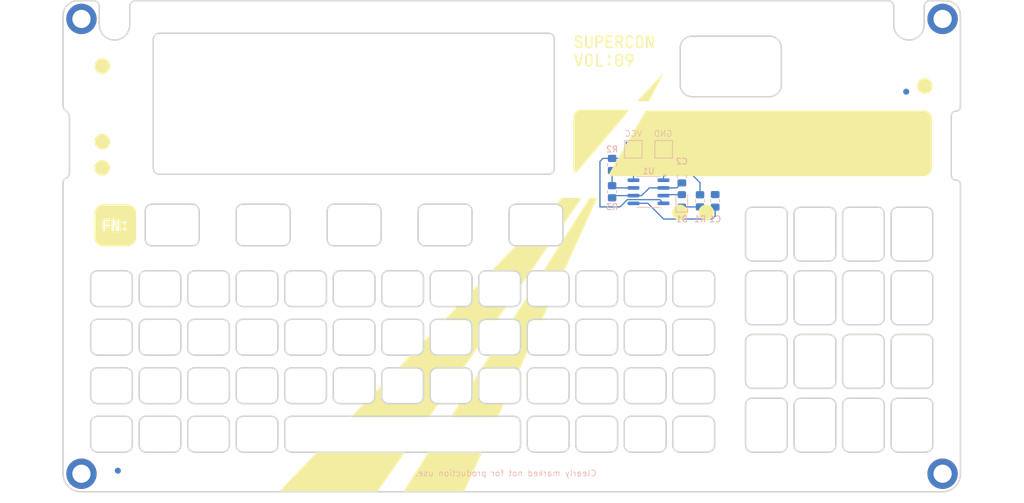
<source format=kicad_pcb>
(kicad_pcb (version 20241229) (generator "pcbnew") (generator_version "9.0")
  (layers (0 "F.Cu" signal) (2 "B.Cu" signal) (13 "F.Paste" user) (15 "B.Paste" user) (5 "F.SilkS" user "F.Silkscreen") (7 "B.SilkS" user "B.Silkscreen") (1 "F.Mask" user) (3 "B.Mask" user) (25 "Edge.Cuts" user))
  (net 0 "")
  (net 1 "Net-(U1-CV)")
  (net 2 "GND")
  (net 3 "Net-(U1-THR)")
  (net 4 "Net-(D1-K)")
  (net 5 "VCC")
  (net 6 "Net-(D1-A)")
  (net 7 "Net-(U1-DIS)")
  (footprint "Communicator:MountingHole_3mm_Pad_TopBottom" (layer "F.Cu") (at 79 138)
    (property "Reference" "REF**" (hide yes))
    (property "Value" "MountingHole_3mm_Pad_TopBottom")
  )
  (footprint "Communicator:MountingHole_3mm_Pad_TopBottom" (layer "F.Cu") (at 221 138)
    (property "Reference" "REF**" (hide yes))
    (property "Value" "MountingHole_3mm_Pad_TopBottom")
  )
  (footprint "Communicator:MountingHole_3mm_Pad_TopBottom" (layer "F.Cu") (at 221 63)
    (property "Reference" "REF**" (hide yes))
    (property "Value" "MountingHole_3mm_Pad_TopBottom")
  )
  (footprint "Capacitor_SMD:C_0805_2012Metric_Pad1.18x1.45mm_HandSolder" (layer "B.Cu") (at 178 89 90)
    (property "Reference" "C2")
    (property "Value" "1 uF")
  )
  (footprint "TestPoint:TestPoint_Pad_2.5x2.5mm" (layer "B.Cu") (at 170 84.5 180)
    (property "Reference" "TP1" (hide yes))
    (property "Value" "TestPoint")
  )
  (footprint "LED_SMD:LED_0805_2012Metric_Pad1.15x1.40mm_HandSolder" (layer "B.Cu") (at 178 93 90)
    (property "Reference" "D1")
    (property "Value" "LED")
  )
  (footprint "Fiducial:Fiducial_1mm_Mask2mm" (layer "B.Cu") (at 85 137.5 180)
    (property "Reference" "REF**" (hide yes))
    (property "Value" "Fiducial_1mm_Mask2mm")
  )
  (footprint "Resistor_SMD:R_0805_2012Metric_Pad1.20x1.40mm_HandSolder" (layer "B.Cu") (at 166.5 87 -90)
    (property "Reference" "R2")
    (property "Value" "1 M")
  )
  (footprint "Capacitor_SMD:C_0805_2012Metric_Pad1.18x1.45mm_HandSolder" (layer "B.Cu") (at 183.5 93 90)
    (property "Reference" "C1")
    (property "Value" "100 nF")
  )
  (footprint "Communicator:MountingHole_3mm_Pad_TopBottom" (layer "B.Cu") (at 79 63 180)
    (property "Reference" "REF**" (hide yes))
    (property "Value" "MountingHole_3mm_Pad_TopBottom")
  )
  (footprint "TestPoint:TestPoint_Pad_2.5x2.5mm" (layer "B.Cu") (at 175 84.5 180)
    (property "Reference" "TP2" (hide yes))
    (property "Value" "TestPoint")
  )
  (footprint "Resistor_SMD:R_0805_2012Metric_Pad1.20x1.40mm_HandSolder" (layer "B.Cu") (at 181 93 90)
    (property "Reference" "R1")
    (property "Value" "1k")
  )
  (footprint "Package_SO:SOIC-8_3.9x4.9mm_P1.27mm" (layer "B.Cu") (at 172.5 91.5 180)
    (property "Reference" "U1")
    (property "Value" "ICM7555xB")
  )
  (footprint "Fiducial:Fiducial_1mm_Mask2mm" (layer "B.Cu") (at 215 75 180)
    (property "Reference" "REF**" (hide yes))
    (property "Value" "Fiducial_1mm_Mask2mm")
  )
  (footprint "Resistor_SMD:R_0805_2012Metric_Pad1.20x1.40mm_HandSolder" (layer "B.Cu") (at 166.5 91.5 -90)
    (property "Reference" "R3")
    (property "Value" "1 M")
  )
  (gr_poly (pts (xy 171.068927 65.702873) (xy 171.103046 65.704788) (xy 171.136238 65.707978) (xy 171.168501 65.712445) (xy 171.199835 65.718189) (xy 171.230239 65.725209) (xy 171.259713 65.733505) (xy 171.288257 65.743077) (xy 171.31587 65.753925) (xy 171.342552 65.76605) (xy 171.368302 65.779452) (xy 171.393119 65.794129) (xy 171.417004 65.810083) (xy 171.439956 65.827313) (xy 171.461974 65.845819) (xy 171.483058 65.865602) (xy 171.502971 65.886564) (xy 171.521607 65.908606) (xy 171.538964 65.931727) (xy 171.555042 65.955926) (xy 171.569839 65.981202) (xy 171.583355 66.007555) (xy 171.595588 66.034982) (xy 171.606538 66.063484) (xy 171.616203 66.093058) (xy 171.624583 66.123705) (xy 171.631677 66.155423) (xy 171.637483 66.18821) (xy 171.642 66.222067) (xy 171.645228 66.256991) (xy 171.647166 66.292983) (xy 171.647812 66.33004) (xy 171.647812 67.202379) (xy 171.647166 67.239502) (xy 171.645228 67.27556) (xy 171.641999 67.310553) (xy 171.637481 67.344481) (xy 171.631675 67.377344) (xy 171.624581 67.409142) (xy 171.6162 67.439876) (xy 171.606534 67.469544) (xy 171.595584 67.498147) (xy 171.58335 67.525685) (xy 171.569834 67.552159) (xy 171.555037 67.577567) (xy 171.53896 67.60191) (xy 171.521604 67.625189) (xy 171.502969 67.647402) (xy 171.483058 67.668551) (xy 171.461974 67.688521) (xy 171.439956 67.707199) (xy 171.417004 67.724585) (xy 171.393119 67.740681) (xy 171.368302 67.755486) (xy 171.342552 67.769) (xy 171.31587 67.781226) (xy 171.288257 67.792162) (xy 171.259713 67.80181) (xy 171.230239 67.810169) (xy 171.199835 67.817241) (xy 171.168501 67.823027) (xy 171.136238 67.827525) (xy 171.103046 67.830738) (xy 171.068927 67.832665) (xy 171.033879 67.833308) (xy 171.033879 67.833306) (xy 170.998837 67.832664) (xy 170.96473 67.830737) (xy 170.931556 67.827524) (xy 170.899316 67.823025) (xy 170.868009 67.81724) (xy 170.837633 67.810168) (xy 170.80819 67.801809) (xy 170.779678 67.792161) (xy 170.752097 67.781225) (xy 170.725446 67.769) (xy 170.699724 67.755485) (xy 170.674932 67.740681) (xy 170.651069 67.724586) (xy 170.628134 67.707199) (xy 170.606127 67.688522) (xy 170.585047 67.668552) (xy 170.565078 67.647403) (xy 170.546402 67.62519) (xy 170.529017 67.601911) (xy 170.512923 67.577567) (xy 170.498119 67.552159) (xy 170.484605 67.525686) (xy 170.472381 67.498147) (xy 170.461445 67.469544) (xy 170.451798 67.439876) (xy 170.443439 67.409142) (xy 170.436368 67.377344) (xy 170.430583 67.344481) (xy 170.426085 67.310553) (xy 170.422872 67.27556) (xy 170.420945 67.239502) (xy 170.420303 67.202379) (xy 170.420303 66.33004) (xy 170.4208 66.301599) (xy 170.701583 66.301599) (xy 170.701583 67.230822) (xy 170.701921 67.25184) (xy 170.702933 67.272233) (xy 170.704622 67.292001) (xy 170.706987 67.311145) (xy 170.710028 67.329665) (xy 170.713747 67.347561) (xy 170.718144 67.364835) (xy 170.723219 67.381486) (xy 170.728973 67.397515) (xy 170.735406 67.412923) (xy 170.74252 67.42771) (xy 170.750314 67.441876) (xy 170.758789 67.455423) (xy 170.767945 67.468351) (xy 170.777783 67.48066) (xy 170.788304 67.49235) (xy 170.799384 67.503373) (xy 170.811034 67.513682) (xy 170.823252 67.523276) (xy 170.836039 67.532156) (xy 170.849396 67.540323) (xy 170.863321 67.547777) (xy 170.877816 67.554519) (xy 170.892879 67.560549) (xy 170.908512 67.565868) (xy 170.924713 67.570476) (xy 170.941483 67.574374) (xy 170.958823 67.577561) (xy 170.976731 67.58004) (xy 170.995208 67.58181) (xy 171.014254 67.582871) (xy 171.033869 67.583225) (xy 171.033879 67.583225) (xy 171.053496 67.582871) (xy 171.072544 67.58181) (xy 171.091024 67.58004) (xy 171.108937 67.577561) (xy 171.126282 67.574374) (xy 171.143061 67.570476) (xy 171.159274 67.565868) (xy 171.174921 67.560549) (xy 171.190004 67.554519) (xy 171.204521 67.547777) (xy 171.218475 67.540323) (xy 171.231865 67.532156) (xy 171.244692 67.523276) (xy 171.256957 67.513682) (xy 171.268659 67.503373) (xy 171.2798 67.49235) (xy 171.290262 67.48066) (xy 171.300057 67.468351) (xy 171.309183 67.455423) (xy 171.317639 67.441876) (xy 171.325424 67.42771) (xy 171.332538 67.412923) (xy 171.338979 67.397515) (xy 171.344747 67.381486) (xy 171.349839 67.364835) (xy 171.354256 67.347561) (xy 171.357997 67.329665) (xy 171.361059 67.311145) (xy 171.363443 67.292001) (xy 171.365147 67.272233) (xy 171.36617 67.25184) (xy 171.366511 67.230822) (xy 171.366511 66.301599) (xy 171.366178 66.280959) (xy 171.365178 66.260919) (xy 171.363511 66.24148) (xy 171.361178 66.222641) (xy 171.358178 66.204402) (xy 171.354511 66.186761) (xy 171.350178 66.16972) (xy 171.345178 66.153276) (xy 171.339511 66.137429) (xy 171.333177 66.12218) (xy 171.326177 66.107527) (xy 171.31851 66.09347) (xy 171.310176 66.080009) (xy 171.301175 66.067143) (xy 171.291508 66.054871) (xy 171.281173 66.043193) (xy 171.270211 66.032169) (xy 171.258654 66.021861) (xy 171.246502 66.012267) (xy 171.233753 66.003386) (xy 171.220407 65.995219) (xy 171.206463 65.987765) (xy 171.191919 65.981023) (xy 171.176774 65.974993) (xy 171.161028 65.969675) (xy 171.144679 65.965067) (xy 171.127726 65.961169) (xy 171.110169 65.957981) (xy 171.092005 65.955503) (xy 171.073235 65.953733) (xy 171.053856 65.952671) (xy 171.033869 65.952318) (xy 171.01394 65.952671) (xy 170.994606 65.953733) (xy 170.975867 65.955503) (xy 170.957725 65.957981) (xy 170.94018 65.961169) (xy 170.923234 65.965067) (xy 170.906887 65.969675) (xy 170.891141 65.974993) (xy 170.875996 65.981023) (xy 170.861454 65.987765) (xy 170.847515 65.995219) (xy 170.834181 66.003386) (xy 170.821452 66.012267) (xy 170.809331 66.021861) (xy 170.797816 66.032169) (xy 170.786911 66.043193) (xy 170.776578 66.05487) (xy 170.766912 66.067142) (xy 170.757913 66.080008) (xy 170.74958 66.09347) (xy 170.741914 66.107526) (xy 170.734914 66.122179) (xy 170.728581 66.137428) (xy 170.722915 66.153275) (xy 170.717915 66.169719) (xy 170.713582 66.186761) (xy 170.709916 66.204401) (xy 170.706916 66.22264) (xy 170.704583 66.24148) (xy 170.702917 66.260919) (xy 170.701917 66.280958) (xy 170.701583 66.301599) (xy 170.4208 66.301599) (xy 170.420945 66.293296) (xy 170.422872 66.257592) (xy 170.426085 66.222928) (xy 170.430583 66.189305) (xy 170.436368 66.156723) (xy 170.443439 66.125181) (xy 170.451798 66.094679) (xy 170.461445 66.065219) (xy 170.472381 66.036798) (xy 170.484605 66.009418) (xy 170.498119 65.983079) (xy 170.512923 65.957781) (xy 170.529017 65.933523) (xy 170.546402 65.910305) (xy 170.565078 65.888128) (xy 170.585047 65.866992) (xy 170.606127 65.847022) (xy 170.628134 65.828344) (xy 170.651069 65.810957) (xy 170.674932 65.794862) (xy 170.699724 65.780057) (xy 170.725446 65.766542) (xy 170.752097 65.754317) (xy 170.779678 65.743381) (xy 170.80819 65.733733) (xy 170.837633 65.725373) (xy 170.868009 65.718301) (xy 170.899316 65.712516) (xy 170.931556 65.708017) (xy 170.96473 65.704805) (xy 170.998837 65.702877) (xy 171.033879 65.702235)) (fill yes) (layer "F.SilkS"))
  (gr_poly (pts (xy 168.881985 77.963881) (xy 168.902167 77.966123) (xy 168.921683 77.969781) (xy 168.940504 77.974788) (xy 168.9586 77.981081) (xy 168.97594 77.988593) (xy 168.992495 77.99726) (xy 169.008233 78.007016) (xy 169.023126 78.017797) (xy 169.037142 78.029537) (xy 169.050252 78.042171) (xy 169.062426 78.055634) (xy 169.073632 78.069861) (xy 169.083843 78.084787) (xy 169.093026 78.100346) (xy 169.101152 78.116474) (xy 169.108191 78.133105) (xy 169.114112 78.150174) (xy 169.118886 78.167616) (xy 169.122482 78.185367) (xy 169.12487 78.20336) (xy 169.12602 78.22153) (xy 169.125902 78.239814) (xy 169.124486 78.258144) (xy 169.121742 78.276457) (xy 169.117638 78.294687) (xy 169.112146 78.312769) (xy 169.105235 78.330638) (xy 169.096875 78.348228) (xy 169.087036 78.365476) (xy 169.075687 78.382314) (xy 169.062799 78.398679) (xy 160.717885 88.232562) (xy 160.698549 88.253626) (xy 160.678229 88.272514) (xy 160.65703 88.289264) (xy 160.635057 88.303914) (xy 160.612413 88.316503) (xy 160.589205 88.327069) (xy 160.565536 88.33565) (xy 160.541512 88.342284) (xy 160.517236 88.347011) (xy 160.492814 88.349868) (xy 160.46835 88.350894) (xy 160.443949 88.350127) (xy 160.419716 88.347605) (xy 160.395755 88.343368) (xy 160.372171 88.337452) (xy 160.349068 88.329897) (xy 160.326552 88.320741) (xy 160.304727 88.310022) (xy 160.283697 88.297778) (xy 160.263567 88.284049) (xy 160.244442 88.268872) (xy 160.226427 88.252285) (xy 160.209626 88.234328) (xy 160.194144 88.215038) (xy 160.180086 88.194454) (xy 160.167556 88.172613) (xy 160.156659 88.149556) (xy 160.147499 88.125319) (xy 160.140182 88.099941) (xy 160.134811 88.073461) (xy 160.131492 88.045917) (xy 160.13033 88.017346) (xy 160.123183 83.064328) (xy 160.123183 79.30214) (xy 160.124926 79.233234) (xy 160.130097 79.165233) (xy 160.138612 79.098221) (xy 160.150388 79.032282) (xy 160.16534 78.967499) (xy 160.183383 78.903958) (xy 160.204435 78.841741) (xy 160.228411 78.780935) (xy 160.255226 78.721621) (xy 160.284796 78.663886) (xy 160.317038 78.607812) (xy 160.351868 78.553484) (xy 160.3892 78.500986) (xy 160.428951 78.450402) (xy 160.471037 78.401816) (xy 160.515374 78.355313) (xy 160.561877 78.310976) (xy 160.610463 78.26889) (xy 160.661047 78.229139) (xy 160.713545 78.191807) (xy 160.767873 78.156978) (xy 160.823947 78.124736) (xy 160.881683 78.095166) (xy 160.940996 78.068351) (xy 161.001803 78.044376) (xy 161.064019 78.023324) (xy 161.12756 78.00528) (xy 161.192342 77.990328) (xy 161.258281 77.978553) (xy 161.325293 77.970038) (xy 161.393294 77.964867) (xy 161.462199 77.963124) (xy 168.861169 77.963124) (xy 168.861169 77.963119)) (fill yes) (layer "F.SilkS"))
  (gr_poly (pts (xy 150.638674 100.375327) (xy 150.657981 100.376586) (xy 150.667665 100.377101) (xy 150.677377 100.377502) (xy 150.687124 100.377764) (xy 150.696914 100.377857) (xy 156.055504 100.377857) (xy 151.325536 107.173494) (xy 151.325536 105.758368) (xy 151.324133 105.702868) (xy 151.319968 105.648096) (xy 151.313109 105.594121) (xy 151.303625 105.54101) (xy 151.291582 105.48883) (xy 151.277049 105.437651) (xy 151.260093 105.387539) (xy 151.240782 105.338562) (xy 151.219184 105.290788) (xy 151.195367 105.244284) (xy 151.169398 105.199119) (xy 151.141345 105.155361) (xy 151.111276 105.113076) (xy 151.079259 105.072333) (xy 151.045361 105.0332) (xy 151.00965 104.995744) (xy 150.972195 104.960033) (xy 150.933062 104.926135) (xy 150.892319 104.894117) (xy 150.850035 104.864048) (xy 150.806276 104.835995) (xy 150.761112 104.810026) (xy 150.714608 104.786209) (xy 150.666835 104.76461) (xy 150.617858 104.745299) (xy 150.567746 104.728343) (xy 150.516566 104.71381) (xy 150.464387 104.701767) (xy 150.411276 104.692283) (xy 150.357301 104.685424) (xy 150.302529 104.681259) (xy 150.247029 104.679856) (xy 146.475187 104.679851) (xy 150.6194 100.373945)) (fill yes) (layer "F.SilkS"))
  (gr_poly (pts (xy 174.807383 72.153685) (xy 174.812746 72.154626) (xy 174.818002 72.156022) (xy 174.82312 72.157854) (xy 174.828073 72.1601) (xy 174.832829 72.162738) (xy 174.837362 72.165749) (xy 174.841641 72.16911) (xy 174.845637 72.1728) (xy 174.849321 72.1768) (xy 174.852665 72.181087) (xy 174.855638 72.18564) (xy 174.858212 72.190439) (xy 174.860358 72.195462) (xy 174.862046 72.200688) (xy 174.863247 72.206097) (xy 174.863933 72.211667) (xy 174.864074 72.217377) (xy 174.863641 72.223206) (xy 174.862605 72.229133) (xy 174.860937 72.235137) (xy 174.858607 72.241196) (xy 174.855587 72.247291) (xy 172.661006 76.423982) (xy 172.652153 76.439502) (xy 172.642337 76.454247) (xy 172.631609 76.468187) (xy 172.620021 76.481291) (xy 172.607626 76.493526) (xy 172.594475 76.504862) (xy 172.58062 76.515268) (xy 172.566113 76.524711) (xy 172.551006 76.53316) (xy 172.53535 76.540585) (xy 172.519198 76.546954) (xy 172.502601 76.552235) (xy 172.485612 76.556397) (xy 172.468281 76.559409) (xy 172.450662 76.561239) (xy 172.432806 76.561856) (xy 170.789321 76.561856) (xy 170.783614 76.561642) (xy 170.77809 76.561015) (xy 170.772757 76.559993) (xy 170.767624 76.558594) (xy 170.762699 76.556837) (xy 170.75799 76.554742) (xy 170.753504 76.552327) (xy 170.749251 76.54961) (xy 170.745238 76.546611) (xy 170.741473 76.543349) (xy 170.737965 76.539842) (xy 170.734722 76.536109) (xy 170.731751 76.532169) (xy 170.729061 76.52804) (xy 170.72666 76.523742) (xy 170.724557 76.519293) (xy 170.722758 76.514712) (xy 170.721273 76.510019) (xy 170.72011 76.50523) (xy 170.719276 76.500367) (xy 170.71878 76.495446) (xy 170.71863 76.490488) (xy 170.718833 76.485511) (xy 170.719399 76.480533) (xy 170.720336 76.475574) (xy 170.72165 76.470652) (xy 170.723352 76.465787) (xy 170.725447 76.460996) (xy 170.727946 76.456299) (xy 170.730856 76.451715) (xy 170.734184 76.447262) (xy 170.73794 76.442959) (xy 174.754218 72.173993) (xy 174.759059 72.169215) (xy 174.764084 72.165103) (xy 174.769262 72.161638) (xy 174.774566 72.158796) (xy 174.779965 72.156559) (xy 174.785432 72.154903) (xy 174.790936 72.153809) (xy 174.796448 72.153256) (xy 174.801941 72.153221)) (fill yes) (layer "F.SilkS"))
  (gr_poly (pts (xy 82.5 69.5) (xy 82.56508 69.504949) (xy 82.629214 69.513098) (xy 82.692321 69.524368) (xy 82.754321 69.538677) (xy 82.815133 69.555946) (xy 82.874677 69.576093) (xy 82.932872 69.599039) (xy 82.989637 69.624702) (xy 83.044893 69.653002) (xy 83.098559 69.683859) (xy 83.150553 69.717192) (xy 83.200796 69.752921) (xy 83.249207 69.790964) (xy 83.295706 69.831242) (xy 83.340212 69.873675) (xy 83.382644 69.91818) (xy 83.422922 69.964679) (xy 83.460966 70.01309) (xy 83.496694 70.063333) (xy 83.530027 70.115327) (xy 83.560884 70.168993) (xy 83.589185 70.224249) (xy 83.614848 70.281014) (xy 83.637793 70.339209) (xy 83.657941 70.398753) (xy 83.675209 70.459565) (xy 83.689519 70.521565) (xy 83.700789 70.584672) (xy 83.708938 70.648806) (xy 83.713887 70.713886) (xy 83.715554 70.779832) (xy 83.713887 70.845778) (xy 83.708938 70.910858) (xy 83.700789 70.974992) (xy 83.689519 71.0381) (xy 83.675209 71.1001) (xy 83.657941 71.160912) (xy 83.637793 71.220456) (xy 83.614848 71.278651) (xy 83.589185 71.335416) (xy 83.560884 71.390672) (xy 83.530027 71.444338) (xy 83.496694 71.496332) (xy 83.460966 71.546575) (xy 83.422922 71.594987) (xy 83.382644 71.641485) (xy 83.340212 71.685991) (xy 83.295706 71.728423) (xy 83.249207 71.768702) (xy 83.200796 71.806745) (xy 83.150553 71.842474) (xy 83.098559 71.875807) (xy 83.044893 71.906664) (xy 82.989637 71.934965) (xy 82.932872 71.960628) (xy 82.874677 71.983573) (xy 82.815133 72.003721) (xy 82.754321 72.02099) (xy 82.692321 72.035299) (xy 82.629214 72.046569) (xy 82.56508 72.054718) (xy 82.5 72.059667) (xy 82.434054 72.061335) (xy 82.368108 72.059667) (xy 82.303028 72.054718) (xy 82.238894 72.046569) (xy 82.175787 72.035299) (xy 82.113787 72.02099) (xy 82.052975 72.003721) (xy 81.993431 71.983573) (xy 81.935236 71.960628) (xy 81.87847 71.934965) (xy 81.823214 71.906664) (xy 81.769549 71.875807) (xy 81.717555 71.842474) (xy 81.667311 71.806745) (xy 81.6189 71.768702) (xy 81.572402 71.728423) (xy 81.527896 71.685991) (xy 81.485464 71.641485) (xy 81.445185 71.594987) (xy 81.407142 71.546575) (xy 81.371413 71.496332) (xy 81.33808 71.444338) (xy 81.307223 71.390672) (xy 81.278923 71.335416) (xy 81.25326 71.278651) (xy 81.230314 71.220456) (xy 81.210167 71.160912) (xy 81.192898 71.1001) (xy 81.178588 71.0381) (xy 81.167319 70.974992) (xy 81.159169 70.910858) (xy 81.15422 70.845778) (xy 81.152553 70.779832) (xy 81.15422 70.713886) (xy 81.159169 70.648806) (xy 81.167319 70.584672) (xy 81.178588 70.521565) (xy 81.192898 70.459565) (xy 81.210167 70.398753) (xy 81.230314 70.339209) (xy 81.25326 70.281014) (xy 81.278923 70.224249) (xy 81.307223 70.168993) (xy 81.33808 70.115327) (xy 81.371413 70.063333) (xy 81.407142 70.01309) (xy 81.445185 69.964679) (xy 81.485464 69.91818) (xy 81.527896 69.873675) (xy 81.572402 69.831242) (xy 81.6189 69.790964) (xy 81.667311 69.752921) (xy 81.717555 69.717192) (xy 81.769549 69.683859) (xy 81.823214 69.653002) (xy 81.87847 69.624702) (xy 81.935236 69.599039) (xy 81.993431 69.576093) (xy 82.052975 69.555946) (xy 82.113787 69.538677) (xy 82.175787 69.524368) (xy 82.238894 69.513098) (xy 82.303028 69.504949) (xy 82.368108 69.5) (xy 82.434054 69.498332)) (fill yes) (layer "F.SilkS"))
  (gr_poly (pts (xy 161.131742 92.515194) (xy 161.147417 92.516863) (xy 161.162624 92.519588) (xy 161.177338 92.523325) (xy 161.191536 92.528027) (xy 161.205193 92.53365) (xy 161.218286 92.540147) (xy 161.230791 92.547473) (xy 161.242684 92.555582) (xy 161.253942 92.56443) (xy 161.26454 92.573969) (xy 161.274456 92.584156) (xy 161.283664 92.594943) (xy 161.292142 92.606287) (xy 161.299865 92.61814) (xy 161.30681 92.630458) (xy 161.312952 92.643195) (xy 161.318269 92.656306) (xy 161.322736 92.669744) (xy 161.326329 92.683465) (xy 161.329026 92.697422) (xy 161.330801 92.711571) (xy 161.331631 92.725865) (xy 161.331492 92.740259) (xy 161.330361 92.754708) (xy 161.328214 92.769166) (xy 161.325026 92.783587) (xy 161.320774 92.797927) (xy 161.315435 92.812138) (xy 161.308984 92.826176) (xy 161.301398 92.839996) (xy 161.292653 92.853551) (xy 158.33266 97.106228) (xy 158.33266 94.760346) (xy 158.331257 94.704846) (xy 158.327092 94.650074) (xy 158.320233 94.596099) (xy 158.310748 94.542988) (xy 158.298705 94.490809) (xy 158.284172 94.439629) (xy 158.267215 94.389517) (xy 158.247904 94.340541) (xy 158.226306 94.292767) (xy 158.202488 94.246264) (xy 158.176518 94.201099) (xy 158.148465 94.157341) (xy 158.118395 94.115056) (xy 158.086377 94.074314) (xy 158.052479 94.03518) (xy 158.016768 93.997725) (xy 157.979311 93.962014) (xy 157.940178 93.928116) (xy 157.899434 93.896099) (xy 157.85715 93.86603) (xy 157.813391 93.837977) (xy 157.768226 93.812008) (xy 157.721722 93.788191) (xy 157.673948 93.766593) (xy 157.624971 93.747282) (xy 157.574859 93.730326) (xy 157.523679 93.715793) (xy 157.4715 93.70375) (xy 157.418389 93.694266) (xy 157.364414 93.687407) (xy 157.309643 93.683242) (xy 157.254143 93.681839) (xy 157.060204 93.681839) (xy 158.039849 92.66397) (xy 158.057471 92.646567) (xy 158.075869 92.630155) (xy 158.094999 92.614752) (xy 158.114818 92.600377) (xy 158.135284 92.587047) (xy 158.156354 92.574781) (xy 158.177985 92.563597) (xy 158.200135 92.553513) (xy 158.22276 92.544548) (xy 158.245819 92.536719) (xy 158.269267 92.530044) (xy 158.293063 92.524543) (xy 158.317163 92.520232) (xy 158.341525 92.517131) (xy 158.366105 92.515256) (xy 158.390862 92.514628) (xy 161.115621 92.514628)) (fill yes) (layer "F.SilkS"))
  (gr_poly (pts (xy 167.747464 65.73097) (xy 167.770705 65.731849) (xy 167.79357 65.733313) (xy 167.816061 65.735365) (xy 167.838175 65.738004) (xy 167.859913 65.741231) (xy 167.881274 65.745046) (xy 167.902258 65.74945) (xy 167.922864 65.754444) (xy 167.943091 65.760027) (xy 167.96294 65.766201) (xy 167.982409 65.772966) (xy 168.001498 65.780322) (xy 168.020207 65.78827) (xy 168.038535 65.79681) (xy 168.056481 65.805944) (xy 168.073991 65.815606) (xy 168.091013 65.825731) (xy 168.107548 65.83632) (xy 168.123595 65.847372) (xy 168.139154 65.858887) (xy 168.154226 65.870866) (xy 168.16881 65.883308) (xy 168.182907 65.896214) (xy 168.196515 65.909583) (xy 168.209636 65.923415) (xy 168.22227 65.93771) (xy 168.234415 65.952469) (xy 168.246073 65.967692) (xy 168.257243 65.983377) (xy 168.267926 65.999527) (xy 168.27812 66.016139) (xy 168.287756 66.033227) (xy 168.296767 66.050674) (xy 168.305153 66.06848) (xy 168.312915 66.086648) (xy 168.320054 66.105177) (xy 168.326569 66.124069) (xy 168.332461 66.143324) (xy 168.337731 66.162945) (xy 168.34238 66.182931) (xy 168.346406 66.203284) (xy 168.349813 66.224005) (xy 168.352598 66.245094) (xy 168.354764 66.266554) (xy 168.356311 66.288384) (xy 168.357238 66.310587) (xy 168.357547 66.333162) (xy 168.357133 66.359205) (xy 168.355888 66.384783) (xy 168.353814 66.409898) (xy 168.350908 66.434547) (xy 168.347172 66.458731) (xy 168.342603 66.482449) (xy 168.337202 66.505701) (xy 168.330969 66.528486) (xy 168.323902 66.550803) (xy 168.316002 66.572652) (xy 168.307267 66.594033) (xy 168.297698 66.614945) (xy 168.287293 66.635387) (xy 168.276052 66.65536) (xy 168.263975 66.674862) (xy 168.251061 66.693893) (xy 168.237457 66.712346) (xy 168.223308 66.730116) (xy 168.208616 66.747203) (xy 168.193381 66.763605) (xy 168.177603 66.779322) (xy 168.161283 66.794353) (xy 168.144422 66.808699) (xy 168.12702 66.822359) (xy 168.109077 66.835331) (xy 168.090595 66.847616) (xy 168.071572 66.859213) (xy 168.052011 66.870122) (xy 168.031912 66.880341) (xy 168.011274 66.889871) (xy 167.990099 66.898711) (xy 167.968387 66.906861) (xy 168.38599 67.804867) (xy 168.076256 67.804867) (xy 167.681186 66.938077) (xy 167.360344 66.938077) (xy 167.360344 67.804867) (xy 167.08182 67.804865) (xy 167.08182 66.68834) (xy 167.360344 66.68834) (xy 167.723849 66.68834) (xy 167.74349 66.687962) (xy 167.76261 66.686828) (xy 167.781208 66.684938) (xy 167.799284 66.682292) (xy 167.816838 66.67889) (xy 167.833868 66.674732) (xy 167.850376 66.669817) (xy 167.866359 66.664147) (xy 167.881818 66.657721) (xy 167.896753 66.650539) (xy 167.911162 66.6426) (xy 167.925045 66.633906) (xy 167.938403 66.624455) (xy 167.951234 66.614249) (xy 167.963538 66.603286) (xy 167.975314 66.591567) (xy 167.986526 66.579231) (xy 167.997007 66.566414) (xy 168.006758 66.553115) (xy 168.01578 66.539334) (xy 168.024075 66.525069) (xy 168.031643 66.510319) (xy 168.038485 66.495083) (xy 168.044602 66.479361) (xy 168.049996 66.463151) (xy 168.054667 66.446452) (xy 168.058617 66.429263) (xy 168.061846 66.411584) (xy 168.064356 66.393413) (xy 168.066147 66.374749) (xy 168.067222 66.355591) (xy 168.067579 66.335938) (xy 168.067213 66.315907) (xy 168.066116 66.296395) (xy 168.064287 66.277401) (xy 168.061726 66.258924) (xy 168.058433 66.240964) (xy 168.054409 66.223519) (xy 168.049653 66.206589) (xy 168.044166 66.190171) (xy 168.037947 66.174266) (xy 168.030996 66.158872) (xy 168.023314 66.143988) (xy 168.014901 66.129613) (xy 168.005756 66.115746) (xy 167.995879 66.102386) (xy 167.985271 66.089533) (xy 167.973931 66.077184) (xy 167.96198 66.065527) (xy 167.949541 66.054617) (xy 167.936613 66.044457) (xy 167.923196 66.035046) (xy 167.909289 66.026385) (xy 167.894892 66.018475) (xy 167.880005 66.011315) (xy 167.864626 66.004907) (xy 167.848755 65.999251) (xy 167.832393 65.994348) (xy 167.815537 65.990197) (xy 167.798188 65.9868) (xy 167.780346 65.984157) (xy 167.762009 65.982269) (xy 167.743177 65.981135) (xy 167.723849 65.980758) (xy 167.360344 65.980758) (xy 167.360344 66.68834) (xy 167.08182 66.68834) (xy 167.08182 65.730677) (xy 167.723849 65.730677)) (fill yes) (layer "F.SilkS"))
  (gr_poly (pts (xy 177.760565 93.626393) (xy 177.825645 93.631342) (xy 177.889779 93.639491) (xy 177.952886 93.650761) (xy 178.014886 93.66507) (xy 178.075698 93.682339) (xy 178.135242 93.702486) (xy 178.193437 93.725432) (xy 178.250203 93.751095) (xy 178.305459 93.779395) (xy 178.359125 93.810252) (xy 178.411119 93.843585) (xy 178.461363 93.879314) (xy 178.509774 93.917357) (xy 178.556273 93.957635) (xy 178.600779 94.000068) (xy 178.643211 94.044573) (xy 178.68349 94.091072) (xy 178.721533 94.139483) (xy 178.757262 94.189726) (xy 178.790595 94.24172) (xy 178.821453 94.295386) (xy 178.849753 94.350642) (xy 178.875416 94.407407) (xy 178.898362 94.465602) (xy 178.91851 94.525146) (xy 178.935778 94.585958) (xy 178.950088 94.647958) (xy 178.961358 94.711065) (xy 178.969507 94.775199) (xy 178.974456 94.840279) (xy 178.976124 94.906225) (xy 178.974456 94.972171) (xy 178.969507 95.03725) (xy 178.961358 95.101384) (xy 178.950088 95.164491) (xy 178.935778 95.226491) (xy 178.91851 95.287303) (xy 178.898362 95.346846) (xy 178.875416 95.405041) (xy 178.849753 95.461807) (xy 178.821453 95.517062) (xy 178.790595 95.570728) (xy 178.757262 95.622722) (xy 178.721533 95.672965) (xy 178.68349 95.721376) (xy 178.643211 95.767875) (xy 178.600779 95.812381) (xy 178.556273 95.854813) (xy 178.509774 95.895091) (xy 178.461363 95.933135) (xy 178.411119 95.968864) (xy 178.359125 96.002197) (xy 178.305459 96.033054) (xy 178.250203 96.061355) (xy 178.193437 96.087018) (xy 178.135242 96.109964) (xy 178.075698 96.130111) (xy 178.014886 96.14738) (xy 177.952886 96.161689) (xy 177.889779 96.172959) (xy 177.825645 96.181109) (xy 177.760565 96.186058) (xy 177.694619 96.187725) (xy 177.628674 96.186058) (xy 177.563594 96.181109) (xy 177.499461 96.172959) (xy 177.436355 96.161689) (xy 177.374355 96.14738) (xy 177.313544 96.130111) (xy 177.254 96.109964) (xy 177.195806 96.087018) (xy 177.13904 96.061355) (xy 177.083785 96.033054) (xy 177.03012 96.002197) (xy 176.978126 95.968864) (xy 176.927883 95.933135) (xy 176.879472 95.895091) (xy 176.832973 95.854813) (xy 176.788467 95.812381) (xy 176.746035 95.767875) (xy 176.705757 95.721376) (xy 176.667713 95.672965) (xy 176.631985 95.622722) (xy 176.598652 95.570728) (xy 176.567795 95.517062) (xy 176.539494 95.461807) (xy 176.513831 95.405041) (xy 176.490885 95.346846) (xy 176.470738 95.287303) (xy 176.453469 95.226491) (xy 176.43916 95.164491) (xy 176.42789 95.101384) (xy 176.41974 95.03725) (xy 176.414791 94.972171) (xy 176.413124 94.906225) (xy 176.414791 94.840279) (xy 176.41974 94.775199) (xy 176.42789 94.711065) (xy 176.43916 94.647958) (xy 176.453469 94.585958) (xy 176.470738 94.525146) (xy 176.490885 94.465602) (xy 176.513831 94.407407) (xy 176.539494 94.350642) (xy 176.567795 94.295386) (xy 176.598652 94.24172) (xy 176.631985 94.189726) (xy 176.667713 94.139483) (xy 176.705757 94.091072) (xy 176.746035 94.044573) (xy 176.788467 94.000068) (xy 176.832973 93.957635) (xy 176.879472 93.917357) (xy 176.927883 93.879314) (xy 176.978126 93.843585) (xy 177.03012 93.810252) (xy 177.083785 93.779395) (xy 177.13904 93.751095) (xy 177.195806 93.725432) (xy 177.254 93.702486) (xy 177.313544 93.682339) (xy 177.374355 93.66507) (xy 177.436355 93.650761) (xy 177.499461 93.639491) (xy 177.563594 93.631342) (xy 177.628674 93.626393) (xy 177.694619 93.624725)) (fill yes) (layer "F.SilkS"))
  (gr_poly (pts (xy 127.818058 140.947142) (xy 111.569764 140.947142) (xy 117.890463 134.379847) (xy 132.3891 134.379847)) (fill yes) (layer "F.SilkS"))
  (gr_poly (pts (xy 162.325063 67.23082) (xy 162.325381 67.251156) (xy 162.326332 67.270932) (xy 162.327917 67.290149) (xy 162.330137 67.308808) (xy 162.332991 67.326911) (xy 162.336478 67.344457) (xy 162.3406 67.361449) (xy 162.345356 67.377887) (xy 162.350746 67.393772) (xy 162.356771 67.409105) (xy 162.363429 67.423887) (xy 162.370721 67.43812) (xy 162.378647 67.451804) (xy 162.387208 67.464941) (xy 162.396402 67.47753) (xy 162.40623 67.489574) (xy 162.416643 67.500914) (xy 162.427722 67.511523) (xy 162.439464 67.5214) (xy 162.451868 67.530546) (xy 162.464933 67.538959) (xy 162.478657 67.546642) (xy 162.493038 67.553592) (xy 162.508075 67.559811) (xy 162.523767 67.565298) (xy 162.540111 67.570054) (xy 162.557107 67.574078) (xy 162.574753 67.577371) (xy 162.593047 67.579931) (xy 162.611988 67.58176) (xy 162.631575 67.582858) (xy 162.651805 67.583224) (xy 162.671787 67.582858) (xy 162.691151 67.58176) (xy 162.709899 67.579931) (xy 162.72803 67.577371) (xy 162.745546 67.574078) (xy 162.762446 67.570054) (xy 162.778732 67.565298) (xy 162.794404 67.559811) (xy 162.809462 67.553592) (xy 162.823906 67.546642) (xy 162.837738 67.538959) (xy 162.850958 67.530546) (xy 162.863566 67.5214) (xy 162.875563 67.511523) (xy 162.88695 67.500914) (xy 162.897726 67.489574) (xy 162.90787 67.47753) (xy 162.917364 67.464941) (xy 162.926206 67.451804) (xy 162.934397 67.43812) (xy 162.941935 67.423887) (xy 162.948821 67.409105) (xy 162.955053 67.393772) (xy 162.960632 67.377887) (xy 162.965556 67.361449) (xy 162.969825 67.344457) (xy 162.973439 67.326911) (xy 162.976397 67.308808) (xy 162.978699 67.290149) (xy 162.980343 67.270932) (xy 162.98133 67.251156) (xy 162.98166 67.23082) (xy 162.98166 65.730676) (xy 163.26295 65.730676) (xy 163.26295 67.23082) (xy 163.262333 67.265533) (xy 163.26048 67.299302) (xy 163.257393 67.332127) (xy 163.253072 67.364007) (xy 163.247517 67.394942) (xy 163.240729 67.424932) (xy 163.232708 67.453976) (xy 163.223456 67.482073) (xy 163.212971 67.509223) (xy 163.201256 67.535425) (xy 163.188309 67.56068) (xy 163.174133 67.584985) (xy 163.158727 67.608342) (xy 163.142091 67.630749) (xy 163.124227 67.652205) (xy 163.105134 67.672711) (xy 163.084888 67.692178) (xy 163.063562 67.710384) (xy 163.041156 67.727332) (xy 163.01767 67.743021) (xy 162.993105 67.757451) (xy 162.967461 67.770625) (xy 162.940739 67.782541) (xy 162.912939 67.793201) (xy 162.884062 67.802605) (xy 162.854109 67.810753) (xy 162.823079 67.817647) (xy 162.790973 67.823286) (xy 162.757793 67.82767) (xy 162.723537 67.830802) (xy 162.688208 67.83268) (xy 162.651805 67.833306) (xy 162.615779 67.832672) (xy 162.580802 67.830771) (xy 162.546875 67.827602) (xy 162.513999 67.823166) (xy 162.482173 67.817465) (xy 162.451399 67.810497) (xy 162.421676 67.802265) (xy 162.393006 67.792767) (xy 162.365388 67.782006) (xy 162.338824 67.769981) (xy 162.313314 67.756693) (xy 162.288858 67.742143) (xy 162.265458 67.72633) (xy 162.243112 67.709256) (xy 162.221822 67.690921) (xy 162.201589 67.671325) (xy 162.182497 67.650644) (xy 162.164632 67.629052) (xy 162.147997 67.606548) (xy 162.13259 67.583132) (xy 162.118414 67.558804) (xy 162.105467 67.533563) (xy 162.093752 67.507408) (xy 162.083267 67.480339) (xy 162.074015 67.452355) (xy 162.065994 67.423457) (xy 162.059206 67.393643) (xy 162.053651 67.362913) (xy 162.04933 67.331266) (xy 162.046243 67.298702) (xy 162.04439 67.26522) (xy 162.043773 67.23082) (xy 162.043773 65.730676) (xy 162.325063 65.730676)) (fill yes) (layer "F.SilkS"))
  (gr_poly (pts (xy 152.625524 109.301323) (xy 152.626928 109.356823) (xy 152.631093 109.411595) (xy 152.637952 109.465571) (xy 152.647436 109.518682) (xy 152.659479 109.570861) (xy 152.674013 109.622041) (xy 152.690969 109.672154) (xy 152.710281 109.721131) (xy 152.731879 109.768905) (xy 152.755697 109.815409) (xy 152.781666 109.860574) (xy 152.80972 109.904333) (xy 152.839789 109.946619) (xy 152.871807 109.987362) (xy 152.905706 110.026496) (xy 152.941417 110.063952) (xy 152.978874 110.099663) (xy 153.018007 110.133562) (xy 153.05875 110.16558) (xy 153.101035 110.19565) (xy 153.144794 110.223703) (xy 153.189959 110.249673) (xy 153.236463 110.273491) (xy 153.284237 110.295089) (xy 153.333214 110.314401) (xy 153.383326 110.331357) (xy 153.434505 110.34589) (xy 153.486685 110.357934) (xy 153.539796 110.367418) (xy 153.593771 110.374277) (xy 153.648542 110.378442) (xy 153.704042 110.379845) (xy 155.956967 110.379845) (xy 154.914629 112.679845) (xy 153.704042 112.679845) (xy 153.648542 112.681248) (xy 153.593771 112.685413) (xy 153.539796 112.692272) (xy 153.486685 112.701756) (xy 153.434505 112.7138) (xy 153.383326 112.728333) (xy 153.333214 112.745289) (xy 153.284237 112.764601) (xy 153.236463 112.786199) (xy 153.189959 112.810017) (xy 153.144794 112.835987) (xy 153.101035 112.86404) (xy 153.05875 112.89411) (xy 153.018007 112.926128) (xy 152.978874 112.960026) (xy 152.941417 112.995738) (xy 152.905706 113.033194) (xy 152.871807 113.072328) (xy 152.839789 113.113071) (xy 152.80972 113.155356) (xy 152.781666 113.199116) (xy 152.755697 113.244281) (xy 152.731879 113.290785) (xy 152.710281 113.338559) (xy 152.690969 113.387536) (xy 152.674013 113.437649) (xy 152.659479 113.488829) (xy 152.647436 113.541008) (xy 152.637952 113.594119) (xy 152.631093 113.648095) (xy 152.626928 113.702867) (xy 152.625524 113.758367) (xy 152.625524 117.301327) (xy 152.626323 117.343161) (xy 152.6287 117.384591) (xy 152.632624 117.425589) (xy 152.638066 117.466125) (xy 152.644995 117.506172) (xy 152.653381 117.545699) (xy 152.663194 117.58468) (xy 152.674403 117.623084) (xy 151.099172 121.098952) (xy 151.060902 121.052293) (xy 151.020146 121.007853) (xy 150.977007 120.965742) (xy 150.931591 120.926068) (xy 150.884001 120.888941) (xy 150.834343 120.854471) (xy 150.782722 120.822765) (xy 150.729241 120.793933) (xy 150.674006 120.768084) (xy 150.617122 120.745328) (xy 150.558692 120.725774) (xy 150.498822 120.70953) (xy 150.437616 120.696706) (xy 150.375178 120.687411) (xy 150.311615 120.681753) (xy 150.247029 120.679843) (xy 145.704033 120.679843) (xy 145.648532 120.681247) (xy 145.593761 120.685412) (xy 145.539786 120.69227) (xy 145.486675 120.701755) (xy 145.434495 120.713798) (xy 145.383316 120.728331) (xy 145.333204 120.745287) (xy 145.284227 120.764598) (xy 145.236453 120.786196) (xy 145.18995 120.810014) (xy 145.144785 120.835983) (xy 145.101027 120.864036) (xy 145.058743 120.894105) (xy 145.018 120.926123) (xy 144.978867 120.960021) (xy 144.941411 120.995732) (xy 144.905701 121.033188) (xy 144.871803 121.072321) (xy 144.839785 121.113064) (xy 144.809716 121.155348) (xy 144.781664 121.199107) (xy 144.755695 121.244272) (xy 144.731877 121.290775) (xy 144.710279 121.338549) (xy 144.690969 121.387526) (xy 144.674013 121.437638) (xy 144.65948 121.488818) (xy 144.647437 121.540997) (xy 144.637952 121.594108) (xy 144.631094 121.648084) (xy 144.626929 121.702855) (xy 144.625526 121.758356) (xy 144.625526 125.301316) (xy 144.626929 125.356816) (xy 144.631094 125.411587) (xy 144.637952 125.465562) (xy 144.647437 125.518673) (xy 144.65948 125.570851) (xy 144.674013 125.622031) (xy 144.690969 125.672143) (xy 144.710279 125.721119) (xy 144.731877 125.768893) (xy 144.755695 125.815396) (xy 144.781664 125.860561) (xy 144.809716 125.904319) (xy 144.839785 125.946604) (xy 144.871803 125.987346) (xy 144.905701 126.026479) (xy 144.941411 126.063935) (xy 144.978867 126.099646) (xy 145.018 126.133544) (xy 145.058743 126.165562) (xy 145.101027 126.195631) (xy 145.144785 126.223684) (xy 145.18995 126.249653) (xy 145.236453 126.27347) (xy 145.284227 126.295068) (xy 145.333204 126.314379) (xy 145.383316 126.331335) (xy 145.434495 126.345869) (xy 145.486675 126.357911) (xy 145.539786 126.367396) (xy 145.593761 126.374255) (xy 145.648532 126.37842) (xy 145.704033 126.379823) (xy 148.705941 126.379823) (xy 147.663583 128.679858) (xy 139.866404 128.679858) (xy 141.324239 126.379823) (xy 142.24702 126.379823) (xy 142.30252 126.37842) (xy 142.357292 126.374255) (xy 142.411267 126.367396) (xy 142.464378 126.357911) (xy 142.516557 126.345869) (xy 142.567737 126.331335) (xy 142.617849 126.314379) (xy 142.666825 126.295068) (xy 142.714599 126.27347) (xy 142.761102 126.249653) (xy 142.806267 126.223684) (xy 142.850025 126.195631) (xy 142.89231 126.165562) (xy 142.933052 126.133544) (xy 142.972185 126.099646) (xy 143.009641 126.063935) (xy 143.045352 126.026479) (xy 143.07925 125.987346) (xy 143.111267 125.946604) (xy 143.141336 125.904319) (xy 143.169389 125.860561) (xy 143.195358 125.815396) (xy 143.219175 125.768893) (xy 143.240773 125.721119) (xy 143.260084 125.672143) (xy 143.27704 125.622031) (xy 143.291573 125.570851) (xy 143.303616 125.518673) (xy 143.3131 125.465562) (xy 143.319959 125.411587) (xy 143.324124 125.356816) (xy 143.325527 125.301316) (xy 143.325527 123.222391) (xy 146.394925 118.379814) (xy 150.247029 118.379814) (xy 150.302529 118.37841) (xy 150.357301 118.374246) (xy 150.411276 118.367387) (xy 150.464387 118.357902) (xy 150.516566 118.34586) (xy 150.567746 118.331326) (xy 150.617858 118.31437) (xy 150.666835 118.295059) (xy 150.714608 118.273461) (xy 150.761112 118.249644) (xy 150.806276 118.223674) (xy 150.850035 118.195621) (xy 150.892319 118.165552) (xy 150.933062 118.133535) (xy 150.972195 118.099637) (xy 151.00965 118.063926) (xy 151.045361 118.02647) (xy 151.079259 117.987336) (xy 151.111276 117.946593) (xy 151.141345 117.904309) (xy 151.169398 117.86055) (xy 151.195367 117.815385) (xy 151.219184 117.768882) (xy 151.240782 117.721108) (xy 151.260093 117.672131) (xy 151.277049 117.622019) (xy 151.291582 117.570839) (xy 151.303625 117.51866) (xy 151.313109 117.465549) (xy 151.319968 117.411574) (xy 151.324133 117.356802) (xy 151.325536 117.301302) (xy 151.325536 113.758346) (xy 151.324133 113.702846) (xy 151.319968 113.648075) (xy 151.313109 113.594099) (xy 151.303625 113.540988) (xy 151.291582 113.488809) (xy 151.277049 113.437629) (xy 151.260093 113.387517) (xy 151.240782 113.33854) (xy 151.219184 113.290766) (xy 151.195367 113.244263) (xy 151.169398 113.199098) (xy 151.141345 113.155339) (xy 151.111276 113.113055) (xy 151.079259 113.072312) (xy 151.045361 113.033179) (xy 151.00965 112.995723) (xy 150.972195 112.960012) (xy 150.933062 112.926114) (xy 150.892319 112.894096) (xy 150.850035 112.864027) (xy 150.806276 112.835974) (xy 150.761112 112.810005) (xy 150.714608 112.786187) (xy 150.666835 112.764589) (xy 150.617858 112.745278) (xy 150.567746 112.728322) (xy 150.516566 112.713789) (xy 150.464387 112.701746) (xy 150.411276 112.692261) (xy 150.357301 112.685403) (xy 150.302529 112.681238) (xy 150.247029 112.679834) (xy 150.007776 112.679834) (xy 152.625524 108.549822)) (fill yes) (layer "F.SilkS"))
  (gr_poly (pts (xy 166.018513 69.00676) (xy 166.031842 69.007456) (xy 166.044824 69.008616) (xy 166.05746 69.010241) (xy 166.069749 69.012332) (xy 166.081694 69.014888) (xy 166.093296 69.017911) (xy 166.104555 69.0214) (xy 166.115473 69.025357) (xy 166.126051 69.029782) (xy 166.136289 69.034676) (xy 166.146189 69.040038) (xy 166.155751 69.04587) (xy 166.164978 69.052171) (xy 166.173869 69.058944) (xy 166.182426 69.066187) (xy 166.19049 69.07382) (xy 166.198033 69.081763) (xy 166.205056 69.090014) (xy 166.211559 69.098575) (xy 166.217542 69.107444) (xy 166.223004 69.116622) (xy 166.227946 69.126109) (xy 166.232368 69.135905) (xy 166.23627 69.146009) (xy 166.239651 69.156423) (xy 166.242513 69.167146) (xy 166.244854 69.178177) (xy 166.246675 69.189518) (xy 166.247975 69.201167) (xy 166.248755 69.213126) (xy 166.249016 69.225393) (xy 166.248755 69.23766) (xy 166.247975 69.249618) (xy 166.246675 69.261268) (xy 166.244854 69.272608) (xy 166.242513 69.28364) (xy 166.239651 69.294362) (xy 166.23627 69.304776) (xy 166.232368 69.314881) (xy 166.227946 69.324677) (xy 166.223004 69.334164) (xy 166.217542 69.343342) (xy 166.211559 69.352211) (xy 166.205056 69.360772) (xy 166.198033 69.369023) (xy 166.19049 69.376965) (xy 166.182426 69.384598) (xy 166.173869 69.391784) (xy 166.164978 69.398514) (xy 166.155751 69.404787) (xy 166.146189 69.410601) (xy 166.136289 69.415956) (xy 166.126051 69.420851) (xy 166.115473 69.425285) (xy 166.104555 69.429256) (xy 166.093296 69.432764) (xy 166.081694 69.435807) (xy 166.069749 69.438385) (xy 166.05746 69.440496) (xy 166.044824 69.44214) (xy 166.031842 69.443316) (xy 166.018513 69.444022) (xy 166.004834 69.444258) (xy 165.991154 69.444022) (xy 165.977815 69.443316) (xy 165.964818 69.44214) (xy 165.952165 69.440496) (xy 165.939854 69.438385) (xy 165.927888 69.435807) (xy 165.916265 69.432764) (xy 165.904988 69.429256) (xy 165.894056 69.425285) (xy 165.883471 69.420851) (xy 165.873231 69.415956) (xy 165.863339 69.410601) (xy 165.853795 69.404787) (xy 165.844598 69.398514) (xy 165.835751 69.391784) (xy 165.827252 69.384598) (xy 165.819126 69.376965) (xy 165.811528 69.369023) (xy 165.804457 69.360772) (xy 165.797914 69.352211) (xy 165.791896 69.343342) (xy 165.786405 69.334164) (xy 165.78144 69.324677) (xy 165.776999 69.314881) (xy 165.773082 69.304776) (xy 165.76969 69.294362) (xy 165.766821 69.28364) (xy 165.764474 69.272608) (xy 165.76265 69.261268) (xy 165.761348 69.249618) (xy 165.760567 69.23766) (xy 165.760307 69.225393) (xy 165.760567 69.213126) (xy 165.761348 69.201167) (xy 165.76265 69.189518) (xy 165.764474 69.178177) (xy 165.766821 69.167146) (xy 165.76969 69.156423) (xy 165.773082 69.146009) (xy 165.776999 69.135904) (xy 165.78144 69.126108) (xy 165.786405 69.116621) (xy 165.791896 69.107443) (xy 165.797914 69.098574) (xy 165.804457 69.090014) (xy 165.811528 69.081762) (xy 165.819126 69.07382) (xy 165.827252 69.066187) (xy 165.835751 69.058944) (xy 165.844598 69.052171) (xy 165.853795 69.04587) (xy 165.863339 69.040038) (xy 165.873231 69.034676) (xy 165.883471 69.029782) (xy 165.894056 69.025357) (xy 165.904988 69.0214) (xy 165.916265 69.017911) (xy 165.927888 69.014888) (xy 165.939854 69.012332) (xy 165.952165 69.010241) (xy 165.964818 69.008616) (xy 165.977815 69.007456) (xy 165.991154 69.00676) (xy 166.004834 69.006529)) (fill yes) (layer "F.SilkS"))
  (gr_poly (pts (xy 167.691015 69.617498) (xy 167.700599 69.617986) (xy 167.70994 69.618797) (xy 167.719037 69.619933) (xy 167.72789 69.621391) (xy 167.7365 69.623172) (xy 167.744865 69.625275) (xy 167.752986 69.6277) (xy 167.760864 69.630446) (xy 167.768497 69.633512) (xy 167.775887 69.636899) (xy 167.783033 69.640604) (xy 167.789935 69.644629) (xy 167.796592 69.648972) (xy 167.803007 69.653633) (xy 167.809177 69.658611) (xy 167.815034 69.663903) (xy 167.820509 69.669502) (xy 167.825604 69.675408) (xy 167.830318 69.681617) (xy 167.834651 69.68813) (xy 167.838605 69.694943) (xy 167.84218 69.702057) (xy 167.845377 69.709468) (xy 167.848195 69.717177) (xy 167.850636 69.72518) (xy 167.8527 69.733477) (xy 167.854388 69.742067) (xy 167.8557 69.750947) (xy 167.856636 69.760116) (xy 167.857197 69.769573) (xy 167.857384 69.779315) (xy 167.857197 69.789127) (xy 167.856636 69.798663) (xy 167.855699 69.807922) (xy 167.854387 69.816905) (xy 167.852698 69.825612) (xy 167.850634 69.834042) (xy 167.848192 69.842195) (xy 167.845373 69.850073) (xy 167.842176 69.857674) (xy 167.838601 69.864998) (xy 167.834647 69.872047) (xy 167.830313 69.878819) (xy 167.8256 69.885314) (xy 167.820507 69.891534) (xy 167.815032 69.897477) (xy 167.809177 69.903143) (xy 167.803007 69.908439) (xy 167.796592 69.913401) (xy 167.789935 69.918027) (xy 167.783033 69.922317) (xy 167.775887 69.92627) (xy 167.768497 69.929884) (xy 167.760864 69.933159) (xy 167.752986 69.936093) (xy 167.744865 69.938686) (xy 167.7365 69.940937) (xy 167.72789 69.942844) (xy 167.719037 69.944407) (xy 167.70994 69.945624) (xy 167.700599 69.946495) (xy 167.691015 69.947018) (xy 167.681186 69.947193) (xy 167.671367 69.947018) (xy 167.661807 69.946495) (xy 167.652506 69.945625) (xy 167.643463 69.944408) (xy 167.634678 69.942846) (xy 167.626151 69.94094) (xy 167.61788 69.93869) (xy 167.609866 69.936097) (xy 167.602108 69.933163) (xy 167.594606 69.929888) (xy 167.587359 69.926274) (xy 167.580366 69.922321) (xy 167.573628 69.918031) (xy 167.567144 69.913404) (xy 167.560913 69.908441) (xy 167.554935 69.903143) (xy 167.549266 69.897477) (xy 167.543963 69.891534) (xy 167.539025 69.885314) (xy 167.534453 69.878819) (xy 167.530248 69.872047) (xy 167.526407 69.864998) (xy 167.522933 69.857674) (xy 167.519824 69.850073) (xy 167.517081 69.842195) (xy 167.514704 69.834042) (xy 167.512692 69.825612) (xy 167.511047 69.816905) (xy 167.509766 69.807922) (xy 167.508852 69.798663) (xy 167.508303 69.789127) (xy 167.508121 69.779315) (xy 167.508303 69.769573) (xy 167.508852 69.760116) (xy 167.509766 69.750947) (xy 167.511047 69.742067) (xy 167.512692 69.733477) (xy 167.514704 69.72518) (xy 167.517081 69.717177) (xy 167.519824 69.709468) (xy 167.522933 69.702057) (xy 167.526407 69.694943) (xy 167.530248 69.68813) (xy 167.534453 69.681617) (xy 167.539025 69.675408) (xy 167.543963 69.669502) (xy 167.549266 69.663903) (xy 167.554935 69.658611) (xy 167.560916 69.653631) (xy 167.56715 69.64897) (xy 167.573636 69.644626) (xy 167.580375 69.640601) (xy 167.587368 69.636895) (xy 167.594615 69.633509) (xy 167.602117 69.630443) (xy 167.609874 69.627697) (xy 167.617887 69.625273) (xy 167.626156 69.62317) (xy 167.634682 69.62139) (xy 167.643466 69.619932) (xy 167.652508 69.618797) (xy 167.661808 69.617985) (xy 167.671367 69.617498) (xy 167.681186 69.617336)) (fill yes) (layer "F.SilkS"))
  (gr_poly (pts (xy 164.121075 70.569452) (xy 165.044395 70.569452) (xy 165.044395 70.825082) (xy 163.839774 70.825082) (xy 163.839774 68.750894) (xy 164.121075 68.750894)) (fill yes) (layer "F.SilkS"))
  (gr_poly (pts (xy 169.380122 68.722782) (xy 169.405084 68.723769) (xy 169.429648 68.725414) (xy 169.453813 68.727715) (xy 169.47758 68.730673) (xy 169.500949 68.734287) (xy 169.523918 68.738557) (xy 169.54649 68.743481) (xy 169.568663 68.74906) (xy 169.590438 68.755292) (xy 169.611814 68.762178) (xy 169.632792 68.769717) (xy 169.653372 68.777908) (xy 169.673553 68.786751) (xy 169.693337 68.796245) (xy 169.712722 68.80639) (xy 169.731642 68.817121) (xy 169.750032 68.828372) (xy 169.767893 68.840144) (xy 169.785222 68.852435) (xy 169.802019 68.865247) (xy 169.818283 68.87858) (xy 169.834013 68.892432) (xy 169.849207 68.906805) (xy 169.863864 68.921698) (xy 169.877984 68.937112) (xy 169.891566 68.953045) (xy 169.904608 68.969499) (xy 169.917109 68.986474) (xy 169.929069 69.003968) (xy 169.940486 69.021983) (xy 169.951359 69.040518) (xy 169.961692 69.059565) (xy 169.971357 69.078986) (xy 169.980356 69.098781) (xy 169.988688 69.11895) (xy 169.996354 69.139493) (xy 170.003352 69.16041) (xy 170.009684 69.181701) (xy 170.015349 69.203366) (xy 170.020348 69.225405) (xy 170.02468 69.247818) (xy 170.028346 69.270604) (xy 170.031345 69.293765) (xy 170.033677 69.3173) (xy 170.035343 69.341208) (xy 170.036343 69.365491) (xy 170.036676 69.390147) (xy 170.036473 69.406914) (xy 170.035862 69.423788) (xy 170.034845 69.440767) (xy 170.033419 69.457854) (xy 170.031584 69.475049) (xy 170.029341 69.492352) (xy 170.026688 69.509763) (xy 170.023625 69.527284) (xy 170.020151 69.544914) (xy 170.016267 69.562655) (xy 170.01197 69.580507) (xy 170.007262 69.598469) (xy 169.996607 69.634731) (xy 169.984298 69.671443) (xy 169.970595 69.708514) (xy 169.955762 69.745849) (xy 169.939805 69.783452) (xy 169.922735 69.821328) (xy 169.904559 69.85948) (xy 169.885285 69.897912) (xy 169.864922 69.93663) (xy 169.843479 69.975635) (xy 169.371759 70.825082) (xy 169.045027 70.825082) (xy 169.045017 70.825082) (xy 169.553847 69.941298) (xy 169.54517 69.941298) (xy 169.541121 69.946566) (xy 169.536781 69.951703) (xy 169.532149 69.956709) (xy 169.527225 69.961584) (xy 169.522012 69.966326) (xy 169.516508 69.970936) (xy 169.510715 69.975413) (xy 169.504632 69.979756) (xy 169.498262 69.983965) (xy 169.491603 69.988039) (xy 169.484657 69.991979) (xy 169.477424 69.995782) (xy 169.469904 69.999449) (xy 169.462099 70.00298) (xy 169.454008 70.006373) (xy 169.445632 70.009629) (xy 169.437021 70.01272) (xy 169.428232 70.015614) (xy 169.419265 70.018312) (xy 169.410122 70.020813) (xy 169.400802 70.023116) (xy 169.391306 70.025222) (xy 169.381635 70.027129) (xy 169.371788 70.028838) (xy 169.361767 70.030348) (xy 169.351572 70.031657) (xy 169.341202 70.032767) (xy 169.33066 70.033675) (xy 169.319945 70.034383) (xy 169.309057 70.034889) (xy 169.297998 70.035193) (xy 169.286767 70.035295) (xy 169.264502 70.034977) (xy 169.242577 70.034026) (xy 169.220992 70.032441) (xy 169.199747 70.030222) (xy 169.178841 70.027369) (xy 169.158274 70.023881) (xy 169.138046 70.01976) (xy 169.118155 70.015004) (xy 169.098602 70.009614) (xy 169.079385 70.003591) (xy 169.060505 69.996933) (xy 169.041961 69.989641) (xy 169.023752 69.981715) (xy 169.005878 69.973155) (xy 168.988339 69.963961) (xy 168.971134 69.954133) (xy 168.954321 69.943805) (xy 168.937964 69.932981) (xy 168.922062 69.921663) (xy 168.906616 69.90985) (xy 168.891625 69.897543) (xy 168.877089 69.884743) (xy 168.863009 69.87145) (xy 168.849384 69.857664) (xy 168.836215 69.843387) (xy 168.8235 69.828618) (xy 168.811242 69.813359) (xy 168.799438 69.797609) (xy 168.78809 69.78137) (xy 168.777198 69.764641) (xy 168.76676 69.747423) (xy 168.756778 69.729717) (xy 168.747268 69.711584) (xy 168.738375 69.693086) (xy 168.730099 69.674222) (xy 168.722439 69.654992) (xy 168.715395 69.635396) (xy 168.708965 69.615434) (xy 168.703151 69.595106) (xy 168.697951 69.574413) (xy 168.693364 69.553354) (xy 168.689391 69.531929) (xy 168.68603 69.510138) (xy 168.683282 69.487981) (xy 168.681145 69.465459) (xy 168.679619 69.442571) (xy 168.678704 69.419316) (xy 168.678399 69.395697) (xy 168.678473 69.390147) (xy 168.95969 69.390147) (xy 168.960121 69.413662) (xy 168.961412 69.436599) (xy 168.963563 69.458958) (xy 168.966572 69.480741) (xy 168.97044 69.501946) (xy 168.975164 69.522575) (xy 168.980743 69.542626) (xy 168.987177 69.5621) (xy 168.994465 69.580996) (xy 169.002606 69.599316) (xy 169.011598 69.617058) (xy 169.021441 69.634224) (xy 169.032133 69.650812) (xy 169.043675 69.666823) (xy 169.056063 69.682257) (xy 169.069299 69.697114) (xy 169.083228 69.711226) (xy 169.097702 69.724428) (xy 169.11272 69.736719) (xy 169.128284 69.7481) (xy 169.144392 69.758571) (xy 169.161044 69.768131) (xy 169.178242 69.77678) (xy 169.195984 69.784519) (xy 169.214271 69.791348) (xy 169.233102 69.797266) (xy 169.252478 69.802274) (xy 169.272399 69.806371) (xy 169.292864 69.809558) (xy 169.313874 69.811834) (xy 169.335428 69.8132) (xy 169.357527 69.813655) (xy 169.379632 69.8132) (xy 169.401199 69.811834) (xy 169.422227 69.809558) (xy 169.442715 69.806372) (xy 169.462662 69.802275) (xy 169.482067 69.797267) (xy 169.50093 69.791349) (xy 169.519249 69.78452) (xy 169.537023 69.776781) (xy 169.554252 69.768132) (xy 169.570934 69.758572) (xy 169.587069 69.748101) (xy 169.602655 69.73672) (xy 169.617691 69.724428) (xy 169.632177 69.711226) (xy 169.646112 69.697114) (xy 169.659344 69.682257) (xy 169.671722 69.666823) (xy 169.683246 69.650812) (xy 169.693916 69.634224) (xy 169.703733 69.617058) (xy 169.712696 69.599316) (xy 169.720805 69.580996) (xy 169.728061 69.5621) (xy 169.734463 69.542626) (xy 169.740011 69.522575) (xy 169.744706 69.501946) (xy 169.748547 69.480741) (xy 169.751534 69.458958) (xy 169.753668 69.436599) (xy 169.754948 69.413662) (xy 169.755375 69.390147) (xy 169.754948 69.367007) (xy 169.753668 69.344413) (xy 169.751534 69.322365) (xy 169.748547 69.300865) (xy 169.744706 69.279913) (xy 169.740011 69.259511) (xy 169.734463 69.239661) (xy 169.728061 69.220361) (xy 169.720805 69.201615) (xy 169.712696 69.183423) (xy 169.703733 69.165785) (xy 169.693916 69.148703) (xy 169.683246 69.132179) (xy 169.671722 69.116212) (xy 169.659344 69.100804) (xy 169.646112 69.085956) (xy 169.632177 69.071904) (xy 169.617691 69.058756) (xy 169.602655 69.04651) (xy 169.587069 69.035169) (xy 169.570934 69.024732) (xy 169.554252 69.015199) (xy 169.537023 69.006573) (xy 169.519249 68.998852) (xy 169.50093 68.992037) (xy 169.482067 68.98613) (xy 169.462662 68.98113) (xy 169.442715 68.977037) (xy 169.422227 68.973854) (xy 169.401199 68.971579) (xy 169.379632 68.970214) (xy 169.357527 68.969759) (xy 169.335428 68.970214) (xy 169.313874 68.971579) (xy 169.292864 68.973854) (xy 169.272399 68.977037) (xy 169.252478 68.981129) (xy 169.233102 68.986129) (xy 169.214271 68.992037) (xy 169.195984 68.998851) (xy 169.178242 69.006572) (xy 169.161044 69.015199) (xy 169.144392 69.024731) (xy 169.128284 69.035168) (xy 169.11272 69.04651) (xy 169.097702 69.058755) (xy 169.083228 69.071904) (xy 169.069299 69.085956) (xy 169.056063 69.100804) (xy 169.043675 69.116212) (xy 169.032133 69.132179) (xy 169.021441 69.148704) (xy 169.011598 69.165786) (xy 169.002606 69.183424) (xy 168.994465 69.201616) (xy 168.987177 69.220362) (xy 168.980743 69.239661) (xy 168.975164 69.259512) (xy 168.97044 69.279914) (xy 168.966572 69.300865) (xy 168.963563 69.322365) (xy 168.961412 69.344413) (xy 168.960121 69.367007) (xy 168.95969 69.390147) (xy 168.678473 69.390147) (xy 168.678732 69.370723) (xy 168.679732 69.346141) (xy 168.681399 69.321951) (xy 168.683732 69.298154) (xy 168.686732 69.274752) (xy 168.690398 69.251745) (xy 168.694731 69.229134) (xy 168.699731 69.206921) (xy 168.705397 69.185106) (xy 168.71173 69.16369) (xy 168.71873 69.142674) (xy 168.726396 69.122061) (xy 168.734728 69.101849) (xy 168.743728 69.082041) (xy 168.753394 69.062637) (xy 168.763726 69.043639) (xy 168.774652 69.025039) (xy 168.786099 69.006958) (xy 168.798065 68.989396) (xy 168.810552 68.97235) (xy 168.823559 68.955821) (xy 168.837086 68.939807) (xy 168.851133 68.924307) (xy 168.865701 68.90932) (xy 168.880789 68.894845) (xy 168.896397 68.880882) (xy 168.912525 68.867429) (xy 168.929174 68.854484) (xy 168.946342 68.842048) (xy 168.964031 68.830119) (xy 168.982241 68.818696) (xy 169.00097 68.807778) (xy 169.020157 68.797445) (xy 169.039733 68.78778) (xy 169.0597 68.778781) (xy 169.080056 68.770448) (xy 169.100803 68.762782) (xy 169.12194 68.755783) (xy 169.143467 68.74945) (xy 169.165384 68.743784) (xy 169.187691 68.738785) (xy 169.210388 68.734452) (xy 169.233475 68.730785) (xy 169.256952 68.727786) (xy 169.280819 68.725453) (xy 169.305076 68.723786) (xy 169.329723 68.722786) (xy 169.354761 68.722453)) (fill yes) (layer "F.SilkS"))
  (gr_poly (pts (xy 86.608134 93.5912) (xy 86.683498 93.59693) (xy 86.757765 93.606367) (xy 86.830844 93.619417) (xy 86.90264 93.635987) (xy 86.97306 93.655984) (xy 87.042012 93.679314) (xy 87.109402 93.705885) (xy 87.175137 93.735602) (xy 87.239123 93.768373) (xy 87.301267 93.804104) (xy 87.361476 93.842703) (xy 87.419658 93.884076) (xy 87.475717 93.92813) (xy 87.529562 93.974771) (xy 87.5811 94.023906) (xy 87.630236 94.075443) (xy 87.676877 94.129287) (xy 87.720931 94.185346) (xy 87.762305 94.243526) (xy 87.800904 94.303735) (xy 87.836636 94.365878) (xy 87.869407 94.429863) (xy 87.899124 94.495596) (xy 87.925695 94.562985) (xy 87.949025 94.631935) (xy 87.969022 94.702355) (xy 87.985592 94.774149) (xy 87.998642 94.847226) (xy 88.008079 94.921492) (xy 88.01381 94.996853) (xy 88.015741 95.073217) (xy 88.015741 99.024747) (xy 88.01381 99.101111) (xy 88.008079 99.176472) (xy 87.998642 99.250738) (xy 87.985592 99.323814) (xy 87.969022 99.395609) (xy 87.949025 99.466028) (xy 87.925695 99.534978) (xy 87.899124 99.602366) (xy 87.869407 99.6681) (xy 87.836636 99.732084) (xy 87.800904 99.794228) (xy 87.762305 99.854436) (xy 87.720931 99.912617) (xy 87.676877 99.968676) (xy 87.630236 100.02252) (xy 87.5811 100.074057) (xy 87.529562 100.123192) (xy 87.475717 100.169834) (xy 87.419658 100.213887) (xy 87.361476 100.25526) (xy 87.301267 100.293859) (xy 87.239123 100.329591) (xy 87.175137 100.362362) (xy 87.109402 100.39208) (xy 87.042012 100.41865) (xy 86.97306 100.44198) (xy 86.90264 100.461977) (xy 86.830844 100.478547) (xy 86.757765 100.491597) (xy 86.683498 100.501034) (xy 86.608134 100.506765) (xy 86.531768 100.508696) (xy 82.636503 100.508696) (xy 82.560139 100.506765) (xy 82.484778 100.501034) (xy 82.410512 100.491597) (xy 82.337435 100.478547) (xy 82.26564 100.461977) (xy 82.195221 100.44198) (xy 82.126271 100.41865) (xy 82.058882 100.39208) (xy 81.993149 100.362362) (xy 81.929164 100.329591) (xy 81.86702 100.293859) (xy 81.806812 100.25526) (xy 81.748632 100.213887) (xy 81.692573 100.169834) (xy 81.638728 100.123192) (xy 81.587192 100.074057) (xy 81.538056 100.02252) (xy 81.491415 99.968676) (xy 81.447361 99.912617) (xy 81.405988 99.854436) (xy 81.367389 99.794228) (xy 81.331658 99.732084) (xy 81.298887 99.6681) (xy 81.269169 99.602366) (xy 81.242599 99.534978) (xy 81.219269 99.466028) (xy 81.199272 99.395609) (xy 81.182702 99.323814) (xy 81.169652 99.250738) (xy 81.160215 99.176472) (xy 81.154484 99.101111) (xy 81.152553 99.024747) (xy 81.152553 98.001787) (xy 84.090796 98.001787) (xy 84.352645 98.001787) (xy 84.352645 97.009009) (xy 84.352305 96.961349) (xy 84.351288 96.911722) (xy 84.349592 96.860195) (xy 84.347218 96.806836) (xy 84.344648 96.752918) (xy 84.34184 96.70019) (xy 84.335646 96.598156) (xy 84.324073 96.428173) (xy 84.873448 98.001787) (xy 85.226075 98.001787) (xy 85.226076 97.612998) (xy 85.920842 97.612998) (xy 85.921084 97.624518) (xy 85.921809 97.63575) (xy 85.923019 97.646697) (xy 85.924713 97.657358) (xy 85.926893 97.667736) (xy 85.929558 97.677831) (xy 85.93271 97.687644) (xy 85.936349 97.697176) (xy 85.940475 97.706429) (xy 85.945089 97.715403) (xy 85.950191 97.724099) (xy 85.955783 97.732519) (xy 85.961864 97.740664) (xy 85.968435 97.748534) (xy 85.975496 97.756131) (xy 85.983049 97.763455) (xy 85.990945 97.77035) (xy 85.999171 97.776796) (xy 86.007726 97.782794) (xy 86.016611 97.788345) (xy 86.025824 97.793449) (xy 86.035364 97.798106) (xy 86.045233 97.802317) (xy 86.055428 97.806083) (xy 86.065949 97.809403) (xy 86.076797 97.81228) (xy 86.087969 97.814712) (xy 86.099467 97.816701) (xy 86.111288 97.818247) (xy 86.123434 97.819351) (xy 86.135902 97.820013) (xy 86.148694 97.820233) (xy 86.161485 97.820013) (xy 86.173954 97.819351) (xy 86.186101 97.818248) (xy 86.197926 97.816702) (xy 86.209429 97.814713) (xy 86.220609 97.812281) (xy 86.231468 97.809405) (xy 86.242004 97.806085) (xy 86.252218 97.802319) (xy 86.262111 97.798108) (xy 86.271681 97.793451) (xy 86.280929 97.788347) (xy 86.289855 97.782796) (xy 86.298458 97.776798) (xy 86.30674 97.770351) (xy 86.3147 97.763455) (xy 86.322252 97.756131) (xy 86.329314 97.748534) (xy 86.335885 97.740664) (xy 86.341966 97.732519) (xy 86.347557 97.724099) (xy 86.352659 97.715403) (xy 86.357273 97.706429) (xy 86.361399 97.697176) (xy 86.365038 97.687644) (xy 86.36819 97.677831) (xy 86.370855 97.667736) (xy 86.373035 97.657358) (xy 86.374729 97.646697) (xy 86.375939 97.63575) (xy 86.376664 97.624518) (xy 86.376906 97.612998) (xy 86.376664 97.601801) (xy 86.375939 97.590859) (xy 86.374729 97.580173) (xy 86.373035 97.569745) (xy 86.370855 97.559576) (xy 86.36819 97.549666) (xy 86.365038 97.540016) (xy 86.3614 97.530629) (xy 86.357274 97.521504) (xy 86.35266 97.512643) (xy 86.347557 97.504047) (xy 86.341966 97.495716) (xy 86.335885 97.487653) (xy 86.329314 97.479858) (xy 86.322252 97.472331) (xy 86.3147 97.465075) (xy 86.30674 97.45818) (xy 86.298459 97.451734) (xy 86.289855 97.445735) (xy 86.280929 97.440185) (xy 86.271681 97.435081) (xy 86.262111 97.430424) (xy 86.252219 97.426213) (xy 86.242004 97.422447) (xy 86.231468 97.419126) (xy 86.220609 97.41625) (xy 86.209429 97.413818) (xy 86.197926 97.411829) (xy 86.186101 97.410283) (xy 86.173954 97.409179) (xy 86.161485 97.408517) (xy 86.148694 97.408297) (xy 86.135902 97.408517) (xy 86.123434 97.409179) (xy 86.111288 97.410282) (xy 86.099467 97.411828) (xy 86.087969 97.413817) (xy 86.076797 97.416249) (xy 86.065949 97.419125) (xy 86.055428 97.422445) (xy 86.045233 97.426211) (xy 86.035364 97.430422) (xy 86.025824 97.435079) (xy 86.016611 97.440183) (xy 86.007726 97.445734) (xy 85.999171 97.451732) (xy 85.990945 97.458179) (xy 85.983049 97.465075) (xy 85.975496 97.472331) (xy 85.968435 97.479858) (xy 85.961864 97.487653) (xy 85.955783 97.495717) (xy 85.950191 97.504048) (xy 85.945089 97.512644) (xy 85.940475 97.521506) (xy 85.936349 97.530631) (xy 85.93271 97.540019) (xy 85.929558 97.549668) (xy 85.926893 97.559578) (xy 85.924713 97.569747) (xy 85.923019 97.580175) (xy 85.921809 97.59086) (xy 85.921084 97.601802) (xy 85.920842 97.612998) (xy 85.226076 97.612998) (xy 85.226076 96.547522) (xy 85.920842 96.547522) (xy 85.921084 96.559042) (xy 85.921809 96.570274) (xy 85.923019 96.581219) (xy 85.924713 96.591877) (xy 85.926893 96.602249) (xy 85.929558 96.612336) (xy 85.93271 96.622137) (xy 85.936349 96.631654) (xy 85.940475 96.640888) (xy 85.945089 96.649837) (xy 85.950191 96.658504) (xy 85.955783 96.666889) (xy 85.961864 96.674991) (xy 85.968435 96.682812) (xy 85.975496 96.690353) (xy 85.983049 96.697613) (xy 85.990945 96.704573) (xy 85.999171 96.711077) (xy 86.007726 96.717124) (xy 86.016611 96.722717) (xy 86.025824 96.727857) (xy 86.035364 96.732544) (xy 86.045233 96.73678) (xy 86.055428 96.740565) (xy 86.065949 96.743901) (xy 86.076797 96.746789) (xy 86.087969 96.74923) (xy 86.099467 96.751224) (xy 86.111288 96.752774) (xy 86.123434 96.753879) (xy 86.135902 96.754542) (xy 86.148694 96.754762) (xy 86.161485 96.754542) (xy 86.173954 96.753879) (xy 86.186101 96.752774) (xy 86.197926 96.751224) (xy 86.209429 96.74923) (xy 86.220609 96.746789) (xy 86.231468 96.743901) (xy 86.242004 96.740565) (xy 86.252218 96.73678) (xy 86.262111 96.732544) (xy 86.271681 96.727857) (xy 86.280929 96.722717) (xy 86.289855 96.717124) (xy 86.298458 96.711077) (xy 86.30674 96.704573) (xy 86.3147 96.697613) (xy 86.322252 96.690353) (xy 86.329314 96.682812) (xy 86.335885 96.674991) (xy 86.341966 96.666889) (xy 86.347557 96.658504) (xy 86.352659 96.649837) (xy 86.357273 96.640888) (xy 86.361399 96.631654) (xy 86.365038 96.622137) (xy 86.36819 96.612336) (xy 86.370855 96.602249) (xy 86.373035 96.591877) (xy 86.374729 96.581219) (xy 86.375939 96.570274) (xy 86.376664 96.559042) (xy 86.376906 96.547522) (xy 86.376664 96.536324) (xy 86.375939 96.525381) (xy 86.374729 96.514695) (xy 86.373035 96.504266) (xy 86.370855 96.494096) (xy 86.36819 96.484186) (xy 86.365038 96.474537) (xy 86.3614 96.465149) (xy 86.357274 96.456024) (xy 86.35266 96.447163) (xy 86.347557 96.438568) (xy 86.341966 96.430238) (xy 86.335885 96.422175) (xy 86.329314 96.41438) (xy 86.322252 96.406854) (xy 86.3147 96.399599) (xy 86.30674 96.392698) (xy 86.298459 96.386239) (xy 86.289855 96.380222) (xy 86.280929 96.374647) (xy 86.271681 96.369516) (xy 86.262111 96.364828) (xy 86.252219 96.360584) (xy 86.242004 96.356784) (xy 86.231468 96.35343) (xy 86.220609 96.350521) (xy 86.209429 96.348058) (xy 86.197926 96.346042) (xy 86.186101 96.344473) (xy 86.173954 96.343352) (xy 86.161485 96.342679) (xy 86.148694 96.342454) (xy 86.135902 96.342679) (xy 86.123434 96.343352) (xy 86.111288 96.344473) (xy 86.099467 96.346042) (xy 86.087969 96.348058) (xy 86.076797 96.350521) (xy 86.065949 96.35343) (xy 86.055428 96.356784) (xy 86.045233 96.360584) (xy 86.035364 96.364828) (xy 86.025824 96.369516) (xy 86.016611 96.374647) (xy 86.007726 96.380222) (xy 85.999171 96.386239) (xy 85.990945 96.392698) (xy 85.983049 96.399599) (xy 85.975496 96.406854) (xy 85.968435 96.41438) (xy 85.961864 96.422175) (xy 85.955783 96.430238) (xy 85.950191 96.438569) (xy 85.945089 96.447165) (xy 85.940475 96.456026) (xy 85.936349 96.465151) (xy 85.93271 96.474539) (xy 85.929558 96.484188) (xy 85.926893 96.494099) (xy 85.924713 96.504268) (xy 85.923019 96.514697) (xy 85.921809 96.525383) (xy 85.921084 96.536325) (xy 85.920842 96.547522) (xy 85.226076 96.547522) (xy 85.226076 96.109183) (xy 84.966759 96.109183) (xy 84.966759 97.086773) (xy 84.967025 97.134574) (xy 84.967799 97.184646) (xy 84.969047 97.236957) (xy 84.970737 97.291475) (xy 84.972901 97.346664) (xy 84.975573 97.40097) (xy 84.978721 97.454328) (xy 84.982309 97.50667) (xy 84.989634 97.602598) (xy 84.99533 97.682802) (xy 84.445955 96.109178) (xy 84.090796 96.109178) (xy 84.090796 98.001787) (xy 81.152553 98.001787) (xy 81.152553 98.001782) (xy 82.618081 98.001782) (xy 82.898012 98.001782) (xy 82.898012 97.190198) (xy 83.696577 97.190198) (xy 83.696577 96.931246) (xy 82.892949 96.931246) (xy 82.892949 96.365958) (xy 83.763848 96.365958) (xy 83.763848 96.365953) (xy 83.763848 96.109173) (xy 82.618081 96.109173) (xy 82.618081 98.001782) (xy 81.152553 98.001782) (xy 81.152553 95.073217) (xy 81.154484 94.996854) (xy 81.160215 94.921493) (xy 81.169652 94.847227) (xy 81.182702 94.774151) (xy 81.199272 94.702356) (xy 81.219269 94.631937) (xy 81.242599 94.562987) (xy 81.269169 94.495599) (xy 81.298887 94.429865) (xy 81.331658 94.36588) (xy 81.367389 94.303737) (xy 81.405988 94.243529) (xy 81.447361 94.185348) (xy 81.491415 94.129289) (xy 81.538056 94.075445) (xy 81.587192 94.023908) (xy 81.638728 93.974773) (xy 81.692573 93.928131) (xy 81.748632 93.884078) (xy 81.806812 93.842705) (xy 81.86702 93.804106) (xy 81.929164 93.768374) (xy 81.993149 93.735603) (xy 82.058882 93.705885) (xy 82.126271 93.679315) (xy 82.195221 93.655985) (xy 82.26564 93.635988) (xy 82.337435 93.619418) (xy 82.410512 93.606367) (xy 82.484778 93.59693) (xy 82.560139 93.5912) (xy 82.636503 93.589269) (xy 86.531768 93.589269)) (fill yes) (layer "F.SilkS"))
  (gr_poly (pts (xy 166.018513 70.186072) (xy 166.031842 70.186791) (xy 166.044824 70.187989) (xy 166.05746 70.189664) (xy 166.069749 70.191818) (xy 166.081694 70.194448) (xy 166.093296 70.197555) (xy 166.104555 70.201138) (xy 166.115473 70.205196) (xy 166.126051 70.20973) (xy 166.136289 70.214738) (xy 166.146189 70.22022) (xy 166.155751 70.226175) (xy 166.164978 70.232604) (xy 166.173869 70.239505) (xy 166.182426 70.246878) (xy 166.19049 70.254642) (xy 166.198033 70.262713) (xy 166.205056 70.271092) (xy 166.211559 70.279776) (xy 166.217542 70.288765) (xy 166.223004 70.298058) (xy 166.227946 70.307653) (xy 166.232368 70.31755) (xy 166.23627 70.327749) (xy 166.239651 70.338246) (xy 166.242513 70.349043) (xy 166.244854 70.360137) (xy 166.246675 70.371528) (xy 166.247975 70.383215) (xy 166.248755 70.395197) (xy 166.249016 70.407472) (xy 166.248755 70.419739) (xy 166.247975 70.431697) (xy 166.246675 70.443346) (xy 166.244854 70.454687) (xy 166.242513 70.465718) (xy 166.239651 70.476441) (xy 166.23627 70.486855) (xy 166.232368 70.496959) (xy 166.227946 70.506755) (xy 166.223004 70.516242) (xy 166.217542 70.52542) (xy 166.211559 70.534289) (xy 166.205056 70.542849) (xy 166.198033 70.551101) (xy 166.19049 70.559043) (xy 166.182426 70.566677) (xy 166.173869 70.573863) (xy 166.164978 70.580593) (xy 166.155751 70.586866) (xy 166.146189 70.59268) (xy 166.136289 70.598035) (xy 166.126051 70.60293) (xy 166.115473 70.607363) (xy 166.104555 70.611334) (xy 166.093296 70.614842) (xy 166.081694 70.617886) (xy 166.069749 70.620463) (xy 166.05746 70.622575) (xy 166.044824 70.624219) (xy 166.031842 70.625395) (xy 166.018513 70.626101) (xy 166.004834 70.626336) (xy 165.991154 70.626101) (xy 165.977815 70.625395) (xy 165.964818 70.624219) (xy 165.952165 70.622575) (xy 165.939854 70.620463) (xy 165.927888 70.617886) (xy 165.916265 70.614842) (xy 165.904988 70.611334) (xy 165.894056 70.607363) (xy 165.883471 70.60293) (xy 165.873231 70.598035) (xy 165.863339 70.59268) (xy 165.853795 70.586866) (xy 165.844598 70.580593) (xy 165.835751 70.573863) (xy 165.827252 70.566677) (xy 165.819126 70.559043) (xy 165.811528 70.551101) (xy 165.804457 70.542849) (xy 165.797914 70.534289) (xy 165.791896 70.52542) (xy 165.786405 70.516242) (xy 165.78144 70.506755) (xy 165.776999 70.496959) (xy 165.773082 70.486855) (xy 165.76969 70.476441) (xy 165.766821 70.465718) (xy 165.764474 70.454687) (xy 165.76265 70.443346) (xy 165.761348 70.431697) (xy 165.760567 70.419739) (xy 165.760307 70.407472) (xy 165.760567 70.395197) (xy 165.761348 70.383215) (xy 165.76265 70.371528) (xy 165.764474 70.360137) (xy 165.766821 70.349043) (xy 165.76969 70.338246) (xy 165.773082 70.327749) (xy 165.776999 70.31755) (xy 165.78144 70.307653) (xy 165.786405 70.298058) (xy 165.791896 70.288765) (xy 165.797914 70.279776) (xy 165.804457 70.271092) (xy 165.811528 70.262713) (xy 165.819126 70.254642) (xy 165.827252 70.246878) (xy 165.835751 70.239505) (xy 165.844598 70.232603) (xy 165.853795 70.226174) (xy 165.863339 70.220219) (xy 165.873231 70.214737) (xy 165.883471 70.209728) (xy 165.894056 70.205195) (xy 165.904988 70.201137) (xy 165.916265 70.197554) (xy 165.927888 70.194447) (xy 165.939854 70.191817) (xy 165.952165 70.189664) (xy 165.964818 70.187989) (xy 165.977815 70.186791) (xy 165.991154 70.186072) (xy 166.004834 70.185833)) (fill yes) (layer "F.SilkS"))
  (gr_poly (pts (xy 163.816468 92.46105) (xy 163.828071 92.462181) (xy 163.839389 92.464032) (xy 163.850404 92.466577) (xy 163.861098 92.469788) (xy 163.871455 92.473638) (xy 163.881457 92.478101) (xy 163.891086 92.48315) (xy 163.900325 92.488756) (xy 163.909156 92.494893) (xy 163.917562 92.501535) (xy 163.925526 92.508653) (xy 163.93303 92.516221) (xy 163.940056 92.524212) (xy 163.946588 92.532599) (xy 163.952607 92.541354) (xy 163.958097 92.550451) (xy 163.963039 92.559862) (xy 163.967417 92.569561) (xy 163.971212 92.57952) (xy 163.974408 92.589712) (xy 163.976987 92.600111) (xy 163.978932 92.610688) (xy 163.980224 92.621418) (xy 163.980847 92.632272) (xy 163.980783 92.643224) (xy 163.980015 92.654248) (xy 163.978525 92.665314) (xy 163.976295 92.676398) (xy 163.973309 92.687471) (xy 163.969549 92.698506) (xy 163.964998 92.709477) (xy 158.523334 104.716924) (xy 158.490025 104.708614) (xy 158.456352 104.701262) (xy 158.422321 104.694914) (xy 158.387939 104.689616) (xy 158.353212 104.685415) (xy 158.318147 104.682358) (xy 158.28275 104.680489) (xy 158.247028 104.679856) (xy 155.078442 104.679856) (xy 162.71225 92.636011) (xy 162.725814 92.61605) (xy 162.740513 92.597131) (xy 162.756286 92.579288) (xy 162.773071 92.562555) (xy 162.790806 92.546965) (xy 162.809429 92.532553) (xy 162.82888 92.519353) (xy 162.849096 92.507398) (xy 162.870016 92.496723) (xy 162.891579 92.48736) (xy 162.913721 92.479346) (xy 162.936383 92.472712) (xy 162.959502 92.467493) (xy 162.983017 92.463724) (xy 163.006865 92.461437) (xy 163.030986 92.460667) (xy 163.804597 92.460667)) (fill yes) (layer "F.SilkS"))
  (gr_poly (pts (xy 166.635419 65.983533) (xy 165.706545 65.983533) (xy 165.706545 66.600238) (xy 166.536227 66.600238) (xy 166.536227 66.844425) (xy 165.706545 66.844425) (xy 165.706545 67.552007) (xy 166.635419 67.552007) (xy 166.635419 67.804864) (xy 165.428021 67.804865) (xy 165.428021 65.730677) (xy 166.635419 65.730677)) (fill yes) (layer "F.SilkS"))
  (gr_poly (pts (xy 218.149358 72.795923) (xy 218.214439 72.800872) (xy 218.278573 72.809021) (xy 218.34168 72.820291) (xy 218.40368 72.8346) (xy 218.464492 72.851869) (xy 218.524036 72.872017) (xy 218.582231 72.894962) (xy 218.638997 72.920625) (xy 218.694253 72.948926) (xy 218.747919 72.979783) (xy 218.799913 73.013116) (xy 218.850157 73.048845) (xy 218.898568 73.086888) (xy 218.945067 73.127167) (xy 218.989573 73.169599) (xy 219.032005 73.214105) (xy 219.072283 73.260603) (xy 219.110327 73.309015) (xy 219.146056 73.359258) (xy 219.179389 73.411252) (xy 219.210246 73.464918) (xy 219.238547 73.520174) (xy 219.26421 73.576939) (xy 219.287156 73.635134) (xy 219.307303 73.694678) (xy 219.324572 73.75549) (xy 219.338882 73.81749) (xy 219.350152 73.880598) (xy 219.358301 73.944732) (xy 219.36325 74.009812) (xy 219.364917 74.075758) (xy 219.36325 74.141703) (xy 219.358301 74.206783) (xy 219.350152 74.270917) (xy 219.338882 74.334024) (xy 219.324572 74.396024) (xy 219.307303 74.456836) (xy 219.287156 74.51638) (xy 219.26421 74.574575) (xy 219.238547 74.63134) (xy 219.210246 74.686596) (xy 219.179389 74.740261) (xy 219.146056 74.792256) (xy 219.110327 74.842499) (xy 219.072283 74.89091) (xy 219.032005 74.937409) (xy 218.989573 74.981914) (xy 218.945067 75.024347) (xy 218.898568 75.064625) (xy 218.850157 75.102669) (xy 218.799913 75.138397) (xy 218.747919 75.17173) (xy 218.694253 75.202587) (xy 218.638997 75.230888) (xy 218.582231 75.256551) (xy 218.524036 75.279496) (xy 218.464492 75.299644) (xy 218.40368 75.316913) (xy 218.34168 75.331222) (xy 218.278573 75.342492) (xy 218.214439 75.350641) (xy 218.149358 75.35559) (xy 218.083412 75.357258) (xy 218.017467 75.35559) (xy 217.952386 75.350641) (xy 217.888252 75.342492) (xy 217.825145 75.331222) (xy 217.763145 75.316913) (xy 217.702333 75.299644) (xy 217.642789 75.279496) (xy 217.584594 75.256551) (xy 217.527828 75.230888) (xy 217.472572 75.202587) (xy 217.418906 75.17173) (xy 217.366912 75.138397) (xy 217.316668 75.102669) (xy 217.268257 75.064625) (xy 217.221758 75.024347) (xy 217.177252 74.981914) (xy 217.13482 74.937409) (xy 217.094541 74.89091) (xy 217.056498 74.842499) (xy 217.020769 74.792256) (xy 216.987436 74.740261) (xy 216.956579 74.686596) (xy 216.928278 74.63134) (xy 216.902615 74.574575) (xy 216.879669 74.51638) (xy 216.859522 74.456836) (xy 216.842253 74.396024) (xy 216.827943 74.334024) (xy 216.816673 74.270917) (xy 216.808524 74.206783) (xy 216.803575 74.141703) (xy 216.801907 74.075758) (xy 216.803575 74.009812) (xy 216.808524 73.944732) (xy 216.816673 73.880598) (xy 216.827943 73.81749) (xy 216.842253 73.75549) (xy 216.859522 73.694678) (xy 216.879669 73.635134) (xy 216.902615 73.576939) (xy 216.928278 73.520174) (xy 216.956579 73.464918) (xy 216.987436 73.411252) (xy 217.020769 73.359258) (xy 217.056498 73.309015) (xy 217.094541 73.260603) (xy 217.13482 73.214105) (xy 217.177252 73.169599) (xy 217.221758 73.127167) (xy 217.268257 73.086888) (xy 217.316668 73.048845) (xy 217.366912 73.013116) (xy 217.418906 72.979783) (xy 217.472572 72.948926) (xy 217.527828 72.920625) (xy 217.584594 72.894962) (xy 217.642789 72.872017) (xy 217.702333 72.851869) (xy 217.763145 72.8346) (xy 217.825145 72.820291) (xy 217.888252 72.809021) (xy 217.952386 72.800872) (xy 218.017467 72.795923) (xy 218.083412 72.794255)) (fill yes) (layer "F.SilkS"))
  (gr_poly (pts (xy 144.625526 109.301323) (xy 144.626929 109.356823) (xy 144.631094 109.411595) (xy 144.637952 109.465571) (xy 144.647437 109.518682) (xy 144.65948 109.570861) (xy 144.674013 109.622041) (xy 144.690969 109.672154) (xy 144.710279 109.721131) (xy 144.731877 109.768905) (xy 144.755695 109.815409) (xy 144.781664 109.860574) (xy 144.809716 109.904333) (xy 144.839785 109.946619) (xy 144.871803 109.987362) (xy 144.905701 110.026496) (xy 144.941411 110.063952) (xy 144.978867 110.099664) (xy 145.018 110.133562) (xy 145.058743 110.16558) (xy 145.101027 110.19565) (xy 145.144785 110.223703) (xy 145.18995 110.249673) (xy 145.236453 110.273491) (xy 145.284227 110.295089) (xy 145.333204 110.314401) (xy 145.383316 110.331357) (xy 145.434495 110.34589) (xy 145.486675 110.357934) (xy 145.539786 110.367418) (xy 145.593761 110.374277) (xy 145.648532 110.378442) (xy 145.704033 110.379845) (xy 149.093825 110.379845) (xy 147.492954 112.679845) (xy 145.704033 112.679845) (xy 145.648532 112.681248) (xy 145.593761 112.685413) (xy 145.539786 112.692272) (xy 145.486675 112.701756) (xy 145.434495 112.7138) (xy 145.383316 112.728333) (xy 145.333204 112.745289) (xy 145.284227 112.764601) (xy 145.236453 112.786199) (xy 145.18995 112.810017) (xy 145.144785 112.835987) (xy 145.101027 112.86404) (xy 145.058743 112.89411) (xy 145.018 112.926128) (xy 144.978867 112.960026) (xy 144.941411 112.995738) (xy 144.905701 113.033194) (xy 144.871803 113.072328) (xy 144.839785 113.113071) (xy 144.809716 113.155356) (xy 144.781664 113.199116) (xy 144.755695 113.244281) (xy 144.731877 113.290785) (xy 144.710279 113.338559) (xy 144.690969 113.387536) (xy 144.674013 113.437649) (xy 144.65948 113.488829) (xy 144.647437 113.541008) (xy 144.637952 113.594119) (xy 144.631094 113.648095) (xy 144.626929 113.702867) (xy 144.625526 113.758367) (xy 144.625526 116.799537) (xy 141.924708 120.679843) (xy 137.704034 120.679843) (xy 137.648533 120.681247) (xy 137.593762 120.685412) (xy 137.539786 120.69227) (xy 137.486675 120.701755) (xy 137.434495 120.713798) (xy 137.383316 120.728331) (xy 137.333203 120.745287) (xy 137.284226 120.764598) (xy 137.236451 120.786196) (xy 137.189948 120.810014) (xy 137.144782 120.835983) (xy 137.101023 120.864036) (xy 137.058738 120.894105) (xy 137.017995 120.926123) (xy 136.978861 120.960021) (xy 136.941405 120.995732) (xy 136.905693 121.033188) (xy 136.871795 121.072321) (xy 136.839777 121.113064) (xy 136.809707 121.155348) (xy 136.781654 121.199107) (xy 136.755684 121.244272) (xy 136.731866 121.290775) (xy 136.710268 121.338549) (xy 136.690956 121.387526) (xy 136.674 121.437638) (xy 136.659466 121.488818) (xy 136.647423 121.540997) (xy 136.637939 121.594108) (xy 136.63108 121.648084) (xy 136.626915 121.702855) (xy 136.625511 121.758356) (xy 136.625511 125.301316) (xy 136.626915 125.356816) (xy 136.63108 125.411587) (xy 136.637939 125.465562) (xy 136.647423 125.518673) (xy 136.659466 125.570851) (xy 136.674 125.622031) (xy 136.690956 125.672143) (xy 136.710268 125.721119) (xy 136.731866 125.768893) (xy 136.755684 125.815396) (xy 136.781654 125.860561) (xy 136.809707 125.904319) (xy 136.839777 125.946604) (xy 136.871795 125.987346) (xy 136.905693 126.026479) (xy 136.941405 126.063935) (xy 136.978861 126.099646) (xy 137.017995 126.133544) (xy 137.058738 126.165562) (xy 137.101023 126.195631) (xy 137.144782 126.223684) (xy 137.189948 126.249653) (xy 137.236451 126.27347) (xy 137.284226 126.295068) (xy 137.333203 126.314379) (xy 137.383316 126.331335) (xy 137.434495 126.345869) (xy 137.486675 126.357911) (xy 137.539786 126.367396) (xy 137.593762 126.374255) (xy 137.648533 126.37842) (xy 137.704034 126.379823) (xy 137.957355 126.379823) (xy 136.356463 128.679858) (xy 123.376405 128.679858) (xy 125.59006 126.379833) (xy 126.247007 126.379833) (xy 126.302507 126.37843) (xy 126.357279 126.374265) (xy 126.411254 126.367406) (xy 126.464366 126.357922) (xy 126.516545 126.345879) (xy 126.567725 126.331346) (xy 126.617837 126.31439) (xy 126.666815 126.295079) (xy 126.714589 126.273481) (xy 126.761093 126.249664) (xy 126.806258 126.223695) (xy 126.850017 126.195642) (xy 126.892302 126.165573) (xy 126.933046 126.133556) (xy 126.972179 126.099658) (xy 127.009636 126.063947) (xy 127.045347 126.026492) (xy 127.079246 125.987359) (xy 127.111264 125.946616) (xy 127.141333 125.904332) (xy 127.169387 125.860573) (xy 127.195357 125.815409) (xy 127.219174 125.768905) (xy 127.240773 125.721132) (xy 127.260084 125.672155) (xy 127.277041 125.622043) (xy 127.291574 125.570863) (xy 127.303617 125.518684) (xy 127.313102 125.465573) (xy 127.319961 125.411598) (xy 127.324126 125.356826) (xy 127.325529 125.301326) (xy 127.325529 124.57666) (xy 128.625512 123.225957) (xy 128.625512 125.301316) (xy 128.626916 125.356816) (xy 128.631081 125.411587) (xy 128.637939 125.465562) (xy 128.647424 125.518673) (xy 128.659467 125.570851) (xy 128.674 125.622031) (xy 128.690956 125.672143) (xy 128.710267 125.721119) (xy 128.731865 125.768893) (xy 128.755683 125.815396) (xy 128.781652 125.860561) (xy 128.809705 125.904319) (xy 128.839774 125.946604) (xy 128.871792 125.987346) (xy 128.90569 126.026479) (xy 128.941401 126.063935) (xy 128.978857 126.099646) (xy 129.01799 126.133544) (xy 129.058733 126.165562) (xy 129.101017 126.195631) (xy 129.144776 126.223684) (xy 129.189941 126.249653) (xy 129.236444 126.27347) (xy 129.284218 126.295068) (xy 129.333195 126.314379) (xy 129.383307 126.331335) (xy 129.434487 126.345869) (xy 129.486666 126.357911) (xy 129.539777 126.367396) (xy 129.593753 126.374255) (xy 129.648524 126.37842) (xy 129.704025 126.379823) (xy 134.247021 126.379823) (xy 134.30252 126.37842) (xy 134.35729 126.374255) (xy 134.411265 126.367396) (xy 134.464375 126.357911) (xy 134.516553 126.345869) (xy 134.567732 126.331335) (xy 134.617844 126.314379) (xy 134.66682 126.295068) (xy 134.714594 126.27347) (xy 134.761097 126.249653) (xy 134.806261 126.223684) (xy 134.85002 126.195631) (xy 134.892304 126.165562) (xy 134.933047 126.133544) (xy 134.972181 126.099646) (xy 135.009637 126.063935) (xy 135.045348 126.026479) (xy 135.079246 125.987346) (xy 135.111264 125.946604) (xy 135.141333 125.904319) (xy 135.169386 125.860561) (xy 135.195356 125.815396) (xy 135.219174 125.768893) (xy 135.240772 125.721119) (xy 135.260083 125.672143) (xy 135.27704 125.622031) (xy 135.291573 125.570851) (xy 135.303616 125.518673) (xy 135.313101 125.465562) (xy 135.31996 125.411587) (xy 135.324125 125.356816) (xy 135.325528 125.301316) (xy 135.325528 121.758356) (xy 135.324125 121.702855) (xy 135.31996 121.648084) (xy 135.313101 121.594108) (xy 135.303616 121.540997) (xy 135.291573 121.488818) (xy 135.27704 121.437638) (xy 135.260083 121.387526) (xy 135.240772 121.338549) (xy 135.219174 121.290775) (xy 135.195356 121.244272) (xy 135.169386 121.199107) (xy 135.141333 121.155348) (xy 135.111264 121.113064) (xy 135.079246 121.072321) (xy 135.045348 121.033188) (xy 135.009637 120.995732) (xy 134.972181 120.960021) (xy 134.933047 120.926123) (xy 134.892304 120.894105) (xy 134.85002 120.864036) (xy 134.806261 120.835983) (xy 134.761097 120.810014) (xy 134.714594 120.786196) (xy 134.66682 120.764598) (xy 134.617844 120.745287) (xy 134.567732 120.728331) (xy 134.516553 120.713798) (xy 134.464375 120.701755) (xy 134.411265 120.69227) (xy 134.35729 120.685412) (xy 134.30252 120.681247) (xy 134.247021 120.679843) (xy 131.076009 120.679843) (xy 133.289669 118.379814) (xy 134.247021 118.379814) (xy 134.302521 118.37841) (xy 134.357292 118.374246) (xy 134.411267 118.367387) (xy 134.464378 118.357902) (xy 134.516557 118.34586) (xy 134.567736 118.331326) (xy 134.617848 118.31437) (xy 134.666824 118.295059) (xy 134.714598 118.273461) (xy 134.761101 118.249644) (xy 134.806266 118.223674) (xy 134.850024 118.195621) (xy 134.892309 118.165552) (xy 134.933051 118.133535) (xy 134.972185 118.099637) (xy 135.00964 118.063926) (xy 135.045351 118.02647) (xy 135.079249 117.987336) (xy 135.111267 117.946593) (xy 135.141336 117.904309) (xy 135.169389 117.86055) (xy 135.195358 117.815385) (xy 135.219175 117.768882) (xy 135.240774 117.721108) (xy 135.260084 117.672131) (xy 135.27704 117.622019) (xy 135.291574 117.570839) (xy 135.303617 117.51866) (xy 135.313101 117.465549) (xy 135.31996 117.411574) (xy 135.324125 117.356802) (xy 135.325528 117.301302) (xy 135.325528 116.264522) (xy 136.625511 114.913819) (xy 136.625511 117.301327) (xy 136.626915 117.356827) (xy 136.63108 117.411598) (xy 136.637939 117.465573) (xy 136.647423 117.518684) (xy 136.659466 117.570863) (xy 136.674 117.622042) (xy 136.690956 117.672154) (xy 136.710268 117.721131) (xy 136.731866 117.768904) (xy 136.755684 117.815407) (xy 136.781654 117.860572) (xy 136.809707 117.90433) (xy 136.839777 117.946615) (xy 136.871795 117.987358) (xy 136.905693 118.026491) (xy 136.941405 118.063947) (xy 136.978861 118.099657) (xy 137.017995 118.133555) (xy 137.058738 118.165573) (xy 137.101023 118.195642) (xy 137.144782 118.223695) (xy 137.189948 118.249664) (xy 137.236451 118.273482) (xy 137.284226 118.29508) (xy 137.333203 118.314391) (xy 137.383316 118.331347) (xy 137.434495 118.34588) (xy 137.486675 118.357923) (xy 137.539786 118.367407) (xy 137.593762 118.374266) (xy 137.648533 118.378431) (xy 137.704034 118.379834) (xy 142.24702 118.379834) (xy 142.30252 118.378431) (xy 142.357292 118.374266) (xy 142.411267 118.367407) (xy 142.464378 118.357923) (xy 142.516557 118.34588) (xy 142.567737 118.331347) (xy 142.617849 118.314391) (xy 142.666825 118.29508) (xy 142.714599 118.273482) (xy 142.761102 118.249664) (xy 142.806267 118.223695) (xy 142.850025 118.195642) (xy 142.89231 118.165573) (xy 142.933052 118.133555) (xy 142.972185 118.099657) (xy 143.009641 118.063947) (xy 143.045352 118.026491) (xy 143.07925 117.987358) (xy 143.111267 117.946615) (xy 143.141336 117.90433) (xy 143.169389 117.860572) (xy 143.195358 117.815407) (xy 143.219175 117.768904) (xy 143.240773 117.721131) (xy 143.260084 117.672154) (xy 143.27704 117.622042) (xy 143.291573 117.570863) (xy 143.303616 117.518684) (xy 143.3131 117.465573) (xy 143.319959 117.411598) (xy 143.324124 117.356827) (xy 143.325527 117.301327) (xy 143.325527 113.758367) (xy 143.324124 113.702867) (xy 143.319959 113.648095) (xy 143.3131 113.594119) (xy 143.303616 113.541008) (xy 143.291573 113.488829) (xy 143.27704 113.437649) (xy 143.260084 113.387536) (xy 143.240773 113.338559) (xy 143.219175 113.290785) (xy 143.195358 113.244281) (xy 143.169389 113.199116) (xy 143.141336 113.155356) (xy 143.111267 113.113071) (xy 143.07925 113.072328) (xy 143.045352 113.033194) (xy 143.009641 112.995738) (xy 142.972185 112.960026) (xy 142.933052 112.926128) (xy 142.89231 112.89411) (xy 142.850025 112.86404) (xy 142.806267 112.835987) (xy 142.761102 112.810017) (xy 142.714599 112.786199) (xy 142.666825 112.764601) (xy 142.617849 112.745289) (xy 142.567737 112.728333) (xy 142.516557 112.7138) (xy 142.464378 112.701756) (xy 142.411267 112.692272) (xy 142.357292 112.685413) (xy 142.30252 112.681248) (xy 142.24702 112.679845) (xy 138.775598 112.679845) (xy 140.989237 110.379845) (xy 142.24702 110.379845) (xy 142.30252 110.378442) (xy 142.357292 110.374277) (xy 142.411267 110.367418) (xy 142.464378 110.357934) (xy 142.516557 110.34589) (xy 142.567737 110.331357) (xy 142.617849 110.314401) (xy 142.666825 110.295089) (xy 142.714599 110.273491) (xy 142.761102 110.249673) (xy 142.806267 110.223703) (xy 142.850025 110.19565) (xy 142.89231 110.16558) (xy 142.933052 110.133562) (xy 142.972185 110.099664) (xy 143.009641 110.063952) (xy 143.045352 110.026496) (xy 143.07925 109.987362) (xy 143.111267 109.946619) (xy 143.141336 109.904333) (xy 143.169389 109.860574) (xy 143.195358 109.815409) (xy 143.219175 109.768905) (xy 143.240773 109.721131) (xy 143.260084 109.672154) (xy 143.27704 109.622041) (xy 143.291573 109.570861) (xy 143.303616 109.518682) (xy 143.3131 109.465571) (xy 143.319959 109.411595) (xy 143.324124 109.356823) (xy 143.325527 109.301323) (xy 143.325527 107.9524) (xy 144.625526 106.601681)) (fill yes) (layer "F.SilkS"))
  (gr_poly (pts (xy 82.5 86.280846) (xy 82.56508 86.285795) (xy 82.629214 86.293945) (xy 82.692321 86.305214) (xy 82.754321 86.319524) (xy 82.815133 86.336793) (xy 82.874677 86.35694) (xy 82.932872 86.379886) (xy 82.989637 86.405549) (xy 83.044893 86.433849) (xy 83.098559 86.464706) (xy 83.150553 86.498039) (xy 83.200796 86.533768) (xy 83.249207 86.571812) (xy 83.295706 86.61209) (xy 83.340212 86.654522) (xy 83.382644 86.699028) (xy 83.422922 86.745526) (xy 83.460966 86.793937) (xy 83.496694 86.844181) (xy 83.530027 86.896175) (xy 83.560884 86.94984) (xy 83.589185 87.005096) (xy 83.614848 87.061862) (xy 83.637793 87.120057) (xy 83.657941 87.1796) (xy 83.675209 87.240412) (xy 83.689519 87.302412) (xy 83.700789 87.365519) (xy 83.708938 87.429653) (xy 83.713887 87.494733) (xy 83.715554 87.560679) (xy 83.713887 87.626625) (xy 83.708938 87.691705) (xy 83.700789 87.755839) (xy 83.689519 87.818946) (xy 83.675209 87.880946) (xy 83.657941 87.941758) (xy 83.637793 88.001302) (xy 83.614848 88.059497) (xy 83.589185 88.116263) (xy 83.560884 88.171519) (xy 83.530027 88.225184) (xy 83.496694 88.277179) (xy 83.460966 88.327422) (xy 83.422922 88.375833) (xy 83.382644 88.422332) (xy 83.340212 88.466838) (xy 83.295706 88.50927) (xy 83.249207 88.549548) (xy 83.200796 88.587592) (xy 83.150553 88.62332) (xy 83.098559 88.656654) (xy 83.044893 88.687511) (xy 82.989637 88.715811) (xy 82.932872 88.741474) (xy 82.874677 88.76442) (xy 82.815133 88.784567) (xy 82.754321 88.801836) (xy 82.692321 88.816145) (xy 82.629214 88.827415) (xy 82.56508 88.835565) (xy 82.5 88.840514) (xy 82.434054 88.842181) (xy 82.368108 88.840514) (xy 82.303028 88.835565) (xy 82.238894 88.827415) (xy 82.175787 88.816145) (xy 82.113787 88.801836) (xy 82.052975 88.784567) (xy 81.993431 88.76442) (xy 81.935236 88.741474) (xy 81.87847 88.715811) (xy 81.823214 88.687511) (xy 81.769549 88.656654) (xy 81.717555 88.62332) (xy 81.667311 88.587592) (xy 81.6189 88.549548) (xy 81.572402 88.50927) (xy 81.527896 88.466838) (xy 81.485464 88.422332) (xy 81.445185 88.375833) (xy 81.407142 88.327422) (xy 81.371413 88.277179) (xy 81.33808 88.225184) (xy 81.307223 88.171519) (xy 81.278923 88.116263) (xy 81.25326 88.059497) (xy 81.230314 88.001302) (xy 81.210167 87.941758) (xy 81.192898 87.880946) (xy 81.178588 87.818946) (xy 81.167319 87.755839) (xy 81.159169 87.691705) (xy 81.15422 87.626625) (xy 81.152553 87.560679) (xy 81.15422 87.494733) (xy 81.159169 87.429653) (xy 81.167319 87.365519) (xy 81.178588 87.302412) (xy 81.192898 87.240412) (xy 81.210167 87.1796) (xy 81.230314 87.120057) (xy 81.25326 87.061862) (xy 81.278923 87.005096) (xy 81.307223 86.94984) (xy 81.33808 86.896175) (xy 81.371413 86.844181) (xy 81.407142 86.793937) (xy 81.445185 86.745526) (xy 81.485464 86.699028) (xy 81.527896 86.654522) (xy 81.572402 86.61209) (xy 81.6189 86.571812) (xy 81.667311 86.533768) (xy 81.717555 86.498039) (xy 81.769549 86.464706) (xy 81.823214 86.433849) (xy 81.87847 86.405549) (xy 81.935236 86.379886) (xy 81.993431 86.35694) (xy 82.052975 86.336793) (xy 82.113787 86.319524) (xy 82.175787 86.305214) (xy 82.238894 86.293945) (xy 82.303028 86.285795) (xy 82.368108 86.280846) (xy 82.434054 86.279179)) (fill yes) (layer "F.SilkS"))
  (gr_poly (pts (xy 82.5 81.953744) (xy 82.56508 81.958693) (xy 82.629214 81.966842) (xy 82.692321 81.978112) (xy 82.754321 81.992421) (xy 82.815133 82.00969) (xy 82.874677 82.029837) (xy 82.932872 82.052783) (xy 82.989637 82.078446) (xy 83.044893 82.106746) (xy 83.098559 82.137603) (xy 83.150553 82.170936) (xy 83.200796 82.206664) (xy 83.249207 82.244708) (xy 83.295706 82.284986) (xy 83.340212 82.327418) (xy 83.382644 82.371923) (xy 83.422922 82.418422) (xy 83.460966 82.466833) (xy 83.496694 82.517076) (xy 83.530027 82.56907) (xy 83.560884 82.622736) (xy 83.589185 82.677992) (xy 83.614848 82.734757) (xy 83.637793 82.792952) (xy 83.657941 82.852496) (xy 83.675209 82.913308) (xy 83.689519 82.975308) (xy 83.700789 83.038416) (xy 83.708938 83.10255) (xy 83.713887 83.16763) (xy 83.715554 83.233576) (xy 83.713887 83.299522) (xy 83.708938 83.364602) (xy 83.700789 83.428736) (xy 83.689519 83.491844) (xy 83.675209 83.553843) (xy 83.657941 83.614656) (xy 83.637793 83.674199) (xy 83.614848 83.732394) (xy 83.589185 83.78916) (xy 83.560884 83.844416) (xy 83.530027 83.898081) (xy 83.496694 83.950076) (xy 83.460966 84.000319) (xy 83.422922 84.04873) (xy 83.382644 84.095228) (xy 83.340212 84.139734) (xy 83.295706 84.182166) (xy 83.249207 84.222444) (xy 83.200796 84.260488) (xy 83.150553 84.296216) (xy 83.098559 84.329549) (xy 83.044893 84.360406) (xy 82.989637 84.388707) (xy 82.932872 84.41437) (xy 82.874677 84.437315) (xy 82.815133 84.457463) (xy 82.754321 84.474731) (xy 82.692321 84.489041) (xy 82.629214 84.50031) (xy 82.56508 84.50846) (xy 82.5 84.513409) (xy 82.434054 84.515076) (xy 82.368108 84.513409) (xy 82.303028 84.50846) (xy 82.238894 84.50031) (xy 82.175787 84.489041) (xy 82.113787 84.474731) (xy 82.052975 84.457463) (xy 81.993431 84.437315) (xy 81.935236 84.41437) (xy 81.87847 84.388707) (xy 81.823214 84.360406) (xy 81.769549 84.329549) (xy 81.717555 84.296216) (xy 81.667311 84.260488) (xy 81.6189 84.222444) (xy 81.572402 84.182166) (xy 81.527896 84.139734) (xy 81.485464 84.095228) (xy 81.445185 84.04873) (xy 81.407142 84.000319) (xy 81.371413 83.950076) (xy 81.33808 83.898081) (xy 81.307223 83.844416) (xy 81.278923 83.78916) (xy 81.25326 83.732394) (xy 81.230314 83.674199) (xy 81.210167 83.614656) (xy 81.192898 83.553843) (xy 81.178588 83.491844) (xy 81.167319 83.428736) (xy 81.159169 83.364602) (xy 81.15422 83.299522) (xy 81.152553 83.233576) (xy 81.15422 83.16763) (xy 81.159169 83.10255) (xy 81.167319 83.038416) (xy 81.178588 82.975308) (xy 81.192898 82.913308) (xy 81.210167 82.852496) (xy 81.230314 82.792952) (xy 81.25326 82.734757) (xy 81.278923 82.677992) (xy 81.307223 82.622736) (xy 81.33808 82.56907) (xy 81.371413 82.517076) (xy 81.407142 82.466833) (xy 81.445185 82.418422) (xy 81.485464 82.371923) (xy 81.527896 82.327418) (xy 81.572402 82.284986) (xy 81.6189 82.244708) (xy 81.667311 82.206664) (xy 81.717555 82.170936) (xy 81.769549 82.137603) (xy 81.823214 82.106746) (xy 81.87847 82.078446) (xy 81.935236 82.052783) (xy 81.993431 82.029837) (xy 82.052975 82.00969) (xy 82.113787 81.992421) (xy 82.175787 81.978112) (xy 82.238894 81.966842) (xy 82.303028 81.958693) (xy 82.368108 81.953744) (xy 82.434054 81.952076)) (fill yes) (layer "F.SilkS"))
  (gr_poly (pts (xy 169.415479 65.70287) (xy 169.449648 65.704772) (xy 169.482921 65.707941) (xy 169.515298 65.712376) (xy 169.546779 65.718078) (xy 169.577363 65.725045) (xy 169.607049 65.733278) (xy 169.635838 65.742775) (xy 169.663728 65.753536) (xy 169.690719 65.765561) (xy 169.716811 65.778849) (xy 169.742003 65.793399) (xy 169.766295 65.809212) (xy 169.789686 65.826286) (xy 169.812176 65.844621) (xy 169.833765 65.864217) (xy 169.854182 65.88489) (xy 169.87329 65.906456) (xy 169.891086 65.928914) (xy 169.907571 65.952264) (xy 169.922742 65.976504) (xy 169.936599 66.001632) (xy 169.949141 66.02765) (xy 169.960367 66.054554) (xy 169.970276 66.082344) (xy 169.978867 66.111019) (xy 169.986139 66.140579) (xy 169.992091 66.171021) (xy 169.996722 66.202346) (xy 170.000031 66.234551) (xy 170.002017 66.267636) (xy 170.00268 66.3016) (xy 169.721379 66.3016) (xy 169.721025 66.28096) (xy 169.719963 66.26092) (xy 169.718193 66.241481) (xy 169.715714 66.222642) (xy 169.712526 66.204403) (xy 169.708628 66.186763) (xy 169.704019 66.169721) (xy 169.6987 66.153277) (xy 169.69267 66.137431) (xy 169.685927 66.122181) (xy 169.678472 66.107529) (xy 169.670305 66.093472) (xy 169.661424 66.08001) (xy 169.65183 66.067144) (xy 169.641521 66.054872) (xy 169.630497 66.043194) (xy 169.618853 66.032171) (xy 169.60668 66.021862) (xy 169.593978 66.012268) (xy 169.580745 66.003388) (xy 169.566981 65.995221) (xy 169.552686 65.987767) (xy 169.537859 65.981025) (xy 169.522501 65.974995) (xy 169.506609 65.969676) (xy 169.490185 65.965068) (xy 169.473227 65.96117) (xy 169.455734 65.957983) (xy 169.437708 65.955504) (xy 169.419146 65.953734) (xy 169.400049 65.952673) (xy 169.380416 65.952319) (xy 169.360466 65.952673) (xy 169.34107 65.953734) (xy 169.322226 65.955504) (xy 169.303935 65.957983) (xy 169.286196 65.96117) (xy 169.269011 65.965068) (xy 169.252378 65.969676) (xy 169.236298 65.974995) (xy 169.22077 65.981025) (xy 169.205796 65.987767) (xy 169.191374 65.995221) (xy 169.177505 66.003388) (xy 169.164188 66.012268) (xy 169.151425 66.021862) (xy 169.139215 66.032171) (xy 169.127557 66.043194) (xy 169.116534 66.054872) (xy 169.106225 66.067143) (xy 169.096631 66.08001) (xy 169.087751 66.093471) (xy 169.079584 66.107528) (xy 169.07213 66.12218) (xy 169.065389 66.13743) (xy 169.059359 66.153276) (xy 169.054041 66.16972) (xy 169.049433 66.186762) (xy 169.045536 66.204402) (xy 169.042349 66.222642) (xy 169.03987 66.241481) (xy 169.038101 66.26092) (xy 169.03704 66.28096) (xy 169.036686 66.3016) (xy 169.036686 67.230823) (xy 169.03704 67.251841) (xy 169.038101 67.272234) (xy 169.03987 67.292003) (xy 169.042349 67.311146) (xy 169.045536 67.329666) (xy 169.049433 67.347562) (xy 169.054041 67.364836) (xy 169.059359 67.381487) (xy 169.065389 67.397516) (xy 169.07213 67.412924) (xy 169.079584 67.427711) (xy 169.087751 67.441878) (xy 169.096631 67.455425) (xy 169.106225 67.468352) (xy 169.116534 67.480661) (xy 169.127557 67.492351) (xy 169.139215 67.503375) (xy 169.151425 67.513683) (xy 169.164188 67.523277) (xy 169.177505 67.532158) (xy 169.191374 67.540325) (xy 169.205796 67.547779) (xy 169.22077 67.554521) (xy 169.236298 67.560551) (xy 169.252378 67.56587) (xy 169.269011 67.570478) (xy 169.286196 67.574376) (xy 169.303935 67.577564) (xy 169.322226 67.580042) (xy 169.34107 67.581812) (xy 169.360466 67.582874) (xy 169.380416 67.583227) (xy 169.400049 67.582874) (xy 169.419146 67.581812) (xy 169.437708 67.580042) (xy 169.455734 67.577564) (xy 169.473227 67.574376) (xy 169.490185 67.570478) (xy 169.506609 67.56587) (xy 169.522501 67.560551) (xy 169.537859 67.554521) (xy 169.552686 67.547779) (xy 169.566981 67.540325) (xy 169.580745 67.532158) (xy 169.593978 67.523277) (xy 169.60668 67.513683) (xy 169.618853 67.503375) (xy 169.630497 67.492351) (xy 169.641521 67.480661) (xy 169.65183 67.468352) (xy 169.661424 67.455425) (xy 169.670305 67.441878) (xy 169.678472 67.427711) (xy 169.685927 67.412924) (xy 169.69267 67.397516) (xy 169.6987 67.381487) (xy 169.704019 67.364836) (xy 169.708628 67.347562) (xy 169.712526 67.329666) (xy 169.715714 67.311146) (xy 169.718193 67.292003) (xy 169.719963 67.272234) (xy 169.721025 67.251841) (xy 169.721379 67.230823) (xy 170.00268 67.230823) (xy 170.002017 67.265223) (xy 170.000031 67.298704) (xy 169.996722 67.331268) (xy 169.992091 67.362915) (xy 169.986139 67.393645) (xy 169.978867 67.423459) (xy 169.970276 67.452358) (xy 169.960367 67.480341) (xy 169.949141 67.50741) (xy 169.936599 67.533565) (xy 169.922742 67.558806) (xy 169.907571 67.583134) (xy 169.891086 67.60655) (xy 169.87329 67.629054) (xy 169.854182 67.650646) (xy 169.833765 67.671328) (xy 169.812176 67.690924) (xy 169.789686 67.709259) (xy 169.766295 67.726333) (xy 169.742003 67.742145) (xy 169.716811 67.756696) (xy 169.690719 67.769984) (xy 169.663728 67.782009) (xy 169.635838 67.79277) (xy 169.607049 67.802267) (xy 169.577363 67.8105) (xy 169.546779 67.817467) (xy 169.515298 67.823169) (xy 169.482921 67.827604) (xy 169.449648 67.830773) (xy 169.415479 67.832675) (xy 169.380416 67.833309) (xy 169.380416 67.833306) (xy 169.344981 67.83268) (xy 169.310472 67.830802) (xy 169.276888 67.827671) (xy 169.24423 67.823286) (xy 169.212496 67.817647) (xy 169.181686 67.810754) (xy 169.1518 67.802605) (xy 169.122837 67.793202) (xy 169.094797 67.782542) (xy 169.067679 67.770626) (xy 169.041482 67.757452) (xy 169.016207 67.743022) (xy 168.991853 67.727333) (xy 168.968419 67.710385) (xy 168.945905 67.692179) (xy 168.92431 67.672713) (xy 168.903835 67.652207) (xy 168.884685 67.63075) (xy 168.86686 67.608343) (xy 168.850358 67.584987) (xy 168.83518 67.560681) (xy 168.821324 67.535427) (xy 168.80879 67.509224) (xy 168.797578 67.482074) (xy 168.787687 67.453977) (xy 168.779116 67.424933) (xy 168.771866 67.394943) (xy 168.765935 67.364008) (xy 168.761323 67.332128) (xy 168.758029 67.299303) (xy 168.756053 67.265534) (xy 168.755395 67.230822) (xy 168.755395 66.301599) (xy 168.756053 66.267265) (xy 168.758029 66.23385) (xy 168.761323 66.201354) (xy 168.765935 66.169779) (xy 168.771866 66.139124) (xy 168.779116 66.10939) (xy 168.787687 66.080578) (xy 168.797578 66.052689) (xy 168.80879 66.025721) (xy 168.821324 65.999677) (xy 168.83518 65.974557) (xy 168.850358 65.950361) (xy 168.86686 65.92709) (xy 168.884685 65.904743) (xy 168.903835 65.883323) (xy 168.92431 65.862829) (xy 168.945906 65.843363) (xy 168.968422 65.825156) (xy 168.991857 65.808209) (xy 169.016212 65.79252) (xy 169.041487 65.77809) (xy 169.067683 65.764917) (xy 169.094801 65.753) (xy 169.122841 65.742341) (xy 169.151803 65.732937) (xy 169.181689 65.724789) (xy 169.212498 65.717896) (xy 169.244231 65.712257) (xy 169.276889 65.707872) (xy 169.310472 65.704741) (xy 169.344981 65.702862) (xy 169.380416 65.702236)) (fill yes) (layer "F.SilkS"))
  (gr_poly (pts (xy 182.087674 93.626393) (xy 182.152755 93.631342) (xy 182.216889 93.639491) (xy 182.279996 93.650761) (xy 182.341996 93.66507) (xy 182.402808 93.682339) (xy 182.462352 93.702486) (xy 182.520547 93.725432) (xy 182.577313 93.751095) (xy 182.632569 93.779395) (xy 182.686235 93.810252) (xy 182.738229 93.843585) (xy 182.788473 93.879314) (xy 182.836884 93.917357) (xy 182.883383 93.957635) (xy 182.927889 94.000068) (xy 182.970321 94.044573) (xy 183.010599 94.091072) (xy 183.048643 94.139483) (xy 183.084372 94.189726) (xy 183.117705 94.24172) (xy 183.148562 94.295386) (xy 183.176863 94.350642) (xy 183.202526 94.407407) (xy 183.225472 94.465602) (xy 183.245619 94.525146) (xy 183.262888 94.585958) (xy 183.277198 94.647958) (xy 183.288468 94.711065) (xy 183.296617 94.775199) (xy 183.301566 94.840279) (xy 183.303234 94.906225) (xy 183.301566 94.972171) (xy 183.296617 95.03725) (xy 183.288468 95.101384) (xy 183.277198 95.164491) (xy 183.262888 95.226491) (xy 183.245619 95.287303) (xy 183.225472 95.346846) (xy 183.202526 95.405041) (xy 183.176863 95.461807) (xy 183.148562 95.517062) (xy 183.117705 95.570728) (xy 183.084372 95.622722) (xy 183.048643 95.672965) (xy 183.010599 95.721376) (xy 182.970321 95.767875) (xy 182.927889 95.812381) (xy 182.883383 95.854813) (xy 182.836884 95.895091) (xy 182.788473 95.933135) (xy 182.738229 95.968864) (xy 182.686235 96.002197) (xy 182.632569 96.033054) (xy 182.577313 96.061355) (xy 182.520547 96.087018) (xy 182.462352 96.109964) (xy 182.402808 96.130111) (xy 182.341996 96.14738) (xy 182.279996 96.161689) (xy 182.216889 96.172959) (xy 182.152755 96.181109) (xy 182.087674 96.186058) (xy 182.021729 96.187725) (xy 181.955783 96.186058) (xy 181.890702 96.181109) (xy 181.826568 96.172959) (xy 181.763461 96.161689) (xy 181.701461 96.14738) (xy 181.640649 96.130111) (xy 181.581105 96.109964) (xy 181.52291 96.087018) (xy 181.466144 96.061355) (xy 181.410888 96.033054) (xy 181.357222 96.002197) (xy 181.305228 95.968864) (xy 181.254984 95.933135) (xy 181.206573 95.895091) (xy 181.160074 95.854813) (xy 181.115568 95.812381) (xy 181.073136 95.767875) (xy 181.032858 95.721376) (xy 180.994814 95.672965) (xy 180.959085 95.622722) (xy 180.925752 95.570728) (xy 180.894895 95.517062) (xy 180.866594 95.461807) (xy 180.840931 95.405041) (xy 180.817985 95.346846) (xy 180.797838 95.287303) (xy 180.780569 95.226491) (xy 180.766259 95.164491) (xy 180.754989 95.101384) (xy 180.74684 95.03725) (xy 180.741891 94.972171) (xy 180.740224 94.906225) (xy 180.741891 94.840279) (xy 180.74684 94.775199) (xy 180.754989 94.711065) (xy 180.766259 94.647958) (xy 180.780569 94.585958) (xy 180.797838 94.525146) (xy 180.817985 94.465602) (xy 180.840931 94.407407) (xy 180.866594 94.350642) (xy 180.894895 94.295386) (xy 180.925752 94.24172) (xy 180.959085 94.189726) (xy 180.994814 94.139483) (xy 181.032858 94.091072) (xy 181.073136 94.044573) (xy 181.115568 94.000068) (xy 181.160074 93.957635) (xy 181.206573 93.917357) (xy 181.254984 93.879314) (xy 181.305228 93.843585) (xy 181.357222 93.810252) (xy 181.410888 93.779395) (xy 181.466144 93.751095) (xy 181.52291 93.725432) (xy 181.581105 93.702486) (xy 181.640649 93.682339) (xy 181.701461 93.66507) (xy 181.763461 93.650761) (xy 181.826568 93.639491) (xy 181.890702 93.631342) (xy 181.955783 93.626393) (xy 182.021729 93.624725)) (fill yes) (layer "F.SilkS"))
  (gr_poly (pts (xy 167.717323 68.723102) (xy 167.752502 68.725053) (xy 167.786722 68.728303) (xy 167.819984 68.732852) (xy 167.852288 68.7387) (xy 167.883635 68.745846) (xy 167.914026 68.75429) (xy 167.94346 68.764031) (xy 167.97194 68.775068) (xy 167.999464 68.787402) (xy 168.026034 68.801031) (xy 168.05165 68.815956) (xy 168.076313 68.832175) (xy 168.100022 68.849688) (xy 168.12278 68.868495) (xy 168.144585 68.888595) (xy 168.16519 68.909853) (xy 168.184468 68.932005) (xy 168.202421 68.955052) (xy 168.219047 68.978993) (xy 168.234345 69.003828) (xy 168.248316 69.029558) (xy 168.260959 69.056182) (xy 168.272274 69.0837) (xy 168.282259 69.112112) (xy 168.290914 69.141418) (xy 168.298239 69.171619) (xy 168.304233 69.202714) (xy 168.308897 69.234704) (xy 168.312228 69.267587) (xy 168.314227 69.301365) (xy 168.314894 69.336037) (xy 168.314894 70.239592) (xy 168.314589 70.262554) (xy 168.313675 70.285135) (xy 168.31215 70.307337) (xy 168.310017 70.329162) (xy 168.307273 70.35061) (xy 168.30392 70.371685) (xy 168.299957 70.392386) (xy 168.295384 70.412716) (xy 168.290202 70.432676) (xy 168.28441 70.452268) (xy 168.278008 70.471493) (xy 168.270996 70.490353) (xy 168.263374 70.508848) (xy 168.255143 70.526982) (xy 168.246301 70.544755) (xy 168.23685 70.562168) (xy 168.226842 70.579163) (xy 168.216331 70.595678) (xy 168.205317 70.611715) (xy 168.193801 70.627273) (xy 168.181783 70.642354) (xy 168.169263 70.656958) (xy 168.156243 70.671085) (xy 168.142723 70.684737) (xy 168.128702 70.697912) (xy 168.114182 70.710613) (xy 168.099164 70.722839) (xy 168.083647 70.734591) (xy 168.067632 70.745869) (xy 168.05112 70.756675) (xy 168.03411 70.767008) (xy 168.016605 70.776869) (xy 167.998652 70.786133) (xy 167.9803 70.794802) (xy 167.961548 70.802877) (xy 167.942396 70.810357) (xy 167.922844 70.817242) (xy 167.90289 70.82353) (xy 167.882535 70.829222) (xy 167.861778 70.834317) (xy 167.840618 70.838815) (xy 167.819055 70.842714) (xy 167.797088 70.846015) (xy 167.774718 70.848717) (xy 167.751943 70.85082) (xy 167.728763 70.852322) (xy 167.705177 70.853224) (xy 167.681186 70.853525) (xy 167.645113 70.852874) (xy 167.609991 70.850924) (xy 167.57582 70.847674) (xy 167.5426 70.843124) (xy 167.510331 70.837276) (xy 167.479013 70.83013) (xy 167.448645 70.821686) (xy 167.419229 70.811945) (xy 167.390764 70.800908) (xy 167.36325 70.788574) (xy 167.336686 70.774944) (xy 167.311074 70.76002) (xy 167.286412 70.7438) (xy 167.262701 70.726287) (xy 167.239941 70.707479) (xy 167.218132 70.687379) (xy 167.197473 70.666121) (xy 167.178153 70.643968) (xy 167.160173 70.62092) (xy 167.143531 70.596975) (xy 167.128226 70.572135) (xy 167.114257 70.546398) (xy 167.101623 70.519763) (xy 167.090323 70.492231) (xy 167.080357 70.463801) (xy 167.071722 70.434471) (xy 167.064419 70.404243) (xy 167.058446 70.373114) (xy 167.053802 70.341085) (xy 167.050486 70.308156) (xy 167.048497 70.274325) (xy 167.047834 70.239592) (xy 167.047834 69.336037) (xy 167.317691 69.336037) (xy 167.317691 70.239592) (xy 167.318077 70.259968) (xy 167.319236 70.279866) (xy 167.321168 70.299284) (xy 167.323874 70.318225) (xy 167.327354 70.336687) (xy 167.331609 70.354673) (xy 167.33664 70.372182) (xy 167.342446 70.389216) (xy 167.349028 70.405773) (xy 167.356387 70.421856) (xy 167.364524 70.437464) (xy 167.373438 70.452598) (xy 167.38313 70.467258) (xy 167.393602 70.481446) (xy 167.404853 70.495161) (xy 167.416883 70.508404) (xy 167.429623 70.520943) (xy 167.442866 70.532677) (xy 167.456613 70.543605) (xy 167.470865 70.553727) (xy 167.48562 70.563042) (xy 167.500879 70.57155) (xy 167.516643 70.57925) (xy 167.53291 70.586142) (xy 167.549681 70.592225) (xy 167.566956 70.597498) (xy 167.584735 70.601961) (xy 167.603017 70.605614) (xy 167.621804 70.608457) (xy 167.641094 70.610487) (xy 167.660888 70.611706) (xy 167.681186 70.612113) (xy 167.701546 70.611706) (xy 167.721395 70.610487) (xy 167.740731 70.608457) (xy 167.759555 70.605614) (xy 167.777867 70.601961) (xy 167.795666 70.597498) (xy 167.812954 70.592225) (xy 167.829729 70.586142) (xy 167.845992 70.57925) (xy 167.861743 70.57155) (xy 167.876981 70.563042) (xy 167.891707 70.553727) (xy 167.905921 70.543605) (xy 167.919623 70.532677) (xy 167.932812 70.520943) (xy 167.945489 70.508404) (xy 167.957525 70.495161) (xy 167.968788 70.481446) (xy 167.979278 70.467258) (xy 167.988994 70.452598) (xy 167.997935 70.437464) (xy 168.006102 70.421856) (xy 168.013493 70.405773) (xy 168.020108 70.389216) (xy 168.025947 70.372182) (xy 168.031008 70.354673) (xy 168.035293 70.336687) (xy 168.038799 70.318225) (xy 168.041528 70.299284) (xy 168.043477 70.279866) (xy 168.044647 70.259968) (xy 168.045037 70.239592) (xy 168.045037 69.336037) (xy 168.044647 69.315722) (xy 168.043477 69.295878) (xy 168.041527 69.276505) (xy 168.038798 69.257604) (xy 168.035291 69.239175) (xy 168.031006 69.221217) (xy 168.025943 69.203731) (xy 168.020104 69.186716) (xy 168.013489 69.170172) (xy 168.006097 69.154101) (xy 167.997931 69.1385) (xy 167.98899 69.123371) (xy 167.979274 69.108714) (xy 167.968785 69.094528) (xy 167.957523 69.080814) (xy 167.945489 69.067571) (xy 167.932812 69.055032) (xy 167.919623 69.043298) (xy 167.905921 69.032369) (xy 167.891707 69.022247) (xy 167.876981 69.012932) (xy 167.861743 69.004424) (xy 167.845992 68.996724) (xy 167.829729 68.989832) (xy 167.812954 68.983749) (xy 167.795666 68.978476) (xy 167.777867 68.974012) (xy 167.759555 68.970359) (xy 167.740731 68.967517) (xy 167.721395 68.965486) (xy 167.701546 68.964268) (xy 167.681186 68.963861) (xy 167.660888 68.964268) (xy 167.641094 68.965486) (xy 167.621804 68.967517) (xy 167.603017 68.970359) (xy 167.584735 68.974012) (xy 167.566956 68.978476) (xy 167.549681 68.983749) (xy 167.53291 68.989832) (xy 167.516643 68.996724) (xy 167.500879 69.004424) (xy 167.48562 69.012932) (xy 167.470865 69.022247) (xy 167.456613 69.032369) (xy 167.442866 69.043298) (xy 167.429623 69.055032) (xy 167.416883 69.067571) (xy 167.404851 69.080814) (xy 167.393599 69.094528) (xy 167.383127 69.108714) (xy 167.373434 69.123371) (xy 167.364519 69.1385) (xy 167.356383 69.154101) (xy 167.349024 69.170172) (xy 167.342442 69.186716) (xy 167.336636 69.203731) (xy 167.331607 69.221217) (xy 167.327352 69.239175) (xy 167.323873 69.257604) (xy 167.321167 69.276505) (xy 167.319236 69.295878) (xy 167.318077 69.315722) (xy 167.317691 69.336037) (xy 167.047834 69.336037) (xy 167.048497 69.301365) (xy 167.050486 69.267588) (xy 167.053802 69.234704) (xy 167.058446 69.202715) (xy 167.064419 69.17162) (xy 167.071722 69.141419) (xy 167.080357 69.112112) (xy 167.090323 69.0837) (xy 167.101623 69.056182) (xy 167.114257 69.029558) (xy 167.128226 69.003829) (xy 167.143531 68.978993) (xy 167.160173 68.955052) (xy 167.178153 68.932005) (xy 167.197473 68.909853) (xy 167.218132 68.888595) (xy 167.239941 68.868495) (xy 167.262701 68.849688) (xy 167.286411 68.832175) (xy 167.311072 68.815956) (xy 167.336684 68.801031) (xy 167.363247 68.787402) (xy 167.390761 68.775068) (xy 167.419225 68.764031) (xy 167.448641 68.75429) (xy 167.479008 68.745846) (xy 167.510326 68.7387) (xy 167.542595 68.732852) (xy 167.575816 68.728303) (xy 167.609988 68.725053) (xy 167.645111 68.723102) (xy 167.681186 68.722452)) (fill yes) (layer "F.SilkS"))
  (gr_poly (pts (xy 162.686851 68.72309) (xy 162.720969 68.725004) (xy 162.75416 68.728195) (xy 162.786422 68.732663) (xy 162.817756 68.738406) (xy 162.84816 68.745426) (xy 162.877634 68.753722) (xy 162.906178 68.763295) (xy 162.933791 68.774144) (xy 162.960473 68.786269) (xy 162.986222 68.79967) (xy 163.01104 68.814348) (xy 163.034924 68.830302) (xy 163.057875 68.847533) (xy 163.079891 68.86604) (xy 163.100973 68.885823) (xy 163.120887 68.906784) (xy 163.139523 68.928825) (xy 163.156881 68.951946) (xy 163.172959 68.976144) (xy 163.187757 69.00142) (xy 163.201274 69.027772) (xy 163.213508 69.0552) (xy 163.224459 69.083701) (xy 163.234125 69.113276) (xy 163.242506 69.143923) (xy 163.2496 69.17564) (xy 163.255407 69.208428) (xy 163.259925 69.242285) (xy 163.263154 69.27721) (xy 163.265092 69.313202) (xy 163.265738 69.35026) (xy 163.265738 70.222596) (xy 163.265092 70.259719) (xy 163.263154 70.295777) (xy 163.259925 70.33077) (xy 163.255407 70.364698) (xy 163.2496 70.397561) (xy 163.242506 70.429359) (xy 163.234125 70.460093) (xy 163.224459 70.489761) (xy 163.213508 70.518364) (xy 163.201274 70.545903) (xy 163.187757 70.572376) (xy 163.172959 70.597785) (xy 163.156881 70.622129) (xy 163.139523 70.645407) (xy 163.120887 70.667621) (xy 163.100973 70.68877) (xy 163.079891 70.70874) (xy 163.057875 70.727418) (xy 163.034924 70.744804) (xy 163.01104 70.760899) (xy 162.986222 70.775704) (xy 162.960473 70.789218) (xy 162.933791 70.801444) (xy 162.906178 70.81238) (xy 162.877634 70.822027) (xy 162.84816 70.830387) (xy 162.817756 70.837459) (xy 162.786422 70.843244) (xy 162.75416 70.847742) (xy 162.720969 70.850955) (xy 162.686851 70.852882) (xy 162.651805 70.853525) (xy 162.616762 70.852882) (xy 162.582653 70.850955) (xy 162.549478 70.847742) (xy 162.517236 70.843244) (xy 162.485928 70.837459) (xy 162.455552 70.830387) (xy 162.426108 70.822027) (xy 162.397596 70.81238) (xy 162.370015 70.801444) (xy 162.343364 70.789218) (xy 162.317644 70.775704) (xy 162.292852 70.760899) (xy 162.26899 70.744804) (xy 162.246057 70.727418) (xy 162.224051 70.70874) (xy 162.202973 70.68877) (xy 162.183002 70.667622) (xy 162.164324 70.645408) (xy 162.146938 70.62213) (xy 162.130843 70.597786) (xy 162.116038 70.572377) (xy 162.102523 70.545904) (xy 162.090298 70.518366) (xy 162.079362 70.489762) (xy 162.069715 70.460094) (xy 162.061356 70.429361) (xy 162.054284 70.397563) (xy 162.048499 70.3647) (xy 162.044 70.330772) (xy 162.040788 70.295779) (xy 162.038861 70.259721) (xy 162.038218 70.222599) (xy 162.038218 69.350258) (xy 162.038716 69.321816) (xy 162.319519 69.321816) (xy 162.319519 70.251039) (xy 162.319857 70.272058) (xy 162.32087 70.292451) (xy 162.322558 70.312219) (xy 162.324923 70.331363) (xy 162.327964 70.349883) (xy 162.331683 70.367779) (xy 162.336079 70.385053) (xy 162.341154 70.401704) (xy 162.346907 70.417733) (xy 162.35334 70.433141) (xy 162.360453 70.447928) (xy 162.368246 70.462094) (xy 162.376719 70.475641) (xy 162.385874 70.488568) (xy 162.395711 70.500877) (xy 162.40623 70.512567) (xy 162.41731 70.52359) (xy 162.428959 70.533899) (xy 162.441178 70.543493) (xy 162.453965 70.552374) (xy 162.467322 70.560541) (xy 162.481248 70.567995) (xy 162.495742 70.574737) (xy 162.510806 70.580767) (xy 162.526439 70.586086) (xy 162.542641 70.590694) (xy 162.559413 70.594592) (xy 162.576753 70.59778) (xy 162.594662 70.600258) (xy 162.613141 70.602028) (xy 162.632188 70.603089) (xy 162.651805 70.603443) (xy 162.67142 70.603089) (xy 162.690467 70.602028) (xy 162.708946 70.600258) (xy 162.726857 70.59778) (xy 162.744202 70.594592) (xy 162.76098 70.590694) (xy 162.777192 70.586086) (xy 162.79284 70.580767) (xy 162.807922 70.574737) (xy 162.82244 70.567995) (xy 162.836394 70.560541) (xy 162.849785 70.552374) (xy 162.862613 70.543493) (xy 162.874879 70.533899) (xy 162.886583 70.52359) (xy 162.897726 70.512567) (xy 162.908187 70.500877) (xy 162.91798 70.488569) (xy 162.927105 70.475642) (xy 162.93556 70.462095) (xy 162.943346 70.447929) (xy 162.95046 70.433142) (xy 162.956901 70.417734) (xy 162.962669 70.401705) (xy 162.967762 70.385054) (xy 162.97218 70.36778) (xy 162.97592 70.349883) (xy 162.978983 70.331363) (xy 162.981368 70.312219) (xy 162.983072 70.292451) (xy 162.984095 70.272058) (xy 162.984437 70.251039) (xy 162.984437 69.321816) (xy 162.984103 69.301176) (xy 162.983103 69.281136) (xy 162.981437 69.261698) (xy 162.979104 69.242859) (xy 162.976104 69.22462) (xy 162.972438 69.20698) (xy 162.968105 69.189938) (xy 162.963105 69.173494) (xy 162.957439 69.157648) (xy 162.951106 69.142398) (xy 162.944106 69.127745) (xy 162.93644 69.113689) (xy 162.928107 69.100227) (xy 162.919108 69.08736) (xy 162.909442 69.075088) (xy 162.89911 69.06341) (xy 162.888147 69.052386) (xy 162.87659 69.042078) (xy 162.864437 69.032484) (xy 162.851688 69.023603) (xy 162.838341 69.015436) (xy 162.824396 69.007982) (xy 162.809851 69.00124) (xy 162.794706 68.99521) (xy 162.77896 68.989892) (xy 162.76261 68.985284) (xy 162.745658 68.981386) (xy 162.7281 68.978198) (xy 162.709937 68.97572) (xy 162.691168 68.97395) (xy 162.671791 68.972888) (xy 162.651805 68.972535) (xy 162.631876 68.972888) (xy 162.612542 68.97395) (xy 162.593803 68.97572) (xy 162.57566 68.978198) (xy 162.558114 68.981386) (xy 162.541167 68.985284) (xy 162.524819 68.989892) (xy 162.509072 68.99521) (xy 162.493926 69.00124) (xy 162.479383 69.007982) (xy 162.465443 69.015436) (xy 162.452108 69.023603) (xy 162.439379 69.032484) (xy 162.427257 69.042078) (xy 162.415742 69.052386) (xy 162.404836 69.06341) (xy 162.394506 69.075088) (xy 162.384841 69.08736) (xy 162.375843 69.100227) (xy 162.367512 69.113689) (xy 162.359847 69.127745) (xy 162.352848 69.142398) (xy 162.346516 69.157648) (xy 162.34085 69.173494) (xy 162.335851 69.189938) (xy 162.331518 69.20698) (xy 162.327852 69.22462) (xy 162.324852 69.242859) (xy 162.322519 69.261698) (xy 162.320853 69.281136) (xy 162.319853 69.301176) (xy 162.319519 69.321816) (xy 162.038716 69.321816) (xy 162.038861 69.313513) (xy 162.040788 69.277809) (xy 162.044 69.243145) (xy 162.048499 69.209522) (xy 162.054284 69.17694) (xy 162.061356 69.145398) (xy 162.069715 69.114896) (xy 162.079362 69.085436) (xy 162.090298 69.057015) (xy 162.102523 69.029636) (xy 162.116038 69.003296) (xy 162.130843 68.977998) (xy 162.146938 68.95374) (xy 162.164324 68.930522) (xy 162.183002 68.908345) (xy 162.202973 68.887209) (xy 162.224053 68.867239) (xy 162.24606 68.848561) (xy 162.268995 68.831175) (xy 162.292858 68.815079) (xy 162.31765 68.800274) (xy 162.343371 68.78676) (xy 162.370022 68.774534) (xy 162.397604 68.763598) (xy 162.426116 68.75395) (xy 162.455559 68.745591) (xy 162.485934 68.738518) (xy 162.517242 68.732733) (xy 162.549482 68.728234) (xy 162.582656 68.725021) (xy 162.616763 68.723094) (xy 162.651805 68.722452)) (fill yes) (layer "F.SilkS"))
  (gr_poly (pts (xy 173.085526 67.480903) (xy 173.081427 67.441751) (xy 173.077459 67.398178) (xy 173.073621 67.350183) (xy 173.069911 67.297765) (xy 173.066515 67.242555) (xy 173.063541 67.186207) (xy 173.058467 67.070228) (xy 173.05665 67.012162) (xy 173.055349 66.955592) (xy 173.054568 66.900583) (xy 173.054307 66.847199) (xy 173.054307 65.730677) (xy 173.321386 65.730677) (xy 173.321386 67.804865) (xy 172.954758 67.804865) (xy 172.341182 66.054638) (xy 172.344038 66.093599) (xy 172.3469 66.136626) (xy 172.349763 66.18375) (xy 172.352626 66.235003) (xy 172.357865 66.344045) (xy 172.362341 66.458029) (xy 172.364364 66.515396) (xy 172.36577 66.570974) (xy 172.366591 66.624795) (xy 172.366857 66.676893) (xy 172.366857 67.804864) (xy 172.102544 67.804865) (xy 172.102544 65.730677) (xy 172.466039 65.730677)) (fill yes) (layer "F.SilkS"))
  (gr_poly (pts (xy 217.965804 78.131976) (xy 218.033805 78.137147) (xy 218.100817 78.145662) (xy 218.166756 78.157438) (xy 218.231538 78.172389) (xy 218.29508 78.190433) (xy 218.357296 78.211484) (xy 218.418103 78.23546) (xy 218.477416 78.262275) (xy 218.535152 78.291845) (xy 218.591226 78.324087) (xy 218.645555 78.358916) (xy 218.698053 78.396248) (xy 218.748637 78.435999) (xy 218.797223 78.478084) (xy 218.843727 78.522421) (xy 218.888063 78.568924) (xy 218.93015 78.617509) (xy 218.969901 78.668093) (xy 219.007234 78.720591) (xy 219.042063 78.774919) (xy 219.074305 78.830993) (xy 219.103876 78.888729) (xy 219.130692 78.948042) (xy 219.154667 79.008848) (xy 219.175719 79.071065) (xy 219.193763 79.134606) (xy 219.208715 79.199388) (xy 219.220491 79.265328) (xy 219.229006 79.33234) (xy 219.234177 79.400341) (xy 219.23592 79.469246) (xy 219.23592 87.584406) (xy 219.234177 87.653311) (xy 219.229006 87.721312) (xy 219.220491 87.788324) (xy 219.208715 87.854264) (xy 219.193764 87.919046) (xy 219.17572 87.982587) (xy 219.154668 88.044803) (xy 219.130693 88.10561) (xy 219.103878 88.164923) (xy 219.074307 88.222659) (xy 219.042066 88.278733) (xy 219.007236 88.333061) (xy 218.969904 88.385559) (xy 218.930153 88.436143) (xy 218.888067 88.484729) (xy 218.84373 88.531232) (xy 218.797227 88.575569) (xy 218.748641 88.617655) (xy 218.698057 88.657406) (xy 218.645559 88.694738) (xy 218.591231 88.729567) (xy 218.535157 88.761809) (xy 218.477421 88.791379) (xy 218.418107 88.818195) (xy 218.3573 88.84217) (xy 218.295084 88.863222) (xy 218.231542 88.881266) (xy 218.166759 88.896217) (xy 218.100819 88.907993) (xy 218.033807 88.916508) (xy 217.965805 88.921679) (xy 217.896899 88.923421) (xy 166.411776 88.923421) (xy 166.411786 88.923424) (xy 166.386218 88.922559) (xy 166.361294 88.92001) (xy 166.337052 88.915841) (xy 166.313531 88.910117) (xy 166.290767 88.902906) (xy 166.2688 88.894272) (xy 166.247666 88.884281) (xy 166.227405 88.872999) (xy 166.208053 88.860491) (xy 166.189649 88.846823) (xy 166.17223 88.832061) (xy 166.155835 88.816271) (xy 166.140502 88.799517) (xy 166.126267 88.781866) (xy 166.11317 88.763383) (xy 166.101248 88.744135) (xy 166.090539 88.724186) (xy 166.081081 88.703602) (xy 166.072912 88.682449) (xy 166.06607 88.660793) (xy 166.060592 88.638699) (xy 166.056517 88.616234) (xy 166.053882 88.593461) (xy 166.052726 88.570448) (xy 166.053086 88.54726) (xy 166.055001 88.523963) (xy 166.058507 88.500621) (xy 166.063644 88.477302) (xy 166.070449 88.45407) (xy 166.078959 88.430992) (xy 166.089213 88.408132) (xy 166.101249 88.385556) (xy 171.829147 78.464389) (xy 171.852696 78.42656) (xy 171.878497 78.390663) (xy 171.906427 78.356767) (xy 171.936365 78.324943) (xy 171.968189 78.295261) (xy 172.001778 78.267791) (xy 172.037009 78.242604) (xy 172.073761 78.21977) (xy 172.111912 78.199359) (xy 172.15134 78.181441) (xy 172.191924 78.166087) (xy 172.233542 78.153367) (xy 172.276071 78.143352) (xy 172.319391 78.136111) (xy 172.363379 78.131715) (xy 172.407914 78.130234) (xy 217.896899 78.130234)) (fill yes) (layer "F.SilkS"))
  (gr_poly (pts (xy 160.989653 65.702507) (xy 161.011838 65.703324) (xy 161.033681 65.704686) (xy 161.055183 65.706592) (xy 161.076343 65.709043) (xy 161.097163 65.712039) (xy 161.117641 65.715579) (xy 161.137777 65.719664) (xy 161.157572 65.724294) (xy 161.177026 65.729468) (xy 161.196139 65.735187) (xy 161.21491 65.741451) (xy 161.233339 65.748259) (xy 161.251428 65.755612) (xy 161.269175 65.76351) (xy 161.28658 65.771952) (xy 161.303574 65.780882) (xy 161.320088 65.790243) (xy 161.336125 65.800035) (xy 161.351683 65.810258) (xy 161.366764 65.820911) (xy 161.381368 65.831996) (xy 161.395496 65.843511) (xy 161.409148 65.855457) (xy 161.422324 65.867834) (xy 161.435025 65.880642) (xy 161.447252 65.893881) (xy 161.459004 65.90755) (xy 161.470283 65.921651) (xy 161.481088 65.936182) (xy 161.491421 65.951145) (xy 161.501282 65.966538) (xy 161.510545 65.982304) (xy 161.519214 65.998387) (xy 161.527289 66.014785) (xy 161.534769 66.031497) (xy 161.541654 66.048521) (xy 161.547943 66.065858) (xy 161.553635 66.083506) (xy 161.558731 66.101464) (xy 161.563229 66.11973) (xy 161.567129 66.138305) (xy 161.570431 66.157186) (xy 161.573133 66.176373) (xy 161.575236 66.195866) (xy 161.576739 66.215662) (xy 161.577641 66.23576) (xy 161.577942 66.256161) (xy 161.299408 66.256161) (xy 161.299046 66.239321) (xy 161.297962 66.222879) (xy 161.296155 66.206836) (xy 161.293626 66.191191) (xy 161.290376 66.175944) (xy 161.286404 66.161096) (xy 161.281713 66.146646) (xy 161.276301 66.132594) (xy 161.27017 66.118941) (xy 161.263319 66.105686) (xy 161.25575 66.092829) (xy 161.247463 66.08037) (xy 161.238458 66.06831) (xy 161.228736 66.056649) (xy 161.218298 66.045386) (xy 161.207143 66.034521) (xy 161.195356 66.024249) (xy 161.183145 66.014637) (xy 161.170509 66.005684) (xy 161.157448 65.997391) (xy 161.143959 65.989759) (xy 161.130043 65.982787) (xy 161.115698 65.976477) (xy 161.100923 65.97083) (xy 161.085718 65.965844) (xy 161.07008 65.961522) (xy 161.054009 65.957864) (xy 161.037505 65.954869) (xy 161.020566 65.952539) (xy 161.00319 65.950874) (xy 160.985378 65.949875) (xy 160.967127 65.949542) (xy 160.948884 65.949875) (xy 160.931096 65.950874) (xy 160.913764 65.952539) (xy 160.896887 65.954869) (xy 160.880465 65.957864) (xy 160.864499 65.961522) (xy 160.848988 65.965844) (xy 160.833932 65.97083) (xy 160.819332 65.976477) (xy 160.805187 65.982787) (xy 160.791497 65.989759) (xy 160.778263 65.997391) (xy 160.765484 66.005684) (xy 160.75316 66.014637) (xy 160.741292 66.024249) (xy 160.729878 66.034521) (xy 160.719041 66.045386) (xy 160.708903 66.056649) (xy 160.699465 66.06831) (xy 160.690725 66.08037) (xy 160.682685 66.092829) (xy 160.675344 66.105686) (xy 160.668702 66.118941) (xy 160.662759 66.132594) (xy 160.657515 66.146646) (xy 160.65297 66.161096) (xy 160.649125 66.175944) (xy 160.645979 66.191191) (xy 160.643532 66.206836) (xy 160.641784 66.222879) (xy 160.640735 66.239321) (xy 160.640385 66.256161) (xy 160.640617 66.269875) (xy 160.641313 66.283313) (xy 160.642473 66.296475) (xy 160.644098 66.30936) (xy 160.646188 66.321968) (xy 160.648745 66.334301) (xy 160.651767 66.346356) (xy 160.655257 66.358136) (xy 160.659214 66.369639) (xy 160.663639 66.380865) (xy 160.668533 66.391816) (xy 160.673896 66.40249) (xy 160.679728 66.412887) (xy 160.686031 66.423009) (xy 160.692803 66.432854) (xy 160.700047 66.442423) (xy 160.707652 66.451678) (xy 160.715639 66.460584) (xy 160.724008 66.469142) (xy 160.732759 66.477352) (xy 160.741893 66.485214) (xy 160.751408 66.492729) (xy 160.761305 66.499898) (xy 160.771584 66.50672) (xy 160.782246 66.513197) (xy 160.793289 66.51933) (xy 160.804715 66.525117) (xy 160.816523 66.530561) (xy 160.828712 66.535661) (xy 160.841284 66.540418) (xy 160.854238 66.544833) (xy 160.867574 66.548906) (xy 161.182861 66.634231) (xy 161.209156 66.641726) (xy 161.234712 66.650034) (xy 161.259531 66.659156) (xy 161.283613 66.66909) (xy 161.306959 66.679837) (xy 161.32957 66.691397) (xy 161.351448 66.70377) (xy 161.372593 66.716956) (xy 161.393006 66.730955) (xy 161.412689 66.745766) (xy 161.431643 66.761391) (xy 161.449868 66.777829) (xy 161.467365 66.795079) (xy 161.484136 66.813143) (xy 161.500182 66.83202) (xy 161.515503 66.851709) (xy 161.529932 66.87198) (xy 161.543434 66.89273) (xy 161.556008 66.913959) (xy 161.567654 66.935669) (xy 161.578371 66.957858) (xy 161.588159 66.980527) (xy 161.597017 67.003675) (xy 161.604945 67.027303) (xy 161.611942 67.051411) (xy 161.618008 67.075998) (xy 161.623142 67.101065) (xy 161.627343 67.126612) (xy 161.630612 67.152638) (xy 161.632948 67.179144) (xy 161.634349 67.20613) (xy 161.634817 67.233595) (xy 161.634504 67.256171) (xy 161.633566 67.278373) (xy 161.632004 67.300204) (xy 161.629819 67.321664) (xy 161.627012 67.342754) (xy 161.623584 67.363475) (xy 161.619537 67.383828) (xy 161.614871 67.403814) (xy 161.609587 67.423435) (xy 161.603686 67.442691) (xy 161.59717 67.461582) (xy 161.590039 67.480112) (xy 161.582294 67.498279) (xy 161.573937 67.516086) (xy 161.564968 67.533533) (xy 161.555389 67.550621) (xy 161.545175 67.567229) (xy 161.534433 67.583365) (xy 161.523164 67.599029) (xy 161.511371 67.614219) (xy 161.499053 67.628937) (xy 161.486211 67.64318) (xy 161.472848 67.656948) (xy 161.458963 67.670242) (xy 161.444557 67.683059) (xy 161.429633 67.695401) (xy 161.414189 67.707266) (xy 161.398229 67.718655) (xy 161.381752 67.729565) (xy 161.36476 67.739997) (xy 161.347254 67.749951) (xy 161.329234 67.759426) (xy 161.310764 67.768372) (xy 161.291904 67.776741) (xy 161.272654 67.784534) (xy 161.253014 67.791748) (xy 161.232984 67.798386) (xy 161.212563 67.804447) (xy 161.191752 67.80993) (xy 161.17055 67.814837) (xy 161.148959 67.819166) (xy 161.126977 67.822918) (xy 161.104605 67.826092) (xy 161.081843 67.82869) (xy 161.058691 67.83071) (xy 161.035148 67.832153) (xy 161.011215 67.833019) (xy 160.986892 67.833308) (xy 160.986897 67.833306) (xy 160.949018 67.83268) (xy 160.912122 67.830802) (xy 160.876207 67.827671) (xy 160.841273 67.823286) (xy 160.807318 67.817647) (xy 160.774342 67.810754) (xy 160.742344 67.802605) (xy 160.711322 67.793202) (xy 160.681276 67.782542) (xy 160.652204 67.770626) (xy 160.624106 67.757452) (xy 160.59698 67.743022) (xy 160.570825 67.727333) (xy 160.545641 67.710385) (xy 160.521426 67.692179) (xy 160.498179 67.672713) (xy 160.476189 67.652207) (xy 160.455614 67.63075) (xy 160.436454 67.608343) (xy 160.418711 67.584987) (xy 160.402385 67.560681) (xy 160.387475 67.535427) (xy 160.373984 67.509224) (xy 160.36191 67.482074) (xy 160.351255 67.453977) (xy 160.342019 67.424933) (xy 160.334202 67.394943) (xy 160.327806 67.364008) (xy 160.32283 67.332128) (xy 160.319275 67.299303) (xy 160.317142 67.265534) (xy 160.316431 67.230822) (xy 160.597727 67.230822) (xy 160.598137 67.251158) (xy 160.599369 67.270933) (xy 160.601422 67.29015) (xy 160.604295 67.30881) (xy 160.60799 67.326912) (xy 160.612505 67.344458) (xy 160.617842 67.36145) (xy 160.624 67.377888) (xy 160.630979 67.393773) (xy 160.638779 67.409106) (xy 160.6474 67.423889) (xy 160.656843 67.438121) (xy 160.667106 67.451805) (xy 160.678191 67.464942) (xy 160.690097 67.477531) (xy 160.702824 67.489575) (xy 160.71625 67.500916) (xy 160.730253 67.511524) (xy 160.744833 67.521401) (xy 160.75999 67.530547) (xy 160.775724 67.538961) (xy 160.792035 67.546643) (xy 160.808924 67.553593) (xy 160.82639 67.559812) (xy 160.844433 67.5653) (xy 160.863054 67.570055) (xy 160.882251 67.574079) (xy 160.902026 67.577372) (xy 160.922378 67.579933) (xy 160.943307 67.581762) (xy 160.964814 67.582859) (xy 160.986897 67.583225) (xy 161.007957 67.582855) (xy 161.028471 67.581745) (xy 161.04844 67.579894) (xy 161.067863 67.577301) (xy 161.086738 67.573967) (xy 161.105067 67.569891) (xy 161.122848 67.565071) (xy 161.140081 67.559509) (xy 161.156764 67.553202) (xy 161.172899 67.546151) (xy 161.188483 67.538356) (xy 161.203517 67.529815) (xy 161.218 67.520528) (xy 161.231932 67.510494) (xy 161.245311 67.499714) (xy 161.258138 67.488187) (xy 161.270361 67.476033) (xy 161.281795 67.463377) (xy 161.292441 67.450217) (xy 161.302299 67.436554) (xy 161.311367 67.42239) (xy 161.319648 67.407724) (xy 161.32714 67.392557) (xy 161.333843 67.37689) (xy 161.339758 67.360722) (xy 161.344884 67.344056) (xy 161.349222 67.32689) (xy 161.352771 67.309226) (xy 161.355531 67.291064) (xy 161.357503 67.272404) (xy 161.358686 67.253248) (xy 161.35908 67.233595) (xy 161.358824 67.218816) (xy 161.358056 67.204265) (xy 161.356777 67.189942) (xy 161.354987 67.175849) (xy 161.352687 67.161986) (xy 161.349877 67.148352) (xy 161.346558 67.13495) (xy 161.34273 67.121778) (xy 161.338394 67.108838) (xy 161.333551 67.096131) (xy 161.328201 67.083656) (xy 161.322344 67.071414) (xy 161.315982 67.059406) (xy 161.309114 67.047633) (xy 161.301741 67.036094) (xy 161.293864 67.02479) (xy 161.285462 67.013831) (xy 161.276645 67.003328) (xy 161.267412 66.99328) (xy 161.25776 66.983687) (xy 161.24769 66.97455) (xy 161.2372 66.965868) (xy 161.22629 66.957641) (xy 161.214958 66.949869) (xy 161.203203 66.942553) (xy 161.191025 66.935691) (xy 161.178421 66.929285) (xy 161.165392 66.923335) (xy 161.151937 66.917839) (xy 161.138053 66.912799) (xy 161.123741 66.908214) (xy 161.108998 66.904084) (xy 160.802378 66.82188) (xy 160.777473 66.814368) (xy 160.753226 66.806141) (xy 160.729636 66.797199) (xy 160.706704 66.787541) (xy 160.684428 66.777168) (xy 160.662808 66.76608) (xy 160.641843 66.754276) (xy 160.621533 66.741757) (xy 160.601878 66.728522) (xy 160.582877 66.714572) (xy 160.564529 66.699906) (xy 160.546834 66.684525) (xy 160.529792 66.668429) (xy 160.513401 66.651617) (xy 160.497662 66.63409) (xy 160.482574 66.615848) (xy 160.468274 66.596967) (xy 160.454901 66.577656) (xy 160.442453 66.557914) (xy 160.430931 66.537741) (xy 160.420333 66.517137) (xy 160.41066 66.496102) (xy 160.40191 66.474636) (xy 160.394083 66.45274) (xy 160.387179 66.430412) (xy 160.381197 66.407654) (xy 160.376137 66.384465) (xy 160.371998 66.360845) (xy 160.36878 66.336795) (xy 160.366482 66.312313) (xy 160.365103 66.287401) (xy 160.364644 66.262057) (xy 160.364936 66.241275) (xy 160.365815 66.220809) (xy 160.36728 66.200662) (xy 160.369332 66.180834) (xy 160.371971 66.161324) (xy 160.375198 66.142134) (xy 160.379013 66.123265) (xy 160.383417 66.104715) (xy 160.388411 66.086487) (xy 160.393994 66.068581) (xy 160.400168 66.050997) (xy 160.406933 66.033735) (xy 160.414289 66.016797) (xy 160.422237 66.000182) (xy 160.430777 65.983892) (xy 160.43991 65.967926) (xy 160.449576 65.952346) (xy 160.459714 65.937213) (xy 160.470324 65.922525) (xy 160.481408 65.908283) (xy 160.492965 65.894487) (xy 160.504996 65.881135) (xy 160.517502 65.868226) (xy 160.530483 65.855762) (xy 160.543939 65.84374) (xy 160.557871 65.832162) (xy 160.57228 65.821025) (xy 160.587166 65.810329) (xy 160.602529 65.800075) (xy 160.61837 65.790261) (xy 160.63469 65.780887) (xy 160.651489 65.771952) (xy 160.668756 65.76351) (xy 160.68635 65.755612) (xy 160.704269 65.748259) (xy 160.722515 65.741451) (xy 160.741087 65.735187) (xy 160.759988 65.729468) (xy 160.779216 65.724294) (xy 160.798774 65.719664) (xy 160.81866 65.715579) (xy 160.838876 65.712039) (xy 160.859423 65.709043) (xy 160.8803 65.706592) (xy 160.901508 65.704686) (xy 160.923049 65.703324) (xy 160.944922 65.702507) (xy 160.967127 65.702235)) (fill yes) (layer "F.SilkS"))
  (gr_poly (pts (xy 142.128617 140.893187) (xy 132.125163 140.893187) (xy 136.253553 134.379847) (xy 145.080395 134.379847)) (fill yes) (layer "F.SilkS"))
  (gr_poly (pts (xy 164.424231 65.730978) (xy 164.44844 65.73188) (xy 164.472228 65.733382) (xy 164.495595 65.735484) (xy 164.518541 65.738186) (xy 164.541067 65.741487) (xy 164.563174 65.745386) (xy 164.584861 65.749884) (xy 164.606129 65.754979) (xy 164.626979 65.760671) (xy 164.647412 65.766959) (xy 164.667428 65.773844) (xy 164.687027 65.781324) (xy 164.706209 65.789399) (xy 164.724976 65.798069) (xy 164.743328 65.807332) (xy 164.761156 65.817136) (xy 164.778479 65.827427) (xy 164.795297 65.838203) (xy 164.81161 65.849464) (xy 164.827416 65.861209) (xy 164.842716 65.873436) (xy 164.857509 65.886145) (xy 164.871795 65.899335) (xy 164.885572 65.913005) (xy 164.898841 65.927153) (xy 164.9116 65.941778) (xy 164.92385 65.95688) (xy 164.93559 65.972458) (xy 164.94682 65.98851) (xy 164.957538 66.005036) (xy 164.967745 66.022034) (xy 164.977382 66.039414) (xy 164.986394 66.057216) (xy 164.994781 66.075439) (xy 165.002544 66.094081) (xy 165.009683 66.113142) (xy 165.016198 66.132621) (xy 165.02209 66.152517) (xy 165.027359 66.172828) (xy 165.032007 66.193554) (xy 165.036034 66.214693) (xy 165.039439 66.236245) (xy 165.042224 66.258208) (xy 165.04439 66.280582) (xy 165.045936 66.303366) (xy 165.046863 66.326558) (xy 165.047172 66.350158) (xy 165.046863 66.373379) (xy 165.045936 66.396218) (xy 165.04439 66.418674) (xy 165.042224 66.440747) (xy 165.039439 66.462435) (xy 165.036034 66.483738) (xy 165.032007 66.504657) (xy 165.027359 66.52519) (xy 165.02209 66.545336) (xy 165.016198 66.565096) (xy 165.009683 66.584469) (xy 165.002544 66.603454) (xy 164.994781 66.622051) (xy 164.986394 66.640259) (xy 164.977382 66.658078) (xy 164.967745 66.675507) (xy 164.957534 66.692502) (xy 164.946803 66.709016) (xy 164.935552 66.725052) (xy 164.92378 66.740607) (xy 164.911489 66.755683) (xy 164.898677 66.770279) (xy 164.885344 66.784396) (xy 164.871492 66.798033) (xy 164.85712 66.81119) (xy 164.842227 66.823868) (xy 164.826814 66.836066) (xy 164.81088 66.847785) (xy 164.794427 66.859024) (xy 164.777453 66.869783) (xy 164.759959 66.880063) (xy 164.741945 66.889863) (xy 164.723415 66.899183) (xy 164.704502 66.907895) (xy 164.685208 66.915999) (xy 164.665531 66.923497) (xy 164.645472 66.930388) (xy 164.625031 66.936676) (xy 164.604207 66.942359) (xy 164.583002 66.94744) (xy 164.561414 66.951919) (xy 164.539444 66.955798) (xy 164.517092 66.959077) (xy 164.494358 66.961758) (xy 164.471241 66.963842) (xy 164.447742 66.965328) (xy 164.423862 66.96622) (xy 164.399599 66.966517) (xy 164.007315 66.966517) (xy 164.007315 67.804864) (xy 163.726004 67.804865) (xy 163.726004 66.716435) (xy 164.007305 66.716435) (xy 164.399599 66.716435) (xy 164.41989 66.716045) (xy 164.439659 66.714873) (xy 164.458905 66.712919) (xy 164.477626 66.710181) (xy 164.49582 66.706659) (xy 164.513486 66.702351) (xy 164.530623 66.697257) (xy 164.547229 66.691376) (xy 164.563302 66.684705) (xy 164.578841 66.677246) (xy 164.593845 66.668995) (xy 164.608312 66.659953) (xy 164.62224 66.650118) (xy 164.635628 66.63949) (xy 164.648475 66.628067) (xy 164.660778 66.615848) (xy 164.672497 66.602979) (xy 164.683459 66.589608) (xy 164.693665 66.575734) (xy 164.703116 66.56136) (xy 164.71181 66.546485) (xy 164.719748 66.531112) (xy 164.726931 66.51524) (xy 164.733357 66.498872) (xy 164.739027 66.482008) (xy 164.743941 66.464649) (xy 164.748099 66.446795) (xy 164.751501 66.42845) (xy 164.754147 66.409612) (xy 164.756038 66.390283) (xy 164.757172 66.370465) (xy 164.75755 66.350158) (xy 164.757172 66.329473) (xy 164.756038 66.309302) (xy 164.754147 66.289646) (xy 164.751501 66.270506) (xy 164.748099 66.251885) (xy 164.743941 66.233784) (xy 164.739027 66.216204) (xy 164.733357 66.199146) (xy 164.726931 66.182613) (xy 164.719748 66.166606) (xy 164.71181 66.151127) (xy 164.703116 66.136176) (xy 164.693665 66.121755) (xy 164.683459 66.107867) (xy 164.672497 66.094512) (xy 164.660778 66.081692) (xy 164.648475 66.06947) (xy 164.635628 66.058036) (xy 164.622239 66.04739) (xy 164.60831 66.037534) (xy 164.593843 66.028466) (xy 164.578839 66.020186) (xy 164.563299 66.012695) (xy 164.547225 66.005992) (xy 164.530619 66.000078) (xy 164.513482 65.994953) (xy 164.495815 65.990616) (xy 164.477621 65.987067) (xy 164.458901 65.984307) (xy 164.439656 65.982336) (xy 164.419888 65.981153) (xy 164.399599 65.980759) (xy 164.007305 65.980759) (xy 164.007305 66.716435) (xy 163.726004 66.716435) (xy 163.726004 65.730677) (xy 164.399599 65.730677)) (fill yes) (layer "F.SilkS"))
  (gr_poly (pts (xy 160.887349 70.148716) (xy 160.903869 70.214927) (xy 160.919087 70.27987) (xy 160.933005 70.343578) (xy 160.945622 70.406083) (xy 160.966734 70.514995) (xy 160.981348 70.594771) (xy 160.983723 70.57757) (xy 160.986683 70.558487) (xy 160.990227 70.537526) (xy 160.994356 70.514691) (xy 160.99907 70.489986) (xy 161.00437 70.463416) (xy 161.016728 70.404695) (xy 161.044826 70.277401) (xy 161.075002 70.145944) (xy 161.407633 68.750895) (xy 161.697266 68.750895) (xy 161.163106 70.825082) (xy 160.785034 70.825082) (xy 160.253997 68.750894) (xy 160.543614 68.750894)) (fill yes) (layer "F.SilkS"))
  (gr_arc (start 205.6506 102.93) (mid 204.837427 102.593172) (end 204.5006 101.78) (stroke (width 0.2)) (layer "Edge.Cuts"))
  (gr_arc (start 197.6506 113.43) (mid 196.837427 113.093172) (end 196.5006 112.28) (stroke (width 0.2)) (layer "Edge.Cuts"))
  (gr_line (start 161.6506 134.43) (end 166.2506 134.43) (stroke (width 0.2)) (layer "Edge.Cuts"))
  (gr_arc (start 119.4006 109.280001) (mid 119.063772 110.093173) (end 118.2506 110.43) (stroke (width 0.2)) (layer "Edge.Cuts"))
  (gr_arc (start 188.5006 116.18) (mid 188.837427 115.366827) (end 189.6506 115.03) (stroke (width 0.2)) (layer "Edge.Cuts"))
  (gr_line (start 175.4006 133.28) (end 175.4006 129.68) (stroke (width 0.2)) (layer "Edge.Cuts"))
  (gr_line (start 103.4006 117.280001) (end 103.4006 113.68) (stroke (width 0.2)) (layer "Edge.Cuts"))
  (gr_arc (start 167.4006 133.28) (mid 167.063772 134.093173) (end 166.2506 134.43) (stroke (width 0.2)) (layer "Edge.Cuts"))
  (gr_line (start 212.5006 101.779999) (end 212.5006 95.18) (stroke (width 0.2)) (layer "Edge.Cuts"))
  (gr_arc (start 189.6506 123.93) (mid 188.837427 123.593172) (end 188.5006 122.78) (stroke (width 0.2)) (layer "Edge.Cuts"))
  (gr_arc (start 118.2506 104.53) (mid 119.063773 104.866827) (end 119.4006 105.68) (stroke (width 0.2)) (layer "Edge.Cuts"))
  (gr_arc (start 95.4006 125.28) (mid 95.063772 126.093173) (end 94.2506 126.43) (stroke (width 0.2)) (layer "Edge.Cuts"))
  (gr_arc (start 166.2506 112.53) (mid 167.063773 112.866827) (end 167.4006 113.68) (stroke (width 0.2)) (layer "Edge.Cuts"))
  (gr_line (start 77.024612 88.35) (end 77.024612 79.25) (stroke (width 0.2)) (layer "Edge.Cuts"))
  (gr_arc (start 197.6506 123.93) (mid 196.837427 123.593172) (end 196.5006 122.779999) (stroke (width 0.2)) (layer "Edge.Cuts"))
  (gr_arc (start 210.2506 94.03) (mid 211.063773 94.366827) (end 211.4006 95.18) (stroke (width 0.2)) (layer "Edge.Cuts"))
  (gr_arc (start 222.4506 78.991981) (mid 222.679456 78.418687) (end 223.203837 78.198901) (stroke (width 0.2)) (layer "Edge.Cuts"))
  (gr_line (start 159.4006 125.28) (end 159.4006 121.68) (stroke (width 0.2)) (layer "Edge.Cuts"))
  (gr_arc (start 76.487606 78.210504) (mid 76.882424 78.664996) (end 77.024603 79.25) (stroke (width 0.2)) (layer "Edge.Cuts"))
  (gr_line (start 104.5006 113.68) (end 104.5006 117.28) (stroke (width 0.2)) (layer "Edge.Cuts"))
  (gr_arc (start 177.6506 134.43) (mid 176.837427 134.093173) (end 176.5006 133.28) (stroke (width 0.2)) (layer "Edge.Cuts"))
  (gr_line (start 159.4006 125.28) (end 159.4006 121.68) (stroke (width 0.2)) (layer "Edge.Cuts"))
  (gr_line (start 182.2506 128.53) (end 177.6506 128.53) (stroke (width 0.2)) (layer "Edge.Cuts"))
  (gr_line (start 220.950704 140.98) (end 78.9506 140.98) (stroke (width 0.2)) (layer "Edge.Cuts"))
  (gr_arc (start 110.2506 112.53) (mid 111.063773 112.866827) (end 111.4006 113.68) (stroke (width 0.2)) (layer "Edge.Cuts"))
  (gr_arc (start 87.4006 133.28) (mid 87.063772 134.093173) (end 86.2506 134.43) (stroke (width 0.2)) (layer "Edge.Cuts"))
  (gr_arc (start 202.2506 125.53) (mid 203.063773 125.866827) (end 203.4006 126.68) (stroke (width 0.2)) (layer "Edge.Cuts"))
  (gr_line (start 188.5006 101.78) (end 188.5006 95.18) (stroke (width 0.2)) (layer "Edge.Cuts"))
  (gr_arc (start 176.5006 129.68) (mid 176.837427 128.866827) (end 177.6506 128.53) (stroke (width 0.2)) (layer "Edge.Cuts"))
  (gr_arc (start 127.4006 109.28) (mid 127.063772 110.093173) (end 126.2506 110.43) (stroke (width 0.2)) (layer "Edge.Cuts"))
  (gr_arc (start 118.2506 112.53) (mid 119.063773 112.866827) (end 119.4006 113.68) (stroke (width 0.2)) (layer "Edge.Cuts"))
  (gr_arc (start 88.5006 121.68) (mid 88.837427 120.866827) (end 89.6506 120.53) (stroke (width 0.2)) (layer "Edge.Cuts"))
  (gr_arc (start 142.2506 112.53) (mid 143.063773 112.866827) (end 143.4006 113.68) (stroke (width 0.2)) (layer "Edge.Cuts"))
  (gr_arc (start 81.6506 118.43) (mid 80.837427 118.093173) (end 80.5006 117.28) (stroke (width 0.2)) (layer "Edge.Cuts"))
  (gr_line (start 204.5006 112.28) (end 204.5006 105.68) (stroke (width 0.2)) (layer "Edge.Cuts"))
  (gr_arc (start 135.4006 109.28) (mid 135.063772 110.093173) (end 134.2506 110.43) (stroke (width 0.2)) (layer "Edge.Cuts"))
  (gr_line (start 204.5006 101.779999) (end 204.5006 95.18) (stroke (width 0.2)) (layer "Edge.Cuts"))
  (gr_line (start 120.6506 93.53) (end 127.2506 93.53) (stroke (width 0.2)) (layer "Edge.Cuts"))
  (gr_line (start 110.2506 128.53) (end 105.6506 128.53) (stroke (width 0.2)) (layer "Edge.Cuts"))
  (gr_line (start 210.2506 134.43) (end 205.6506 134.43) (stroke (width 0.2)) (layer "Edge.Cuts"))
  (gr_arc (start 221.4506 59.980009) (mid 223.218361 60.712239) (end 223.9506 62.48) (stroke (width 0.2)) (layer "Edge.Cuts"))
  (gr_line (start 119.4006 117.28) (end 119.4006 113.68) (stroke (width 0.2)) (layer "Edge.Cuts"))
  (gr_line (start 86.2506 112.53) (end 81.6506 112.53) (stroke (width 0.2)) (layer "Edge.Cuts"))
  (gr_arc (start 97.2506 93.53) (mid 98.063773 93.866827) (end 98.4006 94.68) (stroke (width 0.2)) (layer "Edge.Cuts"))
  (gr_line (start 168.5006 121.68) (end 168.5006 125.28) (stroke (width 0.2)) (layer "Edge.Cuts"))
  (gr_line (start 98.4006 94.68) (end 98.4006 99.28) (stroke (width 0.2)) (layer "Edge.Cuts"))
  (gr_arc (start 143.4006 125.28) (mid 143.063772 126.093173) (end 142.2506 126.43) (stroke (width 0.2)) (layer "Edge.Cuts"))
  (gr_line (start 195.4006 95.18) (end 195.4006 101.78) (stroke (width 0.2)) (layer "Edge.Cuts"))
  (gr_arc (start 204.5006 126.68) (mid 204.837427 125.866827) (end 205.6506 125.53) (stroke (width 0.2)) (layer "Edge.Cuts"))
  (gr_line (start 160.5006 113.68) (end 160.5006 117.28) (stroke (width 0.2)) (layer "Edge.Cuts"))
  (gr_line (start 120.5006 113.68) (end 120.5006 117.28) (stroke (width 0.2)) (layer "Edge.Cuts"))
  (gr_arc (start 129.6506 126.43) (mid 128.837427 126.093173) (end 128.5006 125.28) (stroke (width 0.2)) (layer "Edge.Cuts"))
  (gr_arc (start 160.5006 129.68) (mid 160.837427 128.866827) (end 161.6506 128.53) (stroke (width 0.2)) (layer "Edge.Cuts"))
  (gr_arc (start 194.2506 104.53) (mid 195.063773 104.866827) (end 195.4006 105.68) (stroke (width 0.2)) (layer "Edge.Cuts"))
  (gr_arc (start 150.2506 104.53) (mid 151.063773 104.866827) (end 151.4006 105.68) (stroke (width 0.2)) (layer "Edge.Cuts"))
  (gr_arc (start 177.6506 134.43) (mid 176.837427 134.093173) (end 176.5006 133.28) (stroke (width 0.2)) (layer "Edge.Cuts"))
  (gr_arc (start 77.024612 88.35) (mid 76.879853 88.867451) (end 76.487606 89.234678) (stroke (width 0.2)) (layer "Edge.Cuts"))
  (gr_line (start 156.9856 66.34) (end 156.9856 87.62) (stroke (width 0.2)) (layer "Edge.Cuts"))
  (gr_arc (start 210.2506 104.53) (mid 211.063773 104.866827) (end 211.4006 105.68) (stroke (width 0.2)) (layer "Edge.Cuts"))
  (gr_line (start 142.2506 120.53) (end 137.6506 120.53) (stroke (width 0.2)) (layer "Edge.Cuts"))
  (gr_line (start 168.5006 105.68) (end 168.5006 109.28) (stroke (width 0.2)) (layer "Edge.Cuts"))
  (gr_arc (start 135.6506 100.43) (mid 134.837427 100.093173) (end 134.5006 99.28) (stroke (width 0.2)) (layer "Edge.Cuts"))
  (gr_arc (start 76.487606 78.210504) (mid 76.092781 77.756014) (end 75.9506 77.171001) (stroke (width 0.2)) (layer "Edge.Cuts"))
  (gr_arc (start 135.4006 117.28) (mid 135.063772 118.093173) (end 134.2506 118.43) (stroke (width 0.2)) (layer "Edge.Cuts"))
  (gr_line (start 213.6506 115.03) (end 218.2506 115.03) (stroke (width 0.2)) (layer "Edge.Cuts"))
  (gr_arc (start 203.4006 112.28) (mid 203.063773 113.093173) (end 202.2506 113.43) (stroke (width 0.2)) (layer "Edge.Cuts"))
  (gr_arc (start 205.6506 134.43) (mid 204.837427 134.093172) (end 204.5006 133.28) (stroke (width 0.2)) (layer "Edge.Cuts"))
  (gr_arc (start 153.6506 134.43) (mid 152.837427 134.093173) (end 152.5006 133.28) (stroke (width 0.2)) (layer "Edge.Cuts"))
  (gr_arc (start 167.4006 125.280001) (mid 167.063772 126.093173) (end 166.2506 126.43) (stroke (width 0.2)) (layer "Edge.Cuts"))
  (gr_line (start 149.5006 99.28) (end 149.5006 94.68) (stroke (width 0.2)) (layer "Edge.Cuts"))
  (gr_arc (start 81.6506 134.43) (mid 80.837427 134.093173) (end 80.5006 133.28) (stroke (width 0.2)) (layer "Edge.Cuts"))
  (gr_arc (start 175.4006 109.28) (mid 175.063772 110.093173) (end 174.2506 110.43) (stroke (width 0.2)) (layer "Edge.Cuts"))
  (gr_arc (start 213.6506 113.43) (mid 212.837427 113.093172) (end 212.5006 112.28) (stroke (width 0.2)) (layer "Edge.Cuts"))
  (gr_line (start 183.4006 117.28) (end 183.4006 113.68) (stroke (width 0.2)) (layer "Edge.Cuts"))
  (gr_arc (start 158.2506 128.53) (mid 159.063773 128.866827) (end 159.4006 129.68) (stroke (width 0.2)) (layer "Edge.Cuts"))
  (gr_line (start 129.6506 126.43) (end 134.2506 126.43) (stroke (width 0.2)) (layer "Edge.Cuts"))
  (gr_line (start 211.4006 95.18) (end 211.4006 101.78) (stroke (width 0.2)) (layer "Edge.Cuts"))
  (gr_arc (start 158.2506 112.53) (mid 159.063773 112.866827) (end 159.4006 113.68) (stroke (width 0.2)) (layer "Edge.Cuts"))
  (gr_arc (start 91.8456 88.62) (mid 91.138493 88.327107) (end 90.8456 87.62) (stroke (width 0.2)) (layer "Edge.Cuts"))
  (gr_line (start 87.4006 125.28) (end 87.4006 121.68) (stroke (width 0.2)) (layer "Edge.Cuts"))
  (gr_arc (start 89.6506 126.43) (mid 88.837427 126.093173) (end 88.5006 125.28) (stroke (width 0.2)) (layer "Edge.Cuts"))
  (gr_line (start 166.2506 112.53) (end 161.6506 112.53) (stroke (width 0.2)) (layer "Edge.Cuts"))
  (gr_line (start 213.6506 104.53) (end 218.2506 104.53) (stroke (width 0.2)) (layer "Edge.Cuts"))
  (gr_arc (start 119.4006 117.28) (mid 119.063772 118.093173) (end 118.2506 118.43) (stroke (width 0.2)) (layer "Edge.Cuts"))
  (gr_line (start 81.6506 118.43) (end 86.2506 118.43) (stroke (width 0.2)) (layer "Edge.Cuts"))
  (gr_arc (start 113.6506 126.43) (mid 112.837427 126.093173) (end 112.5006 125.28) (stroke (width 0.2)) (layer "Edge.Cuts"))
  (gr_arc (start 127.2506 93.53) (mid 128.063773 93.866827) (end 128.4006 94.68) (stroke (width 0.2)) (layer "Edge.Cuts"))
  (gr_arc (start 86.2506 128.53) (mid 87.063773 128.866827) (end 87.4006 129.68) (stroke (width 0.2)) (layer "Edge.Cuts"))
  (gr_arc (start 126.2506 112.53) (mid 127.063773 112.866827) (end 127.4006 113.68) (stroke (width 0.2)) (layer "Edge.Cuts"))
  (gr_line (start 126.2506 112.53) (end 121.6506 112.53) (stroke (width 0.2)) (layer "Edge.Cuts"))
  (gr_line (start 202.2506 123.93) (end 197.6506 123.93) (stroke (width 0.2)) (layer "Edge.Cuts"))
  (gr_line (start 219.4006 105.68) (end 219.4006 112.28) (stroke (width 0.2)) (layer "Edge.Cuts"))
  (gr_line (start 87.4006 117.28) (end 87.4006 113.68) (stroke (width 0.2)) (layer "Edge.Cuts"))
  (gr_line (start 113.6506 134.43) (end 150.2506 134.43) (stroke (width 0.2)) (layer "Edge.Cuts"))
  (gr_line (start 189.6506 125.53) (end 194.2506 125.53) (stroke (width 0.2)) (layer "Edge.Cuts"))
  (gr_line (start 211.4006 126.68) (end 211.4006 133.28) (stroke (width 0.2)) (layer "Edge.Cuts"))
  (gr_arc (start 142.2506 120.53) (mid 143.063773 120.866827) (end 143.4006 121.68) (stroke (width 0.2)) (layer "Edge.Cuts"))
  (gr_arc (start 89.6506 126.43) (mid 88.837427 126.093173) (end 88.5006 125.28) (stroke (width 0.2)) (layer "Edge.Cuts"))
  (gr_arc (start 205.6506 134.43) (mid 204.837427 134.093172) (end 204.5006 133.279999) (stroke (width 0.2)) (layer "Edge.Cuts"))
  (gr_arc (start 105.6506 110.43) (mid 104.837427 110.093173) (end 104.5006 109.28) (stroke (width 0.2)) (layer "Edge.Cuts"))
  (gr_line (start 104.5006 129.68) (end 104.5006 133.28) (stroke (width 0.2)) (layer "Edge.Cuts"))
  (gr_line (start 196.5006 112.28) (end 196.5006 105.68) (stroke (width 0.2)) (layer "Edge.Cuts"))
  (gr_line (start 161.6506 134.43) (end 166.2506 134.43) (stroke (width 0.2)) (layer "Edge.Cuts"))
  (gr_arc (start 160.5006 121.68) (mid 160.837427 120.866827) (end 161.6506 120.53) (stroke (width 0.2)) (layer "Edge.Cuts"))
  (gr_arc (start 203.4006 122.78) (mid 203.063773 123.593173) (end 202.2506 123.93) (stroke (width 0.2)) (layer "Edge.Cuts"))
  (gr_arc (start 212.5006 95.18) (mid 212.837427 94.366827) (end 213.6506 94.03) (stroke (width 0.2)) (layer "Edge.Cuts"))
  (gr_arc (start 134.5006 94.68) (mid 134.837427 93.866827) (end 135.6506 93.53) (stroke (width 0.2)) (layer "Edge.Cuts"))
  (gr_arc (start 97.6506 118.43) (mid 96.837427 118.093173) (end 96.5006 117.28) (stroke (width 0.2)) (layer "Edge.Cuts"))
  (gr_line (start 112.2506 100.43) (end 105.6506 100.43) (stroke (width 0.2)) (layer "Edge.Cuts"))
  (gr_line (start 218.2506 102.93) (end 213.6506 102.93) (stroke (width 0.2)) (layer "Edge.Cuts"))
  (gr_line (start 120.5006 121.68) (end 120.5006 125.28) (stroke (width 0.2)) (layer "Edge.Cuts"))
  (gr_line (start 205.6506 94.03) (end 210.2506 94.03) (stroke (width 0.2)) (layer "Edge.Cuts"))
  (gr_line (start 217.9506 63.98) (end 217.9506 60.98) (stroke (width 0.2)) (layer "Edge.Cuts"))
  (gr_arc (start 103.4006 133.28) (mid 103.063772 134.093173) (end 102.2506 134.43) (stroke (width 0.2)) (layer "Edge.Cuts"))
  (gr_arc (start 112.5006 105.68) (mid 112.837427 104.866827) (end 113.6506 104.53) (stroke (width 0.2)) (layer "Edge.Cuts"))
  (gr_line (start 137.6506 110.43) (end 142.2506 110.43) (stroke (width 0.2)) (layer "Edge.Cuts"))
  (gr_arc (start 150.6506 100.43) (mid 149.837427 100.093173) (end 149.5006 99.28) (stroke (width 0.2)) (layer "Edge.Cuts"))
  (gr_line (start 89.6506 118.43) (end 94.2506 118.43) (stroke (width 0.2)) (layer "Edge.Cuts"))
  (gr_line (start 161.6506 126.43) (end 166.2506 126.43) (stroke (width 0.2)) (layer "Edge.Cuts"))
  (gr_arc (start 159.4006 133.28) (mid 159.063772 134.093173) (end 158.2506 134.43) (stroke (width 0.2)) (layer "Edge.Cuts"))
  (gr_arc (start 86.2506 128.53) (mid 87.063773 128.866827) (end 87.4006 129.68) (stroke (width 0.2)) (layer "Edge.Cuts"))
  (gr_arc (start 159.4006 125.28) (mid 159.063772 126.093173) (end 158.2506 126.43) (stroke (width 0.2)) (layer "Edge.Cuts"))
  (gr_line (start 120.5006 105.68) (end 120.5006 109.28) (stroke (width 0.2)) (layer "Edge.Cuts"))
  (gr_arc (start 111.4006 133.28) (mid 111.063772 134.093173) (end 110.2506 134.43) (stroke (width 0.2)) (layer "Edge.Cuts"))
  (gr_arc (start 112.5006 113.68) (mid 112.837427 112.866827) (end 113.6506 112.53) (stroke (width 0.2)) (layer "Edge.Cuts"))
  (gr_line (start 96.5006 105.68) (end 96.5006 109.28) (stroke (width 0.2)) (layer "Edge.Cuts"))
  (gr_arc (start 196.5006 95.18) (mid 196.837427 94.366827) (end 197.6506 94.03) (stroke (width 0.2)) (layer "Edge.Cuts"))
  (gr_line (start 149.5006 99.28) (end 149.5006 94.68) (stroke (width 0.2)) (layer "Edge.Cuts"))
  (gr_arc (start 121.6506 118.43) (mid 120.837427 118.093173) (end 120.5006 117.28) (stroke (width 0.2)) (layer "Edge.Cuts"))
  (gr_line (start 195.4006 126.68) (end 195.4006 133.28) (stroke (width 0.2)) (layer "Edge.Cuts"))
  (gr_line (start 137.6506 126.43) (end 142.2506 126.43) (stroke (width 0.2)) (layer "Edge.Cuts"))
  (gr_line (start 205.6506 115.03) (end 210.2506 115.03) (stroke (width 0.2)) (layer "Edge.Cuts"))
  (gr_line (start 104.5006 105.68) (end 104.5006 109.28) (stroke (width 0.2)) (layer "Edge.Cuts"))
  (gr_arc (start 78.9506 140.98) (mid 76.82928 140.10132) (end 75.9506 137.98) (stroke (width 0.2)) (layer "Edge.Cuts"))
  (gr_line (start 111.4006 133.28) (end 111.4006 129.68) (stroke (width 0.2)) (layer "Edge.Cuts"))
  (gr_arc (start 223.200601 89.577082) (mid 223.730937 89.796751) (end 223.950603 90.331842) (stroke (width 0.2)) (layer "Edge.Cuts"))
  (gr_line (start 152.5006 129.68) (end 152.5006 133.28) (stroke (width 0.2)) (layer "Edge.Cuts"))
  (gr_line (start 86.2506 112.53) (end 81.6506 112.53) (stroke (width 0.2)) (layer "Edge.Cuts"))
  (gr_line (start 126.2506 104.53) (end 121.6506 104.53) (stroke (width 0.2)) (layer "Edge.Cuts"))
  (gr_arc (start 169.6506 126.43) (mid 168.837427 126.093173) (end 168.5006 125.28) (stroke (width 0.2)) (layer "Edge.Cuts"))
  (gr_line (start 118.2506 120.53) (end 113.6506 120.53) (stroke (width 0.2)) (layer "Edge.Cuts"))
  (gr_line (start 188.5006 133.28) (end 188.5006 126.68) (stroke (width 0.2)) (layer "Edge.Cuts"))
  (gr_line (start 137.6506 126.43) (end 142.2506 126.43) (stroke (width 0.2)) (layer "Edge.Cuts"))
  (gr_line (start 213.6506 94.03) (end 218.2506 94.03) (stroke (width 0.2)) (layer "Edge.Cuts"))
  (gr_arc (start 153.6506 118.43) (mid 152.837427 118.093173) (end 152.5006 117.28) (stroke (width 0.2)) (layer "Edge.Cuts"))
  (gr_line (start 188.5006 122.78) (end 188.5006 116.18) (stroke (width 0.2)) (layer "Edge.Cuts"))
  (gr_line (start 118.2506 104.53) (end 113.6506 104.53) (stroke (width 0.2)) (layer "Edge.Cuts"))
  (gr_arc (start 81.6506 110.43) (mid 80.837427 110.093173) (end 80.5006 109.28) (stroke (width 0.2)) (layer "Edge.Cuts"))
  (gr_arc (start 183.4006 117.280001) (mid 183.063772 118.093173) (end 182.2506 118.43) (stroke (width 0.2)) (layer "Edge.Cuts"))
  (gr_line (start 158.2506 128.53) (end 153.6506 128.53) (stroke (width 0.2)) (layer "Edge.Cuts"))
  (gr_arc (start 134.5006 94.68) (mid 134.837427 93.866827) (end 135.6506 93.53) (stroke (width 0.2)) (layer "Edge.Cuts"))
  (gr_arc (start 95.4006 117.280001) (mid 95.063772 118.093173) (end 94.2506 118.43) (stroke (width 0.2)) (layer "Edge.Cuts"))
  (gr_arc (start 136.5006 113.68) (mid 136.837427 112.866827) (end 137.6506 112.53) (stroke (width 0.2)) (layer "Edge.Cuts"))
  (gr_line (start 134.2506 120.53) (end 129.6506 120.53) (stroke (width 0.2)) (layer "Edge.Cuts"))
  (gr_arc (start 80.5006 129.68) (mid 80.837427 128.866827) (end 81.6506 128.53) (stroke (width 0.2)) (layer "Edge.Cuts"))
  (gr_arc (start 223.950698 137.98) (mid 223.07202 140.101318) (end 220.950704 140.98) (stroke (width 0.2)) (layer "Edge.Cuts"))
  (gr_arc (start 127.4006 117.280001) (mid 127.063772 118.093173) (end 126.2506 118.43) (stroke (width 0.2)) (layer "Edge.Cuts"))
  (gr_line (start 176.5006 121.68) (end 176.5006 125.28) (stroke (width 0.2)) (layer "Edge.Cuts"))
  (gr_arc (start 213.6506 113.43) (mid 212.837427 113.093172) (end 212.5006 112.28) (stroke (width 0.2)) (layer "Edge.Cuts"))
  (gr_arc (start 194.2506 115.03) (mid 195.063773 115.366827) (end 195.4006 116.18) (stroke (width 0.2)) (layer "Edge.Cuts"))
  (gr_arc (start 87.4006 125.28) (mid 87.063772 126.093173) (end 86.2506 126.43) (stroke (width 0.2)) (layer "Edge.Cuts"))
  (gr_line (start 111.4006 117.28) (end 111.4006 113.68) (stroke (width 0.2)) (layer "Edge.Cuts"))
  (gr_line (start 177.7226 67.8288) (end 177.7226 73.8232) (stroke (width 0.2)) (layer "Edge.Cuts"))
  (gr_line (start 77.024603 79.25) (end 77.024612 79.25) (stroke (width 0.2)) (layer "Edge.Cuts"))
  (gr_line (start 153.6506 134.43) (end 158.2506 134.43) (stroke (width 0.2)) (layer "Edge.Cuts"))
  (gr_line (start 212.5006 101.78) (end 212.5006 95.18) (stroke (width 0.2)) (layer "Edge.Cuts"))
  (gr_arc (start 111.4006 125.28) (mid 111.063772 126.093173) (end 110.2506 126.43) (stroke (width 0.2)) (layer "Edge.Cuts"))
  (gr_arc (start 152.5006 129.68) (mid 152.837427 128.866827) (end 153.6506 128.53) (stroke (width 0.2)) (layer "Edge.Cuts"))
  (gr_line (start 98.4006 94.68) (end 98.4006 99.28) (stroke (width 0.2)) (layer "Edge.Cuts"))
  (gr_arc (start 110.2506 104.53) (mid 111.063773 104.866827) (end 111.4006 105.68) (stroke (width 0.2)) (layer "Edge.Cuts"))
  (gr_line (start 113.4006 94.68) (end 113.4006 99.28) (stroke (width 0.2)) (layer "Edge.Cuts"))
  (gr_arc (start 80.5006 121.68) (mid 80.837427 120.866827) (end 81.6506 120.53) (stroke (width 0.2)) (layer "Edge.Cuts"))
  (gr_line (start 160.5006 105.68) (end 160.5006 109.28) (stroke (width 0.2)) (layer "Edge.Cuts"))
  (gr_line (start 168.5006 113.68) (end 168.5006 117.28) (stroke (width 0.2)) (layer "Edge.Cuts"))
  (gr_line (start 161.6506 126.43) (end 166.2506 126.43) (stroke (width 0.2)) (layer "Edge.Cuts"))
  (gr_line (start 78.4506 59.98) (end 80.951 59.98) (stroke (width 0.2)) (layer "Edge.Cuts"))
  (gr_arc (start 158.4006 99.28) (mid 158.063772 100.093173) (end 157.2506 100.43) (stroke (width 0.2)) (layer "Edge.Cuts"))
  (gr_arc (start 197.6506 113.43) (mid 196.837427 113.093172) (end 196.5006 112.28) (stroke (width 0.2)) (layer "Edge.Cuts"))
  (gr_line (start 75.9506 137.98) (end 75.9506 90.1195) (stroke (width 0.2)) (layer "Edge.Cuts"))
  (gr_arc (start 204.5006 126.68) (mid 204.837427 125.866827) (end 205.6506 125.53) (stroke (width 0.2)) (layer "Edge.Cuts"))
  (gr_line (start 110.2506 120.53) (end 105.6506 120.53) (stroke (width 0.2)) (layer "Edge.Cuts"))
  (gr_line (start 174.2506 104.53) (end 169.6506 104.53) (stroke (width 0.2)) (layer "Edge.Cuts"))
  (gr_line (start 177.6506 110.43) (end 182.2506 110.43) (stroke (width 0.2)) (layer "Edge.Cuts"))
  (gr_arc (start 91.8456 88.62) (mid 91.138493 88.327107) (end 90.8456 87.62) (stroke (width 0.2)) (layer "Edge.Cuts"))
  (gr_line (start 126.2506 120.53) (end 121.6506 120.53) (stroke (width 0.2)) (layer "Edge.Cuts"))
  (gr_arc (start 168.5006 105.68) (mid 168.837427 104.866827) (end 169.6506 104.53) (stroke (width 0.2)) (layer "Edge.Cuts"))
  (gr_arc (start 136.5006 105.68) (mid 136.837427 104.866827) (end 137.6506 104.53) (stroke (width 0.2)) (layer "Edge.Cuts"))
  (gr_line (start 175.4006 125.28) (end 175.4006 121.68) (stroke (width 0.2)) (layer "Edge.Cuts"))
  (gr_arc (start 120.6506 100.43) (mid 119.837427 100.093173) (end 119.5006 99.28) (stroke (width 0.2)) (layer "Edge.Cuts"))
  (gr_arc (start 113.6506 118.43) (mid 112.837427 118.093173) (end 112.5006 117.28) (stroke (width 0.2)) (layer "Edge.Cuts"))
  (gr_arc (start 160.5006 105.68) (mid 160.837427 104.866827) (end 161.6506 104.53) (stroke (width 0.2)) (layer "Edge.Cuts"))
  (gr_line (start 222.4506 78.991981) (end 222.4506 88.827082) (stroke (width 0.2)) (layer "Edge.Cuts"))
  (gr_line (start 87.4006 109.28) (end 87.4006 105.68) (stroke (width 0.2)) (layer "Edge.Cuts"))
  (gr_line (start 210.2506 113.43) (end 205.6506 113.43) (stroke (width 0.2)) (layer "Edge.Cuts"))
  (gr_line (start 96.5006 129.68) (end 96.5006 133.28) (stroke (width 0.2)) (layer "Edge.Cuts"))
  (gr_arc (start 217.9506 63.98) (mid 215.4506 66.48) (end 212.9506 63.98) (stroke (width 0.2)) (layer "Edge.Cuts"))
  (gr_line (start 161.6506 134.43) (end 166.2506 134.43) (stroke (width 0.2)) (layer "Edge.Cuts"))
  (gr_line (start 142.2506 120.53) (end 137.6506 120.53) (stroke (width 0.2)) (layer "Edge.Cuts"))
  (gr_arc (start 169.6506 134.43) (mid 168.837427 134.093173) (end 168.5006 133.28) (stroke (width 0.2)) (layer "Edge.Cuts"))
  (gr_line (start 128.5006 113.68) (end 128.5006 117.28) (stroke (width 0.2)) (layer "Edge.Cuts"))
  (gr_line (start 169.6506 126.43) (end 174.2506 126.43) (stroke (width 0.2)) (layer "Edge.Cuts"))
  (gr_arc (start 94.2506 104.53) (mid 95.063773 104.866827) (end 95.4006 105.68) (stroke (width 0.2)) (layer "Edge.Cuts"))
  (gr_arc (start 169.6506 110.43) (mid 168.837427 110.093173) (end 168.5006 109.28) (stroke (width 0.2)) (layer "Edge.Cuts"))
  (gr_arc (start 169.6506 118.43) (mid 168.837427 118.093173) (end 168.5006 117.28) (stroke (width 0.2)) (layer "Edge.Cuts"))
  (gr_arc (start 120.5006 113.68) (mid 120.837427 112.866827) (end 121.6506 112.53) (stroke (width 0.2)) (layer "Edge.Cuts"))
  (gr_line (start 103.4006 125.280001) (end 103.4006 121.68) (stroke (width 0.2)) (layer "Edge.Cuts"))
  (gr_arc (start 189.6506 123.93) (mid 188.837427 123.593172) (end 188.5006 122.78) (stroke (width 0.2)) (layer "Edge.Cuts"))
  (gr_arc (start 218.2506 94.03) (mid 219.063773 94.366827) (end 219.4006 95.18) (stroke (width 0.2)) (layer "Edge.Cuts"))
  (gr_line (start 90.8456 87.62) (end 90.8456 66.34) (stroke (width 0.2)) (layer "Edge.Cuts"))
  (gr_line (start 161.6506 126.43) (end 166.2506 126.43) (stroke (width 0.2)) (layer "Edge.Cuts"))
  (gr_arc (start 87.4006 125.280001) (mid 87.063772 126.093173) (end 86.2506 126.43) (stroke (width 0.2)) (layer "Edge.Cuts"))
  (gr_line (start 210.2506 102.93) (end 205.6506 102.93) (stroke (width 0.2)) (layer "Edge.Cuts"))
  (gr_line (start 218.2506 113.43) (end 213.6506 113.43) (stroke (width 0.2)) (layer "Edge.Cuts"))
  (gr_arc (start 195.4006 133.28) (mid 195.063773 134.093173) (end 194.2506 134.43) (stroke (width 0.2)) (layer "Edge.Cuts"))
  (gr_arc (start 127.2506 93.53) (mid 128.063773 93.866827) (end 128.4006 94.68) (stroke (width 0.2)) (layer "Edge.Cuts"))
  (gr_line (start 96.5006 121.68) (end 96.5006 125.28) (stroke (width 0.2)) (layer "Edge.Cuts"))
  (gr_arc (start 111.4006 125.28) (mid 111.063772 126.093173) (end 110.2506 126.43) (stroke (width 0.2)) (layer "Edge.Cuts"))
  (gr_arc (start 88.5006 121.68) (mid 88.837427 120.866827) (end 89.6506 120.53) (stroke (width 0.2)) (layer "Edge.Cuts"))
  (gr_line (start 87.4006 109.280001) (end 87.4006 105.68) (stroke (width 0.2)) (layer "Edge.Cuts"))
  (gr_arc (start 189.6506 123.93) (mid 188.837427 123.593172) (end 188.5006 122.78) (stroke (width 0.2)) (layer "Edge.Cuts"))
  (gr_line (start 102.2506 112.53) (end 97.6506 112.53) (stroke (width 0.2)) (layer "Edge.Cuts"))
  (gr_arc (start 168.5006 113.68) (mid 168.837427 112.866827) (end 169.6506 112.53) (stroke (width 0.2)) (layer "Edge.Cuts"))
  (gr_line (start 111.4006 117.280001) (end 111.4006 113.68) (stroke (width 0.2)) (layer "Edge.Cuts"))
  (gr_line (start 81.6506 126.43) (end 86.2506 126.43) (stroke (width 0.2)) (layer "Edge.Cuts"))
  (gr_arc (start 175.4006 109.28) (mid 175.063772 110.093173) (end 174.2506 110.43) (stroke (width 0.2)) (layer "Edge.Cuts"))
  (gr_line (start 176.5006 105.68) (end 176.5006 109.28) (stroke (width 0.2)) (layer "Edge.Cuts"))
  (gr_arc (start 128.5006 113.68) (mid 128.837427 112.866827) (end 129.6506 112.53) (stroke (width 0.2)) (layer "Edge.Cuts"))
  (gr_line (start 81.951002 63.935225) (end 81.951002 60.98) (stroke (width 0.2)) (layer "Edge.Cuts"))
  (gr_line (start 205.6506 115.03) (end 210.2506 115.03) (stroke (width 0.2)) (layer "Edge.Cuts"))
  (gr_arc (start 142.2506 112.53) (mid 143.063773 112.866827) (end 143.4006 113.68) (stroke (width 0.2)) (layer "Edge.Cuts"))
  (gr_line (start 150.2506 120.53) (end 145.6506 120.53) (stroke (width 0.2)) (layer "Edge.Cuts"))
  (gr_arc (start 196.5006 126.68) (mid 196.837427 125.866827) (end 197.6506 125.53) (stroke (width 0.2)) (layer "Edge.Cuts"))
  (gr_line (start 213.6506 104.53) (end 218.2506 104.53) (stroke (width 0.2)) (layer "Edge.Cuts"))
  (gr_arc (start 110.2506 120.53) (mid 111.063773 120.866827) (end 111.4006 121.68) (stroke (width 0.2)) (layer "Edge.Cuts"))
  (gr_arc (start 111.4006 133.28) (mid 111.063772 134.093173) (end 110.2506 134.43) (stroke (width 0.2)) (layer "Edge.Cuts"))
  (gr_arc (start 134.5006 94.68) (mid 134.837427 93.866827) (end 135.6506 93.53) (stroke (width 0.2)) (layer "Edge.Cuts"))
  (gr_line (start 129.6506 126.43) (end 134.2506 126.43) (stroke (width 0.2)) (layer "Edge.Cuts"))
  (gr_line (start 166.2506 120.53) (end 161.6506 120.53) (stroke (width 0.2)) (layer "Edge.Cuts"))
  (gr_arc (start 205.6506 102.93) (mid 204.837427 102.593172) (end 204.5006 101.78) (stroke (width 0.2)) (layer "Edge.Cuts"))
  (gr_arc (start 212.5006 126.68) (mid 212.837427 125.866827) (end 213.6506 125.53) (stroke (width 0.2)) (layer "Edge.Cuts"))
  (gr_arc (start 223.200601 89.577082) (mid 222.670277 89.357411) (end 222.4506 88.827082) (stroke (width 0.2)) (layer "Edge.Cuts"))
  (gr_arc (start 105.6506 118.43) (mid 104.837427 118.093173) (end 104.5006 117.28) (stroke (width 0.2)) (layer "Edge.Cuts"))
  (gr_arc (start 213.6506 123.93) (mid 212.837427 123.593172) (end 212.5006 122.779999) (stroke (width 0.2)) (layer "Edge.Cuts"))
  (gr_arc (start 111.4006 109.28) (mid 111.063772 110.093173) (end 110.2506 110.43) (stroke (width 0.2)) (layer "Edge.Cuts"))
  (gr_line (start 103.4006 109.28) (end 103.4006 105.68) (stroke (width 0.2)) (layer "Edge.Cuts"))
  (gr_line (start 175.4006 117.28) (end 175.4006 113.68) (stroke (width 0.2)) (layer "Edge.Cuts"))
  (gr_arc (start 152.5006 105.68) (mid 152.837427 104.866827) (end 153.6506 104.53) (stroke (width 0.2)) (layer "Edge.Cuts"))
  (gr_line (start 169.6506 110.43) (end 174.2506 110.43) (stroke (width 0.2)) (layer "Edge.Cuts"))
  (gr_arc (start 143.4006 117.28) (mid 143.063772 118.093173) (end 142.2506 118.43) (stroke (width 0.2)) (layer "Edge.Cuts"))
  (gr_arc (start 192.4226 65.8288) (mid 193.836814 66.414587) (end 194.4226 67.8288) (stroke (width 0.2)) (layer "Edge.Cuts"))
  (gr_line (start 143.4006 117.28) (end 143.4006 113.68) (stroke (width 0.2)) (layer "Edge.Cuts"))
  (gr_line (start 119.5006 99.28) (end 119.5006 94.68) (stroke (width 0.2)) (layer "Edge.Cuts"))
  (gr_line (start 144.5006 113.68) (end 144.5006 117.28) (stroke (width 0.2)) (layer "Edge.Cuts"))
  (gr_line (start 145.6506 118.43) (end 150.2506 118.43) (stroke (width 0.2)) (layer "Edge.Cuts"))
  (gr_arc (start 223.200601 89.577082) (mid 223.730937 89.796751) (end 223.950603 90.331842) (stroke (width 0.2)) (layer "Edge.Cuts"))
  (gr_arc (start 182.2506 104.53) (mid 183.063773 104.866827) (end 183.4006 105.68) (stroke (width 0.2)) (layer "Edge.Cuts"))
  (gr_line (start 152.5006 105.68) (end 152.5006 109.28) (stroke (width 0.2)) (layer "Edge.Cuts"))
  (gr_arc (start 89.5006 94.68) (mid 89.837427 93.866827) (end 90.6506 93.53) (stroke (width 0.2)) (layer "Edge.Cuts"))
  (gr_arc (start 88.5006 105.68) (mid 88.837427 104.866827) (end 89.6506 104.53) (stroke (width 0.2)) (layer "Edge.Cuts"))
  (gr_arc (start 152.5006 121.68) (mid 152.837427 120.866827) (end 153.6506 120.53) (stroke (width 0.2)) (layer "Edge.Cuts"))
  (gr_line (start 81.951 60.98) (end 81.951002 60.98) (stroke (width 0.2)) (layer "Edge.Cuts"))
  (gr_line (start 194.2506 113.43) (end 189.6506 113.43) (stroke (width 0.2)) (layer "Edge.Cuts"))
  (gr_arc (start 218.2506 115.03) (mid 219.063773 115.366827) (end 219.4006 116.18) (stroke (width 0.2)) (layer "Edge.Cuts"))
  (gr_line (start 174.2506 120.53) (end 169.6506 120.53) (stroke (width 0.2)) (layer "Edge.Cuts"))
  (gr_line (start 151.4006 109.280001) (end 151.4006 105.68) (stroke (width 0.2)) (layer "Edge.Cuts"))
  (gr_arc (start 153.6506 134.43) (mid 152.837427 134.093173) (end 152.5006 133.28) (stroke (width 0.2)) (layer "Edge.Cuts"))
  (gr_line (start 127.4006 109.28) (end 127.4006 105.68) (stroke (width 0.2)) (layer "Edge.Cuts"))
  (gr_arc (start 151.4006 117.28) (mid 151.063772 118.093173) (end 150.2506 118.43) (stroke (width 0.2)) (layer "Edge.Cuts"))
  (gr_arc (start 166.2506 120.53) (mid 167.063773 120.866827) (end 167.4006 121.68) (stroke (width 0.2)) (layer "Edge.Cuts"))
  (gr_arc (start 174.2506 128.53) (mid 175.063773 128.866827) (end 175.4006 129.68) (stroke (width 0.2)) (layer "Edge.Cuts"))
  (gr_arc (start 212.5006 105.68) (mid 212.837427 104.866827) (end 213.6506 104.53) (stroke (width 0.2)) (layer "Edge.Cuts"))
  (gr_arc (start 196.5006 95.18) (mid 196.837427 94.366827) (end 197.6506 94.03) (stroke (width 0.2)) (layer "Edge.Cuts"))
  (gr_arc (start 142.2506 104.53) (mid 143.063773 104.866827) (end 143.4006 105.68) (stroke (width 0.2)) (layer "Edge.Cuts"))
  (gr_line (start 112.5006 105.68) (end 112.5006 109.28) (stroke (width 0.2)) (layer "Edge.Cuts"))
  (gr_arc (start 160.5006 105.68) (mid 160.837427 104.866827) (end 161.6506 104.53) (stroke (width 0.2)) (layer "Edge.Cuts"))
  (gr_line (start 112.5006 105.68) (end 112.5006 109.28) (stroke (width 0.2)) (layer "Edge.Cuts"))
  (gr_arc (start 212.5006 126.68) (mid 212.837427 125.866827) (end 213.6506 125.53) (stroke (width 0.2)) (layer "Edge.Cuts"))
  (gr_arc (start 128.5006 105.68) (mid 128.837427 104.866827) (end 129.6506 104.53) (stroke (width 0.2)) (layer "Edge.Cuts"))
  (gr_arc (start 129.6506 118.43) (mid 128.837427 118.093173) (end 128.5006 117.28) (stroke (width 0.2)) (layer "Edge.Cuts"))
  (gr_arc (start 127.4006 117.28) (mid 127.063772 118.093173) (end 126.2506 118.43) (stroke (width 0.2)) (layer "Edge.Cuts"))
  (gr_line (start 143.4006 125.28) (end 143.4006 121.68) (stroke (width 0.2)) (layer "Edge.Cuts"))
  (gr_arc (start 88.5006 121.68) (mid 88.837427 120.866827) (end 89.6506 120.53) (stroke (width 0.2)) (layer "Edge.Cuts"))
  (gr_arc (start 128.5006 105.68) (mid 128.837427 104.866827) (end 129.6506 104.53) (stroke (width 0.2)) (layer "Edge.Cuts"))
  (gr_arc (start 97.6506 134.43) (mid 96.837427 134.093173) (end 96.5006 133.28) (stroke (width 0.2)) (layer "Edge.Cuts"))
  (gr_line (start 218.2506 113.43) (end 213.6506 113.43) (stroke (width 0.2)) (layer "Edge.Cuts"))
  (gr_arc (start 111.4006 133.28) (mid 111.063772 134.093173) (end 110.2506 134.43) (stroke (width 0.2)) (layer "Edge.Cuts"))
  (gr_line (start 87.985596 59.980009) (end 211.984905 59.980009) (stroke (width 0.2)) (layer "Edge.Cuts"))
  (gr_line (start 112.2506 100.43) (end 105.6506 100.43) (stroke (width 0.2)) (layer "Edge.Cuts"))
  (gr_line (start 121.6506 126.43) (end 126.2506 126.43) (stroke (width 0.2)) (layer "Edge.Cuts"))
  (gr_line (start 97.6506 126.43) (end 102.2506 126.43) (stroke (width 0.2)) (layer "Edge.Cuts"))
  (gr_line (start 175.4006 125.280001) (end 175.4006 121.68) (stroke (width 0.2)) (layer "Edge.Cuts"))
  (gr_line (start 161.6506 118.43) (end 166.2506 118.43) (stroke (width 0.2)) (layer "Edge.Cuts"))
  (gr_arc (start 90.8456 66.34) (mid 91.138494 65.632893) (end 91.845601 65.34) (stroke (width 0.2)) (layer "Edge.Cuts"))
  (gr_arc (start 111.4006 117.280001) (mid 111.063772 118.093173) (end 110.2506 118.43) (stroke (width 0.2)) (layer "Edge.Cuts"))
  (gr_arc (start 174.2506 128.53) (mid 175.063773 128.866827) (end 175.4006 129.68) (stroke (width 0.2)) (layer "Edge.Cuts"))
  (gr_line (start 118.2506 120.53) (end 113.6506 120.53) (stroke (width 0.2)) (layer "Edge.Cuts"))
  (gr_arc (start 177.6506 110.43) (mid 176.837427 110.093173) (end 176.5006 109.28) (stroke (width 0.2)) (layer "Edge.Cuts"))
  (gr_arc (start 211.984905 59.980009) (mid 212.669761 60.284915) (end 212.9506 60.98) (stroke (width 0.2)) (layer "Edge.Cuts"))
  (gr_arc (start 144.5006 121.68) (mid 144.837427 120.866827) (end 145.6506 120.53) (stroke (width 0.2)) (layer "Edge.Cuts"))
  (gr_arc (start 112.2506 93.53) (mid 113.063773 93.866827) (end 113.4006 94.68) (stroke (width 0.2)) (layer "Edge.Cuts"))
  (gr_arc (start 161.6506 118.43) (mid 160.837427 118.093173) (end 160.5006 117.28) (stroke (width 0.2)) (layer "Edge.Cuts"))
  (gr_line (start 97.2506 100.43) (end 90.6506 100.43) (stroke (width 0.2)) (layer "Edge.Cuts"))
  (gr_arc (start 127.2506 93.53) (mid 128.063773 93.866827) (end 128.4006 94.68) (stroke (width 0.2)) (layer "Edge.Cuts"))
  (gr_arc (start 110.2506 112.53) (mid 111.063773 112.866827) (end 111.4006 113.68) (stroke (width 0.2)) (layer "Edge.Cuts"))
  (gr_line (start 135.4006 109.28) (end 135.4006 105.68) (stroke (width 0.2)) (layer "Edge.Cuts"))
  (gr_arc (start 204.5006 105.68) (mid 204.837427 104.866827) (end 205.6506 104.53) (stroke (width 0.2)) (layer "Edge.Cuts"))
  (gr_arc (start 112.5006 129.68) (mid 112.837427 128.866827) (end 113.6506 128.53) (stroke (width 0.2)) (layer "Edge.Cuts"))
  (gr_arc (start 87.4006 117.28) (mid 87.063772 118.093173) (end 86.2506 118.43) (stroke (width 0.2)) (layer "Edge.Cuts"))
  (gr_arc (start 223.950698 137.979994) (mid 223.07202 140.101318) (end 220.9507 140.98) (stroke (width 0.2)) (layer "Edge.Cuts"))
  (gr_line (start 136.5006 105.68) (end 136.5006 109.28) (stroke (width 0.2)) (layer "Edge.Cuts"))
  (gr_arc (start 169.6506 118.43) (mid 168.837427 118.093173) (end 168.5006 117.28) (stroke (width 0.2)) (layer "Edge.Cuts"))
  (gr_arc (start 211.4006 122.78) (mid 211.063773 123.593173) (end 210.2506 123.93) (stroke (width 0.2)) (layer "Edge.Cuts"))
  (gr_arc (start 212.5006 116.18) (mid 212.837427 115.366827) (end 213.6506 115.03) (stroke (width 0.2)) (layer "Edge.Cuts"))
  (gr_arc (start 150.2506 112.53) (mid 151.063773 112.866827) (end 151.4006 113.68) (stroke (width 0.2)) (layer "Edge.Cuts"))
  (gr_line (start 175.4006 117.28) (end 175.4006 113.68) (stroke (width 0.2)) (layer "Edge.Cuts"))
  (gr_arc (start 196.5006 126.68) (mid 196.837427 125.866827) (end 197.6506 125.53) (stroke (width 0.2)) (layer "Edge.Cuts"))
  (gr_line (start 210.2506 113.43) (end 205.6506 113.43) (stroke (width 0.2)) (layer "Edge.Cuts"))
  (gr_arc (start 86.2506 104.53) (mid 87.063773 104.866827) (end 87.4006 105.68) (stroke (width 0.2)) (layer "Edge.Cuts"))
  (gr_arc (start 221.4506 59.980009) (mid 223.218361 60.712239) (end 223.9506 62.48) (stroke (width 0.2)) (layer "Edge.Cuts"))
  (gr_line (start 112.5006 105.68) (end 112.5006 109.28) (stroke (width 0.2)) (layer "Edge.Cuts"))
  (gr_line (start 86.2506 128.53) (end 81.6506 128.53) (stroke (width 0.2)) (layer "Edge.Cuts"))
  (gr_line (start 105.6506 110.43) (end 110.2506 110.43) (stroke (width 0.2)) (layer "Edge.Cuts"))
  (gr_line (start 155.985593 88.62) (end 91.8456 88.62) (stroke (width 0.2)) (layer "Edge.Cuts"))
  (gr_arc (start 89.6506 134.43) (mid 88.837427 134.093173) (end 88.5006 133.28) (stroke (width 0.2)) (layer "Edge.Cuts"))
  (gr_line (start 134.5006 99.28) (end 134.5006 94.68) (stroke (width 0.2)) (layer "Edge.Cuts"))
  (gr_line (start 204.5006 133.279999) (end 204.5006 126.68) (stroke (width 0.2)) (layer "Edge.Cuts"))
  (gr_arc (start 103.4006 109.28) (mid 103.063772 110.093173) (end 102.2506 110.43) (stroke (width 0.2)) (layer "Edge.Cuts"))
  (gr_line (start 204.5006 133.28) (end 204.5006 126.68) (stroke (width 0.2)) (layer "Edge.Cuts"))
  (gr_arc (start 75.9506 90.1195) (mid 76.095377 89.601923) (end 76.487606 89.234678) (stroke (width 0.2)) (layer "Edge.Cuts"))
  (gr_arc (start 135.4006 125.280001) (mid 135.063772 126.093173) (end 134.2506 126.43) (stroke (width 0.2)) (layer "Edge.Cuts"))
  (gr_arc (start 182.2506 128.53) (mid 183.063773 128.866827) (end 183.4006 129.68) (stroke (width 0.2)) (layer "Edge.Cuts"))
  (gr_line (start 111.4006 109.28) (end 111.4006 105.68) (stroke (width 0.2)) (layer "Edge.Cuts"))
  (gr_arc (start 105.6506 110.43) (mid 104.837427 110.093173) (end 104.5006 109.28) (stroke (width 0.2)) (layer "Edge.Cuts"))
  (gr_arc (start 95.4006 109.28) (mid 95.063772 110.093173) (end 94.2506 110.43) (stroke (width 0.2)) (layer "Edge.Cuts"))
  (gr_line (start 196.5006 133.28) (end 196.5006 126.68) (stroke (width 0.2)) (layer "Edge.Cuts"))
  (gr_arc (start 158.2506 120.53) (mid 159.063773 120.866827) (end 159.4006 121.68) (stroke (width 0.2)) (layer "Edge.Cuts"))
  (gr_line (start 205.6506 125.53) (end 210.2506 125.53) (stroke (width 0.2)) (layer "Edge.Cuts"))
  (gr_line (start 195.4006 126.68) (end 195.4006 133.28) (stroke (width 0.2)) (layer "Edge.Cuts"))
  (gr_line (start 168.5006 113.68) (end 168.5006 117.28) (stroke (width 0.2)) (layer "Edge.Cuts"))
  (gr_arc (start 145.6506 118.43) (mid 144.837427 118.093173) (end 144.5006 117.28) (stroke (width 0.2)) (layer "Edge.Cuts"))
  (gr_line (start 128.5006 121.68) (end 128.5006 125.28) (stroke (width 0.2)) (layer "Edge.Cuts"))
  (gr_arc (start 210.2506 104.53) (mid 211.063773 104.866827) (end 211.4006 105.68) (stroke (width 0.2)) (layer "Edge.Cuts"))
  (gr_arc (start 175.4006 133.28) (mid 175.063772 134.093173) (end 174.2506 134.43) (stroke (width 0.2)) (layer "Edge.Cuts"))
  (gr_arc (start 121.6506 126.43) (mid 120.837427 126.093173) (end 120.5006 125.28) (stroke (width 0.2)) (layer "Edge.Cuts"))
  (gr_arc (start 80.951 59.98) (mid 81.65811 60.272896) (end 81.951 60.98) (stroke (width 0.2)) (layer "Edge.Cuts"))
  (gr_line (start 121.6506 118.43) (end 126.2506 118.43) (stroke (width 0.2)) (layer "Edge.Cuts"))
  (gr_arc (start 102.2506 112.53) (mid 103.063773 112.866827) (end 103.4006 113.68) (stroke (width 0.2)) (layer "Edge.Cuts"))
  (gr_line (start 166.2506 104.53) (end 161.6506 104.53) (stroke (width 0.2)) (layer "Edge.Cuts"))
  (gr_arc (start 202.2506 125.53) (mid 203.063773 125.866827) (end 203.4006 126.68) (stroke (width 0.2)) (layer "Edge.Cuts"))
  (gr_line (start 150.2506 120.53) (end 145.6506 120.53) (stroke (width 0.2)) (layer "Edge.Cuts"))
  (gr_line (start 105.6506 110.43) (end 110.2506 110.43) (stroke (width 0.2)) (layer "Edge.Cuts"))
  (gr_line (start 218.2506 134.43) (end 213.6506 134.43) (stroke (width 0.2)) (layer "Edge.Cuts"))
  (gr_line (start 166.2506 104.53) (end 161.6506 104.53) (stroke (width 0.2)) (layer "Edge.Cuts"))
  (gr_arc (start 135.4006 109.28) (mid 135.063772 110.093173) (end 134.2506 110.43) (stroke (width 0.2)) (layer "Edge.Cuts"))
  (gr_line (start 80.5006 113.68) (end 80.5006 117.28) (stroke (width 0.2)) (layer "Edge.Cuts"))
  (gr_line (start 153.6506 110.43) (end 158.2506 110.43) (stroke (width 0.2)) (layer "Edge.Cuts"))
  (gr_arc (start 143.4006 125.280001) (mid 143.063772 126.093173) (end 142.2506 126.43) (stroke (width 0.2)) (layer "Edge.Cuts"))
  (gr_line (start 113.6506 110.43) (end 118.2506 110.43) (stroke (width 0.2)) (layer "Edge.Cuts"))
  (gr_arc (start 166.2506 128.53) (mid 167.063773 128.866827) (end 167.4006 129.68) (stroke (width 0.2)) (layer "Edge.Cuts"))
  (gr_arc (start 118.2506 120.53) (mid 119.063773 120.866827) (end 119.4006 121.68) (stroke (width 0.2)) (layer "Edge.Cuts"))
  (gr_arc (start 105.6506 126.43) (mid 104.837427 126.093173) (end 104.5006 125.28) (stroke (width 0.2)) (layer "Edge.Cuts"))
  (gr_arc (start 153.6506 118.43) (mid 152.837427 118.093173) (end 152.5006 117.28) (stroke (width 0.2)) (layer "Edge.Cuts"))
  (gr_arc (start 96.5006 129.68) (mid 96.837427 128.866827) (end 97.6506 128.53) (stroke (width 0.2)) (layer "Edge.Cuts"))
  (gr_line (start 128.5006 113.68) (end 128.5006 117.28) (stroke (width 0.2)) (layer "Edge.Cuts"))
  (gr_arc (start 167.4006 125.28) (mid 167.063772 126.093173) (end 166.2506 126.43) (stroke (width 0.2)) (layer "Edge.Cuts"))
  (gr_line (start 168.5006 129.68) (end 168.5006 133.28) (stroke (width 0.2)) (layer "Edge.Cuts"))
  (gr_line (start 152.5006 105.68) (end 152.5006 109.28) (stroke (width 0.2)) (layer "Edge.Cuts"))
  (gr_arc (start 81.6506 126.43) (mid 80.837427 126.093173) (end 80.5006 125.28) (stroke (width 0.2)) (layer "Edge.Cuts"))
  (gr_line (start 90.6506 93.53) (end 97.2506 93.53) (stroke (width 0.2)) (layer "Edge.Cuts"))
  (gr_line (start 174.2506 104.53) (end 169.6506 104.53) (stroke (width 0.2)) (layer "Edge.Cuts"))
  (gr_line (start 188.5006 122.78) (end 188.5006 116.18) (stroke (width 0.2)) (layer "Edge.Cuts"))
  (gr_line (start 97.6506 134.43) (end 102.2506 134.43) (stroke (width 0.2)) (layer "Edge.Cuts"))
  (gr_line (start 174.2506 112.53) (end 169.6506 112.53) (stroke (width 0.2)) (layer "Edge.Cuts"))
  (gr_line (start 169.6506 110.43) (end 174.2506 110.43) (stroke (width 0.2)) (layer "Edge.Cuts"))
  (gr_arc (start 88.5006 129.68) (mid 88.837427 128.866827) (end 89.6506 128.53) (stroke (width 0.2)) (layer "Edge.Cuts"))
  (gr_arc (start 221.4506 59.980009) (mid 223.218361 60.712239) (end 223.9506 62.48) (stroke (width 0.2)) (layer "Edge.Cuts"))
  (gr_line (start 136.5006 113.68) (end 136.5006 117.28) (stroke (width 0.2)) (layer "Edge.Cuts"))
  (gr_line (start 81.6506 126.43) (end 86.2506 126.43) (stroke (width 0.2)) (layer "Edge.Cuts"))
  (gr_arc (start 149.5006 94.68) (mid 149.837427 93.866827) (end 150.6506 93.53) (stroke (width 0.2)) (layer "Edge.Cuts"))
  (gr_line (start 161.6506 110.43) (end 166.2506 110.43) (stroke (width 0.2)) (layer "Edge.Cuts"))
  (gr_line (start 205.6506 104.53) (end 210.2506 104.53) (stroke (width 0.2)) (layer "Edge.Cuts"))
  (gr_line (start 152.5006 113.68) (end 152.5006 117.28) (stroke (width 0.2)) (layer "Edge.Cuts"))
  (gr_line (start 182.2506 120.53) (end 177.6506 120.53) (stroke (width 0.2)) (layer "Edge.Cuts"))
  (gr_line (start 204.5006 101.78) (end 204.5006 95.18) (stroke (width 0.2)) (layer "Edge.Cuts"))
  (gr_line (start 81.951002 63.935225) (end 81.951002 60.98) (stroke (width 0.2)) (layer "Edge.Cuts"))
  (gr_arc (start 135.4006 125.28) (mid 135.063772 126.093173) (end 134.2506 126.43) (stroke (width 0.2)) (layer "Edge.Cuts"))
  (gr_line (start 202.2506 123.93) (end 197.6506 123.93) (stroke (width 0.2)) (layer "Edge.Cuts"))
  (gr_line (start 166.2506 120.53) (end 161.6506 120.53) (stroke (width 0.2)) (layer "Edge.Cuts"))
  (gr_line (start 182.2506 104.53) (end 177.6506 104.53) (stroke (width 0.2)) (layer "Edge.Cuts"))
  (gr_arc (start 202.2506 94.03) (mid 203.063773 94.366827) (end 203.4006 95.18) (stroke (width 0.2)) (layer "Edge.Cuts"))
  (gr_arc (start 168.5006 121.68) (mid 168.837427 120.866827) (end 169.6506 120.53) (stroke (width 0.2)) (layer "Edge.Cuts"))
  (gr_line (start 145.6506 126.43) (end 150.2506 126.43) (stroke (width 0.2)) (layer "Edge.Cuts"))
  (gr_line (start 89.6506 118.43) (end 94.2506 118.43) (stroke (width 0.2)) (layer "Edge.Cuts"))
  (gr_arc (start 111.4006 109.28) (mid 111.063772 110.093173) (end 110.2506 110.43) (stroke (width 0.2)) (layer "Edge.Cuts"))
  (gr_arc (start 169.6506 134.43) (mid 168.837427 134.093173) (end 168.5006 133.28) (stroke (width 0.2)) (layer "Edge.Cuts"))
  (gr_line (start 189.6506 94.03) (end 194.2506 94.03) (stroke (width 0.2)) (layer "Edge.Cuts"))
  (gr_line (start 217.9506 63.98) (end 217.9506 60.98) (stroke (width 0.2)) (layer "Edge.Cuts"))
  (gr_arc (start 119.4006 109.28) (mid 119.063772 110.093173) (end 118.2506 110.43) (stroke (width 0.2)) (layer "Edge.Cuts"))
  (gr_arc (start 121.6506 110.43) (mid 120.837427 110.093173) (end 120.5006 109.28) (stroke (width 0.2)) (layer "Edge.Cuts"))
  (gr_line (start 158.2506 120.53) (end 153.6506 120.53) (stroke (width 0.2)) (layer "Edge.Cuts"))
  (gr_line (start 150.6506 93.53) (end 157.2506 93.53) (stroke (width 0.2)) (layer "Edge.Cuts"))
  (gr_arc (start 218.2506 94.03) (mid 219.063773 94.366827) (end 219.4006 95.18) (stroke (width 0.2)) (layer "Edge.Cuts"))
  (gr_line (start 129.6506 118.43) (end 134.2506 118.43) (stroke (width 0.2)) (layer "Edge.Cuts"))
  (gr_line (start 113.6506 126.43) (end 118.2506 126.43) (stroke (width 0.2)) (layer "Edge.Cuts"))
  (gr_line (start 126.2506 104.53) (end 121.6506 104.53) (stroke (width 0.2)) (layer "Edge.Cuts"))
  (gr_arc (start 175.4006 117.28) (mid 175.063772 118.093173) (end 174.2506 118.43) (stroke (width 0.2)) (layer "Edge.Cuts"))
  (gr_arc (start 120.6506 100.43) (mid 119.837427 100.093173) (end 119.5006 99.28) (stroke (width 0.2)) (layer "Edge.Cuts"))
  (gr_arc (start 76.487606 78.210504) (mid 76.882424 78.664996) (end 77.024603 79.25) (stroke (width 0.2)) (layer "Edge.Cuts"))
  (gr_arc (start 103.4006 109.28) (mid 103.063772 110.093173) (end 102.2506 110.43) (stroke (width 0.2)) (layer "Edge.Cuts"))
  (gr_line (start 97.6506 134.43) (end 102.2506 134.43) (stroke (width 0.2)) (layer "Edge.Cuts"))
  (gr_line (start 188.5006 112.28) (end 188.5006 105.68) (stroke (width 0.2)) (layer "Edge.Cuts"))
  (gr_arc (start 174.2506 104.53) (mid 175.063773 104.866827) (end 175.4006 105.68) (stroke (width 0.2)) (layer "Edge.Cuts"))
  (gr_line (start 188.5006 101.779999) (end 188.5006 95.18) (stroke (width 0.2)) (layer "Edge.Cuts"))
  (gr_line (start 95.4006 117.280001) (end 95.4006 113.68) (stroke (width 0.2)) (layer "Edge.Cuts"))
  (gr_arc (start 120.5006 105.68) (mid 120.837427 104.866827) (end 121.6506 104.53) (stroke (width 0.2)) (layer "Edge.Cuts"))
  (gr_arc (start 175.4006 117.28) (mid 175.063772 118.093173) (end 174.2506 118.43) (stroke (width 0.2)) (layer "Edge.Cuts"))
  (gr_arc (start 166.2506 112.53) (mid 167.063773 112.866827) (end 167.4006 113.68) (stroke (width 0.2)) (layer "Edge.Cuts"))
  (gr_arc (start 113.6506 134.43) (mid 112.837427 134.093173) (end 112.5006 133.28) (stroke (width 0.2)) (layer "Edge.Cuts"))
  (gr_arc (start 196.5006 116.18) (mid 196.837427 115.366827) (end 197.6506 115.03) (stroke (width 0.2)) (layer "Edge.Cuts"))
  (gr_arc (start 143.4006 117.28) (mid 143.063772 118.093173) (end 142.2506 118.43) (stroke (width 0.2)) (layer "Edge.Cuts"))
  (gr_arc (start 158.2506 112.53) (mid 159.063773 112.866827) (end 159.4006 113.68) (stroke (width 0.2)) (layer "Edge.Cuts"))
  (gr_line (start 80.5006 129.68) (end 80.5006 133.28) (stroke (width 0.2)) (layer "Edge.Cuts"))
  (gr_line (start 196.5006 122.78) (end 196.5006 116.18) (stroke (width 0.2)) (layer "Edge.Cuts"))
  (gr_line (start 160.5006 105.68) (end 160.5006 109.28) (stroke (width 0.2)) (layer "Edge.Cuts"))
  (gr_line (start 144.5006 105.68) (end 144.5006 109.28) (stroke (width 0.2)) (layer "Edge.Cuts"))
  (gr_line (start 223.950603 90.331842) (end 223.950698 137.979994) (stroke (width 0.2)) (layer "Edge.Cuts"))
  (gr_line (start 96.5006 105.68) (end 96.5006 109.28) (stroke (width 0.2)) (layer "Edge.Cuts"))
  (gr_arc (start 77.024612 88.35) (mid 76.879853 88.867451) (end 76.487606 89.234678) (stroke (width 0.2)) (layer "Edge.Cuts"))
  (gr_line (start 103.4006 117.28) (end 103.4006 113.68) (stroke (width 0.2)) (layer "Edge.Cuts"))
  (gr_line (start 203.4006 105.68) (end 203.4006 112.28) (stroke (width 0.2)) (layer "Edge.Cuts"))
  (gr_line (start 86.2506 120.53) (end 81.6506 120.53) (stroke (width 0.2)) (layer "Edge.Cuts"))
  (gr_line (start 104.5006 113.68) (end 104.5006 117.28) (stroke (width 0.2)) (layer "Edge.Cuts"))
  (gr_arc (start 119.4006 117.28) (mid 119.063772 118.093173) (end 118.2506 118.43) (stroke (width 0.2)) (layer "Edge.Cuts"))
  (gr_line (start 88.5006 105.68) (end 88.5006 109.28) (stroke (width 0.2)) (layer "Edge.Cuts"))
  (gr_arc (start 211.4006 122.78) (mid 211.063773 123.593173) (end 210.2506 123.93) (stroke (width 0.2)) (layer "Edge.Cuts"))
  (gr_arc (start 102.2506 128.53) (mid 103.063773 128.866827) (end 103.4006 129.68) (stroke (width 0.2)) (layer "Edge.Cuts"))
  (gr_arc (start 144.5006 113.68) (mid 144.837427 112.866827) (end 145.6506 112.53) (stroke (width 0.2)) (layer "Edge.Cuts"))
  (gr_arc (start 104.5006 129.68) (mid 104.837427 128.866827) (end 105.6506 128.53) (stroke (width 0.2)) (layer "Edge.Cuts"))
  (gr_arc (start 210.2506 115.03) (mid 211.063773 115.366827) (end 211.4006 116.18) (stroke (width 0.2)) (layer "Edge.Cuts"))
  (gr_line (start 95.4006 109.28) (end 95.4006 105.68) (stroke (width 0.2)) (layer "Edge.Cuts"))
  (gr_arc (start 177.6506 126.43) (mid 176.837427 126.093173) (end 176.5006 125.28) (stroke (width 0.2)) (layer "Edge.Cuts"))
  (gr_arc (start 213.6506 123.93) (mid 212.837427 123.593172) (end 212.5006 122.78) (stroke (width 0.2)) (layer "Edge.Cuts"))
  (gr_line (start 120.5006 105.68) (end 120.5006 109.28) (stroke (width 0.2)) (layer "Edge.Cuts"))
  (gr_arc (start 182.2506 104.53) (mid 183.063773 104.866827) (end 183.4006 105.68) (stroke (width 0.2)) (layer "Edge.Cuts"))
  (gr_line (start 145.6506 126.43) (end 150.2506 126.43) (stroke (width 0.2)) (layer "Edge.Cuts"))
  (gr_arc (start 183.4006 109.280001) (mid 183.063772 110.093173) (end 182.2506 110.43) (stroke (width 0.2)) (layer "Edge.Cuts"))
  (gr_arc (start 97.6506 126.43) (mid 96.837427 126.093173) (end 96.5006 125.28) (stroke (width 0.2)) (layer "Edge.Cuts"))
  (gr_arc (start 112.5006 113.68) (mid 112.837427 112.866827) (end 113.6506 112.53) (stroke (width 0.2)) (layer "Edge.Cuts"))
  (gr_arc (start 104.5006 113.68) (mid 104.837427 112.866827) (end 105.6506 112.53) (stroke (width 0.2)) (layer "Edge.Cuts"))
  (gr_line (start 197.6506 94.03) (end 202.2506 94.03) (stroke (width 0.2)) (layer "Edge.Cuts"))
  (gr_line (start 89.6506 110.43) (end 94.2506 110.43) (stroke (width 0.2)) (layer "Edge.Cuts"))
  (gr_line (start 121.6506 118.43) (end 126.2506 118.43) (stroke (width 0.2)) (layer "Edge.Cuts"))
  (gr_line (start 175.4006 125.28) (end 175.4006 121.68) (stroke (width 0.2)) (layer "Edge.Cuts"))
  (gr_arc (start 182.2506 120.53) (mid 183.063773 120.866827) (end 183.4006 121.68) (stroke (width 0.2)) (layer "Edge.Cuts"))
  (gr_arc (start 118.2506 120.53) (mid 119.063773 120.866827) (end 119.4006 121.68) (stroke (width 0.2)) (layer "Edge.Cuts"))
  (gr_line (start 203.4006 105.68) (end 203.4006 112.28) (stroke (width 0.2)) (layer "Edge.Cuts"))
  (gr_line (start 205.6506 125.53) (end 210.2506 125.53) (stroke (width 0.2)) (layer "Edge.Cuts"))
  (gr_arc (start 174.2506 120.53) (mid 175.063773 120.866827) (end 175.4006 121.68) (stroke (width 0.2)) (layer "Edge.Cuts"))
  (gr_line (start 134.5006 99.28) (end 134.5006 94.68) (stroke (width 0.2)) (layer "Edge.Cuts"))
  (gr_line (start 95.4006 109.28) (end 95.4006 105.68) (stroke (width 0.2)) (layer "Edge.Cuts"))
  (gr_arc (start 112.5006 105.68) (mid 112.837427 104.866827) (end 113.6506 104.53) (stroke (width 0.2)) (layer "Edge.Cuts"))
  (gr_arc (start 129.6506 110.43) (mid 128.837427 110.093173) (end 128.5006 109.28) (stroke (width 0.2)) (layer "Edge.Cuts"))
  (gr_line (start 88.5006 129.68) (end 88.5006 133.28) (stroke (width 0.2)) (layer "Edge.Cuts"))
  (gr_line (start 96.5006 129.68) (end 96.5006 133.28) (stroke (width 0.2)) (layer "Edge.Cuts"))
  (gr_arc (start 194.4226 73.8232) (mid 193.836814 75.237413) (end 192.4226 75.8232) (stroke (width 0.2)) (layer "Edge.Cuts"))
  (gr_line (start 212.5006 112.28) (end 212.5006 105.68) (stroke (width 0.2)) (layer "Edge.Cuts"))
  (gr_line (start 144.5006 113.68) (end 144.5006 117.28) (stroke (width 0.2)) (layer "Edge.Cuts"))
  (gr_line (start 166.2506 128.53) (end 161.6506 128.53) (stroke (width 0.2)) (layer "Edge.Cuts"))
  (gr_line (start 129.6506 118.43) (end 134.2506 118.43) (stroke (width 0.2)) (layer "Edge.Cuts"))
  (gr_arc (start 203.4006 133.28) (mid 203.063773 134.093173) (end 202.2506 134.43) (stroke (width 0.2)) (layer "Edge.Cuts"))
  (gr_arc (start 210.2506 115.03) (mid 211.063773 115.366827) (end 211.4006 116.18) (stroke (width 0.2)) (layer "Edge.Cuts"))
  (gr_line (start 88.5006 121.68) (end 88.5006 125.28) (stroke (width 0.2)) (layer "Edge.Cuts"))
  (gr_arc (start 80.5006 105.68) (mid 80.837427 104.866827) (end 81.6506 104.53) (stroke (width 0.2)) (layer "Edge.Cuts"))
  (gr_line (start 144.5006 105.68) (end 144.5006 109.28) (stroke (width 0.2)) (layer "Edge.Cuts"))
  (gr_arc (start 81.6506 134.43) (mid 80.837427 134.093173) (end 80.5006 133.28) (stroke (width 0.2)) (layer "Edge.Cuts"))
  (gr_line (start 182.2506 120.53) (end 177.6506 120.53) (stroke (width 0.2)) (layer "Edge.Cuts"))
  (gr_arc (start 87.4006 117.280001) (mid 87.063772 118.093173) (end 86.2506 118.43) (stroke (width 0.2)) (layer "Edge.Cuts"))
  (gr_line (start 169.6506 126.43) (end 174.2506 126.43) (stroke (width 0.2)) (layer "Edge.Cuts"))
  (gr_arc (start 167.4006 109.28) (mid 167.063772 110.093173) (end 166.2506 110.43) (stroke (width 0.2)) (layer "Edge.Cuts"))
  (gr_arc (start 97.6506 126.43) (mid 96.837427 126.093173) (end 96.5006 125.28) (stroke (width 0.2)) (layer "Edge.Cuts"))
  (gr_arc (start 219.4006 112.28) (mid 219.063773 113.093173) (end 218.2506 113.43) (stroke (width 0.2)) (layer "Edge.Cuts"))
  (gr_arc (start 195.4006 122.78) (mid 195.063773 123.593173) (end 194.2506 123.93) (stroke (width 0.2)) (layer "Edge.Cuts"))
  (gr_arc (start 119.4006 125.28) (mid 119.063772 126.093173) (end 118.2506 126.43) (stroke (width 0.2)) (layer "Edge.Cuts"))
  (gr_arc (start 203.4006 122.78) (mid 203.063773 123.593173) (end 202.2506 123.93) (stroke (width 0.2)) (layer "Edge.Cuts"))
  (gr_arc (start 150.2506 104.53) (mid 151.063773 104.866827) (end 151.4006 105.68) (stroke (width 0.2)) (layer "Edge.Cuts"))
  (gr_line (start 145.6506 110.43) (end 150.2506 110.43) (stroke (width 0.2)) (layer "Edge.Cuts"))
  (gr_line (start 166.2506 104.53) (end 161.6506 104.53) (stroke (width 0.2)) (layer "Edge.Cuts"))
  (gr_line (start 192.4226 65.8288) (end 179.7226 65.8288) (stroke (width 0.2)) (layer "Edge.Cuts"))
  (gr_arc (start 89.6506 110.43) (mid 88.837427 110.093173) (end 88.5006 109.28) (stroke (width 0.2)) (layer "Edge.Cuts"))
  (gr_arc (start 203.4006 112.28) (mid 203.063773 113.093173) (end 202.2506 113.43) (stroke (width 0.2)) (layer "Edge.Cuts"))
  (gr_line (start 167.4006 117.28) (end 167.4006 113.68) (stroke (width 0.2)) (layer "Edge.Cuts"))
  (gr_arc (start 183.4006 109.280001) (mid 183.063772 110.093173) (end 182.2506 110.43) (stroke (width 0.2)) (layer "Edge.Cuts"))
  (gr_arc (start 151.4006 109.280001) (mid 151.063772 110.093173) (end 150.2506 110.43) (stroke (width 0.2)) (layer "Edge.Cuts"))
  (gr_line (start 75.9506 77.171001) (end 75.950584 62.48) (stroke (width 0.2)) (layer "Edge.Cuts"))
  (gr_line (start 195.4006 95.18) (end 195.4006 101.78) (stroke (width 0.2)) (layer "Edge.Cuts"))
  (gr_arc (start 189.6506 134.43) (mid 188.837427 134.093172) (end 188.5006 133.28) (stroke (width 0.2)) (layer "Edge.Cuts"))
  (gr_line (start 166.2506 120.53) (end 161.6506 120.53) (stroke (width 0.2)) (layer "Edge.Cuts"))
  (gr_line (start 202.2506 102.93) (end 197.6506 102.93) (stroke (width 0.2)) (layer "Edge.Cuts"))
  (gr_arc (start 76.487606 78.210504) (mid 76.882424 78.664996) (end 77.024603 79.25) (stroke (width 0.2)) (layer "Edge.Cuts"))
  (gr_arc (start 210.2506 104.53) (mid 211.063773 104.866827) (end 211.4006 105.68) (stroke (width 0.2)) (layer "Edge.Cuts"))
  (gr_line (start 156.9856 66.34) (end 156.9856 87.62) (stroke (width 0.2)) (layer "Edge.Cuts"))
  (gr_arc (start 120.5006 121.68) (mid 120.837427 120.866827) (end 121.6506 120.53) (stroke (width 0.2)) (layer "Edge.Cuts"))
  (gr_line (start 167.4006 133.28) (end 167.4006 129.68) (stroke (width 0.2)) (layer "Edge.Cuts"))
  (gr_line (start 78.4506 59.98) (end 80.951 59.98) (stroke (width 0.2)) (layer "Edge.Cuts"))
  (gr_line (start 104.5006 129.68) (end 104.5006 133.28) (stroke (width 0.2)) (layer "Edge.Cuts"))
  (gr_line (start 174.2506 112.53) (end 169.6506 112.53) (stroke (width 0.2)) (layer "Edge.Cuts"))
  (gr_line (start 135.4006 125.28) (end 135.4006 121.68) (stroke (width 0.2)) (layer "Edge.Cuts"))
  (gr_arc (start 110.2506 120.53) (mid 111.063773 120.866827) (end 111.4006 121.68) (stroke (width 0.2)) (layer "Edge.Cuts"))
  (gr_line (start 110.2506 104.53) (end 105.6506 104.53) (stroke (width 0.2)) (layer "Edge.Cuts"))
  (gr_arc (start 110.2506 120.53) (mid 111.063773 120.866827) (end 111.4006 121.68) (stroke (width 0.2)) (layer "Edge.Cuts"))
  (gr_arc (start 158.4006 99.28) (mid 158.063772 100.093173) (end 157.2506 100.43) (stroke (width 0.2)) (layer "Edge.Cuts"))
  (gr_arc (start 175.4006 133.28) (mid 175.063772 134.093173) (end 174.2506 134.43) (stroke (width 0.2)) (layer "Edge.Cuts"))
  (gr_line (start 97.6506 134.43) (end 102.2506 134.43) (stroke (width 0.2)) (layer "Edge.Cuts"))
  (gr_line (start 129.6506 110.43) (end 134.2506 110.43) (stroke (width 0.2)) (layer "Edge.Cuts"))
  (gr_line (start 218.986105 59.980009) (end 221.4506 59.980009) (stroke (width 0.2)) (layer "Edge.Cuts"))
  (gr_arc (start 144.5006 105.68) (mid 144.837427 104.866827) (end 145.6506 104.53) (stroke (width 0.2)) (layer "Edge.Cuts"))
  (gr_line (start 189.6506 104.53) (end 194.2506 104.53) (stroke (width 0.2)) (layer "Edge.Cuts"))
  (gr_arc (start 127.4006 117.28) (mid 127.063772 118.093173) (end 126.2506 118.43) (stroke (width 0.2)) (layer "Edge.Cuts"))
  (gr_line (start 144.5006 121.68) (end 144.5006 125.28) (stroke (width 0.2)) (layer "Edge.Cuts"))
  (gr_line (start 153.6506 110.43) (end 158.2506 110.43) (stroke (width 0.2)) (layer "Edge.Cuts"))
  (gr_line (start 102.2506 112.53) (end 97.6506 112.53) (stroke (width 0.2)) (layer "Edge.Cuts"))
  (gr_line (start 80.5006 105.68) (end 80.5006 109.28) (stroke (width 0.2)) (layer "Edge.Cuts"))
  (gr_line (start 174.2506 128.53) (end 169.6506 128.53) (stroke (width 0.2)) (layer "Edge.Cuts"))
  (gr_arc (start 80.951 59.98) (mid 81.65811 60.272896) (end 81.951 60.98) (stroke (width 0.2)) (layer "Edge.Cuts"))
  (gr_arc (start 183.4006 125.28) (mid 183.063772 126.093173) (end 182.2506 126.43) (stroke (width 0.2)) (layer "Edge.Cuts"))
  (gr_arc (start 76.487606 78.210504) (mid 76.882424 78.664996) (end 77.024603 79.25) (stroke (width 0.2)) (layer "Edge.Cuts"))
  (gr_line (start 177.6506 110.43) (end 182.2506 110.43) (stroke (width 0.2)) (layer "Edge.Cuts"))
  (gr_line (start 95.4006 125.28) (end 95.4006 121.68) (stroke (width 0.2)) (layer "Edge.Cuts"))
  (gr_line (start 88.5006 129.68) (end 88.5006 133.28) (stroke (width 0.2)) (layer "Edge.Cuts"))
  (gr_line (start 88.5006 113.68) (end 88.5006 117.28) (stroke (width 0.2)) (layer "Edge.Cuts"))
  (gr_line (start 152.5006 105.68) (end 152.5006 109.28) (stroke (width 0.2)) (layer "Edge.Cuts"))
  (gr_arc (start 105.6506 134.43) (mid 104.837427 134.093173) (end 104.5006 133.28) (stroke (width 0.2)) (layer "Edge.Cuts"))
  (gr_arc (start 219.4006 122.78) (mid 219.063773 123.593173) (end 218.2506 123.93) (stroke (width 0.2)) (layer "Edge.Cuts"))
  (gr_line (start 110.2506 128.53) (end 105.6506 128.53) (stroke (width 0.2)) (layer "Edge.Cuts"))
  (gr_line (start 179.7226 75.8232) (end 192.4226 75.8232) (stroke (width 0.2)) (layer "Edge.Cuts"))
  (gr_line (start 150.6506 93.53) (end 157.2506 93.53) (stroke (width 0.2)) (layer "Edge.Cuts"))
  (gr_line (start 126.2506 120.53) (end 121.6506 120.53) (stroke (width 0.2)) (layer "Edge.Cuts"))
  (gr_line (start 128.5006 121.68) (end 128.5006 125.28) (stroke (width 0.2)) (layer "Edge.Cuts"))
  (gr_arc (start 87.4006 109.28) (mid 87.063772 110.093173) (end 86.2506 110.43) (stroke (width 0.2)) (layer "Edge.Cuts"))
  (gr_line (start 153.6506 126.43) (end 158.2506 126.43) (stroke (width 0.2)) (layer "Edge.Cuts"))
  (gr_arc (start 113.4006 99.28) (mid 113.063772 100.093173) (end 112.2506 100.43) (stroke (width 0.2)) (layer "Edge.Cuts"))
  (gr_arc (start 194.2506 115.03) (mid 195.063773 115.366827) (end 195.4006 116.18) (stroke (width 0.2)) (layer "Edge.Cuts"))
  (gr_line (start 102.2506 112.53) (end 97.6506 112.53) (stroke (width 0.2)) (layer "Edge.Cuts"))
  (gr_line (start 89.6506 126.43) (end 94.2506 126.43) (stroke (width 0.2)) (layer "Edge.Cuts"))
  (gr_arc (start 177.6506 118.43) (mid 176.837427 118.093173) (end 176.5006 117.28) (stroke (width 0.2)) (layer "Edge.Cuts"))
  (gr_line (start 151.4006 109.28) (end 151.4006 105.68) (stroke (width 0.2)) (layer "Edge.Cuts"))
  (gr_line (start 160.5006 105.68) (end 160.5006 109.28) (stroke (width 0.2)) (layer "Edge.Cuts"))
  (gr_arc (start 160.5006 113.68) (mid 160.837427 112.866827) (end 161.6506 112.53) (stroke (width 0.2)) (layer "Edge.Cuts"))
  (gr_line (start 151.4006 109.280001) (end 151.4006 105.68) (stroke (width 0.2)) (layer "Edge.Cuts"))
  (gr_line (start 183.4006 117.28) (end 183.4006 113.68) (stroke (width 0.2)) (layer "Edge.Cuts"))
  (gr_arc (start 112.5006 121.68) (mid 112.837427 120.866827) (end 113.6506 120.53) (stroke (width 0.2)) (layer "Edge.Cuts"))
  (gr_line (start 137.6506 118.43) (end 142.2506 118.43) (stroke (width 0.2)) (layer "Edge.Cuts"))
  (gr_arc (start 177.6506 126.43) (mid 176.837427 126.093173) (end 176.5006 125.28) (stroke (width 0.2)) (layer "Edge.Cuts"))
  (gr_line (start 213.6506 125.53) (end 218.2506 125.53) (stroke (width 0.2)) (layer "Edge.Cuts"))
  (gr_line (start 168.5006 121.68) (end 168.5006 125.28) (stroke (width 0.2)) (layer "Edge.Cuts"))
  (gr_arc (start 159.4006 133.280001) (mid 159.063772 134.093173) (end 158.2506 134.43) (stroke (width 0.2)) (layer "Edge.Cuts"))
  (gr_line (start 205.6506 104.53) (end 210.2506 104.53) (stroke (width 0.2)) (layer "Edge.Cuts"))
  (gr_line (start 210.2506 102.93) (end 205.6506 102.93) (stroke (width 0.2)) (layer "Edge.Cuts"))
  (gr_line (start 158.2506 112.53) (end 153.6506 112.53) (stroke (width 0.2)) (layer "Edge.Cuts"))
  (gr_arc (start 118.2506 104.53) (mid 119.063773 104.866827) (end 119.4006 105.68) (stroke (width 0.2)) (layer "Edge.Cuts"))
  (gr_line (start 213.6506 94.03) (end 218.2506 94.03) (stroke (width 0.2)) (layer "Edge.Cuts"))
  (gr_line (start 113.6506 126.43) (end 118.2506 126.43) (stroke (width 0.2)) (layer "Edge.Cuts"))
  (gr_arc (start 203.4006 122.78) (mid 203.063773 123.593173) (end 202.2506 123.93) (stroke (width 0.2)) (layer "Edge.Cuts"))
  (gr_line (start 167.4006 117.28) (end 167.4006 113.68) (stroke (width 0.2)) (layer "Edge.Cuts"))
  (gr_line (start 119.5006 99.28) (end 119.5006 94.68) (stroke (width 0.2)) (layer "Edge.Cuts"))
  (gr_line (start 104.5006 121.68) (end 104.5006 125.28) (stroke (width 0.2)) (layer "Edge.Cuts"))
  (gr_arc (start 195.4006 133.28) (mid 195.063773 134.093173) (end 194.2506 134.43) (stroke (width 0.2)) (layer "Edge.Cuts"))
  (gr_arc (start 113.6506 134.43) (mid 112.837427 134.093173) (end 112.5006 133.28) (stroke (width 0.2)) (layer "Edge.Cuts"))
  (gr_arc (start 86.2506 128.53) (mid 87.063773 128.866827) (end 87.4006 129.68) (stroke (width 0.2)) (layer "Edge.Cuts"))
  (gr_arc (start 223.200601 89.577082) (mid 222.670277 89.357411) (end 222.4506 88.827082) (stroke (width 0.2)) (layer "Edge.Cuts"))
  (gr_line (start 160.5006 113.68) (end 160.5006 117.28) (stroke (width 0.2)) (layer "Edge.Cuts"))
  (gr_line (start 218.2506 123.93) (end 213.6506 123.93) (stroke (width 0.2)) (layer "Edge.Cuts"))
  (gr_arc (start 128.5006 121.68) (mid 128.837427 120.866827) (end 129.6506 120.53) (stroke (width 0.2)) (layer "Edge.Cuts"))
  (gr_line (start 94.2506 112.53) (end 89.6506 112.53) (stroke (width 0.2)) (layer "Edge.Cuts"))
  (gr_line (start 177.6506 118.43) (end 182.2506 118.43) (stroke (width 0.2)) (layer "Edge.Cuts"))
  (gr_arc (start 128.4006 99.28) (mid 128.063772 100.093173) (end 127.2506 100.43) (stroke (width 0.2)) (layer "Edge.Cuts"))
  (gr_arc (start 188.5006 105.68) (mid 188.837427 104.866827) (end 189.6506 104.53) (stroke (width 0.2)) (layer "Edge.Cuts"))
  (gr_arc (start 179.7226 75.8232) (mid 178.308386 75.237413) (end 177.7226 73.8232) (stroke (width 0.2)) (layer "Edge.Cuts"))
  (gr_arc (start 166.2506 104.53) (mid 167.063773 104.866827) (end 167.4006 105.68) (stroke (width 0.2)) (layer "Edge.Cuts"))
  (gr_line (start 219.4006 105.68) (end 219.4006 112.28) (stroke (width 0.2)) (layer "Edge.Cuts"))
  (gr_arc (start 129.6506 118.43) (mid 128.837427 118.093173) (end 128.5006 117.28) (stroke (width 0.2)) (layer "Edge.Cuts"))
  (gr_line (start 75.9506 77.171001) (end 75.950584 62.480003) (stroke (width 0.2)) (layer "Edge.Cuts"))
  (gr_line (start 174.2506 120.53) (end 169.6506 120.53) (stroke (width 0.2)) (layer "Edge.Cuts"))
  (gr_line (start 218.2506 134.43) (end 213.6506 134.43) (stroke (width 0.2)) (layer "Edge.Cuts"))
  (gr_line (start 143.4006 94.68) (end 143.4006 99.28) (stroke (width 0.2)) (layer "Edge.Cuts"))
  (gr_arc (start 105.6506 118.43) (mid 104.837427 118.093173) (end 104.5006 117.28) (stroke (width 0.2)) (layer "Edge.Cuts"))
  (gr_arc (start 88.5006 105.68) (mid 88.837427 104.866827) (end 89.6506 104.53) (stroke (width 0.2)) (layer "Edge.Cuts"))
  (gr_line (start 134.2506 112.53) (end 129.6506 112.53) (stroke (width 0.2)) (layer "Edge.Cuts"))
  (gr_line (start 203.4006 116.18) (end 203.4006 122.78) (stroke (width 0.2)) (layer "Edge.Cuts"))
  (gr_arc (start 203.4006 101.78) (mid 203.063773 102.593173) (end 202.2506 102.93) (stroke (width 0.2)) (layer "Edge.Cuts"))
  (gr_line (start 105.6506 93.53) (end 112.2506 93.53) (stroke (width 0.2)) (layer "Edge.Cuts"))
  (gr_arc (start 152.5006 105.68) (mid 152.837427 104.866827) (end 153.6506 104.53) (stroke (width 0.2)) (layer "Edge.Cuts"))
  (gr_line (start 126.2506 112.53) (end 121.6506 112.53) (stroke (width 0.2)) (layer "Edge.Cuts"))
  (gr_arc (start 136.5006 121.68) (mid 136.837427 120.866827) (end 137.6506 120.53) (stroke (width 0.2)) (layer "Edge.Cuts"))
  (gr_line (start 166.2506 112.53) (end 161.6506 112.53) (stroke (width 0.2)) (layer "Edge.Cuts"))
  (gr_arc (start 156.9856 87.62) (mid 156.692704 88.327109) (end 155.9856 88.62) (stroke (width 0.2)) (layer "Edge.Cuts"))
  (gr_line (start 87.985567 59.980009) (end 211.984905 59.980009) (stroke (width 0.2)) (layer "Edge.Cuts"))
  (gr_line (start 86.2506 104.53) (end 81.6506 104.53) (stroke (width 0.2)) (layer "Edge.Cuts"))
  (gr_arc (start 111.4006 117.280001) (mid 111.063772 118.093173) (end 110.2506 118.43) (stroke (width 0.2)) (layer "Edge.Cuts"))
  (gr_line (start 160.5006 105.68) (end 160.5006 109.28) (stroke (width 0.2)) (layer "Edge.Cuts"))
  (gr_arc (start 81.6506 118.43) (mid 80.837427 118.093173) (end 80.5006 117.28) (stroke (width 0.2)) (layer "Edge.Cuts"))
  (gr_line (start 143.4006 109.280001) (end 143.4006 105.68) (stroke (width 0.2)) (layer "Edge.Cuts"))
  (gr_arc (start 134.2506 120.53) (mid 135.063773 120.866827) (end 135.4006 121.68) (stroke (width 0.2)) (layer "Edge.Cuts"))
  (gr_arc (start 81.6506 134.43) (mid 80.837427 134.093173) (end 80.5006 133.28) (stroke (width 0.2)) (layer "Edge.Cuts"))
  (gr_line (start 182.2506 128.53) (end 177.6506 128.53) (stroke (width 0.2)) (layer "Edge.Cuts"))
  (gr_arc (start 137.6506 110.43) (mid 136.837427 110.093173) (end 136.5006 109.28) (stroke (width 0.2)) (layer "Edge.Cuts"))
  (gr_arc (start 86.9506 63.98) (mid 84.428182 66.479899) (end 81.951002 63.935225) (stroke (width 0.2)) (layer "Edge.Cuts"))
  (gr_line (start 87.4006 133.280001) (end 87.4006 129.68) (stroke (width 0.2)) (layer "Edge.Cuts"))
  (gr_line (start 188.5006 133.28) (end 188.5006 126.68) (stroke (width 0.2)) (layer "Edge.Cuts"))
  (gr_arc (start 212.5006 105.68) (mid 212.837427 104.866827) (end 213.6506 104.53) (stroke (width 0.2)) (layer "Edge.Cuts"))
  (gr_line (start 161.6506 110.43) (end 166.2506 110.43) (stroke (width 0.2)) (layer "Edge.Cuts"))
  (gr_line (start 212.9506 63.98) (end 212.9506 60.98) (stroke (width 0.2)) (layer "Edge.Cuts"))
  (gr_line (start 218.986105 59.980009) (end 221.4506 59.980009) (stroke (width 0.2)) (layer "Edge.Cuts"))
  (gr_line (start 113.6506 110.43) (end 118.2506 110.43) (stroke (width 0.2)) (layer "Edge.Cuts"))
  (gr_line (start 135.6506 93.53) (end 142.2506 93.53) (stroke (width 0.2)) (layer "Edge.Cuts"))
  (gr_line (start 80.5006 113.68) (end 80.5006 117.28) (stroke (width 0.2)) (layer "Edge.Cuts"))
  (gr_line (start 120.5006 113.68) (end 120.5006 117.28) (stroke (width 0.2)) (layer "Edge.Cuts"))
  (gr_line (start 205.6506 94.03) (end 210.2506 94.03) (stroke (width 0.2)) (layer "Edge.Cuts"))
  (gr_line (start 177.6506 118.43) (end 182.2506 118.43) (stroke (width 0.2)) (layer "Edge.Cuts"))
  (gr_arc (start 167.4006 133.280001) (mid 167.063772 134.093173) (end 166.2506 134.43) (stroke (width 0.2)) (layer "Edge.Cuts"))
  (gr_line (start 86.9506 63.98) (end 86.9506 60.9795) (stroke (width 0.2)) (layer "Edge.Cuts"))
  (gr_arc (start 156.9856 87.62) (mid 156.692704 88.327109) (end 155.9856 88.62) (stroke (width 0.2)) (layer "Edge.Cuts"))
  (gr_arc (start 159.4006 125.28) (mid 159.063772 126.093173) (end 158.2506 126.43) (stroke (width 0.2)) (layer "Edge.Cuts"))
  (gr_arc (start 196.5006 116.18) (mid 196.837427 115.366827) (end 197.6506 115.03) (stroke (width 0.2)) (layer "Edge.Cuts"))
  (gr_arc (start 150.2506 104.53) (mid 151.063773 104.866827) (end 151.4006 105.68) (stroke (width 0.2)) (layer "Edge.Cuts"))
  (gr_arc (start 89.6506 134.43) (mid 88.837427 134.093173) (end 88.5006 133.28) (stroke (width 0.2)) (layer "Edge.Cuts"))
  (gr_arc (start 128.5006 121.68) (mid 128.837427 120.866827) (end 129.6506 120.53) (stroke (width 0.2)) (layer "Edge.Cuts"))
  (gr_line (start 97.2506 100.43) (end 90.6506 100.43) (stroke (width 0.2)) (layer "Edge.Cuts"))
  (gr_line (start 176.5006 105.68) (end 176.5006 109.28) (stroke (width 0.2)) (layer "Edge.Cuts"))
  (gr_arc (start 96.5006 121.68) (mid 96.837427 120.866827) (end 97.6506 120.53) (stroke (width 0.2)) (layer "Edge.Cuts"))
  (gr_arc (start 205.6506 113.43) (mid 204.837427 113.093172) (end 204.5006 112.28) (stroke (width 0.2)) (layer "Edge.Cuts"))
  (gr_line (start 120.5006 105.68) (end 120.5006 109.28) (stroke (width 0.2)) (layer "Edge.Cuts"))
  (gr_arc (start 134.2506 120.53) (mid 135.063773 120.866827) (end 135.4006 121.68) (stroke (width 0.2)) (layer "Edge.Cuts"))
  (gr_arc (start 167.4006 117.28) (mid 167.063772 118.093173) (end 166.2506 118.43) (stroke (width 0.2)) (layer "Edge.Cuts"))
  (gr_arc (start 210.2506 94.03) (mid 211.063773 94.366827) (end 211.4006 95.18) (stroke (width 0.2)) (layer "Edge.Cuts"))
  (gr_arc (start 97.6506 126.43) (mid 96.837427 126.093173) (end 96.5006 125.28) (stroke (width 0.2)) (layer "Edge.Cuts"))
  (gr_line (start 218.2506 134.43) (end 213.6506 134.43) (stroke (width 0.2)) (layer "Edge.Cuts"))
  (gr_arc (start 134.2506 104.53) (mid 135.063773 104.866827) (end 135.4006 105.68) (stroke (width 0.2)) (layer "Edge.Cuts"))
  (gr_arc (start 176.5006 121.68) (mid 176.837427 120.866827) (end 177.6506 120.53) (stroke (width 0.2)) (layer "Edge.Cuts"))
  (gr_line (start 112.5006 129.68) (end 112.5006 133.28) (stroke (width 0.2)) (layer "Edge.Cuts"))
  (gr_arc (start 174.2506 120.53) (mid 175.063773 120.866827) (end 175.4006 121.68) (stroke (width 0.2)) (layer "Edge.Cuts"))
  (gr_arc (start 137.6506 118.43) (mid 136.837427 118.093173) (end 136.5006 117.28) (stroke (width 0.2)) (layer "Edge.Cuts"))
  (gr_line (start 126.2506 112.53) (end 121.6506 112.53) (stroke (width 0.2)) (layer "Edge.Cuts"))
  (gr_arc (start 168.5006 129.68) (mid 168.837427 128.866827) (end 169.6506 128.53) (stroke (width 0.2)) (layer "Edge.Cuts"))
  (gr_line (start 103.4006 117.28) (end 103.4006 113.68) (stroke (width 0.2)) (layer "Edge.Cuts"))
  (gr_arc (start 177.6506 110.43) (mid 176.837427 110.093173) (end 176.5006 109.28) (stroke (width 0.2)) (layer "Edge.Cuts"))
  (gr_line (start 174.2506 120.53) (end 169.6506 120.53) (stroke (width 0.2)) (layer "Edge.Cuts"))
  (gr_arc (start 160.5006 129.68) (mid 160.837427 128.866827) (end 161.6506 128.53) (stroke (width 0.2)) (layer "Edge.Cuts"))
  (gr_line (start 169.6506 134.43) (end 174.2506 134.43) (stroke (width 0.2)) (layer "Edge.Cuts"))
  (gr_arc (start 113.6506 118.43) (mid 112.837427 118.093173) (end 112.5006 117.28) (stroke (width 0.2)) (layer "Edge.Cuts"))
  (gr_line (start 77.024612 88.35) (end 77.024612 79.25) (stroke (width 0.2)) (layer "Edge.Cuts"))
  (gr_arc (start 81.6506 126.43) (mid 80.837427 126.093173) (end 80.5006 125.28) (stroke (width 0.2)) (layer "Edge.Cuts"))
  (gr_arc (start 94.2506 120.53) (mid 95.063773 120.866827) (end 95.4006 121.68) (stroke (width 0.2)) (layer "Edge.Cuts"))
  (gr_arc (start 143.4006 109.28) (mid 143.063772 110.093173) (end 142.2506 110.43) (stroke (width 0.2)) (layer "Edge.Cuts"))
  (gr_arc (start 94.2506 128.53) (mid 95.063773 128.866827) (end 95.4006 129.68) (stroke (width 0.2)) (layer "Edge.Cuts"))
  (gr_line (start 210.2506 134.43) (end 205.6506 134.43) (stroke (width 0.2)) (layer "Edge.Cuts"))
  (gr_line (start 157.2506 100.43) (end 150.6506 100.43) (stroke (width 0.2)) (layer "Edge.Cuts"))
  (gr_line (start 102.2506 120.53) (end 97.6506 120.53) (stroke (width 0.2)) (layer "Edge.Cuts"))
  (gr_line (start 168.5006 121.68) (end 168.5006 125.28) (stroke (width 0.2)) (layer "Edge.Cuts"))
  (gr_arc (start 153.6506 126.43) (mid 152.837427 126.093173) (end 152.5006 125.28) (stroke (width 0.2)) (layer "Edge.Cuts"))
  (gr_line (start 142.2506 100.43) (end 135.6506 100.43) (stroke (width 0.2)) (layer "Edge.Cuts"))
  (gr_line (start 86.2506 112.53) (end 81.6506 112.53) (stroke (width 0.2)) (layer "Edge.Cuts"))
  (gr_arc (start 175.4006 133.28) (mid 175.063772 134.093173) (end 174.2506 134.43) (stroke (width 0.2)) (layer "Edge.Cuts"))
  (gr_line (start 212.5006 122.78) (end 212.5006 116.18) (stroke (width 0.2)) (layer "Edge.Cuts"))
  (gr_line (start 142.2506 100.43) (end 135.6506 100.43) (stroke (width 0.2)) (layer "Edge.Cuts"))
  (gr_arc (start 205.6506 102.93) (mid 204.837427 102.593172) (end 204.5006 101.78) (stroke (width 0.2)) (layer "Edge.Cuts"))
  (gr_line (start 105.6506 126.43) (end 110.2506 126.43) (stroke (width 0.2)) (layer "Edge.Cuts"))
  (gr_arc (start 194.2506 94.03) (mid 195.063773 94.366827) (end 195.4006 95.18) (stroke (width 0.2)) (layer "Edge.Cuts"))
  (gr_arc (start 98.4006 99.28) (mid 98.063772 100.093173) (end 97.2506 100.43) (stroke (width 0.2)) (layer "Edge.Cuts"))
  (gr_arc (start 167.4006 125.280001) (mid 167.063772 126.093173) (end 166.2506 126.43) (stroke (width 0.2)) (layer "Edge.Cuts"))
  (gr_arc (start 121.6506 118.43) (mid 120.837427 118.093173) (end 120.5006 117.28) (stroke (width 0.2)) (layer "Edge.Cuts"))
  (gr_arc (start 144.5006 121.68) (mid 144.837427 120.866827) (end 145.6506 120.53) (stroke (width 0.2)) (layer "Edge.Cuts"))
  (gr_arc (start 177.6506 126.43) (mid 176.837427 126.093173) (end 176.5006 125.28) (stroke (width 0.2)) (layer "Edge.Cuts"))
  (gr_arc (start 205.6506 113.43) (mid 204.837427 113.093172) (end 204.5006 112.28) (stroke (width 0.2)) (layer "Edge.Cuts"))
  (gr_line (start 89.6506 134.43) (end 94.2506 134.43) (stroke (width 0.2)) (layer "Edge.Cuts"))
  (gr_line (start 127.250599 100.43) (end 120.6506 100.43) (stroke (width 0.2)) (layer "Edge.Cuts"))
  (gr_line (start 89.6506 110.43) (end 94.2506 110.43) (stroke (width 0.2)) (layer "Edge.Cuts"))
  (gr_line (start 194.4226 73.8232) (end 194.4226 67.8288) (stroke (width 0.2)) (layer "Edge.Cuts"))
  (gr_arc (start 104.5006 121.68) (mid 104.837427 120.866827) (end 105.6506 120.53) (stroke (width 0.2)) (layer "Edge.Cuts"))
  (gr_arc (start 211.4006 101.78) (mid 211.063773 102.593173) (end 210.2506 102.93) (stroke (width 0.2)) (layer "Edge.Cuts"))
  (gr_line (start 196.5006 112.28) (end 196.5006 105.68) (stroke (width 0.2)) (layer "Edge.Cuts"))
  (gr_line (start 188.5006 101.78) (end 188.5006 95.18) (stroke (width 0.2)) (layer "Edge.Cuts"))
  (gr_line (start 189.6506 115.03) (end 194.2506 115.03) (stroke (width 0.2)) (layer "Edge.Cuts"))
  (gr_line (start 158.2506 128.53) (end 153.6506 128.53) (stroke (width 0.2)) (layer "Edge.Cuts"))
  (gr_arc (start 105.6506 100.43) (mid 104.837427 100.093173) (end 104.5006 99.28) (stroke (width 0.2)) (layer "Edge.Cuts"))
  (gr_arc (start 223.200601 89.577082) (mid 222.670277 89.357411) (end 222.4506 88.827082) (stroke (width 0.2)) (layer "Edge.Cuts"))
  (gr_arc (start 157.2506 93.53) (mid 158.063773 93.866827) (end 158.4006 94.68) (stroke (width 0.2)) (layer "Edge.Cuts"))
  (gr_arc (start 218.2506 104.53) (mid 219.063773 104.866827) (end 219.4006 105.68) (stroke (width 0.2)) (layer "Edge.Cuts"))
  (gr_arc (start 137.6506 118.43) (mid 136.837427 118.093173) (end 136.5006 117.28) (stroke (width 0.2)) (layer "Edge.Cuts"))
  (gr_arc (start 211.4006 112.28) (mid 211.063773 113.093173) (end 210.2506 113.43) (stroke (width 0.2)) (layer "Edge.Cuts"))
  (gr_arc (start 86.2506 120.53) (mid 87.063773 120.866827) (end 87.4006 121.68) (stroke (width 0.2)) (layer "Edge.Cuts"))
  (gr_line (start 169.6506 110.43) (end 174.2506 110.43) (stroke (width 0.2)) (layer "Edge.Cuts"))
  (gr_arc (start 120.6506 100.43) (mid 119.837427 100.093173) (end 119.5006 99.28) (stroke (width 0.2)) (layer "Edge.Cuts"))
  (gr_arc (start 128.5006 121.68) (mid 128.837427 120.866827) (end 129.6506 120.53) (stroke (width 0.2)) (layer "Edge.Cuts"))
  (gr_arc (start 137.6506 126.43) (mid 136.837427 126.093173) (end 136.5006 125.28) (stroke (width 0.2)) (layer "Edge.Cuts"))
  (gr_arc (start 204.5006 116.18) (mid 204.837427 115.366827) (end 205.6506 115.03) (stroke (width 0.2)) (layer "Edge.Cuts"))
  (gr_arc (start 136.5006 113.68) (mid 136.837427 112.866827) (end 137.6506 112.53) (stroke (width 0.2)) (layer "Edge.Cuts"))
  (gr_line (start 120.5006 113.68) (end 120.5006 117.28) (stroke (width 0.2)) (layer "Edge.Cuts"))
  (gr_line (start 88.5006 105.68) (end 88.5006 109.28) (stroke (width 0.2)) (layer "Edge.Cuts"))
  (gr_arc (start 195.4006 101.78) (mid 195.063773 102.593173) (end 194.2506 102.93) (stroke (width 0.2)) (layer "Edge.Cuts"))
  (gr_line (start 119.4006 117.28) (end 119.4006 113.68) (stroke (width 0.2)) (layer "Edge.Cuts"))
  (gr_line (start 136.5006 105.68) (end 136.5006 109.28) (stroke (width 0.2)) (layer "Edge.Cuts"))
  (gr_arc (start 129.6506 110.43) (mid 128.837427 110.093173) (end 128.5006 109.28) (stroke (width 0.2)) (layer "Edge.Cuts"))
  (gr_arc (start 158.2506 104.53) (mid 159.063773 104.866827) (end 159.4006 105.68) (stroke (width 0.2)) (layer "Edge.Cuts"))
  (gr_arc (start 174.2506 104.53) (mid 175.063773 104.866827) (end 175.4006 105.68) (stroke (width 0.2)) (layer "Edge.Cuts"))
  (gr_line (start 113.6506 118.43) (end 118.2506 118.43) (stroke (width 0.2)) (layer "Edge.Cuts"))
  (gr_line (start 142.2506 100.43) (end 135.6506 100.43) (stroke (width 0.2)) (layer "Edge.Cuts"))
  (gr_line (start 89.6506 134.43) (end 94.2506 134.43) (stroke (width 0.2)) (layer "Edge.Cuts"))
  (gr_line (start 158.2506 104.53) (end 153.6506 104.53) (stroke (width 0.2)) (layer "Edge.Cuts"))
  (gr_line (start 144.5006 121.68) (end 144.5006 125.28) (stroke (width 0.2)) (layer "Edge.Cuts"))
  (gr_line (start 96.5006 113.68) (end 96.5006 117.28) (stroke (width 0.2)) (layer "Edge.Cuts"))
  (gr_arc (start 195.4006 101.78) (mid 195.063773 102.593173) (end 194.2506 102.93) (stroke (width 0.2)) (layer "Edge.Cuts"))
  (gr_line (start 203.4006 95.18) (end 203.4006 101.78) (stroke (width 0.2)) (layer "Edge.Cuts"))
  (gr_arc (start 104.5006 94.68) (mid 104.837427 93.866827) (end 105.6506 93.53) (stroke (width 0.2)) (layer "Edge.Cuts"))
  (gr_line (start 135.4006 117.28) (end 135.4006 113.68) (stroke (width 0.2)) (layer "Edge.Cuts"))
  (gr_arc (start 218.2506 104.53) (mid 219.063773 104.866827) (end 219.4006 105.68) (stroke (width 0.2)) (layer "Edge.Cuts"))
  (gr_arc (start 120.5006 105.68) (mid 120.837427 104.866827) (end 121.6506 104.53) (stroke (width 0.2)) (layer "Edge.Cuts"))
  (gr_line (start 97.6506 126.43) (end 102.2506 126.43) (stroke (width 0.2)) (layer "Edge.Cuts"))
  (gr_line (start 174.2506 120.53) (end 169.6506 120.53) (stroke (width 0.2)) (layer "Edge.Cuts"))
  (gr_arc (start 197.6506 113.43) (mid 196.837427 113.093172) (end 196.5006 112.28) (stroke (width 0.2)) (layer "Edge.Cuts"))
  (gr_arc (start 158.2506 112.53) (mid 159.063773 112.866827) (end 159.4006 113.68) (stroke (width 0.2)) (layer "Edge.Cuts"))
  (gr_line (start 136.5006 121.68) (end 136.5006 125.28) (stroke (width 0.2)) (layer "Edge.Cuts"))
  (gr_arc (start 194.2506 94.03) (mid 195.063773 94.366827) (end 195.4006 95.18) (stroke (width 0.2)) (layer "Edge.Cuts"))
  (gr_line (start 183.4006 133.28) (end 183.4006 129.68) (stroke (width 0.2)) (layer "Edge.Cuts"))
  (gr_arc (start 91.8456 88.62) (mid 91.138493 88.327107) (end 90.8456 87.62) (stroke (width 0.2)) (layer "Edge.Cuts"))
  (gr_arc (start 177.6506 110.43) (mid 176.837427 110.093173) (end 176.5006 109.28) (stroke (width 0.2)) (layer "Edge.Cuts"))
  (gr_line (start 96.5006 113.68) (end 96.5006 117.28) (stroke (width 0.2)) (layer "Edge.Cuts"))
  (gr_line (start 153.6506 134.43) (end 158.2506 134.43) (stroke (width 0.2)) (layer "Edge.Cuts"))
  (gr_line (start 155.9856 88.62) (end 91.8456 88.62) (stroke (width 0.2)) (layer "Edge.Cuts"))
  (gr_line (start 218.986105 59.980009) (end 221.4506 59.980009) (stroke (width 0.2)) (layer "Edge.Cuts"))
  (gr_arc (start 188.5006 126.68) (mid 188.837427 125.866827) (end 189.6506 125.53) (stroke (width 0.2)) (layer "Edge.Cuts"))
  (gr_arc (start 111.4006 117.28) (mid 111.063772 118.093173) (end 110.2506 118.43) (stroke (width 0.2)) (layer "Edge.Cuts"))
  (gr_arc (start 176.5006 105.68) (mid 176.837427 104.866827) (end 177.6506 104.53) (stroke (width 0.2)) (layer "Edge.Cuts"))
  (gr_line (start 97.2506 100.43) (end 90.6506 100.43) (stroke (width 0.2)) (layer "Edge.Cuts"))
  (gr_line (start 94.2506 128.53) (end 89.6506 128.53) (stroke (width 0.2)) (layer "Edge.Cuts"))
  (gr_line (start 161.6506 110.43) (end 166.2506 110.43) (stroke (width 0.2)) (layer "Edge.Cuts"))
  (gr_line (start 153.6506 118.43) (end 158.2506 118.43) (stroke (width 0.2)) (layer "Edge.Cuts"))
  (gr_line (start 167.4006 109.28) (end 167.4006 105.68) (stroke (width 0.2)) (layer "Edge.Cuts"))
  (gr_line (start 129.6506 118.43) (end 134.2506 118.43) (stroke (width 0.2)) (layer "Edge.Cuts"))
  (gr_arc (start 87.4006 125.28) (mid 87.063772 126.093173) (end 86.2506 126.43) (stroke (width 0.2)) (layer "Edge.Cuts"))
  (gr_line (start 150.6506 93.53) (end 157.2506 93.53) (stroke (width 0.2)) (layer "Edge.Cuts"))
  (gr_line (start 223.9506 62.48) (end 223.950654 77.439191) (stroke (width 0.2)) (layer "Edge.Cuts"))
  (gr_line (start 176.5006 121.68) (end 176.5006 125.28) (stroke (width 0.2)) (layer "Edge.Cuts"))
  (gr_line (start 112.5006 113.68) (end 112.5006 117.28) (stroke (width 0.2)) (layer "Edge.Cuts"))
  (gr_line (start 197.6506 125.53) (end 202.2506 125.53) (stroke (width 0.2)) (layer "Edge.Cuts"))
  (gr_line (start 91.845601 65.34) (end 155.9856 65.34) (stroke (width 0.2)) (layer "Edge.Cuts"))
  (gr_line (start 153.6506 118.43) (end 158.2506 118.43) (stroke (width 0.2)) (layer "Edge.Cuts"))
  (gr_arc (start 217.9506 63.98) (mid 215.4506 66.48) (end 212.9506 63.98) (stroke (width 0.2)) (layer "Edge.Cuts"))
  (gr_arc (start 80.951 59.98) (mid 81.65811 60.272896) (end 81.951 60.98) (stroke (width 0.2)) (layer "Edge.Cuts"))
  (gr_arc (start 90.8456 66.34) (mid 91.138494 65.632893) (end 91.8456 65.34) (stroke (width 0.2)) (layer "Edge.Cuts"))
  (gr_arc (start 104.5006 113.68) (mid 104.837427 112.866827) (end 105.6506 112.53) (stroke (width 0.2)) (layer "Edge.Cuts"))
  (gr_line (start 203.4006 126.68) (end 203.4006 133.28) (stroke (width 0.2)) (layer "Edge.Cuts"))
  (gr_arc (start 75.9506 90.1195) (mid 76.095377 89.601923) (end 76.487606 89.234678) (stroke (width 0.2)) (layer "Edge.Cuts"))
  (gr_line (start 151.4006 133.28) (end 151.4006 129.68) (stroke (width 0.2)) (layer "Edge.Cuts"))
  (gr_arc (start 88.5006 113.68) (mid 88.837427 112.866827) (end 89.6506 112.53) (stroke (width 0.2)) (layer "Edge.Cuts"))
  (gr_arc (start 105.6506 100.43) (mid 104.837427 100.093173) (end 104.5006 99.28) (stroke (width 0.2)) (layer "Edge.Cuts"))
  (gr_arc (start 95.4006 117.280001) (mid 95.063772 118.093173) (end 94.2506 118.43) (stroke (width 0.2)) (layer "Edge.Cuts"))
  (gr_line (start 80.5006 121.68) (end 80.5006 125.28) (stroke (width 0.2)) (layer "Edge.Cuts"))
  (gr_arc (start 102.2506 128.53) (mid 103.063773 128.866827) (end 103.4006 129.68) (stroke (width 0.2)) (layer "Edge.Cuts"))
  (gr_arc (start 211.4006 112.28) (mid 211.063773 113.093173) (end 210.2506 113.43) (stroke (width 0.2)) (layer "Edge.Cuts"))
  (gr_line (start 110.2506 120.53) (end 105.6506 120.53) (stroke (width 0.2)) (layer "Edge.Cuts"))
  (gr_line (start 210.2506 102.93) (end 205.6506 102.93) (stroke (width 0.2)) (layer "Edge.Cuts"))
  (gr_arc (start 153.6506 118.43) (mid 152.837427 118.093173) (end 152.5006 117.28) (stroke (width 0.2)) (layer "Edge.Cuts"))
  (gr_line (start 104.5006 99.28) (end 104.5006 94.68) (stroke (width 0.2)) (layer "Edge.Cuts"))
  (gr_line (start 194.2506 102.93) (end 189.6506 102.93) (stroke (width 0.2)) (layer "Edge.Cuts"))
  (gr_arc (start 174.2506 120.53) (mid 175.063773 120.866827) (end 175.4006 121.68) (stroke (width 0.2)) (layer "Edge.Cuts"))
  (gr_arc (start 151.4006 109.280001) (mid 151.063772 110.093173) (end 150.2506 110.43) (stroke (width 0.2)) (layer "Edge.Cuts"))
  (gr_line (start 128.4006 94.68) (end 128.4006 99.28) (stroke (width 0.2)) (layer "Edge.Cuts"))
  (gr_line (start 202.2506 134.43) (end 197.6506 134.43) (stroke (width 0.2)) (layer "Edge.Cuts"))
  (gr_arc (start 127.4006 125.28) (mid 127.063772 126.093173) (end 126.2506 126.43) (stroke (width 0.2)) (layer "Edge.Cuts"))
  (gr_line (start 183.4006 117.28) (end 183.4006 113.68) (stroke (width 0.2)) (layer "Edge.Cuts"))
  (gr_arc (start 203.4006 133.28) (mid 203.063773 134.093173) (end 202.2506 134.43) (stroke (width 0.2)) (layer "Edge.Cuts"))
  (gr_arc (start 98.4006 99.28) (mid 98.063772 100.093173) (end 97.2506 100.43) (stroke (width 0.2)) (layer "Edge.Cuts"))
  (gr_line (start 75.9506 137.98) (end 75.9506 90.1195) (stroke (width 0.2)) (layer "Edge.Cuts"))
  (gr_line (start 128.5006 105.68) (end 128.5006 109.28) (stroke (width 0.2)) (layer "Edge.Cuts"))
  (gr_line (start 194.2506 123.93) (end 189.6506 123.93) (stroke (width 0.2)) (layer "Edge.Cuts"))
  (gr_arc (start 94.2506 120.53) (mid 95.063773 120.866827) (end 95.4006 121.68) (stroke (width 0.2)) (layer "Edge.Cuts"))
  (gr_line (start 142.2506 100.43) (end 135.6506 100.43) (stroke (width 0.2)) (layer "Edge.Cuts"))
  (gr_line (start 94.2506 112.53) (end 89.6506 112.53) (stroke (width 0.2)) (layer "Edge.Cuts"))
  (gr_line (start 81.951 60.98) (end 81.951002 60.98) (stroke (width 0.2)) (layer "Edge.Cuts"))
  (gr_arc (start 120.5006 105.68) (mid 120.837427 104.866827) (end 121.6506 104.53) (stroke (width 0.2)) (layer "Edge.Cuts"))
  (gr_line (start 211.4006 116.18) (end 211.4006 122.78) (stroke (width 0.2)) (layer "Edge.Cuts"))
  (gr_arc (start 135.4006 125.28) (mid 135.063772 126.093173) (end 134.2506 126.43) (stroke (width 0.2)) (layer "Edge.Cuts"))
  (gr_line (start 204.5006 133.28) (end 204.5006 126.68) (stroke (width 0.2)) (layer "Edge.Cuts"))
  (gr_arc (start 145.6506 126.43) (mid 144.837427 126.093173) (end 144.5006 125.28) (stroke (width 0.2)) (layer "Edge.Cuts"))
  (gr_line (start 197.6506 94.03) (end 202.2506 94.03) (stroke (width 0.2)) (layer "Edge.Cuts"))
  (gr_line (start 112.5006 129.68) (end 112.5006 133.28) (stroke (width 0.2)) (layer "Edge.Cuts"))
  (gr_arc (start 110.2506 112.53) (mid 111.063773 112.866827) (end 111.4006 113.68) (stroke (width 0.2)) (layer "Edge.Cuts"))
  (gr_arc (start 183.4006 117.28) (mid 183.063772 118.093173) (end 182.2506 118.43) (stroke (width 0.2)) (layer "Edge.Cuts"))
  (gr_line (start 94.2506 120.53) (end 89.6506 120.53) (stroke (width 0.2)) (layer "Edge.Cuts"))
  (gr_line (start 127.250599 100.43) (end 120.6506 100.43) (stroke (width 0.2)) (layer "Edge.Cuts"))
  (gr_line (start 143.4006 94.68) (end 143.4006 99.28) (stroke (width 0.2)) (layer "Edge.Cuts"))
  (gr_arc (start 166.2506 128.53) (mid 167.063773 128.866827) (end 167.4006 129.68) (stroke (width 0.2)) (layer "Edge.Cuts"))
  (gr_arc (start 203.4006 112.28) (mid 203.063773 113.093173) (end 202.2506 113.43) (stroke (width 0.2)) (layer "Edge.Cuts"))
  (gr_arc (start 119.4006 117.28) (mid 119.063772 118.093173) (end 118.2506 118.43) (stroke (width 0.2)) (layer "Edge.Cuts"))
  (gr_line (start 97.6506 118.43) (end 102.2506 118.43) (stroke (width 0.2)) (layer "Edge.Cuts"))
  (gr_arc (start 210.2506 94.03) (mid 211.063773 94.366827) (end 211.4006 95.18) (stroke (width 0.2)) (layer "Edge.Cuts"))
  (gr_arc (start 102.2506 112.53) (mid 103.063773 112.866827) (end 103.4006 113.68) (stroke (width 0.2)) (layer "Edge.Cuts"))
  (gr_line (start 103.4006 109.28) (end 103.4006 105.68) (stroke (width 0.2)) (layer "Edge.Cuts"))
  (gr_arc (start 202.2506 104.53) (mid 203.063773 104.866827) (end 203.4006 105.68) (stroke (width 0.2)) (layer "Edge.Cuts"))
  (gr_arc (start 182.2506 104.53) (mid 183.063773 104.866827) (end 183.4006 105.68) (stroke (width 0.2)) (layer "Edge.Cuts"))
  (gr_arc (start 90.8456 66.34) (mid 91.138494 65.632893) (end 91.8456 65.34) (stroke (width 0.2)) (layer "Edge.Cuts"))
  (gr_arc (start 204.5006 105.68) (mid 204.837427 104.866827) (end 205.6506 104.53) (stroke (width 0.2)) (layer "Edge.Cuts"))
  (gr_arc (start 129.6506 126.43) (mid 128.837427 126.093173) (end 128.5006 125.28) (stroke (width 0.2)) (layer "Edge.Cuts"))
  (gr_line (start 175.4006 109.28) (end 175.4006 105.68) (stroke (width 0.2)) (layer "Edge.Cuts"))
  (gr_line (start 195.4006 105.68) (end 195.4006 112.28) (stroke (width 0.2)) (layer "Edge.Cuts"))
  (gr_arc (start 211.4006 133.28) (mid 211.063773 134.093173) (end 210.2506 134.43) (stroke (width 0.2)) (layer "Edge.Cuts"))
  (gr_arc (start 196.5006 116.18) (mid 196.837427 115.366827) (end 197.6506 115.03) (stroke (width 0.2)) (layer "Edge.Cuts"))
  (gr_line (start 152.5006 113.68) (end 152.5006 117.28) (stroke (width 0.2)) (layer "Edge.Cuts"))
  (gr_line (start 182.2506 112.53) (end 177.6506 112.53) (stroke (width 0.2)) (layer "Edge.Cuts"))
  (gr_arc (start 176.5006 129.68) (mid 176.837427 128.866827) (end 177.6506 128.53) (stroke (width 0.2)) (layer "Edge.Cuts"))
  (gr_arc (start 158.2506 104.53) (mid 159.063773 104.866827) (end 159.4006 105.68) (stroke (width 0.2)) (layer "Edge.Cuts"))
  (gr_line (start 128.4006 94.68) (end 128.4006 99.28) (stroke (width 0.2)) (layer "Edge.Cuts"))
  (gr_arc (start 211.984905 59.980009) (mid 212.669761 60.284915) (end 212.9506 60.98) (stroke (width 0.2)) (layer "Edge.Cuts"))
  (gr_arc (start 212.5006 116.18) (mid 212.837427 115.366827) (end 213.6506 115.03) (stroke (width 0.2)) (layer "Edge.Cuts"))
  (gr_line (start 219.4006 95.18) (end 219.4006 101.78) (stroke (width 0.2)) (layer "Edge.Cuts"))
  (gr_arc (start 151.4006 133.28) (mid 151.063772 134.093173) (end 150.2506 134.43) (stroke (width 0.2)) (layer "Edge.Cuts"))
  (gr_line (start 151.4006 117.28) (end 151.4006 113.68) (stroke (width 0.2)) (layer "Edge.Cuts"))
  (gr_line (start 145.6506 110.43) (end 150.2506 110.43) (stroke (width 0.2)) (layer "Edge.Cuts"))
  (gr_line (start 142.2506 112.53) (end 137.6506 112.53) (stroke (width 0.2)) (layer "Edge.Cuts"))
  (gr_arc (start 144.5006 121.68) (mid 144.837427 120.866827) (end 145.6506 120.53) (stroke (width 0.2)) (layer "Edge.Cuts"))
  (gr_line (start 128.5006 113.68) (end 128.5006 117.28) (stroke (width 0.2)) (layer "Edge.Cuts"))
  (gr_arc (start 103.4006 133.28) (mid 103.063772 134.093173) (end 102.2506 134.43) (stroke (width 0.2)) (layer "Edge.Cuts"))
  (gr_arc (start 202.2506 104.53) (mid 203.063773 104.866827) (end 203.4006 105.68) (stroke (width 0.2)) (layer "Edge.Cuts"))
  (gr_line (start 217.9506 63.98) (end 217.9506 60.98) (stroke (width 0.2)) (layer "Edge.Cuts"))
  (gr_arc (start 168.5006 121.68) (mid 168.837427 120.866827) (end 169.6506 120.53) (stroke (width 0.2)) (layer "Edge.Cuts"))
  (gr_arc (start 174.2506 112.53) (mid 175.063773 112.866827) (end 175.4006 113.68) (stroke (width 0.2)) (layer "Edge.Cuts"))
  (gr_arc (start 112.5006 105.68) (mid 112.837427 104.866827) (end 113.6506 104.53) (stroke (width 0.2)) (layer "Edge.Cuts"))
  (gr_arc (start 119.5006 94.68) (mid 119.837427 93.866827) (end 120.6506 93.53) (stroke (width 0.2)) (layer "Edge.Cuts"))
  (gr_line (start 182.2506 120.53) (end 177.6506 120.53) (stroke (width 0.2)) (layer "Edge.Cuts"))
  (gr_arc (start 195.4006 133.28) (mid 195.063773 134.093173) (end 194.2506 134.43) (stroke (width 0.2)) (layer "Edge.Cuts"))
  (gr_arc (start 119.4006 117.280001) (mid 119.063772 118.093173) (end 118.2506 118.43) (stroke (width 0.2)) (layer "Edge.Cuts"))
  (gr_line (start 96.5006 121.68) (end 96.5006 125.28) (stroke (width 0.2)) (layer "Edge.Cuts"))
  (gr_line (start 188.5006 122.78) (end 188.5006 116.18) (stroke (width 0.2)) (layer "Edge.Cuts"))
  (gr_arc (start 149.5006 94.68) (mid 149.837427 93.866827) (end 150.6506 93.53) (stroke (width 0.2)) (layer "Edge.Cuts"))
  (gr_line (start 219.4006 95.18) (end 219.4006 101.78) (stroke (width 0.2)) (layer "Edge.Cuts"))
  (gr_line (start 202.2506 134.43) (end 197.6506 134.43) (stroke (width 0.2)) (layer "Edge.Cuts"))
  (gr_line (start 150.2506 112.53) (end 145.6506 112.53) (stroke (width 0.2)) (layer "Edge.Cuts"))
  (gr_arc (start 197.6506 134.43) (mid 196.837427 134.093172) (end 196.5006 133.28) (stroke (width 0.2)) (layer "Edge.Cuts"))
  (gr_arc (start 168.5006 105.68) (mid 168.837427 104.866827) (end 169.6506 104.53) (stroke (width 0.2)) (layer "Edge.Cuts"))
  (gr_line (start 197.6506 104.53) (end 202.2506 104.53) (stroke (width 0.2)) (layer "Edge.Cuts"))
  (gr_line (start 179.7226 75.8232) (end 192.4226 75.8232) (stroke (width 0.2)) (layer "Edge.Cuts"))
  (gr_line (start 113.6506 134.43) (end 150.2506 134.43) (stroke (width 0.2)) (layer "Edge.Cuts"))
  (gr_arc (start 144.5006 121.68) (mid 144.837427 120.866827) (end 145.6506 120.53) (stroke (width 0.2)) (layer "Edge.Cuts"))
  (gr_arc (start 152.5006 121.68) (mid 152.837427 120.866827) (end 153.6506 120.53) (stroke (width 0.2)) (layer "Edge.Cuts"))
  (gr_line (start 129.6506 110.43) (end 134.2506 110.43) (stroke (width 0.2)) (layer "Edge.Cuts"))
  (gr_line (start 96.5006 129.68) (end 96.5006 133.28) (stroke (width 0.2)) (layer "Edge.Cuts"))
  (gr_line (start 177.6506 134.43) (end 182.2506 134.43) (stroke (width 0.2)) (layer "Edge.Cuts"))
  (gr_line (start 127.4006 109.28) (end 127.4006 105.68) (stroke (width 0.2)) (layer "Edge.Cuts"))
  (gr_line (start 88.5006 129.68) (end 88.5006 133.28) (stroke (width 0.2)) (layer "Edge.Cuts"))
  (gr_arc (start 129.6506 118.43) (mid 128.837427 118.093173) (end 128.5006 117.28) (stroke (width 0.2)) (layer "Edge.Cuts"))
  (gr_arc (start 126.2506 104.53) (mid 127.063773 104.866827) (end 127.4006 105.68) (stroke (width 0.2)) (layer "Edge.Cuts"))
  (gr_line (start 176.5006 129.68) (end 176.5006 133.28) (stroke (width 0.2)) (layer "Edge.Cuts"))
  (gr_arc (start 158.2506 128.53) (mid 159.063773 128.866827) (end 159.4006 129.68) (stroke (width 0.2)) (layer "Edge.Cuts"))
  (gr_arc (start 95.4006 109.28) (mid 95.063772 110.093173) (end 94.2506 110.43) (stroke (width 0.2)) (layer "Edge.Cuts"))
  (gr_line (start 110.2506 128.53) (end 105.6506 128.53) (stroke (width 0.2)) (layer "Edge.Cuts"))
  (gr_arc (start 218.2506 94.03) (mid 219.063773 94.366827) (end 219.4006 95.18) (stroke (width 0.2)) (layer "Edge.Cuts"))
  (gr_arc (start 210.2506 104.53) (mid 211.063773 104.866827) (end 211.4006 105.68) (stroke (width 0.2)) (layer "Edge.Cuts"))
  (gr_arc (start 218.2506 125.53) (mid 219.063773 125.866827) (end 219.4006 126.68) (stroke (width 0.2)) (layer "Edge.Cuts"))
  (gr_line (start 183.4006 133.28) (end 183.4006 129.68) (stroke (width 0.2)) (layer "Edge.Cuts"))
  (gr_line (start 150.2506 128.53) (end 113.6506 128.53) (stroke (width 0.2)) (layer "Edge.Cuts"))
  (gr_line (start 111.4006 133.28) (end 111.4006 129.68) (stroke (width 0.2)) (layer "Edge.Cuts"))
  (gr_arc (start 213.6506 134.43) (mid 212.837427 134.093172) (end 212.5006 133.28) (stroke (width 0.2)) (layer "Edge.Cuts"))
  (gr_arc (start 86.2506 120.53) (mid 87.063773 120.866827) (end 87.4006 121.68) (stroke (width 0.2)) (layer "Edge.Cuts"))
  (gr_arc (start 94.2506 104.53) (mid 95.063773 104.866827) (end 95.4006 105.68) (stroke (width 0.2)) (layer "Edge.Cuts"))
  (gr_arc (start 76.487606 78.210504) (mid 76.092781 77.756014) (end 75.9506 77.171001) (stroke (width 0.2)) (layer "Edge.Cuts"))
  (gr_line (start 137.6506 118.43) (end 142.2506 118.43) (stroke (width 0.2)) (layer "Edge.Cuts"))
  (gr_line (start 104.5006 105.68) (end 104.5006 109.28) (stroke (width 0.2)) (layer "Edge.Cuts"))
  (gr_line (start 220.950704 140.98) (end 78.9506 140.98) (stroke (width 0.2)) (layer "Edge.Cuts"))
  (gr_arc (start 113.4006 99.28) (mid 113.063772 100.093173) (end 112.250599 100.43) (stroke (width 0.2)) (layer "Edge.Cuts"))
  (gr_line (start 188.5006 101.779999) (end 188.5006 95.18) (stroke (width 0.2)) (layer "Edge.Cuts"))
  (gr_line (start 97.6506 118.43) (end 102.2506 118.43) (stroke (width 0.2)) (layer "Edge.Cuts"))
  (gr_line (start 128.4006 94.68) (end 128.4006 99.28) (stroke (width 0.2)) (layer "Edge.Cuts"))
  (gr_arc (start 81.6506 118.43) (mid 80.837427 118.093173) (end 80.5006 117.28) (stroke (width 0.2)) (layer "Edge.Cuts"))
  (gr_arc (start 142.2506 120.53) (mid 143.063773 120.866827) (end 143.4006 121.68) (stroke (width 0.2)) (layer "Edge.Cuts"))
  (gr_arc (start 182.2506 120.53) (mid 183.063773 120.866827) (end 183.4006 121.68) (stroke (width 0.2)) (layer "Edge.Cuts"))
  (gr_line (start 189.6506 125.53) (end 194.2506 125.53) (stroke (width 0.2)) (layer "Edge.Cuts"))
  (gr_line (start 88.5006 113.68) (end 88.5006 117.28) (stroke (width 0.2)) (layer "Edge.Cuts"))
  (gr_arc (start 217.9506 60.98) (mid 218.23161 60.284737) (end 218.986105 59.980009) (stroke (width 0.2)) (layer "Edge.Cuts"))
  (gr_line (start 211.4006 95.18) (end 211.4006 101.78) (stroke (width 0.2)) (layer "Edge.Cuts"))
  (gr_line (start 212.5006 133.28) (end 212.5006 126.68) (stroke (width 0.2)) (layer "Edge.Cuts"))
  (gr_line (start 202.2506 102.93) (end 197.6506 102.93) (stroke (width 0.2)) (layer "Edge.Cuts"))
  (gr_arc (start 219.4006 122.78) (mid 219.063773 123.593173) (end 218.2506 123.93) (stroke (width 0.2)) (layer "Edge.Cuts"))
  (gr_line (start 104.5006 99.28) (end 104.5006 94.68) (stroke (width 0.2)) (layer "Edge.Cuts"))
  (gr_line (start 87.4006 125.28) (end 87.4006 121.68) (stroke (width 0.2)) (layer "Edge.Cuts"))
  (gr_line (start 166.2506 128.53) (end 161.6506 128.53) (stroke (width 0.2)) (layer "Edge.Cuts"))
  (gr_line (start 212.5006 133.28) (end 212.5006 126.68) (stroke (width 0.2)) (layer "Edge.Cuts"))
  (gr_line (start 81.951 60.98) (end 81.951002 60.98) (stroke (width 0.2)) (layer "Edge.Cuts"))
  (gr_line (start 104.5006 105.68) (end 104.5006 109.28) (stroke (width 0.2)) (layer "Edge.Cuts"))
  (gr_line (start 159.4006 117.28) (end 159.4006 113.68) (stroke (width 0.2)) (layer "Edge.Cuts"))
  (gr_arc (start 167.4006 117.280001) (mid 167.063772 118.093173) (end 166.2506 118.43) (stroke (width 0.2)) (layer "Edge.Cuts"))
  (gr_line (start 196.5006 112.28) (end 196.5006 105.68) (stroke (width 0.2)) (layer "Edge.Cuts"))
  (gr_arc (start 219.4006 101.78) (mid 219.063773 102.593173) (end 218.2506 102.93) (stroke (width 0.2)) (layer "Edge.Cuts"))
  (gr_line (start 167.4006 125.280001) (end 167.4006 121.68) (stroke (width 0.2)) (layer "Edge.Cuts"))
  (gr_arc (start 212.5006 116.18) (mid 212.837427 115.366827) (end 213.6506 115.03) (stroke (width 0.2)) (layer "Edge.Cuts"))
  (gr_arc (start 95.4006 117.28) (mid 95.063772 118.093173) (end 94.2506 118.43) (stroke (width 0.2)) (layer "Edge.Cuts"))
  (gr_arc (start 166.2506 104.53) (mid 167.063773 104.866827) (end 167.4006 105.68) (stroke (width 0.2)) (layer "Edge.Cuts"))
  (gr_line (start 203.4006 95.18) (end 203.4006 101.78) (stroke (width 0.2)) (layer "Edge.Cuts"))
  (gr_line (start 169.6506 134.43) (end 174.2506 134.43) (stroke (width 0.2)) (layer "Edge.Cuts"))
  (gr_line (start 151.4006 117.28) (end 151.4006 113.68) (stroke (width 0.2)) (layer "Edge.Cuts"))
  (gr_line (start 219.4006 126.68) (end 219.4006 133.28) (stroke (width 0.2)) (layer "Edge.Cuts"))
  (gr_arc (start 183.4006 133.28) (mid 183.063772 134.093173) (end 182.2506 134.43) (stroke (width 0.2)) (layer "Edge.Cuts"))
  (gr_line (start 218.2506 123.93) (end 213.6506 123.93) (stroke (width 0.2)) (layer "Edge.Cuts"))
  (gr_arc (start 75.950584 62.480003) (mid 76.682822 60.712222) (end 78.459544 59.98) (stroke (width 0.2)) (layer "Edge.Cuts"))
  (gr_line (start 95.4006 109.28) (end 95.4006 105.68) (stroke (width 0.2)) (layer "Edge.Cuts"))
  (gr_line (start 157.2506 100.43) (end 150.6506 100.43) (stroke (width 0.2)) (layer "Edge.Cuts"))
  (gr_arc (start 196.5006 105.68) (mid 196.837427 104.866827) (end 197.6506 104.53) (stroke (width 0.2)) (layer "Edge.Cuts"))
  (gr_arc (start 177.6506 118.43) (mid 176.837427 118.093173) (end 176.5006 117.28) (stroke (width 0.2)) (layer "Edge.Cuts"))
  (gr_arc (start 86.2506 112.53) (mid 87.063773 112.866827) (end 87.4006 113.68) (stroke (width 0.2)) (layer "Edge.Cuts"))
  (gr_line (start 213.6506 94.03) (end 218.2506 94.03) (stroke (width 0.2)) (layer "Edge.Cuts"))
  (gr_line (start 219.4006 116.18) (end 219.4006 122.78) (stroke (width 0.2)) (layer "Edge.Cuts"))
  (gr_line (start 160.5006 121.68) (end 160.5006 125.28) (stroke (width 0.2)) (layer "Edge.Cuts"))
  (gr_line (start 205.6506 125.53) (end 210.2506 125.53) (stroke (width 0.2)) (layer "Edge.Cuts"))
  (gr_line (start 94.2506 128.53) (end 89.6506 128.53) (stroke (width 0.2)) (layer "Edge.Cuts"))
  (gr_line (start 110.2506 112.53) (end 105.6506 112.53) (stroke (width 0.2)) (layer "Edge.Cuts"))
  (gr_arc (start 167.4006 125.28) (mid 167.063772 126.093173) (end 166.2506 126.43) (stroke (width 0.2)) (layer "Edge.Cuts"))
  (gr_line (start 137.6506 118.43) (end 142.2506 118.43) (stroke (width 0.2)) (layer "Edge.Cuts"))
  (gr_arc (start 169.6506 118.43) (mid 168.837427 118.093173) (end 168.5006 117.28) (stroke (width 0.2)) (layer "Edge.Cuts"))
  (gr_arc (start 94.2506 128.53) (mid 95.063773 128.866827) (end 95.4006 129.68) (stroke (width 0.2)) (layer "Edge.Cuts"))
  (gr_line (start 211.4006 126.68) (end 211.4006 133.28) (stroke (width 0.2)) (layer "Edge.Cuts"))
  (gr_line (start 174.2506 112.53) (end 169.6506 112.53) (stroke (width 0.2)) (layer "Edge.Cuts"))
  (gr_arc (start 129.6506 110.43) (mid 128.837427 110.093173) (end 128.5006 109.28) (stroke (width 0.2)) (layer "Edge.Cuts"))
  (gr_arc (start 196.5006 126.68) (mid 196.837427 125.866827) (end 197.6506 125.53) (stroke (width 0.2)) (layer "Edge.Cuts"))
  (gr_arc (start 111.4006 117.28) (mid 111.063772 118.093173) (end 110.2506 118.43) (stroke (width 0.2)) (layer "Edge.Cuts"))
  (gr_arc (start 143.4006 99.28) (mid 143.063772 100.093173) (end 142.2506 100.43) (stroke (width 0.2)) (layer "Edge.Cuts"))
  (gr_arc (start 166.2506 104.53) (mid 167.063773 104.866827) (end 167.4006 105.68) (stroke (width 0.2)) (layer "Edge.Cuts"))
  (gr_arc (start 97.6506 110.43) (mid 96.837427 110.093173) (end 96.5006 109.28) (stroke (width 0.2)) (layer "Edge.Cuts"))
  (gr_line (start 151.4006 133.280001) (end 151.4006 129.68) (stroke (width 0.2)) (layer "Edge.Cuts"))
  (gr_line (start 96.5006 113.68) (end 96.5006 117.28) (stroke (width 0.2)) (layer "Edge.Cuts"))
  (gr_line (start 210.2506 123.93) (end 205.6506 123.93) (stroke (width 0.2)) (layer "Edge.Cuts"))
  (gr_arc (start 183.4006 125.28) (mid 183.063772 126.093173) (end 182.2506 126.43) (stroke (width 0.2)) (layer "Edge.Cuts"))
  (gr_arc (start 203.4006 101.78) (mid 203.063773 102.593173) (end 202.2506 102.93) (stroke (width 0.2)) (layer "Edge.Cuts"))
  (gr_arc (start 204.5006 95.18) (mid 204.837427 94.366827) (end 205.6506 94.03) (stroke (width 0.2)) (layer "Edge.Cuts"))
  (gr_line (start 118.2506 120.53) (end 113.6506 120.53) (stroke (width 0.2)) (layer "Edge.Cuts"))
  (gr_arc (start 104.5006 129.68) (mid 104.837427 128.866827) (end 105.6506 128.53) (stroke (width 0.2)) (layer "Edge.Cuts"))
  (gr_arc (start 104.5006 105.68) (mid 104.837427 104.866827) (end 105.6506 104.53) (stroke (width 0.2)) (layer "Edge.Cuts"))
  (gr_line (start 197.6506 94.03) (end 202.2506 94.03) (stroke (width 0.2)) (layer "Edge.Cuts"))
  (gr_line (start 134.2506 104.53) (end 129.6506 104.53) (stroke (width 0.2)) (layer "Edge.Cuts"))
  (gr_arc (start 136.5006 113.68) (mid 136.837427 112.866827) (end 137.6506 112.53) (stroke (width 0.2)) (layer "Edge.Cuts"))
  (gr_line (start 195.4006 105.68) (end 195.4006 112.28) (stroke (width 0.2)) (layer "Edge.Cuts"))
  (gr_arc (start 136.5006 105.68) (mid 136.837427 104.866827) (end 137.6506 104.53) (stroke (width 0.2)) (layer "Edge.Cuts"))
  (gr_arc (start 97.2506 93.53) (mid 98.063773 93.866827) (end 98.4006 94.68) (stroke (width 0.2)) (layer "Edge.Cuts"))
  (gr_line (start 204.5006 122.78) (end 204.5006 116.18) (stroke (width 0.2)) (layer "Edge.Cuts"))
  (gr_arc (start 168.5006 113.68) (mid 168.837427 112.866827) (end 169.6506 112.53) (stroke (width 0.2)) (layer "Edge.Cuts"))
  (gr_arc (start 150.2506 120.53) (mid 151.063773 120.866827) (end 151.4006 121.68) (stroke (width 0.2)) (layer "Edge.Cuts"))
  (gr_line (start 105.6506 110.43) (end 110.2506 110.43) (stroke (width 0.2)) (layer "Edge.Cuts"))
  (gr_arc (start 217.9506 60.98) (mid 218.23161 60.284737) (end 218.986105 59.980009) (stroke (width 0.2)) (layer "Edge.Cuts"))
  (gr_line (start 218.2506 113.43) (end 213.6506 113.43) (stroke (width 0.2)) (layer "Edge.Cuts"))
  (gr_arc (start 160.5006 121.68) (mid 160.837427 120.866827) (end 161.6506 120.53) (stroke (width 0.2)) (layer "Edge.Cuts"))
  (gr_arc (start 80.5006 113.68) (mid 80.837427 112.866827) (end 81.6506 112.53) (stroke (width 0.2)) (layer "Edge.Cuts"))
  (gr_line (start 156.9856 66.34) (end 156.9856 87.62) (stroke (width 0.2)) (layer "Edge.Cuts"))
  (gr_arc (start 112.2506 93.53) (mid 113.063773 93.866827) (end 113.4006 94.68) (stroke (width 0.2)) (layer "Edge.Cuts"))
  (gr_line (start 126.2506 120.53) (end 121.6506 120.53) (stroke (width 0.2)) (layer "Edge.Cuts"))
  (gr_line (start 113.6506 110.43) (end 118.2506 110.43) (stroke (width 0.2)) (layer "Edge.Cuts"))
  (gr_line (start 166.2506 112.53) (end 161.6506 112.53) (stroke (width 0.2)) (layer "Edge.Cuts"))
  (gr_arc (start 90.6506 100.43) (mid 89.837427 100.093173) (end 89.5006 99.28) (stroke (width 0.2)) (layer "Edge.Cuts"))
  (gr_arc (start 175.4006 109.280001) (mid 175.063772 110.093173) (end 174.2506 110.43) (stroke (width 0.2)) (layer "Edge.Cuts"))
  (gr_arc (start 104.5006 121.68) (mid 104.837427 120.866827) (end 105.6506 120.53) (stroke (width 0.2)) (layer "Edge.Cuts"))
  (gr_arc (start 205.6506 134.43) (mid 204.837427 134.093172) (end 204.5006 133.28) (stroke (width 0.2)) (layer "Edge.Cuts"))
  (gr_arc (start 189.6506 102.93) (mid 188.837427 102.593172) (end 188.5006 101.779999) (stroke (width 0.2)) (layer "Edge.Cuts"))
  (gr_arc (start 222.4506 78.991981) (mid 222.679456 78.418687) (end 223.203837 78.198901) (stroke (width 0.2)) (layer "Edge.Cuts"))
  (gr_arc (start 86.9506 60.9795) (mid 87.255359 60.260723) (end 87.985596 59.980009) (stroke (width 0.2)) (layer "Edge.Cuts"))
  (gr_line (start 158.2506 128.53) (end 153.6506 128.53) (stroke (width 0.2)) (layer "Edge.Cuts"))
  (gr_arc (start 188.5006 126.68) (mid 188.837427 125.866827) (end 189.6506 125.53) (stroke (width 0.2)) (layer "Edge.Cuts"))
  (gr_arc (start 158.4006 99.28) (mid 158.063772 100.093173) (end 157.2506 100.43) (stroke (width 0.2)) (layer "Edge.Cuts"))
  (gr_line (start 104.5006 121.68) (end 104.5006 125.28) (stroke (width 0.2)) (layer "Edge.Cuts"))
  (gr_arc (start 152.5006 129.68) (mid 152.837427 128.866827) (end 153.6506 128.53) (stroke (width 0.2)) (layer "Edge.Cuts"))
  (gr_line (start 142.2506 120.53) (end 137.6506 120.53) (stroke (width 0.2)) (layer "Edge.Cuts"))
  (gr_arc (start 96.5006 113.68) (mid 96.837427 112.866827) (end 97.6506 112.53) (stroke (width 0.2)) (layer "Edge.Cuts"))
  (gr_line (start 189.6506 94.03) (end 194.2506 94.03) (stroke (width 0.2)) (layer "Edge.Cuts"))
  (gr_arc (start 135.4006 125.28) (mid 135.063772 126.093173) (end 134.2506 126.43) (stroke (width 0.2)) (layer "Edge.Cuts"))
  (gr_arc (start 175.4006 125.280001) (mid 175.063772 126.093173) (end 174.2506 126.43) (stroke (width 0.2)) (layer "Edge.Cuts"))
  (gr_line (start 153.6506 126.43) (end 158.2506 126.43) (stroke (width 0.2)) (layer "Edge.Cuts"))
  (gr_arc (start 96.5006 113.68) (mid 96.837427 112.866827) (end 97.6506 112.53) (stroke (width 0.2)) (layer "Edge.Cuts"))
  (gr_arc (start 96.5006 129.68) (mid 96.837427 128.866827) (end 97.6506 128.53) (stroke (width 0.2)) (layer "Edge.Cuts"))
  (gr_arc (start 103.4006 125.28) (mid 103.063772 126.093173) (end 102.2506 126.43) (stroke (width 0.2)) (layer "Edge.Cuts"))
  (gr_line (start 128.5006 121.68) (end 128.5006 125.28) (stroke (width 0.2)) (layer "Edge.Cuts"))
  (gr_arc (start 219.4006 133.28) (mid 219.063773 134.093173) (end 218.2506 134.43) (stroke (width 0.2)) (layer "Edge.Cuts"))
  (gr_line (start 166.2506 128.53) (end 161.6506 128.53) (stroke (width 0.2)) (layer "Edge.Cuts"))
  (gr_arc (start 134.2506 112.53) (mid 135.063773 112.866827) (end 135.4006 113.68) (stroke (width 0.2)) (layer "Edge.Cuts"))
  (gr_line (start 218.2506 102.93) (end 213.6506 102.93) (stroke (width 0.2)) (layer "Edge.Cuts"))
  (gr_arc (start 202.2506 115.03) (mid 203.063773 115.366827) (end 203.4006 116.18) (stroke (width 0.2)) (layer "Edge.Cuts"))
  (gr_arc (start 86.2506 104.53) (mid 87.063773 104.866827) (end 87.4006 105.68) (stroke (width 0.2)) (layer "Edge.Cuts"))
  (gr_line (start 183.4006 117.280001) (end 183.4006 113.68) (stroke (width 0.2)) (layer "Edge.Cuts"))
  (gr_arc (start 103.4006 125.280001) (mid 103.063772 126.093173) (end 102.2506 126.43) (stroke (width 0.2)) (layer "Edge.Cuts"))
  (gr_line (start 194.2506 123.93) (end 189.6506 123.93) (stroke (width 0.2)) (layer "Edge.Cuts"))
  (gr_arc (start 111.4006 109.28) (mid 111.063772 110.093173) (end 110.2506 110.43) (stroke (width 0.2)) (layer "Edge.Cuts"))
  (gr_line (start 127.4006 117.28) (end 127.4006 113.68) (stroke (width 0.2)) (layer "Edge.Cuts"))
  (gr_arc (start 126.2506 120.53) (mid 127.063773 120.866827) (end 127.4006 121.68) (stroke (width 0.2)) (layer "Edge.Cuts"))
  (gr_line (start 126.2506 104.53) (end 121.6506 104.53) (stroke (width 0.2)) (layer "Edge.Cuts"))
  (gr_arc (start 168.5006 129.68) (mid 168.837427 128.866827) (end 169.6506 128.53) (stroke (width 0.2)) (layer "Edge.Cuts"))
  (gr_line (start 144.5006 121.68) (end 144.5006 125.28) (stroke (width 0.2)) (layer "Edge.Cuts"))
  (gr_line (start 195.4006 116.18) (end 195.4006 122.78) (stroke (width 0.2)) (layer "Edge.Cuts"))
  (gr_line (start 203.4006 105.68) (end 203.4006 112.28) (stroke (width 0.2)) (layer "Edge.Cuts"))
  (gr_line (start 166.2506 128.53) (end 161.6506 128.53) (stroke (width 0.2)) (layer "Edge.Cuts"))
  (gr_line (start 218.2506 102.93) (end 213.6506 102.93) (stroke (width 0.2)) (layer "Edge.Cuts"))
  (gr_line (start 89.6506 118.43) (end 94.2506 118.43) (stroke (width 0.2)) (layer "Edge.Cuts"))
  (gr_line (start 121.6506 126.43) (end 126.2506 126.43) (stroke (width 0.2)) (layer "Edge.Cuts"))
  (gr_arc (start 119.5006 94.68) (mid 119.837427 93.866827) (end 120.6506 93.53) (stroke (width 0.2)) (layer "Edge.Cuts"))
  (gr_line (start 212.5006 122.78) (end 212.5006 116.18) (stroke (width 0.2)) (layer "Edge.Cuts"))
  (gr_line (start 126.2506 112.53) (end 121.6506 112.53) (stroke (width 0.2)) (layer "Edge.Cuts"))
  (gr_arc (start 182.2506 128.53) (mid 183.063773 128.866827) (end 183.4006 129.68) (stroke (width 0.2)) (layer "Edge.Cuts"))
  (gr_arc (start 223.950654 77.439191) (mid 223.732691 77.971865) (end 223.203837 78.198901) (stroke (width 0.2)) (layer "Edge.Cuts"))
  (gr_line (start 97.6506 110.43) (end 102.2506 110.43) (stroke (width 0.2)) (layer "Edge.Cuts"))
  (gr_arc (start 152.5006 121.68) (mid 152.837427 120.866827) (end 153.6506 120.53) (stroke (width 0.2)) (layer "Edge.Cuts"))
  (gr_line (start 95.4006 117.28) (end 95.4006 113.68) (stroke (width 0.2)) (layer "Edge.Cuts"))
  (gr_line (start 110.2506 104.53) (end 105.6506 104.53) (stroke (width 0.2)) (layer "Edge.Cuts"))
  (gr_line (start 112.5006 105.68) (end 112.5006 109.28) (stroke (width 0.2)) (layer "Edge.Cuts"))
  (gr_arc (start 105.6506 126.43) (mid 104.837427 126.093173) (end 104.5006 125.28) (stroke (width 0.2)) (layer "Edge.Cuts"))
  (gr_line (start 213.6506 125.53) (end 218.2506 125.53) (stroke (width 0.2)) (layer "Edge.Cuts"))
  (gr_line (start 81.6506 118.43) (end 86.2506 118.43) (stroke (width 0.2)) (layer "Edge.Cuts"))
  (gr_line (start 203.4006 105.68) (end 203.4006 112.28) (stroke (width 0.2)) (layer "Edge.Cuts"))
  (gr_arc (start 112.5006 121.68) (mid 112.837427 120.866827) (end 113.6506 120.53) (stroke (width 0.2)) (layer "Edge.Cuts"))
  (gr_line (start 188.5006 122.78) (end 188.5006 116.18) (stroke (width 0.2)) (layer "Edge.Cuts"))
  (gr_arc (start 97.2506 93.53) (mid 98.063773 93.866827) (end 98.4006 94.68) (stroke (width 0.2)) (layer "Edge.Cuts"))
  (gr_line (start 90.8456 87.62) (end 90.8456 66.34) (stroke (width 0.2)) (layer "Edge.Cuts"))
  (gr_arc (start 203.4006 122.78) (mid 203.063773 123.593173) (end 202.2506 123.93) (stroke (width 0.2)) (layer "Edge.Cuts"))
  (gr_arc (start 210.2506 115.03) (mid 211.063773 115.366827) (end 211.4006 116.18) (stroke (width 0.2)) (layer "Edge.Cuts"))
  (gr_arc (start 160.5006 121.68) (mid 160.837427 120.866827) (end 161.6506 120.53) (stroke (width 0.2)) (layer "Edge.Cuts"))
  (gr_line (start 188.5006 112.28) (end 188.5006 105.68) (stroke (width 0.2)) (layer "Edge.Cuts"))
  (gr_line (start 153.6506 126.43) (end 158.2506 126.43) (stroke (width 0.2)) (layer "Edge.Cuts"))
  (gr_arc (start 159.4006 109.280001) (mid 159.063772 110.093173) (end 158.2506 110.43) (stroke (width 0.2)) (layer "Edge.Cuts"))
  (gr_line (start 112.5006 113.68) (end 112.5006 117.28) (stroke (width 0.2)) (layer "Edge.Cuts"))
  (gr_line (start 159.4006 133.280001) (end 159.4006 129.68) (stroke (width 0.2)) (layer "Edge.Cuts"))
  (gr_arc (start 110.2506 112.53) (mid 111.063773 112.866827) (end 111.4006 113.68) (stroke (width 0.2)) (layer "Edge.Cuts"))
  (gr_line (start 127.4006 109.28) (end 127.4006 105.68) (stroke (width 0.2)) (layer "Edge.Cuts"))
  (gr_arc (start 97.6506 118.43) (mid 96.837427 118.093173) (end 96.5006 117.28) (stroke (width 0.2)) (layer "Edge.Cuts"))
  (gr_arc (start 81.6506 126.43) (mid 80.837427 126.093173) (end 80.5006 125.28) (stroke (width 0.2)) (layer "Edge.Cuts"))
  (gr_line (start 160.5006 121.68) (end 160.5006 125.28) (stroke (width 0.2)) (layer "Edge.Cuts"))
  (gr_line (start 168.5006 113.68) (end 168.5006 117.28) (stroke (width 0.2)) (layer "Edge.Cuts"))
  (gr_arc (start 174.2506 104.53) (mid 175.063773 104.866827) (end 175.4006 105.68) (stroke (width 0.2)) (layer "Edge.Cuts"))
  (gr_line (start 150.2506 104.53) (end 145.6506 104.53) (stroke (width 0.2)) (layer "Edge.Cuts"))
  (gr_line (start 102.2506 128.53) (end 97.6506 128.53) (stroke (width 0.2)) (layer "Edge.Cuts"))
  (gr_line (start 137.6506 126.43) (end 142.2506 126.43) (stroke (width 0.2)) (layer "Edge.Cuts"))
  (gr_arc (start 105.6506 110.43) (mid 104.837427 110.093173) (end 104.5006 109.28) (stroke (width 0.2)) (layer "Edge.Cuts"))
  (gr_line (start 111.4006 109.28) (end 111.4006 105.68) (stroke (width 0.2)) (layer "Edge.Cuts"))
  (gr_arc (start 86.2506 112.53) (mid 87.063773 112.866827) (end 87.4006 113.68) (stroke (width 0.2)) (layer "Edge.Cuts"))
  (gr_line (start 175.4006 125.280001) (end 175.4006 121.68) (stroke (width 0.2)) (layer "Edge.Cuts"))
  (gr_line (start 94.2506 104.53) (end 89.6506 104.53) (stroke (width 0.2)) (layer "Edge.Cuts"))
  (gr_arc (start 95.4006 133.28) (mid 95.063772 134.093173) (end 94.2506 134.43) (stroke (width 0.2)) (layer "Edge.Cuts"))
  (gr_line (start 152.5006 121.68) (end 152.5006 125.28) (stroke (width 0.2)) (layer "Edge.Cuts"))
  (gr_arc (start 86.9506 63.98) (mid 84.428182 66.479899) (end 81.951002 63.935166) (stroke (width 0.2)) (layer "Edge.Cuts"))
  (gr_line (start 149.5006 99.28) (end 149.5006 94.68) (stroke (width 0.2)) (layer "Edge.Cuts"))
  (gr_line (start 128.5006 105.68) (end 128.5006 109.28) (stroke (width 0.2)) (layer "Edge.Cuts"))
  (gr_arc (start 168.5006 129.68) (mid 168.837427 128.866827) (end 169.6506 128.53) (stroke (width 0.2)) (layer "Edge.Cuts"))
  (gr_arc (start 194.2506 125.53) (mid 195.063773 125.866827) (end 195.4006 126.68) (stroke (width 0.2)) (layer "Edge.Cuts"))
  (gr_line (start 110.2506 104.53) (end 105.6506 104.53) (stroke (width 0.2)) (layer "Edge.Cuts"))
  (gr_arc (start 145.6506 110.43) (mid 144.837427 110.093173) (end 144.5006 109.28) (stroke (width 0.2)) (layer "Edge.Cuts"))
  (gr_arc (start 112.2506 93.53) (mid 113.063773 93.866827) (end 113.4006 94.68) (stroke (width 0.2)) (layer "Edge.Cuts"))
  (gr_arc (start 153.6506 134.43) (mid 152.837427 134.093173) (end 152.5006 133.28) (stroke (width 0.2)) (layer "Edge.Cuts"))
  (gr_arc (start 80.5006 129.68) (mid 80.837427 128.866827) (end 81.6506 128.53) (stroke (width 0.2)) (layer "Edge.Cuts"))
  (gr_arc (start 188.5006 105.68) (mid 188.837427 104.866827) (end 189.6506 104.53) (stroke (width 0.2)) (layer "Edge.Cuts"))
  (gr_line (start 89.6506 126.43) (end 94.2506 126.43) (stroke (width 0.2)) (layer "Edge.Cuts"))
  (gr_line (start 202.2506 113.43) (end 197.6506 113.43) (stroke (width 0.2)) (layer "Edge.Cuts"))
  (gr_arc (start 111.4006 125.28) (mid 111.063772 126.093173) (end 110.2506 126.43) (stroke (width 0.2)) (layer "Edge.Cuts"))
  (gr_line (start 128.5006 121.68) (end 128.5006 125.28) (stroke (width 0.2)) (layer "Edge.Cuts"))
  (gr_line (start 81.951002 63.935225) (end 81.951002 60.98) (stroke (width 0.2)) (layer "Edge.Cuts"))
  (gr_line (start 88.5006 121.68) (end 88.5006 125.28) (stroke (width 0.2)) (layer "Edge.Cuts"))
  (gr_arc (start 112.5006 113.68) (mid 112.837427 112.866827) (end 113.6506 112.53) (stroke (width 0.2)) (layer "Edge.Cuts"))
  (gr_line (start 183.4006 109.280001) (end 183.4006 105.68) (stroke (width 0.2)) (layer "Edge.Cuts"))
  (gr_arc (start 128.4006 99.28) (mid 128.063772 100.093173) (end 127.2506 100.43) (stroke (width 0.2)) (layer "Edge.Cuts"))
  (gr_arc (start 159.4006 117.280001) (mid 159.063772 118.093173) (end 158.2506 118.43) (stroke (width 0.2)) (layer "Edge.Cuts"))
  (gr_line (start 81.951002 63.935166) (end 81.951002 60.98) (stroke (width 0.2)) (layer "Edge.Cuts"))
  (gr_line (start 196.5006 101.78) (end 196.5006 95.18) (stroke (width 0.2)) (layer "Edge.Cuts"))
  (gr_arc (start 218.2506 104.53) (mid 219.063773 104.866827) (end 219.4006 105.68) (stroke (width 0.2)) (layer "Edge.Cuts"))
  (gr_arc (start 211.4006 112.28) (mid 211.063773 113.093173) (end 210.2506 113.43) (stroke (width 0.2)) (layer "Edge.Cuts"))
  (gr_arc (start 169.6506 126.43) (mid 168.837427 126.093173) (end 168.5006 125.28) (stroke (width 0.2)) (layer "Edge.Cuts"))
  (gr_arc (start 149.5006 94.68) (mid 149.837427 93.866827) (end 150.6506 93.53) (stroke (width 0.2)) (layer "Edge.Cuts"))
  (gr_arc (start 219.4006 101.78) (mid 219.063773 102.593173) (end 218.2506 102.93) (stroke (width 0.2)) (layer "Edge.Cuts"))
  (gr_arc (start 151.4006 133.28) (mid 151.063772 134.093173) (end 150.2506 134.43) (stroke (width 0.2)) (layer "Edge.Cuts"))
  (gr_line (start 205.6506 104.53) (end 210.2506 104.53) (stroke (width 0.2)) (layer "Edge.Cuts"))
  (gr_arc (start 113.6506 134.43) (mid 112.837427 134.093173) (end 112.5006 133.28) (stroke (width 0.2)) (layer "Edge.Cuts"))
  (gr_arc (start 151.4006 125.28) (mid 151.063772 126.093173) (end 150.2506 126.43) (stroke (width 0.2)) (layer "Edge.Cuts"))
  (gr_line (start 177.6506 126.43) (end 182.2506 126.43) (stroke (width 0.2)) (layer "Edge.Cuts"))
  (gr_arc (start 174.2506 120.53) (mid 175.063773 120.866827) (end 175.4006 121.68) (stroke (width 0.2)) (layer "Edge.Cuts"))
  (gr_arc (start 118.2506 104.53) (mid 119.063773 104.866827) (end 119.4006 105.68) (stroke (width 0.2)) (layer "Edge.Cuts"))
  (gr_line (start 102.2506 128.53) (end 97.6506 128.53) (stroke (width 0.2)) (layer "Edge.Cuts"))
  (gr_line (start 195.4006 116.18) (end 195.4006 122.78) (stroke (width 0.2)) (layer "Edge.Cuts"))
  (gr_line (start 94.2506 120.53) (end 89.6506 120.53) (stroke (width 0.2)) (layer "Edge.Cuts"))
  (gr_arc (start 203.4006 101.78) (mid 203.063773 102.593173) (end 202.2506 102.93) (stroke (width 0.2)) (layer "Edge.Cuts"))
  (gr_arc (start 135.4006 109.28) (mid 135.063772 110.093173) (end 134.2506 110.43) (stroke (width 0.2)) (layer "Edge.Cuts"))
  (gr_arc (start 210.2506 125.53) (mid 211.063773 125.866827) (end 211.4006 126.68) (stroke (width 0.2)) (layer "Edge.Cuts"))
  (gr_arc (start 211.4006 112.28) (mid 211.063773 113.093173) (end 210.2506 113.43) (stroke (width 0.2)) (layer "Edge.Cuts"))
  (gr_line (start 204.5006 133.279999) (end 204.5006 126.68) (stroke (width 0.2)) (layer "Edge.Cuts"))
  (gr_arc (start 121.6506 118.43) (mid 120.837427 118.093173) (end 120.5006 117.28) (stroke (width 0.2)) (layer "Edge.Cuts"))
  (gr_line (start 86.9506 63.98) (end 86.9506 60.9796) (stroke (width 0.2)) (layer "Edge.Cuts"))
  (gr_arc (start 94.2506 112.53) (mid 95.063773 112.866827) (end 95.4006 113.68) (stroke (width 0.2)) (layer "Edge.Cuts"))
  (gr_arc (start 119.4006 109.280001) (mid 119.063772 110.093173) (end 118.2506 110.43) (stroke (width 0.2)) (layer "Edge.Cuts"))
  (gr_arc (start 168.5006 121.68) (mid 168.837427 120.866827) (end 169.6506 120.53) (stroke (width 0.2)) (layer "Edge.Cuts"))
  (gr_arc (start 150.2506 128.53) (mid 151.063773 128.866827) (end 151.4006 129.68) (stroke (width 0.2)) (layer "Edge.Cuts"))
  (gr_line (start 176.5006 113.68) (end 176.5006 117.28) (stroke (width 0.2)) (layer "Edge.Cuts"))
  (gr_line (start 90.8456 87.62) (end 90.8456 66.34) (stroke (width 0.2)) (layer "Edge.Cuts"))
  (gr_line (start 189.6506 115.03) (end 194.2506 115.03) (stroke (width 0.2)) (layer "Edge.Cuts"))
  (gr_line (start 103.4006 117.280001) (end 103.4006 113.68) (stroke (width 0.2)) (layer "Edge.Cuts"))
  (gr_line (start 155.9856 88.62) (end 155.985593 88.62) (stroke (width 0.2)) (layer "Edge.Cuts"))
  (gr_arc (start 218.2506 125.53) (mid 219.063773 125.866827) (end 219.4006 126.68) (stroke (width 0.2)) (layer "Edge.Cuts"))
  (gr_line (start 160.5006 129.68) (end 160.5006 133.28) (stroke (width 0.2)) (layer "Edge.Cuts"))
  (gr_arc (start 223.950654 77.439197) (mid 223.732691 77.971865) (end 223.203837 78.198901) (stroke (width 0.2)) (layer "Edge.Cuts"))
  (gr_arc (start 119.4006 125.280001) (mid 119.063772 126.093173) (end 118.2506 126.43) (stroke (width 0.2)) (layer "Edge.Cuts"))
  (gr_arc (start 161.6506 110.43) (mid 160.837427 110.093173) (end 160.5006 109.28) (stroke (width 0.2)) (layer "Edge.Cuts"))
  (gr_line (start 112.5006 121.68) (end 112.5006 125.28) (stroke (width 0.2)) (layer "Edge.Cuts"))
  (gr_line (start 202.2506 113.43) (end 197.6506 113.43) (stroke (width 0.2)) (layer "Edge.Cuts"))
  (gr_line (start 103.4006 125.28) (end 103.4006 121.68) (stroke (width 0.2)) (layer "Edge.Cuts"))
  (gr_arc (start 152.5006 113.68) (mid 152.837427 112.866827) (end 153.6506 112.53) (stroke (width 0.2)) (layer "Edge.Cuts"))
  (gr_line (start 143.4006 117.28) (end 143.4006 113.68) (stroke (width 0.2)) (layer "Edge.Cuts"))
  (gr_arc (start 142.2506 93.53) (mid 143.063773 93.866827) (end 143.4006 94.68) (stroke (width 0.2)) (layer "Edge.Cuts"))
  (gr_line (start 159.4006 117.28) (end 159.4006 113.68) (stroke (width 0.2)) (layer "Edge.Cuts"))
  (gr_arc (start 205.6506 123.93) (mid 204.837427 123.593172) (end 204.5006 122.779999) (stroke (width 0.2)) (layer "Edge.Cuts"))
  (gr_arc (start 166.2506 120.53) (mid 167.063773 120.866827) (end 167.4006 121.68) (stroke (width 0.2)) (layer "Edge.Cuts"))
  (gr_line (start 222.4506 78.991981) (end 222.4506 88.827082) (stroke (width 0.2)) (layer "Edge.Cuts"))
  (gr_line (start 89.6506 126.43) (end 94.2506 126.43) (stroke (width 0.2)) (layer "Edge.Cuts"))
  (gr_line (start 89.6506 118.43) (end 94.2506 118.43) (stroke (width 0.2)) (layer "Edge.Cuts"))
  (gr_line (start 118.2506 104.53) (end 113.6506 104.53) (stroke (width 0.2)) (layer "Edge.Cuts"))
  (gr_line (start 136.5006 113.68) (end 136.5006 117.28) (stroke (width 0.2)) (layer "Edge.Cuts"))
  (gr_line (start 205.6506 94.03) (end 210.2506 94.03) (stroke (width 0.2)) (layer "Edge.Cuts"))
  (gr_arc (start 194.4226 73.8232) (mid 193.836814 75.237413) (end 192.4226 75.8232) (stroke (width 0.2)) (layer "Edge.Cuts"))
  (gr_arc (start 144.5006 113.68) (mid 144.837427 112.866827) (end 145.6506 112.53) (stroke (width 0.2)) (layer "Edge.Cuts"))
  (gr_line (start 210.2506 123.93) (end 205.6506 123.93) (stroke (width 0.2)) (layer "Edge.Cuts"))
  (gr_line (start 95.4006 133.28) (end 95.4006 129.68) (stroke (width 0.2)) (layer "Edge.Cuts"))
  (gr_line (start 158.2506 120.53) (end 153.6506 120.53) (stroke (width 0.2)) (layer "Edge.Cuts"))
  (gr_arc (start 211.4006 101.78) (mid 211.063773 102.593173) (end 210.2506 102.93) (stroke (width 0.2)) (layer "Edge.Cuts"))
  (gr_line (start 105.6506 93.53) (end 112.2506 93.53) (stroke (width 0.2)) (layer "Edge.Cuts"))
  (gr_arc (start 158.2506 120.53) (mid 159.063773 120.866827) (end 159.4006 121.68) (stroke (width 0.2)) (layer "Edge.Cuts"))
  (gr_line (start 196.5006 133.28) (end 196.5006 126.68) (stroke (width 0.2)) (layer "Edge.Cuts"))
  (gr_arc (start 110.2506 120.53) (mid 111.063773 120.866827) (end 111.4006 121.68) (stroke (width 0.2)) (layer "Edge.Cuts"))
  (gr_arc (start 113.4006 99.28) (mid 113.063772 100.093173) (end 112.2506 100.43) (stroke (width 0.2)) (layer "Edge.Cuts"))
  (gr_arc (start 150.6506 100.43) (mid 149.837427 100.093173) (end 149.5006 99.28) (stroke (width 0.2)) (layer "Edge.Cuts"))
  (gr_line (start 87.985596 59.980009) (end 211.984905 59.980009) (stroke (width 0.2)) (layer "Edge.Cuts"))
  (gr_arc (start 157.2506 93.53) (mid 158.063773 93.866827) (end 158.4006 94.68) (stroke (width 0.2)) (layer "Edge.Cuts"))
  (gr_arc (start 176.5006 129.68) (mid 176.837427 128.866827) (end 177.6506 128.53) (stroke (width 0.2)) (layer "Edge.Cuts"))
  (gr_arc (start 143.4006 109.280001) (mid 143.063772 110.093173) (end 142.2506 110.43) (stroke (width 0.2)) (layer "Edge.Cuts"))
  (gr_line (start 95.4006 125.280001) (end 95.4006 121.68) (stroke (width 0.2)) (layer "Edge.Cuts"))
  (gr_arc (start 176.5006 105.68) (mid 176.837427 104.866827) (end 177.6506 104.53) (stroke (width 0.2)) (layer "Edge.Cuts"))
  (gr_line (start 212.9506 63.98) (end 212.9506 60.98) (stroke (width 0.2)) (layer "Edge.Cuts"))
  (gr_line (start 161.6506 110.43) (end 166.2506 110.43) (stroke (width 0.2)) (layer "Edge.Cuts"))
  (gr_line (start 104.5006 129.68) (end 104.5006 133.28) (stroke (width 0.2)) (layer "Edge.Cuts"))
  (gr_arc (start 121.6506 110.43) (mid 120.837427 110.093173) (end 120.5006 109.28) (stroke (width 0.2)) (layer "Edge.Cuts"))
  (gr_arc (start 176.5006 105.68) (mid 176.837427 104.866827) (end 177.6506 104.53) (stroke (width 0.2)) (layer "Edge.Cuts"))
  (gr_arc (start 145.6506 118.43) (mid 144.837427 118.093173) (end 144.5006 117.28) (stroke (width 0.2)) (layer "Edge.Cuts"))
  (gr_arc (start 152.5006 113.68) (mid 152.837427 112.866827) (end 153.6506 112.53) (stroke (width 0.2)) (layer "Edge.Cuts"))
  (gr_arc (start 78.9506 140.98) (mid 76.82928 140.10132) (end 75.9506 137.98) (stroke (width 0.2)) (layer "Edge.Cuts"))
  (gr_arc (start 113.6506 118.43) (mid 112.837427 118.093173) (end 112.5006 117.28) (stroke (width 0.2)) (layer "Edge.Cuts"))
  (gr_arc (start 174.2506 112.53) (mid 175.063773 112.866827) (end 175.4006 113.68) (stroke (width 0.2)) (layer "Edge.Cuts"))
  (gr_line (start 219.4006 116.18) (end 219.4006 122.78) (stroke (width 0.2)) (layer "Edge.Cuts"))
  (gr_arc (start 110.2506 128.53) (mid 111.063773 128.866827) (end 111.4006 129.68) (stroke (width 0.2)) (layer "Edge.Cuts"))
  (gr_line (start 119.4006 117.280001) (end 119.4006 113.68) (stroke (width 0.2)) (layer "Edge.Cuts"))
  (gr_arc (start 177.6506 118.43) (mid 176.837427 118.093173) (end 176.5006 117.28) (stroke (width 0.2)) (layer "Edge.Cuts"))
  (gr_arc (start 75.950584 62.480003) (mid 76.682822 60.712222) (end 78.4506 59.98) (stroke (width 0.2)) (layer "Edge.Cuts"))
  (gr_line (start 197.6506 115.03) (end 202.2506 115.03) (stroke (width 0.2)) (layer "Edge.Cuts"))
  (gr_arc (start 157.2506 93.53) (mid 158.063773 93.866827) (end 158.4006 94.68) (stroke (width 0.2)) (layer "Edge.Cuts"))
  (gr_line (start 159.4006 109.280001) (end 159.4006 105.68) (stroke (width 0.2)) (layer "Edge.Cuts"))
  (gr_line (start 118.2506 120.53) (end 113.6506 120.53) (stroke (width 0.2)) (layer "Edge.Cuts"))
  (gr_arc (start 202.2506 115.03) (mid 203.063773 115.366827) (end 203.4006 116.18) (stroke (width 0.2)) (layer "Edge.Cuts"))
  (gr_arc (start 203.4006 133.28) (mid 203.063773 134.093173) (end 202.2506 134.43) (stroke (width 0.2)) (layer "Edge.Cuts"))
  (gr_line (start 113.6506 118.43) (end 118.2506 118.43) (stroke (width 0.2)) (layer "Edge.Cuts"))
  (gr_line (start 89.5006 99.28) (end 89.5006 94.68) (stroke (width 0.2)) (layer "Edge.Cuts"))
  (gr_arc (start 134.2506 112.53) (mid 135.063773 112.866827) (end 135.4006 113.68) (stroke (width 0.2)) (layer "Edge.Cuts"))
  (gr_arc (start 126.2506 104.53) (mid 127.063773 104.866827) (end 127.4006 105.68) (stroke (width 0.2)) (layer "Edge.Cuts"))
  (gr_line (start 195.4006 116.18) (end 195.4006 122.78) (stroke (width 0.2)) (layer "Edge.Cuts"))
  (gr_arc (start 161.6506 134.43) (mid 160.837427 134.093173) (end 160.5006 133.28) (stroke (width 0.2)) (layer "Edge.Cuts"))
  (gr_arc (start 104.5006 129.68) (mid 104.837427 128.866827) (end 105.6506 128.53) (stroke (width 0.2)) (layer "Edge.Cuts"))
  (gr_arc (start 188.5006 116.18) (mid 188.837427 115.366827) (end 189.6506 115.03) (stroke (width 0.2)) (layer "Edge.Cuts"))
  (gr_line (start 159.4006 133.28) (end 159.4006 129.68) (stroke (width 0.2)) (layer "Edge.Cuts"))
  (gr_line (start 151.4006 125.28) (end 151.4006 121.68) (stroke (width 0.2)) (layer "Edge.Cuts"))
  (gr_line (start 152.5006 129.68) (end 152.5006 133.28) (stroke (width 0.2)) (layer "Edge.Cuts"))
  (gr_arc (start 128.4006 99.28) (mid 128.063772 100.093173) (end 127.2506 100.43) (stroke (width 0.2)) (layer "Edge.Cuts"))
  (gr_arc (start 161.6506 118.43) (mid 160.837427 118.093173) (end 160.5006 117.28) (stroke (width 0.2)) (layer "Edge.Cuts"))
  (gr_line (start 113.6506 126.43) (end 118.2506 126.43) (stroke (width 0.2)) (layer "Edge.Cuts"))
  (gr_line (start 136.5006 121.68) (end 136.5006 125.28) (stroke (width 0.2)) (layer "Edge.Cuts"))
  (gr_line (start 113.6506 118.43) (end 118.2506 118.43) (stroke (width 0.2)) (layer "Edge.Cuts"))
  (gr_line (start 177.6506 126.43) (end 182.2506 126.43) (stroke (width 0.2)) (layer "Edge.Cuts"))
  (gr_line (start 211.4006 116.18) (end 211.4006 122.78) (stroke (width 0.2)) (layer "Edge.Cuts"))
  (gr_arc (start 217.9506 63.98) (mid 215.4506 66.48) (end 212.9506 63.98) (stroke (width 0.2)) (layer "Edge.Cuts"))
  (gr_line (start 152.5006 121.68) (end 152.5006 125.28) (stroke (width 0.2)) (layer "Edge.Cuts"))
  (gr_line (start 118.2506 112.53) (end 113.6506 112.53) (stroke (width 0.2)) (layer "Edge.Cuts"))
  (gr_arc (start 102.2506 112.53) (mid 103.063773 112.866827) (end 103.4006 113.68) (stroke (width 0.2)) (layer "Edge.Cuts"))
  (gr_arc (start 88.5006 105.68) (mid 88.837427 104.866827) (end 89.6506 104.53) (stroke (width 0.2)) (layer "Edge.Cuts"))
  (gr_line (start 129.6506 118.43) (end 134.2506 118.43) (stroke (width 0.2)) (layer "Edge.Cuts"))
  (gr_line (start 143.4006 109.28) (end 143.4006 105.68) (stroke (width 0.2)) (layer "Edge.Cuts"))
  (gr_line (start 177.6506 126.43) (end 182.2506 126.43) (stroke (width 0.2)) (layer "Edge.Cuts"))
  (gr_arc (start 151.4006 133.280001) (mid 151.063772 134.093173) (end 150.2506 134.43) (stroke (width 0.2)) (layer "Edge.Cuts"))
  (gr_arc (start 97.6506 134.43) (mid 96.837427 134.093173) (end 96.5006 133.28) (stroke (width 0.2)) (layer "Edge.Cuts"))
  (gr_arc (start 143.4006 99.28) (mid 143.063772 100.093173) (end 142.2506 100.43) (stroke (width 0.2)) (layer "Edge.Cuts"))
  (gr_line (start 211.4006 105.68) (end 211.4006 112.28) (stroke (width 0.2)) (layer "Edge.Cuts"))
  (gr_arc (start 96.5006 105.68) (mid 96.837427 104.866827) (end 97.6506 104.53) (stroke (width 0.2)) (layer "Edge.Cuts"))
  (gr_line (start 119.4006 109.28) (end 119.4006 105.68) (stroke (width 0.2)) (layer "Edge.Cuts"))
  (gr_arc (start 104.5006 105.68) (mid 104.837427 104.866827) (end 105.6506 104.53) (stroke (width 0.2)) (layer "Edge.Cuts"))
  (gr_line (start 177.7226 67.8288) (end 177.7226 73.8232) (stroke (width 0.2)) (layer "Edge.Cuts"))
  (gr_arc (start 94.2506 112.53) (mid 95.063773 112.866827) (end 95.4006 113.68) (stroke (width 0.2)) (layer "Edge.Cuts"))
  (gr_line (start 113.6506 134.43) (end 150.2506 134.43) (stroke (width 0.2)) (layer "Edge.Cuts"))
  (gr_line (start 97.6506 110.43) (end 102.2506 110.43) (stroke (width 0.2)) (layer "Edge.Cuts"))
  (gr_line (start 177.6506 118.43) (end 182.2506 118.43) (stroke (width 0.2)) (layer "Edge.Cuts"))
  (gr_arc (start 80.5006 129.68) (mid 80.837427 128.866827) (end 81.6506 128.53) (stroke (width 0.2)) (layer "Edge.Cuts"))
  (gr_line (start 159.4006 109.28) (end 159.4006 105.68) (stroke (width 0.2)) (layer "Edge.Cuts"))
  (gr_line (start 86.2506 104.53) (end 81.6506 104.53) (stroke (width 0.2)) (layer "Edge.Cuts"))
  (gr_line (start 81.6506 126.43) (end 86.2506 126.43) (stroke (width 0.2)) (layer "Edge.Cuts"))
  (gr_arc (start 75.9506 90.1195) (mid 76.095377 89.601923) (end 76.487606 89.234678) (stroke (width 0.2)) (layer "Edge.Cuts"))
  (gr_arc (start 189.6506 123.93) (mid 188.837427 123.593172) (end 188.5006 122.78) (stroke (width 0.2)) (layer "Edge.Cuts"))
  (gr_line (start 213.6506 104.53) (end 218.2506 104.53) (stroke (width 0.2)) (layer "Edge.Cuts"))
  (gr_line (start 86.2506 112.53) (end 81.6506 112.53) (stroke (width 0.2)) (layer "Edge.Cuts"))
  (gr_line (start 182.2506 104.53) (end 177.6506 104.53) (stroke (width 0.2)) (layer "Edge.Cuts"))
  (gr_line (start 134.2506 104.53) (end 129.6506 104.53) (stroke (width 0.2)) (layer "Edge.Cuts"))
  (gr_arc (start 196.5006 95.18) (mid 196.837427 94.366827) (end 197.6506 94.03) (stroke (width 0.2)) (layer "Edge.Cuts"))
  (gr_arc (start 137.6506 126.43) (mid 136.837427 126.093173) (end 136.5006 125.28) (stroke (width 0.2)) (layer "Edge.Cuts"))
  (gr_arc (start 149.5006 94.68) (mid 149.837427 93.866827) (end 150.6506 93.53) (stroke (width 0.2)) (layer "Edge.Cuts"))
  (gr_arc (start 105.6506 100.43) (mid 104.837427 100.093173) (end 104.5006 99.28) (stroke (width 0.2)) (layer "Edge.Cuts"))
  (gr_arc (start 152.5006 129.68) (mid 152.837427 128.866827) (end 153.6506 128.53) (stroke (width 0.2)) (layer "Edge.Cuts"))
  (gr_line (start 174.2506 128.53) (end 169.6506 128.53) (stroke (width 0.2)) (layer "Edge.Cuts"))
  (gr_arc (start 157.2506 93.53) (mid 158.063773 93.866827) (end 158.4006 94.68) (stroke (width 0.2)) (layer "Edge.Cuts"))
  (gr_line (start 111.4006 117.28) (end 111.4006 113.68) (stroke (width 0.2)) (layer "Edge.Cuts"))
  (gr_line (start 127.2506 100.43) (end 120.6506 100.43) (stroke (width 0.2)) (layer "Edge.Cuts"))
  (gr_line (start 105.6506 134.43) (end 110.2506 134.43) (stroke (width 0.2)) (layer "Edge.Cuts"))
  (gr_arc (start 210.2506 94.03) (mid 211.063773 94.366827) (end 211.4006 95.18) (stroke (width 0.2)) (layer "Edge.Cuts"))
  (gr_line (start 205.6506 125.53) (end 210.2506 125.53) (stroke (width 0.2)) (layer "Edge.Cuts"))
  (gr_line (start 196.5006 101.78) (end 196.5006 95.18) (stroke (width 0.2)) (layer "Edge.Cuts"))
  (gr_line (start 169.6506 126.43) (end 174.2506 126.43) (stroke (width 0.2)) (layer "Edge.Cuts"))
  (gr_arc (start 145.6506 126.43) (mid 144.837427 126.093173) (end 144.5006 125.28) (stroke (width 0.2)) (layer "Edge.Cuts"))
  (gr_line (start 113.4006 94.68) (end 113.4006 99.28) (stroke (width 0.2)) (layer "Edge.Cuts"))
  (gr_line (start 121.6506 118.43) (end 126.2506 118.43) (stroke (width 0.2)) (layer "Edge.Cuts"))
  (gr_line (start 168.5006 129.68) (end 168.5006 133.28) (stroke (width 0.2)) (layer "Edge.Cuts"))
  (gr_line (start 102.2506 104.53) (end 97.6506 104.53) (stroke (width 0.2)) (layer "Edge.Cuts"))
  (gr_line (start 110.2506 120.53) (end 105.6506 120.53) (stroke (width 0.2)) (layer "Edge.Cuts"))
  (gr_line (start 135.4006 109.28) (end 135.4006 105.68) (stroke (width 0.2)) (layer "Edge.Cuts"))
  (gr_arc (start 211.4006 133.28) (mid 211.063773 134.093173) (end 210.2506 134.43) (stroke (width 0.2)) (layer "Edge.Cuts"))
  (gr_line (start 218.2506 134.43) (end 213.6506 134.43) (stroke (width 0.2)) (layer "Edge.Cuts"))
  (gr_arc (start 177.7226 67.8288) (mid 178.30839 66.414583) (end 179.7226 65.8288) (stroke (width 0.2)) (layer "Edge.Cuts"))
  (gr_arc (start 218.2506 115.03) (mid 219.063773 115.366827) (end 219.4006 116.18) (stroke (width 0.2)) (layer "Edge.Cuts"))
  (gr_arc (start 159.4006 117.28) (mid 159.063772 118.093173) (end 158.2506 118.43) (stroke (width 0.2)) (layer "Edge.Cuts"))
  (gr_line (start 119.4006 109.28) (end 119.4006 105.68) (stroke (width 0.2)) (layer "Edge.Cuts"))
  (gr_line (start 128.5006 105.68) (end 128.5006 109.28) (stroke (width 0.2)) (layer "Edge.Cuts"))
  (gr_line (start 167.4006 109.28) (end 167.4006 105.68) (stroke (width 0.2)) (layer "Edge.Cuts"))
  (gr_arc (start 86.9506 60.9796) (mid 87.255359 60.260723) (end 87.985567 59.980009) (stroke (width 0.2)) (layer "Edge.Cuts"))
  (gr_arc (start 174.2506 104.53) (mid 175.063773 104.866827) (end 175.4006 105.68) (stroke (width 0.2)) (layer "Edge.Cuts"))
  (gr_line (start 182.2506 128.53) (end 177.6506 128.53) (stroke (width 0.2)) (layer "Edge.Cuts"))
  (gr_line (start 150.2506 128.53) (end 113.6506 128.53) (stroke (width 0.2)) (layer "Edge.Cuts"))
  (gr_arc (start 145.6506 118.43) (mid 144.837427 118.093173) (end 144.5006 117.28) (stroke (width 0.2)) (layer "Edge.Cuts"))
  (gr_arc (start 110.2506 128.53) (mid 111.063773 128.866827) (end 111.4006 129.68) (stroke (width 0.2)) (layer "Edge.Cuts"))
  (gr_arc (start 128.5006 113.68) (mid 128.837427 112.866827) (end 129.6506 112.53) (stroke (width 0.2)) (layer "Edge.Cuts"))
  (gr_arc (start 113.6506 126.43) (mid 112.837427 126.093173) (end 112.5006 125.28) (stroke (width 0.2)) (layer "Edge.Cuts"))
  (gr_line (start 212.5006 122.78) (end 212.5006 116.18) (stroke (width 0.2)) (layer "Edge.Cuts"))
  (gr_arc (start 113.6506 110.43) (mid 112.837427 110.093173) (end 112.5006 109.28) (stroke (width 0.2)) (layer "Edge.Cuts"))
  (gr_arc (start 94.2506 112.53) (mid 95.063773 112.866827) (end 95.4006 113.68) (stroke (width 0.2)) (layer "Edge.Cuts"))
  (gr_line (start 81.6506 134.43) (end 86.2506 134.43) (stroke (width 0.2)) (layer "Edge.Cuts"))
  (gr_arc (start 88.5006 129.68) (mid 88.837427 128.866827) (end 89.6506 128.53) (stroke (width 0.2)) (layer "Edge.Cuts"))
  (gr_line (start 210.2506 123.93) (end 205.6506 123.93) (stroke (width 0.2)) (layer "Edge.Cuts"))
  (gr_arc (start 119.4006 125.280001) (mid 119.063772 126.093173) (end 118.2506 126.43) (stroke (width 0.2)) (layer "Edge.Cuts"))
  (gr_arc (start 217.9506 60.98) (mid 218.23161 60.284737) (end 218.986105 59.980009) (stroke (width 0.2)) (layer "Edge.Cuts"))
  (gr_arc (start 177.7226 67.8288) (mid 178.30839 66.414583) (end 179.7226 65.8288) (stroke (width 0.2)) (layer "Edge.Cuts"))
  (gr_line (start 158.2506 104.53) (end 153.6506 104.53) (stroke (width 0.2)) (layer "Edge.Cuts"))
  (gr_line (start 204.5006 122.779999) (end 204.5006 116.18) (stroke (width 0.2)) (layer "Edge.Cuts"))
  (gr_line (start 105.6506 126.43) (end 110.2506 126.43) (stroke (width 0.2)) (layer "Edge.Cuts"))
  (gr_arc (start 204.5006 116.18) (mid 204.837427 115.366827) (end 205.6506 115.03) (stroke (width 0.2)) (layer "Edge.Cuts"))
  (gr_line (start 97.6506 118.43) (end 102.2506 118.43) (stroke (width 0.2)) (layer "Edge.Cuts"))
  (gr_arc (start 159.4006 133.28) (mid 159.063772 134.093173) (end 158.2506 134.43) (stroke (width 0.2)) (layer "Edge.Cuts"))
  (gr_line (start 194.2506 113.43) (end 189.6506 113.43) (stroke (width 0.2)) (layer "Edge.Cuts"))
  (gr_line (start 102.2506 112.53) (end 97.6506 112.53) (stroke (width 0.2)) (layer "Edge.Cuts"))
  (gr_line (start 136.5006 121.68) (end 136.5006 125.28) (stroke (width 0.2)) (layer "Edge.Cuts"))
  (gr_arc (start 95.4006 125.280001) (mid 95.063772 126.093173) (end 94.2506 126.43) (stroke (width 0.2)) (layer "Edge.Cuts"))
  (gr_arc (start 210.2506 115.03) (mid 211.063773 115.366827) (end 211.4006 116.18) (stroke (width 0.2)) (layer "Edge.Cuts"))
  (gr_line (start 152.5006 121.68) (end 152.5006 125.28) (stroke (width 0.2)) (layer "Edge.Cuts"))
  (gr_arc (start 189.6506 134.43) (mid 188.837427 134.093172) (end 188.5006 133.28) (stroke (width 0.2)) (layer "Edge.Cuts"))
  (gr_line (start 145.6506 110.43) (end 150.2506 110.43) (stroke (width 0.2)) (layer "Edge.Cuts"))
  (gr_line (start 119.4006 117.28) (end 119.4006 113.68) (stroke (width 0.2)) (layer "Edge.Cuts"))
  (gr_line (start 143.4006 117.28) (end 143.4006 113.68) (stroke (width 0.2)) (layer "Edge.Cuts"))
  (gr_line (start 135.6506 93.53) (end 142.2506 93.53) (stroke (width 0.2)) (layer "Edge.Cuts"))
  (gr_line (start 152.5006 113.68) (end 152.5006 117.28) (stroke (width 0.2)) (layer "Edge.Cuts"))
  (gr_line (start 87.4006 133.280001) (end 87.4006 129.68) (stroke (width 0.2)) (layer "Edge.Cuts"))
  (gr_line (start 134.2506 112.53) (end 129.6506 112.53) (stroke (width 0.2)) (layer "Edge.Cuts"))
  (gr_arc (start 90.8456 66.34) (mid 91.138494 65.632893) (end 91.845601 65.34) (stroke (width 0.2)) (layer "Edge.Cuts"))
  (gr_line (start 223.950603 90.331842) (end 223.950698 137.98) (stroke (width 0.2)) (layer "Edge.Cuts"))
  (gr_arc (start 87.4006 109.28) (mid 87.063772 110.093173) (end 86.2506 110.43) (stroke (width 0.2)) (layer "Edge.Cuts"))
  (gr_arc (start 169.6506 110.43) (mid 168.837427 110.093173) (end 168.5006 109.28) (stroke (width 0.2)) (layer "Edge.Cuts"))
  (gr_line (start 194.4226 73.8232) (end 194.4226 67.8288) (stroke (width 0.2)) (layer "Edge.Cuts"))
  (gr_line (start 135.4006 125.28) (end 135.4006 121.68) (stroke (width 0.2)) (layer "Edge.Cuts"))
  (gr_arc (start 218.2506 104.53) (mid 219.063773 104.866827) (end 219.4006 105.68) (stroke (width 0.2)) (layer "Edge.Cuts"))
  (gr_line (start 81.6506 110.43) (end 86.2506 110.43) (stroke (width 0.2)) (layer "Edge.Cuts"))
  (gr_line (start 189.6506 115.03) (end 194.2506 115.03) (stroke (width 0.2)) (layer "Edge.Cuts"))
  (gr_line (start 174.2506 104.53) (end 169.6506 104.53) (stroke (width 0.2)) (layer "Edge.Cuts"))
  (gr_arc (start 161.6506 126.43) (mid 160.837427 126.093173) (end 160.5006 125.28) (stroke (width 0.2)) (layer "Edge.Cuts"))
  (gr_line (start 188.5006 112.28) (end 188.5006 105.68) (stroke (width 0.2)) (layer "Edge.Cuts"))
  (gr_arc (start 127.4006 117.28) (mid 127.063772 118.093173) (end 126.2506 118.43) (stroke (width 0.2)) (layer "Edge.Cuts"))
  (gr_line (start 203.4006 126.68) (end 203.4006 133.28) (stroke (width 0.2)) (layer "Edge.Cuts"))
  (gr_line (start 112.250599 100.43) (end 105.6506 100.43) (stroke (width 0.2)) (layer "Edge.Cuts"))
  (gr_arc (start 189.6506 134.43) (mid 188.837427 134.093172) (end 188.5006 133.28) (stroke (width 0.2)) (layer "Edge.Cuts"))
  (gr_arc (start 142.2506 104.53) (mid 143.063773 104.866827) (end 143.4006 105.68) (stroke (width 0.2)) (layer "Edge.Cuts"))
  (gr_arc (start 151.4006 109.28) (mid 151.063772 110.093173) (end 150.2506 110.43) (stroke (width 0.2)) (layer "Edge.Cuts"))
  (gr_arc (start 80.5006 105.68) (mid 80.837427 104.866827) (end 81.6506 104.53) (stroke (width 0.2)) (layer "Edge.Cuts"))
  (gr_arc (start 222.4506 78.991981) (mid 222.679456 78.418687) (end 223.203837 78.198901) (stroke (width 0.2)) (layer "Edge.Cuts"))
  (gr_line (start 151.4006 133.280001) (end 151.4006 129.68) (stroke (width 0.2)) (layer "Edge.Cuts"))
  (gr_line (start 104.5006 99.28) (end 104.5006 94.68) (stroke (width 0.2)) (layer "Edge.Cuts"))
  (gr_line (start 134.2506 104.53) (end 129.6506 104.53) (stroke (width 0.2)) (layer "Edge.Cuts"))
  (gr_line (start 168.5006 129.68) (end 168.5006 133.28) (stroke (width 0.2)) (layer "Edge.Cuts"))
  (gr_arc (start 120.5006 113.68) (mid 120.837427 112.866827) (end 121.6506 112.53) (stroke (width 0.2)) (layer "Edge.Cuts"))
  (gr_line (start 212.9506 63.98) (end 212.9506 60.98) (stroke (width 0.2)) (layer "Edge.Cuts"))
  (gr_line (start 222.4506 78.991981) (end 222.4506 88.827082) (stroke (width 0.2)) (layer "Edge.Cuts"))
  (gr_line (start 196.5006 133.28) (end 196.5006 126.68) (stroke (width 0.2)) (layer "Edge.Cuts"))
  (gr_line (start 158.2506 120.53) (end 153.6506 120.53) (stroke (width 0.2)) (layer "Edge.Cuts"))
  (gr_arc (start 102.2506 120.53) (mid 103.063773 120.866827) (end 103.4006 121.68) (stroke (width 0.2)) (layer "Edge.Cuts"))
  (gr_arc (start 103.4006 125.28) (mid 103.063772 126.093173) (end 102.2506 126.43) (stroke (width 0.2)) (layer "Edge.Cuts"))
  (gr_line (start 119.5006 99.28) (end 119.5006 94.68) (stroke (width 0.2)) (layer "Edge.Cuts"))
  (gr_arc (start 145.6506 126.43) (mid 144.837427 126.093173) (end 144.5006 125.28) (stroke (width 0.2)) (layer "Edge.Cuts"))
  (gr_arc (start 188.5006 116.18) (mid 188.837427 115.366827) (end 189.6506 115.03) (stroke (width 0.2)) (layer "Edge.Cuts"))
  (gr_arc (start 95.4006 117.28) (mid 95.063772 118.093173) (end 94.2506 118.43) (stroke (width 0.2)) (layer "Edge.Cuts"))
  (gr_arc (start 97.6506 126.43) (mid 96.837427 126.093173) (end 96.5006 125.28) (stroke (width 0.2)) (layer "Edge.Cuts"))
  (gr_line (start 197.6506 104.53) (end 202.2506 104.53) (stroke (width 0.2)) (layer "Edge.Cuts"))
  (gr_arc (start 89.5006 94.68) (mid 89.837427 93.866827) (end 90.6506 93.53) (stroke (width 0.2)) (layer "Edge.Cuts"))
  (gr_line (start 175.4006 133.28) (end 175.4006 129.68) (stroke (width 0.2)) (layer "Edge.Cuts"))
  (gr_arc (start 75.950584 62.48) (mid 76.682822 60.712222) (end 78.459544 59.98) (stroke (width 0.2)) (layer "Edge.Cuts"))
  (gr_line (start 153.6506 110.43) (end 158.2506 110.43) (stroke (width 0.2)) (layer "Edge.Cuts"))
  (gr_arc (start 103.4006 117.280001) (mid 103.063772 118.093173) (end 102.2506 118.43) (stroke (width 0.2)) (layer "Edge.Cuts"))
  (gr_arc (start 87.4006 133.280001) (mid 87.063772 134.093173) (end 86.2506 134.43) (stroke (width 0.2)) (layer "Edge.Cuts"))
  (gr_arc (start 153.6506 110.43) (mid 152.837427 110.093173) (end 152.5006 109.28) (stroke (width 0.2)) (layer "Edge.Cuts"))
  (gr_line (start 80.5006 113.68) (end 80.5006 117.28) (stroke (width 0.2)) (layer "Edge.Cuts"))
  (gr_line (start 202.2506 134.43) (end 197.6506 134.43) (stroke (width 0.2)) (layer "Edge.Cuts"))
  (gr_arc (start 126.2506 112.53) (mid 127.063773 112.866827) (end 127.4006 113.68) (stroke (width 0.2)) (layer "Edge.Cuts"))
  (gr_arc (start 137.6506 126.43) (mid 136.837427 126.093173) (end 136.5006 125.28) (stroke (width 0.2)) (layer "Edge.Cuts"))
  (gr_line (start 183.4006 109.28) (end 183.4006 105.68) (stroke (width 0.2)) (layer "Edge.Cuts"))
  (gr_line (start 103.4006 109.28) (end 103.4006 105.68) (stroke (width 0.2)) (layer "Edge.Cuts"))
  (gr_line (start 134.5006 99.28) (end 134.5006 94.68) (stroke (width 0.2)) (layer "Edge.Cuts"))
  (gr_line (start 158.2506 112.53) (end 153.6506 112.53) (stroke (width 0.2)) (layer "Edge.Cuts"))
  (gr_line (start 88.5006 121.68) (end 88.5006 125.28) (stroke (width 0.2)) (layer "Edge.Cuts"))
  (gr_arc (start 126.2506 120.53) (mid 127.063773 120.866827) (end 127.4006 121.68) (stroke (width 0.2)) (layer "Edge.Cuts"))
  (gr_arc (start 194.2506 104.53) (mid 195.063773 104.866827) (end 195.4006 105.68) (stroke (width 0.2)) (layer "Edge.Cuts"))
  (gr_arc (start 137.6506 110.43) (mid 136.837427 110.093173) (end 136.5006 109.28) (stroke (width 0.2)) (layer "Edge.Cuts"))
  (gr_line (start 219.4006 95.18) (end 219.4006 101.78) (stroke (width 0.2)) (layer "Edge.Cuts"))
  (gr_arc (start 143.4006 117.28) (mid 143.063772 118.093173) (end 142.2506 118.43) (stroke (width 0.2)) (layer "Edge.Cuts"))
  (gr_arc (start 202.2506 115.03) (mid 203.063773 115.366827) (end 203.4006 116.18) (stroke (width 0.2)) (layer "Edge.Cuts"))
  (gr_arc (start 110.2506 104.53) (mid 111.063773 104.866827) (end 111.4006 105.68) (stroke (width 0.2)) (layer "Edge.Cuts"))
  (gr_line (start 218.986105 59.980009) (end 221.4506 59.980009) (stroke (width 0.2)) (layer "Edge.Cuts"))
  (gr_line (start 210.2506 123.93) (end 205.6506 123.93) (stroke (width 0.2)) (layer "Edge.Cuts"))
  (gr_arc (start 96.5006 121.68) (mid 96.837427 120.866827) (end 97.6506 120.53) (stroke (width 0.2)) (layer "Edge.Cuts"))
  (gr_line (start 121.6506 110.43) (end 126.2506 110.43) (stroke (width 0.2)) (layer "Edge.Cuts"))
  (gr_arc (start 153.6506 110.43) (mid 152.837427 110.093173) (end 152.5006 109.28) (stroke (width 0.2)) (layer "Edge.Cuts"))
  (gr_arc (start 151.4006 125.28) (mid 151.063772 126.093173) (end 150.2506 126.43) (stroke (width 0.2)) (layer "Edge.Cuts"))
  (gr_arc (start 223.200601 89.577082) (mid 222.670277 89.357411) (end 222.4506 88.827082) (stroke (width 0.2)) (layer "Edge.Cuts"))
  (gr_arc (start 150.2506 128.53) (mid 151.063773 128.866827) (end 151.4006 129.68) (stroke (width 0.2)) (layer "Edge.Cuts"))
  (gr_line (start 150.2506 104.53) (end 145.6506 104.53) (stroke (width 0.2)) (layer "Edge.Cuts"))
  (gr_arc (start 202.2506 125.53) (mid 203.063773 125.866827) (end 203.4006 126.68) (stroke (width 0.2)) (layer "Edge.Cuts"))
  (gr_arc (start 76.487606 78.210504) (mid 76.092781 77.756014) (end 75.9506 77.171001) (stroke (width 0.2)) (layer "Edge.Cuts"))
  (gr_line (start 86.9506 63.98) (end 86.9506 60.9795) (stroke (width 0.2)) (layer "Edge.Cuts"))
  (gr_arc (start 177.6506 126.43) (mid 176.837427 126.093173) (end 176.5006 125.28) (stroke (width 0.2)) (layer "Edge.Cuts"))
  (gr_line (start 81.6506 110.43) (end 86.2506 110.43) (stroke (width 0.2)) (layer "Edge.Cuts"))
  (gr_arc (start 160.5006 105.68) (mid 160.837427 104.866827) (end 161.6506 104.53) (stroke (width 0.2)) (layer "Edge.Cuts"))
  (gr_line (start 152.5006 121.68) (end 152.5006 125.28) (stroke (width 0.2)) (layer "Edge.Cuts"))
  (gr_line (start 152.5006 129.68) (end 152.5006 133.28) (stroke (width 0.2)) (layer "Edge.Cuts"))
  (gr_arc (start 110.2506 104.53) (mid 111.063773 104.866827) (end 111.4006 105.68) (stroke (width 0.2)) (layer "Edge.Cuts"))
  (gr_line (start 103.4006 133.28) (end 103.4006 129.68) (stroke (width 0.2)) (layer "Edge.Cuts"))
  (gr_line (start 87.4006 133.28) (end 87.4006 129.68) (stroke (width 0.2)) (layer "Edge.Cuts"))
  (gr_arc (start 88.5006 129.68) (mid 88.837427 128.866827) (end 89.6506 128.53) (stroke (width 0.2)) (layer "Edge.Cuts"))
  (gr_arc (start 95.4006 133.28) (mid 95.063772 134.093173) (end 94.2506 134.43) (stroke (width 0.2)) (layer "Edge.Cuts"))
  (gr_arc (start 87.4006 109.280001) (mid 87.063772 110.093173) (end 86.2506 110.43) (stroke (width 0.2)) (layer "Edge.Cuts"))
  (gr_line (start 143.4006 125.28) (end 143.4006 121.68) (stroke (width 0.2)) (layer "Edge.Cuts"))
  (gr_line (start 205.6506 94.03) (end 210.2506 94.03) (stroke (width 0.2)) (layer "Edge.Cuts"))
  (gr_line (start 219.4006 116.18) (end 219.4006 122.78) (stroke (width 0.2)) (layer "Edge.Cuts"))
  (gr_arc (start 143.4006 125.280001) (mid 143.063772 126.093173) (end 142.2506 126.43) (stroke (width 0.2)) (layer "Edge.Cuts"))
  (gr_arc (start 161.6506 110.43) (mid 160.837427 110.093173) (end 160.5006 109.28) (stroke (width 0.2)) (layer "Edge.Cuts"))
  (gr_arc (start 118.2506 104.53) (mid 119.063773 104.866827) (end 119.4006 105.68) (stroke (width 0.2)) (layer "Edge.Cuts"))
  (gr_arc (start 213.6506 102.93) (mid 212.837427 102.593172) (end 212.5006 101.78) (stroke (width 0.2)) (layer "Edge.Cuts"))
  (gr_line (start 120.5006 121.68) (end 120.5006 125.28) (stroke (width 0.2)) (layer "Edge.Cuts"))
  (gr_line (start 111.4006 133.28) (end 111.4006 129.68) (stroke (width 0.2)) (layer "Edge.Cuts"))
  (gr_arc (start 80.5006 121.68) (mid 80.837427 120.866827) (end 81.6506 120.53) (stroke (width 0.2)) (layer "Edge.Cuts"))
  (gr_arc (start 192.4226 65.8288) (mid 193.836814 66.414587) (end 194.4226 67.8288) (stroke (width 0.2)) (layer "Edge.Cuts"))
  (gr_line (start 145.6506 126.43) (end 150.2506 126.43) (stroke (width 0.2)) (layer "Edge.Cuts"))
  (gr_arc (start 105.6506 110.43) (mid 104.837427 110.093173) (end 104.5006 109.28) (stroke (width 0.2)) (layer "Edge.Cuts"))
  (gr_arc (start 223.200601 89.577082) (mid 223.730937 89.796751) (end 223.950603 90.331842) (stroke (width 0.2)) (layer "Edge.Cuts"))
  (gr_line (start 144.5006 113.68) (end 144.5006 117.28) (stroke (width 0.2)) (layer "Edge.Cuts"))
  (gr_arc (start 142.2506 104.53) (mid 143.063773 104.866827) (end 143.4006 105.68) (stroke (width 0.2)) (layer "Edge.Cuts"))
  (gr_line (start 174.2506 128.53) (end 169.6506 128.53) (stroke (width 0.2)) (layer "Edge.Cuts"))
  (gr_line (start 89.5006 99.28) (end 89.5006 94.68) (stroke (width 0.2)) (layer "Edge.Cuts"))
  (gr_line (start 145.6506 118.43) (end 150.2506 118.43) (stroke (width 0.2)) (layer "Edge.Cuts"))
  (gr_line (start 159.4006 125.28) (end 159.4006 121.68) (stroke (width 0.2)) (layer "Edge.Cuts"))
  (gr_line (start 204.5006 122.78) (end 204.5006 116.18) (stroke (width 0.2)) (layer "Edge.Cuts"))
  (gr_arc (start 169.6506 118.43) (mid 168.837427 118.093173) (end 168.5006 117.28) (stroke (width 0.2)) (layer "Edge.Cuts"))
  (gr_arc (start 89.6506 134.43) (mid 88.837427 134.093173) (end 88.5006 133.28) (stroke (width 0.2)) (layer "Edge.Cuts"))
  (gr_line (start 81.6506 110.43) (end 86.2506 110.43) (stroke (width 0.2)) (layer "Edge.Cuts"))
  (gr_line (start 183.4006 109.28) (end 183.4006 105.68) (stroke (width 0.2)) (layer "Edge.Cuts"))
  (gr_arc (start 96.5006 105.68) (mid 96.837427 104.866827) (end 97.6506 104.53) (stroke (width 0.2)) (layer "Edge.Cuts"))
  (gr_arc (start 134.2506 104.53) (mid 135.063773 104.866827) (end 135.4006 105.68) (stroke (width 0.2)) (layer "Edge.Cuts"))
  (gr_line (start 157.250599 100.43) (end 150.6506 100.43) (stroke (width 0.2)) (layer "Edge.Cuts"))
  (gr_line (start 86.2506 120.53) (end 81.6506 120.53) (stroke (width 0.2)) (layer "Edge.Cuts"))
  (gr_arc (start 219.4006 133.28) (mid 219.063773 134.093173) (end 218.2506 134.43) (stroke (width 0.2)) (layer "Edge.Cuts"))
  (gr_line (start 153.6506 110.43) (end 158.2506 110.43) (stroke (width 0.2)) (layer "Edge.Cuts"))
  (gr_arc (start 177.6506 110.43) (mid 176.837427 110.093173) (end 176.5006 109.28) (stroke (width 0.2)) (layer "Edge.Cuts"))
  (gr_arc (start 128.5006 105.68) (mid 128.837427 104.866827) (end 129.6506 104.53) (stroke (width 0.2)) (layer "Edge.Cuts"))
  (gr_line (start 75.9506 137.98) (end 75.9506 90.1195) (stroke (width 0.2)) (layer "Edge.Cuts"))
  (gr_arc (start 189.6506 134.43) (mid 188.837427 134.093172) (end 188.5006 133.28) (stroke (width 0.2)) (layer "Edge.Cuts"))
  (gr_line (start 95.4006 133.28) (end 95.4006 129.68) (stroke (width 0.2)) (layer "Edge.Cuts"))
  (gr_line (start 192.4226 65.8288) (end 179.7226 65.8288) (stroke (width 0.2)) (layer "Edge.Cuts"))
  (gr_line (start 136.5006 105.68) (end 136.5006 109.28) (stroke (width 0.2)) (layer "Edge.Cuts"))
  (gr_line (start 177.6506 134.43) (end 182.2506 134.43) (stroke (width 0.2)) (layer "Edge.Cuts"))
  (gr_line (start 202.2506 102.93) (end 197.6506 102.93) (stroke (width 0.2)) (layer "Edge.Cuts"))
  (gr_line (start 166.2506 112.53) (end 161.6506 112.53) (stroke (width 0.2)) (layer "Edge.Cuts"))
  (gr_line (start 102.2506 104.53) (end 97.6506 104.53) (stroke (width 0.2)) (layer "Edge.Cuts"))
  (gr_line (start 142.2506 104.53) (end 137.6506 104.53) (stroke (width 0.2)) (layer "Edge.Cuts"))
  (gr_arc (start 155.9856 65.34) (mid 156.692707 65.632893) (end 156.9856 66.34) (stroke (width 0.2)) (layer "Edge.Cuts"))
  (gr_line (start 111.4006 117.280001) (end 111.4006 113.68) (stroke (width 0.2)) (layer "Edge.Cuts"))
  (gr_arc (start 182.2506 112.53) (mid 183.063773 112.866827) (end 183.4006 113.68) (stroke (width 0.2)) (layer "Edge.Cuts"))
  (gr_arc (start 188.5006 95.18) (mid 188.837427 94.366827) (end 189.6506 94.03) (stroke (width 0.2)) (layer "Edge.Cuts"))
  (gr_line (start 202.2506 102.93) (end 197.6506 102.93) (stroke (width 0.2)) (layer "Edge.Cuts"))
  (gr_line (start 159.4006 117.280001) (end 159.4006 113.68) (stroke (width 0.2)) (layer "Edge.Cuts"))
  (gr_line (start 223.950603 90.331842) (end 223.950698 137.98) (stroke (width 0.2)) (layer "Edge.Cuts"))
  (gr_arc (start 102.2506 128.53) (mid 103.063773 128.866827) (end 103.4006 129.68) (stroke (width 0.2)) (layer "Edge.Cuts"))
  (gr_line (start 81.6506 134.43) (end 86.2506 134.43) (stroke (width 0.2)) (layer "Edge.Cuts"))
  (gr_arc (start 188.5006 126.68) (mid 188.837427 125.866827) (end 189.6506 125.53) (stroke (width 0.2)) (layer "Edge.Cuts"))
  (gr_arc (start 77.024612 88.35) (mid 76.879853 88.867451) (end 76.487606 89.234678) (stroke (width 0.2)) (layer "Edge.Cuts"))
  (gr_arc (start 160.5006 113.68) (mid 160.837427 112.866827) (end 161.6506 112.53) (stroke (width 0.2)) (layer "Edge.Cuts"))
  (gr_arc (start 158.2506 104.53) (mid 159.063773 104.866827) (end 159.4006 105.68) (stroke (width 0.2)) (layer "Edge.Cuts"))
  (gr_line (start 160.5006 113.68) (end 160.5006 117.28) (stroke (width 0.2)) (layer "Edge.Cuts"))
  (gr_line (start 189.6506 115.03) (end 194.2506 115.03) (stroke (width 0.2)) (layer "Edge.Cuts"))
  (gr_arc (start 223.950654 77.439191) (mid 223.732691 77.971865) (end 223.203837 78.198901) (stroke (width 0.2)) (layer "Edge.Cuts"))
  (gr_line (start 111.4006 125.28) (end 111.4006 121.68) (stroke (width 0.2)) (layer "Edge.Cuts"))
  (gr_line (start 204.5006 112.28) (end 204.5006 105.68) (stroke (width 0.2)) (layer "Edge.Cuts"))
  (gr_arc (start 197.6506 123.93) (mid 196.837427 123.593172) (end 196.5006 122.78) (stroke (width 0.2)) (layer "Edge.Cuts"))
  (gr_arc (start 175.4006 117.28) (mid 175.063772 118.093173) (end 174.2506 118.43) (stroke (width 0.2)) (layer "Edge.Cuts"))
  (gr_arc (start 194.4226 73.8232) (mid 193.836814 75.237413) (end 192.4226 75.8232) (stroke (width 0.2)) (layer "Edge.Cuts"))
  (gr_arc (start 212.5006 126.68) (mid 212.837427 125.866827) (end 213.6506 125.53) (stroke (width 0.2)) (layer "Edge.Cuts"))
  (gr_arc (start 126.2506 104.53) (mid 127.063773 104.866827) (end 127.4006 105.68) (stroke (width 0.2)) (layer "Edge.Cuts"))
  (gr_arc (start 166.2506 120.53) (mid 167.063773 120.866827) (end 167.4006 121.68) (stroke (width 0.2)) (layer "Edge.Cuts"))
  (gr_arc (start 145.6506 110.43) (mid 144.837427 110.093173) (end 144.5006 109.28) (stroke (width 0.2)) (layer "Edge.Cuts"))
  (gr_arc (start 161.6506 126.43) (mid 160.837427 126.093173) (end 160.5006 125.28) (stroke (width 0.2)) (layer "Edge.Cuts"))
  (gr_arc (start 167.4006 109.28) (mid 167.063772 110.093173) (end 166.2506 110.43) (stroke (width 0.2)) (layer "Edge.Cuts"))
  (gr_line (start 182.2506 104.53) (end 177.6506 104.53) (stroke (width 0.2)) (layer "Edge.Cuts"))
  (gr_line (start 176.5006 121.68) (end 176.5006 125.28) (stroke (width 0.2)) (layer "Edge.Cuts"))
  (gr_line (start 167.4006 109.28) (end 167.4006 105.68) (stroke (width 0.2)) (layer "Edge.Cuts"))
  (gr_arc (start 158.2506 128.53) (mid 159.063773 128.866827) (end 159.4006 129.68) (stroke (width 0.2)) (layer "Edge.Cuts"))
  (gr_arc (start 195.4006 112.28) (mid 195.063773 113.093173) (end 194.2506 113.43) (stroke (width 0.2)) (layer "Edge.Cuts"))
  (gr_line (start 189.6506 94.03) (end 194.2506 94.03) (stroke (width 0.2)) (layer "Edge.Cuts"))
  (gr_arc (start 121.6506 110.43) (mid 120.837427 110.093173) (end 120.5006 109.28) (stroke (width 0.2)) (layer "Edge.Cuts"))
  (gr_arc (start 80.5006 121.68) (mid 80.837427 120.866827) (end 81.6506 120.53) (stroke (width 0.2)) (layer "Edge.Cuts"))
  (gr_arc (start 168.5006 105.68) (mid 168.837427 104.866827) (end 169.6506 104.53) (stroke (width 0.2)) (layer "Edge.Cuts"))
  (gr_line (start 135.4006 117.28) (end 135.4006 113.68) (stroke (width 0.2)) (layer "Edge.Cuts"))
  (gr_line (start 87.985596 59.980009) (end 211.984905 59.980009) (stroke (width 0.2)) (layer "Edge.Cuts"))
  (gr_line (start 169.6506 118.43) (end 174.2506 118.43) (stroke (width 0.2)) (layer "Edge.Cuts"))
  (gr_line (start 87.4006 117.28) (end 87.4006 113.68) (stroke (width 0.2)) (layer "Edge.Cuts"))
  (gr_line (start 112.5006 113.68) (end 112.5006 117.28) (stroke (width 0.2)) (layer "Edge.Cuts"))
  (gr_line (start 218.2506 102.93) (end 213.6506 102.93) (stroke (width 0.2)) (layer "Edge.Cuts"))
  (gr_arc (start 177.6506 118.43) (mid 176.837427 118.093173) (end 176.5006 117.28) (stroke (width 0.2)) (layer "Edge.Cuts"))
  (gr_arc (start 112.5006 113.68) (mid 112.837427 112.866827) (end 113.6506 112.53) (stroke (width 0.2)) (layer "Edge.Cuts"))
  (gr_arc (start 161.6506 134.43) (mid 160.837427 134.093173) (end 160.5006 133.28) (stroke (width 0.2)) (layer "Edge.Cuts"))
  (gr_arc (start 78.9506 140.98) (mid 76.82928 140.10132) (end 75.9506 137.98) (stroke (width 0.2)) (layer "Edge.Cuts"))
  (gr_arc (start 137.6506 118.43) (mid 136.837427 118.093173) (end 136.5006 117.28) (stroke (width 0.2)) (layer "Edge.Cuts"))
  (gr_line (start 203.4006 95.18) (end 203.4006 101.78) (stroke (width 0.2)) (layer "Edge.Cuts"))
  (gr_line (start 112.5006 129.68) (end 112.5006 133.28) (stroke (width 0.2)) (layer "Edge.Cuts"))
  (gr_arc (start 97.2506 93.53) (mid 98.063773 93.866827) (end 98.4006 94.68) (stroke (width 0.2)) (layer "Edge.Cuts"))
  (gr_line (start 127.4006 117.28) (end 127.4006 113.68) (stroke (width 0.2)) (layer "Edge.Cuts"))
  (gr_arc (start 102.2506 104.53) (mid 103.063773 104.866827) (end 103.4006 105.68) (stroke (width 0.2)) (layer "Edge.Cuts"))
  (gr_arc (start 95.4006 125.280001) (mid 95.063772 126.093173) (end 94.2506 126.43) (stroke (width 0.2)) (layer "Edge.Cuts"))
  (gr_arc (start 75.9506 90.1195) (mid 76.095377 89.601923) (end 76.487606 89.234678) (stroke (width 0.2)) (layer "Edge.Cuts"))
  (gr_line (start 134.2506 120.53) (end 129.6506 120.53) (stroke (width 0.2)) (layer "Edge.Cuts"))
  (gr_line (start 160.5006 121.68) (end 160.5006 125.28) (stroke (width 0.2)) (layer "Edge.Cuts"))
  (gr_arc (start 195.4006 122.78) (mid 195.063773 123.593173) (end 194.2506 123.93) (stroke (width 0.2)) (layer "Edge.Cuts"))
  (gr_arc (start 118.2506 112.53) (mid 119.063773 112.866827) (end 119.4006 113.68) (stroke (width 0.2)) (layer "Edge.Cuts"))
  (gr_line (start 157.250599 100.43) (end 150.6506 100.43) (stroke (width 0.2)) (layer "Edge.Cuts"))
  (gr_arc (start 118.2506 112.53) (mid 119.063773 112.866827) (end 119.4006 113.68) (stroke (width 0.2)) (layer "Edge.Cuts"))
  (gr_arc (start 182.2506 128.53) (mid 183.063773 128.866827) (end 183.4006 129.68) (stroke (width 0.2)) (layer "Edge.Cuts"))
  (gr_arc (start 86.2506 104.53) (mid 87.063773 104.866827) (end 87.4006 105.68) (stroke (width 0.2)) (layer "Edge.Cuts"))
  (gr_line (start 213.6506 115.03) (end 218.2506 115.03) (stroke (width 0.2)) (layer "Edge.Cuts"))
  (gr_line (start 105.6506 93.53) (end 112.2506 93.53) (stroke (width 0.2)) (layer "Edge.Cuts"))
  (gr_arc (start 176.5006 113.68) (mid 176.837427 112.866827) (end 177.6506 112.53) (stroke (width 0.2)) (layer "Edge.Cuts"))
  (gr_line (start 168.5006 129.68) (end 168.5006 133.28) (stroke (width 0.2)) (layer "Edge.Cuts"))
  (gr_arc (start 155.9856 65.34) (mid 156.692707 65.632893) (end 156.9856 66.34) (stroke (width 0.2)) (layer "Edge.Cuts"))
  (gr_arc (start 143.4006 109.28) (mid 143.063772 110.093173) (end 142.2506 110.43) (stroke (width 0.2)) (layer "Edge.Cuts"))
  (gr_arc (start 88.5006 129.68) (mid 88.837427 128.866827) (end 89.6506 128.53) (stroke (width 0.2)) (layer "Edge.Cuts"))
  (gr_arc (start 202.2506 94.03) (mid 203.063773 94.366827) (end 203.4006 95.18) (stroke (width 0.2)) (layer "Edge.Cuts"))
  (gr_arc (start 166.2506 128.53) (mid 167.063773 128.866827) (end 167.4006 129.68) (stroke (width 0.2)) (layer "Edge.Cuts"))
  (gr_line (start 192.4226 65.8288) (end 179.7226 65.8288) (stroke (width 0.2)) (layer "Edge.Cuts"))
  (gr_line (start 194.4226 73.8232) (end 194.4226 67.8288) (stroke (width 0.2)) (layer "Edge.Cuts"))
  (gr_arc (start 103.4006 109.28) (mid 103.063772 110.093173) (end 102.2506 110.43) (stroke (width 0.2)) (layer "Edge.Cuts"))
  (gr_line (start 105.6506 126.43) (end 110.2506 126.43) (stroke (width 0.2)) (layer "Edge.Cuts"))
  (gr_line (start 153.6506 134.43) (end 158.2506 134.43) (stroke (width 0.2)) (layer "Edge.Cuts"))
  (gr_line (start 87.4006 125.280001) (end 87.4006 121.68) (stroke (width 0.2)) (layer "Edge.Cuts"))
  (gr_arc (start 104.5006 121.68) (mid 104.837427 120.866827) (end 105.6506 120.53) (stroke (width 0.2)) (layer "Edge.Cuts"))
  (gr_line (start 219.4006 126.68) (end 219.4006 133.28) (stroke (width 0.2)) (layer "Edge.Cuts"))
  (gr_arc (start 166.2506 104.53) (mid 167.063773 104.866827) (end 167.4006 105.68) (stroke (width 0.2)) (layer "Edge.Cuts"))
  (gr_arc (start 218.2506 125.53) (mid 219.063773 125.866827) (end 219.4006 126.68) (stroke (width 0.2)) (layer "Edge.Cuts"))
  (gr_arc (start 195.4006 122.78) (mid 195.063773 123.593173) (end 194.2506 123.93) (stroke (width 0.2)) (layer "Edge.Cuts"))
  (gr_arc (start 151.4006 133.280001) (mid 151.063772 134.093173) (end 150.2506 134.43) (stroke (width 0.2)) (layer "Edge.Cuts"))
  (gr_line (start 161.6506 134.43) (end 166.2506 134.43) (stroke (width 0.2)) (layer "Edge.Cuts"))
  (gr_line (start 128.5006 113.68) (end 128.5006 117.28) (stroke (width 0.2)) (layer "Edge.Cuts"))
  (gr_line (start 120.6506 93.53) (end 127.2506 93.53) (stroke (width 0.2)) (layer "Edge.Cuts"))
  (gr_arc (start 119.5006 94.68) (mid 119.837427 93.866827) (end 120.6506 93.53) (stroke (width 0.2)) (layer "Edge.Cuts"))
  (gr_arc (start 188.5006 116.18) (mid 188.837427 115.366827) (end 189.6506 115.03) (stroke (width 0.2)) (layer "Edge.Cuts"))
  (gr_arc (start 202.2506 125.53) (mid 203.063773 125.866827) (end 203.4006 126.68) (stroke (width 0.2)) (layer "Edge.Cuts"))
  (gr_line (start 194.2506 113.43) (end 189.6506 113.43) (stroke (width 0.2)) (layer "Edge.Cuts"))
  (gr_line (start 142.2506 112.53) (end 137.6506 112.53) (stroke (width 0.2)) (layer "Edge.Cuts"))
  (gr_arc (start 179.7226 75.8232) (mid 178.308386 75.237413) (end 177.7226 73.8232) (stroke (width 0.2)) (layer "Edge.Cuts"))
  (gr_line (start 127.2506 100.43) (end 120.6506 100.43) (stroke (width 0.2)) (layer "Edge.Cuts"))
  (gr_line (start 118.2506 104.53) (end 113.6506 104.53) (stroke (width 0.2)) (layer "Edge.Cuts"))
  (gr_line (start 128.5006 105.68) (end 128.5006 109.28) (stroke (width 0.2)) (layer "Edge.Cuts"))
  (gr_arc (start 167.4006 133.28) (mid 167.063772 134.093173) (end 166.2506 134.43) (stroke (width 0.2)) (layer "Edge.Cuts"))
  (gr_line (start 183.4006 133.28) (end 183.4006 129.68) (stroke (width 0.2)) (layer "Edge.Cuts"))
  (gr_arc (start 144.5006 105.68) (mid 144.837427 104.866827) (end 145.6506 104.53) (stroke (width 0.2)) (layer "Edge.Cuts"))
  (gr_line (start 102.2506 120.53) (end 97.6506 120.53) (stroke (width 0.2)) (layer "Edge.Cuts"))
  (gr_arc (start 160.5006 129.68) (mid 160.837427 128.866827) (end 161.6506 128.53) (stroke (width 0.2)) (layer "Edge.Cuts"))
  (gr_arc (start 152.5006 121.68) (mid 152.837427 120.866827) (end 153.6506 120.53) (stroke (width 0.2)) (layer "Edge.Cuts"))
  (gr_line (start 98.4006 94.68) (end 98.4006 99.28) (stroke (width 0.2)) (layer "Edge.Cuts"))
  (gr_arc (start 188.5006 95.18) (mid 188.837427 94.366827) (end 189.6506 94.03) (stroke (width 0.2)) (layer "Edge.Cuts"))
  (gr_line (start 182.2506 112.53) (end 177.6506 112.53) (stroke (width 0.2)) (layer "Edge.Cuts"))
  (gr_line (start 77.024612 88.35) (end 77.024612 79.25) (stroke (width 0.2)) (layer "Edge.Cuts"))
  (gr_arc (start 204.5006 95.18) (mid 204.837427 94.366827) (end 205.6506 94.03) (stroke (width 0.2)) (layer "Edge.Cuts"))
  (gr_arc (start 127.4006 125.28) (mid 127.063772 126.093173) (end 126.2506 126.43) (stroke (width 0.2)) (layer "Edge.Cuts"))
  (gr_line (start 91.8456 65.34) (end 155.9856 65.34) (stroke (width 0.2)) (layer "Edge.Cuts"))
  (gr_line (start 169.6506 134.43) (end 174.2506 134.43) (stroke (width 0.2)) (layer "Edge.Cuts"))
  (gr_line (start 203.4006 126.68) (end 203.4006 133.28) (stroke (width 0.2)) (layer "Edge.Cuts"))
  (gr_line (start 197.6506 94.03) (end 202.2506 94.03) (stroke (width 0.2)) (layer "Edge.Cuts"))
  (gr_line (start 145.6506 110.43) (end 150.2506 110.43) (stroke (width 0.2)) (layer "Edge.Cuts"))
  (gr_arc (start 120.6506 100.43) (mid 119.837427 100.093173) (end 119.5006 99.28) (stroke (width 0.2)) (layer "Edge.Cuts"))
  (gr_line (start 97.6506 118.43) (end 102.2506 118.43) (stroke (width 0.2)) (layer "Edge.Cuts"))
  (gr_arc (start 153.6506 118.43) (mid 152.837427 118.093173) (end 152.5006 117.28) (stroke (width 0.2)) (layer "Edge.Cuts"))
  (gr_arc (start 204.5006 105.68) (mid 204.837427 104.866827) (end 205.6506 104.53) (stroke (width 0.2)) (layer "Edge.Cuts"))
  (gr_arc (start 159.4006 109.28) (mid 159.063772 110.093173) (end 158.2506 110.43) (stroke (width 0.2)) (layer "Edge.Cuts"))
  (gr_line (start 87.4006 109.280001) (end 87.4006 105.68) (stroke (width 0.2)) (layer "Edge.Cuts"))
  (gr_line (start 88.5006 121.68) (end 88.5006 125.28) (stroke (width 0.2)) (layer "Edge.Cuts"))
  (gr_arc (start 118.2506 120.53) (mid 119.063773 120.866827) (end 119.4006 121.68) (stroke (width 0.2)) (layer "Edge.Cuts"))
  (gr_line (start 203.4006 95.18) (end 203.4006 101.78) (stroke (width 0.2)) (layer "Edge.Cuts"))
  (gr_arc (start 134.2506 104.53) (mid 135.063773 104.866827) (end 135.4006 105.68) (stroke (width 0.2)) (layer "Edge.Cuts"))
  (gr_line (start 167.4006 133.280001) (end 167.4006 129.68) (stroke (width 0.2)) (layer "Edge.Cuts"))
  (gr_arc (start 159.4006 125.28) (mid 159.063772 126.093173) (end 158.2506 126.43) (stroke (width 0.2)) (layer "Edge.Cuts"))
  (gr_line (start 194.2506 134.43) (end 189.6506 134.43) (stroke (width 0.2)) (layer "Edge.Cuts"))
  (gr_line (start 88.5006 113.68) (end 88.5006 117.28) (stroke (width 0.2)) (layer "Edge.Cuts"))
  (gr_line (start 175.4006 133.28) (end 175.4006 129.68) (stroke (width 0.2)) (layer "Edge.Cuts"))
  (gr_arc (start 153.6506 126.43) (mid 152.837427 126.093173) (end 152.5006 125.28) (stroke (width 0.2)) (layer "Edge.Cuts"))
  (gr_arc (start 189.6506 102.93) (mid 188.837427 102.593172) (end 188.5006 101.78) (stroke (width 0.2)) (layer "Edge.Cuts"))
  (gr_line (start 113.4006 94.68) (end 113.4006 99.28) (stroke (width 0.2)) (layer "Edge.Cuts"))
  (gr_line (start 118.2506 104.53) (end 113.6506 104.53) (stroke (width 0.2)) (layer "Edge.Cuts"))
  (gr_arc (start 96.5006 113.68) (mid 96.837427 112.866827) (end 97.6506 112.53) (stroke (width 0.2)) (layer "Edge.Cuts"))
  (gr_line (start 159.4006 125.28) (end 159.4006 121.68) (stroke (width 0.2)) (layer "Edge.Cuts"))
  (gr_line (start 94.2506 104.53) (end 89.6506 104.53) (stroke (width 0.2)) (layer "Edge.Cuts"))
  (gr_line (start 103.4006 125.28) (end 103.4006 121.68) (stroke (width 0.2)) (layer "Edge.Cuts"))
  (gr_line (start 158.2506 112.53) (end 153.6506 112.53) (stroke (width 0.2)) (layer "Edge.Cuts"))
  (gr_line (start 213.6506 125.53) (end 218.2506 125.53) (stroke (width 0.2)) (layer "Edge.Cuts"))
  (gr_line (start 202.2506 134.43) (end 197.6506 134.43) (stroke (width 0.2)) (layer "Edge.Cuts"))
  (gr_arc (start 102.2506 128.53) (mid 103.063773 128.866827) (end 103.4006 129.68) (stroke (width 0.2)) (layer "Edge.Cuts"))
  (gr_line (start 95.4006 109.28) (end 95.4006 105.68) (stroke (width 0.2)) (layer "Edge.Cuts"))
  (gr_arc (start 150.2506 120.53) (mid 151.063773 120.866827) (end 151.4006 121.68) (stroke (width 0.2)) (layer "Edge.Cuts"))
  (gr_line (start 151.4006 117.28) (end 151.4006 113.68) (stroke (width 0.2)) (layer "Edge.Cuts"))
  (gr_line (start 212.5006 101.779999) (end 212.5006 95.18) (stroke (width 0.2)) (layer "Edge.Cuts"))
  (gr_line (start 78.459544 59.98) (end 80.951 59.98) (stroke (width 0.2)) (layer "Edge.Cuts"))
  (gr_arc (start 89.6506 118.43) (mid 88.837427 118.093173) (end 88.5006 117.28) (stroke (width 0.2)) (layer "Edge.Cuts"))
  (gr_arc (start 89.5006 94.68) (mid 89.837427 93.866827) (end 90.6506 93.53) (stroke (width 0.2)) (layer "Edge.Cuts"))
  (gr_arc (start 213.6506 102.93) (mid 212.837427 102.593172) (end 212.5006 101.779999) (stroke (width 0.2)) (layer "Edge.Cuts"))
  (gr_line (start 104.5006 121.68) (end 104.5006 125.28) (stroke (width 0.2)) (layer "Edge.Cuts"))
  (gr_line (start 211.4006 95.18) (end 211.4006 101.78) (stroke (width 0.2)) (layer "Edge.Cuts"))
  (gr_arc (start 113.6506 110.43) (mid 112.837427 110.093173) (end 112.5006 109.28) (stroke (width 0.2)) (layer "Edge.Cuts"))
  (gr_arc (start 218.2506 94.03) (mid 219.063773 94.366827) (end 219.4006 95.18) (stroke (width 0.2)) (layer "Edge.Cuts"))
  (gr_line (start 159.4006 117.28) (end 159.4006 113.68) (stroke (width 0.2)) (layer "Edge.Cuts"))
  (gr_arc (start 211.4006 101.78) (mid 211.063773 102.593173) (end 210.2506 102.93) (stroke (width 0.2)) (layer "Edge.Cuts"))
  (gr_arc (start 188.5006 95.18) (mid 188.837427 94.366827) (end 189.6506 94.03) (stroke (width 0.2)) (layer "Edge.Cuts"))
  (gr_arc (start 152.5006 113.68) (mid 152.837427 112.866827) (end 153.6506 112.53) (stroke (width 0.2)) (layer "Edge.Cuts"))
  (gr_arc (start 103.4006 133.28) (mid 103.063772 134.093173) (end 102.2506 134.43) (stroke (width 0.2)) (layer "Edge.Cuts"))
  (gr_arc (start 104.5006 121.68) (mid 104.837427 120.866827) (end 105.6506 120.53) (stroke (width 0.2)) (layer "Edge.Cuts"))
  (gr_arc (start 98.4006 99.28) (mid 98.063772 100.093173) (end 97.2506 100.43) (stroke (width 0.2)) (layer "Edge.Cuts"))
  (gr_arc (start 219.4006 101.78) (mid 219.063773 102.593173) (end 218.2506 102.93) (stroke (width 0.2)) (layer "Edge.Cuts"))
  (gr_arc (start 197.6506 123.93) (mid 196.837427 123.593172) (end 196.5006 122.78) (stroke (width 0.2)) (layer "Edge.Cuts"))
  (gr_arc (start 196.5006 126.68) (mid 196.837427 125.866827) (end 197.6506 125.53) (stroke (width 0.2)) (layer "Edge.Cuts"))
  (gr_line (start 142.2506 112.53) (end 137.6506 112.53) (stroke (width 0.2)) (layer "Edge.Cuts"))
  (gr_arc (start 194.2506 94.03) (mid 195.063773 94.366827) (end 195.4006 95.18) (stroke (width 0.2)) (layer "Edge.Cuts"))
  (gr_line (start 104.5006 113.68) (end 104.5006 117.28) (stroke (width 0.2)) (layer "Edge.Cuts"))
  (gr_line (start 211.4006 105.68) (end 211.4006 112.28) (stroke (width 0.2)) (layer "Edge.Cuts"))
  (gr_arc (start 103.4006 109.28) (mid 103.063772 110.093173) (end 102.2506 110.43) (stroke (width 0.2)) (layer "Edge.Cuts"))
  (gr_arc (start 183.4006 125.280001) (mid 183.063772 126.093173) (end 182.2506 126.43) (stroke (width 0.2)) (layer "Edge.Cuts"))
  (gr_line (start 205.6506 115.03) (end 210.2506 115.03) (stroke (width 0.2)) (layer "Edge.Cuts"))
  (gr_line (start 87.4006 109.28) (end 87.4006 105.68) (stroke (width 0.2)) (layer "Edge.Cuts"))
  (gr_line (start 144.5006 105.68) (end 144.5006 109.28) (stroke (width 0.2)) (layer "Edge.Cuts"))
  (gr_arc (start 136.5006 113.68) (mid 136.837427 112.866827) (end 137.6506 112.53) (stroke (width 0.2)) (layer "Edge.Cuts"))
  (gr_arc (start 135.6506 100.43) (mid 134.837427 100.093173) (end 134.5006 99.28) (stroke (width 0.2)) (layer "Edge.Cuts"))
  (gr_arc (start 151.4006 117.28) (mid 151.063772 118.093173) (end 150.2506 118.43) (stroke (width 0.2)) (layer "Edge.Cuts"))
  (gr_line (start 202.2506 123.93) (end 197.6506 123.93) (stroke (width 0.2)) (layer "Edge.Cuts"))
  (gr_arc (start 166.2506 112.53) (mid 167.063773 112.866827) (end 167.4006 113.68) (stroke (width 0.2)) (layer "Edge.Cuts"))
  (gr_line (start 176.5006 105.68) (end 176.5006 109.28) (stroke (width 0.2)) (layer "Edge.Cuts"))
  (gr_arc (start 197.6506 134.43) (mid 196.837427 134.093172) (end 196.5006 133.28) (stroke (width 0.2)) (layer "Edge.Cuts"))
  (gr_line (start 211.4006 105.68) (end 211.4006 112.28) (stroke (width 0.2)) (layer "Edge.Cuts"))
  (gr_line (start 111.4006 125.28) (end 111.4006 121.68) (stroke (width 0.2)) (layer "Edge.Cuts"))
  (gr_arc (start 159.4006 133.28) (mid 159.063772 134.093173) (end 158.2506 134.43) (stroke (width 0.2)) (layer "Edge.Cuts"))
  (gr_arc (start 194.2506 94.03) (mid 195.063773 94.366827) (end 195.4006 95.18) (stroke (width 0.2)) (layer "Edge.Cuts"))
  (gr_arc (start 219.4006 101.78) (mid 219.063773 102.593173) (end 218.2506 102.93) (stroke (width 0.2)) (layer "Edge.Cuts"))
  (gr_arc (start 96.5006 121.68) (mid 96.837427 120.866827) (end 97.6506 120.53) (stroke (width 0.2)) (layer "Edge.Cuts"))
  (gr_arc (start 104.5006 113.68) (mid 104.837427 112.866827) (end 105.6506 112.53) (stroke (width 0.2)) (layer "Edge.Cuts"))
  (gr_line (start 135.6506 93.53) (end 142.2506 93.53) (stroke (width 0.2)) (layer "Edge.Cuts"))
  (gr_line (start 174.2506 128.53) (end 169.6506 128.53) (stroke (width 0.2)) (layer "Edge.Cuts"))
  (gr_arc (start 134.2506 120.53) (mid 135.063773 120.866827) (end 135.4006 121.68) (stroke (width 0.2)) (layer "Edge.Cuts"))
  (gr_line (start 120.6506 93.53) (end 127.2506 93.53) (stroke (width 0.2)) (layer "Edge.Cuts"))
  (gr_line (start 135.4006 125.28) (end 135.4006 121.68) (stroke (width 0.2)) (layer "Edge.Cuts"))
  (gr_line (start 213.6506 125.53) (end 218.2506 125.53) (stroke (width 0.2)) (layer "Edge.Cuts"))
  (gr_line (start 94.2506 112.53) (end 89.6506 112.53) (stroke (width 0.2)) (layer "Edge.Cuts"))
  (gr_arc (start 110.2506 128.53) (mid 111.063773 128.866827) (end 111.4006 129.68) (stroke (width 0.2)) (layer "Edge.Cuts"))
  (gr_line (start 161.6506 118.43) (end 166.2506 118.43) (stroke (width 0.2)) (layer "Edge.Cuts"))
  (gr_line (start 88.5006 129.68) (end 88.5006 133.28) (stroke (width 0.2)) (layer "Edge.Cuts"))
  (gr_arc (start 129.6506 118.43) (mid 128.837427 118.093173) (end 128.5006 117.28) (stroke (width 0.2)) (layer "Edge.Cuts"))
  (gr_arc (start 151.4006 125.28) (mid 151.063772 126.093173) (end 150.2506 126.43) (stroke (width 0.2)) (layer "Edge.Cuts"))
  (gr_line (start 94.2506 120.53) (end 89.6506 120.53) (stroke (width 0.2)) (layer "Edge.Cuts"))
  (gr_line (start 102.2506 128.53) (end 97.6506 128.53) (stroke (width 0.2)) (layer "Edge.Cuts"))
  (gr_line (start 160.5006 129.68) (end 160.5006 133.28) (stroke (width 0.2)) (layer "Edge.Cuts"))
  (gr_arc (start 159.4006 117.28) (mid 159.063772 118.093173) (end 158.2506 118.43) (stroke (width 0.2)) (layer "Edge.Cuts"))
  (gr_line (start 120.5006 113.68) (end 120.5006 117.28) (stroke (width 0.2)) (layer "Edge.Cuts"))
  (gr_line (start 183.4006 109.280001) (end 183.4006 105.68) (stroke (width 0.2)) (layer "Edge.Cuts"))
  (gr_arc (start 210.2506 125.53) (mid 211.063773 125.866827) (end 211.4006 126.68) (stroke (width 0.2)) (layer "Edge.Cuts"))
  (gr_line (start 150.2506 120.53) (end 145.6506 120.53) (stroke (width 0.2)) (layer "Edge.Cuts"))
  (gr_line (start 175.4006 117.28) (end 175.4006 113.68) (stroke (width 0.2)) (layer "Edge.Cuts"))
  (gr_arc (start 102.2506 104.53) (mid 103.063773 104.866827) (end 103.4006 105.68) (stroke (width 0.2)) (layer "Edge.Cuts"))
  (gr_line (start 143.4006 94.68) (end 143.4006 99.28) (stroke (width 0.2)) (layer "Edge.Cuts"))
  (gr_arc (start 75.950584 62.48) (mid 76.682822 60.712222) (end 78.4506 59.98) (stroke (width 0.2)) (layer "Edge.Cuts"))
  (gr_arc (start 194.4226 73.8232) (mid 193.836814 75.237413) (end 192.4226 75.8232) (stroke (width 0.2)) (layer "Edge.Cuts"))
  (gr_arc (start 105.6506 126.43) (mid 104.837427 126.093173) (end 104.5006 125.28) (stroke (width 0.2)) (layer "Edge.Cuts"))
  (gr_arc (start 104.5006 113.68) (mid 104.837427 112.866827) (end 105.6506 112.53) (stroke (width 0.2)) (layer "Edge.Cuts"))
  (gr_arc (start 160.5006 113.68) (mid 160.837427 112.866827) (end 161.6506 112.53) (stroke (width 0.2)) (layer "Edge.Cuts"))
  (gr_line (start 176.5006 121.68) (end 176.5006 125.28) (stroke (width 0.2)) (layer "Edge.Cuts"))
  (gr_arc (start 211.4006 122.78) (mid 211.063773 123.593173) (end 210.2506 123.93) (stroke (width 0.2)) (layer "Edge.Cuts"))
  (gr_arc (start 176.5006 121.68) (mid 176.837427 120.866827) (end 177.6506 120.53) (stroke (width 0.2)) (layer "Edge.Cuts"))
  (gr_line (start 80.5006 129.68) (end 80.5006 133.28) (stroke (width 0.2)) (layer "Edge.Cuts"))
  (gr_line (start 161.6506 126.43) (end 166.2506 126.43) (stroke (width 0.2)) (layer "Edge.Cuts"))
  (gr_line (start 103.4006 109.28) (end 103.4006 105.68) (stroke (width 0.2)) (layer "Edge.Cuts"))
  (gr_arc (start 161.6506 110.43) (mid 160.837427 110.093173) (end 160.5006 109.28) (stroke (width 0.2)) (layer "Edge.Cuts"))
  (gr_arc (start 102.2506 120.53) (mid 103.063773 120.866827) (end 103.4006 121.68) (stroke (width 0.2)) (layer "Edge.Cuts"))
  (gr_line (start 194.2506 134.43) (end 189.6506 134.43) (stroke (width 0.2)) (layer "Edge.Cuts"))
  (gr_arc (start 113.6506 110.43) (mid 112.837427 110.093173) (end 112.5006 109.28) (stroke (width 0.2)) (layer "Edge.Cuts"))
  (gr_arc (start 90.6506 100.43) (mid 89.837427 100.093173) (end 89.5006 99.28) (stroke (width 0.2)) (layer "Edge.Cuts"))
  (gr_arc (start 167.4006 133.280001) (mid 167.063772 134.093173) (end 166.2506 134.43) (stroke (width 0.2)) (layer "Edge.Cuts"))
  (gr_line (start 149.5006 99.28) (end 149.5006 94.68) (stroke (width 0.2)) (layer "Edge.Cuts"))
  (gr_arc (start 113.6506 118.43) (mid 112.837427 118.093173) (end 112.5006 117.28) (stroke (width 0.2)) (layer "Edge.Cuts"))
  (gr_arc (start 219.4006 122.78) (mid 219.063773 123.593173) (end 218.2506 123.93) (stroke (width 0.2)) (layer "Edge.Cuts"))
  (gr_arc (start 218.2506 125.53) (mid 219.063773 125.866827) (end 219.4006 126.68) (stroke (width 0.2)) (layer "Edge.Cuts"))
  (gr_arc (start 143.4006 109.280001) (mid 143.063772 110.093173) (end 142.2506 110.43) (stroke (width 0.2)) (layer "Edge.Cuts"))
  (gr_arc (start 135.6506 100.43) (mid 134.837427 100.093173) (end 134.5006 99.28) (stroke (width 0.2)) (layer "Edge.Cuts"))
  (gr_arc (start 175.4006 125.28) (mid 175.063772 126.093173) (end 174.2506 126.43) (stroke (width 0.2)) (layer "Edge.Cuts"))
  (gr_arc (start 175.4006 133.28) (mid 175.063772 134.093173) (end 174.2506 134.43) (stroke (width 0.2)) (layer "Edge.Cuts"))
  (gr_arc (start 111.4006 125.28) (mid 111.063772 126.093173) (end 110.2506 126.43) (stroke (width 0.2)) (layer "Edge.Cuts"))
  (gr_arc (start 113.6506 110.43) (mid 112.837427 110.093173) (end 112.5006 109.28) (stroke (width 0.2)) (layer "Edge.Cuts"))
  (gr_line (start 223.9506 62.48) (end 223.950654 77.439197) (stroke (width 0.2)) (layer "Edge.Cuts"))
  (gr_line (start 95.4006 125.280001) (end 95.4006 121.68) (stroke (width 0.2)) (layer "Edge.Cuts"))
  (gr_line (start 86.2506 120.53) (end 81.6506 120.53) (stroke (width 0.2)) (layer "Edge.Cuts"))
  (gr_line (start 120.6506 93.53) (end 127.2506 93.53) (stroke (width 0.2)) (layer "Edge.Cuts"))
  (gr_line (start 219.4006 126.68) (end 219.4006 133.28) (stroke (width 0.2)) (layer "Edge.Cuts"))
  (gr_line (start 176.5006 113.68) (end 176.5006 117.28) (stroke (width 0.2)) (layer "Edge.Cuts"))
  (gr_line (start 103.4006 133.28) (end 103.4006 129.68) (stroke (width 0.2)) (layer "Edge.Cuts"))
  (gr_line (start 128.4006 94.68) (end 128.4006 99.28) (stroke (width 0.2)) (layer "Edge.Cuts"))
  (gr_arc (start 91.8456 88.62) (mid 91.138493 88.327107) (end 90.8456 87.62) (stroke (width 0.2)) (layer "Edge.Cuts"))
  (gr_arc (start 195.4006 112.28) (mid 195.063773 113.093173) (end 194.2506 113.43) (stroke (width 0.2)) (layer "Edge.Cuts"))
  (gr_line (start 96.5006 105.68) (end 96.5006 109.28) (stroke (width 0.2)) (layer "Edge.Cuts"))
  (gr_arc (start 153.6506 134.43) (mid 152.837427 134.093173) (end 152.5006 133.28) (stroke (width 0.2)) (layer "Edge.Cuts"))
  (gr_arc (start 87.4006 133.28) (mid 87.063772 134.093173) (end 86.2506 134.43) (stroke (width 0.2)) (layer "Edge.Cuts"))
  (gr_arc (start 168.5006 129.68) (mid 168.837427 128.866827) (end 169.6506 128.53) (stroke (width 0.2)) (layer "Edge.Cuts"))
  (gr_line (start 103.4006 133.28) (end 103.4006 129.68) (stroke (width 0.2)) (layer "Edge.Cuts"))
  (gr_arc (start 121.6506 118.43) (mid 120.837427 118.093173) (end 120.5006 117.28) (stroke (width 0.2)) (layer "Edge.Cuts"))
  (gr_arc (start 204.5006 126.68) (mid 204.837427 125.866827) (end 205.6506 125.53) (stroke (width 0.2)) (layer "Edge.Cuts"))
  (gr_arc (start 86.2506 120.53) (mid 87.063773 120.866827) (end 87.4006 121.68) (stroke (width 0.2)) (layer "Edge.Cuts"))
  (gr_line (start 97.6506 134.43) (end 102.2506 134.43) (stroke (width 0.2)) (layer "Edge.Cuts"))
  (gr_arc (start 174.2506 112.53) (mid 175.063773 112.866827) (end 175.4006 113.68) (stroke (width 0.2)) (layer "Edge.Cuts"))
  (gr_line (start 183.4006 125.280001) (end 183.4006 121.68) (stroke (width 0.2)) (layer "Edge.Cuts"))
  (gr_arc (start 105.6506 100.43) (mid 104.837427 100.093173) (end 104.5006 99.28) (stroke (width 0.2)) (layer "Edge.Cuts"))
  (gr_line (start 144.5006 113.68) (end 144.5006 117.28) (stroke (width 0.2)) (layer "Edge.Cuts"))
  (gr_line (start 113.6506 118.43) (end 118.2506 118.43) (stroke (width 0.2)) (layer "Edge.Cuts"))
  (gr_arc (start 202.2506 94.03) (mid 203.063773 94.366827) (end 203.4006 95.18) (stroke (width 0.2)) (layer "Edge.Cuts"))
  (gr_line (start 195.4006 105.68) (end 195.4006 112.28) (stroke (width 0.2)) (layer "Edge.Cuts"))
  (gr_line (start 129.6506 110.43) (end 134.2506 110.43) (stroke (width 0.2)) (layer "Edge.Cuts"))
  (gr_line (start 118.2506 112.53) (end 113.6506 112.53) (stroke (width 0.2)) (layer "Edge.Cuts"))
  (gr_line (start 210.2506 113.43) (end 205.6506 113.43) (stroke (width 0.2)) (layer "Edge.Cuts"))
  (gr_arc (start 150.2506 120.53) (mid 151.063773 120.866827) (end 151.4006 121.68) (stroke (width 0.2)) (layer "Edge.Cuts"))
  (gr_arc (start 142.2506 120.53) (mid 143.063773 120.866827) (end 143.4006 121.68) (stroke (width 0.2)) (layer "Edge.Cuts"))
  (gr_line (start 86.2506 128.53) (end 81.6506 128.53) (stroke (width 0.2)) (layer "Edge.Cuts"))
  (gr_line (start 220.9507 140.98) (end 78.9506 140.98) (stroke (width 0.2)) (layer "Edge.Cuts"))
  (gr_line (start 96.5006 121.68) (end 96.5006 125.28) (stroke (width 0.2)) (layer "Edge.Cuts"))
  (gr_line (start 78.459544 59.98) (end 80.951 59.98) (stroke (width 0.2)) (layer "Edge.Cuts"))
  (gr_line (start 94.2506 120.53) (end 89.6506 120.53) (stroke (width 0.2)) (layer "Edge.Cuts"))
  (gr_arc (start 120.5006 121.68) (mid 120.837427 120.866827) (end 121.6506 120.53) (stroke (width 0.2)) (layer "Edge.Cuts"))
  (gr_line (start 118.2506 112.53) (end 113.6506 112.53) (stroke (width 0.2)) (layer "Edge.Cuts"))
  (gr_line (start 212.5006 133.28) (end 212.5006 126.68) (stroke (width 0.2)) (layer "Edge.Cuts"))
  (gr_line (start 143.4006 125.280001) (end 143.4006 121.68) (stroke (width 0.2)) (layer "Edge.Cuts"))
  (gr_arc (start 87.4006 109.280001) (mid 87.063772 110.093173) (end 86.2506 110.43) (stroke (width 0.2)) (layer "Edge.Cuts"))
  (gr_line (start 129.6506 110.43) (end 134.2506 110.43) (stroke (width 0.2)) (layer "Edge.Cuts"))
  (gr_arc (start 151.4006 117.28) (mid 151.063772 118.093173) (end 150.2506 118.43) (stroke (width 0.2)) (layer "Edge.Cuts"))
  (gr_arc (start 168.5006 113.68) (mid 168.837427 112.866827) (end 169.6506 112.53) (stroke (width 0.2)) (layer "Edge.Cuts"))
  (gr_arc (start 223.950698 137.979994) (mid 223.07202 140.101318) (end 220.9507 140.98) (stroke (width 0.2)) (layer "Edge.Cuts"))
  (gr_line (start 196.5006 122.78) (end 196.5006 116.18) (stroke (width 0.2)) (layer "Edge.Cuts"))
  (gr_line (start 80.5006 129.68) (end 80.5006 133.28) (stroke (width 0.2)) (layer "Edge.Cuts"))
  (gr_line (start 134.2506 104.53) (end 129.6506 104.53) (stroke (width 0.2)) (layer "Edge.Cuts"))
  (gr_arc (start 127.4006 125.28) (mid 127.063772 126.093173) (end 126.2506 126.43) (stroke (width 0.2)) (layer "Edge.Cuts"))
  (gr_line (start 183.4006 125.28) (end 183.4006 121.68) (stroke (width 0.2)) (layer "Edge.Cuts"))
  (gr_arc (start 153.6506 110.43) (mid 152.837427 110.093173) (end 152.5006 109.28) (stroke (width 0.2)) (layer "Edge.Cuts"))
  (gr_arc (start 168.5006 113.68) (mid 168.837427 112.866827) (end 169.6506 112.53) (stroke (width 0.2)) (layer "Edge.Cuts"))
  (gr_line (start 175.4006 109.28) (end 175.4006 105.68) (stroke (width 0.2)) (layer "Edge.Cuts"))
  (gr_arc (start 119.4006 125.28) (mid 119.063772 126.093173) (end 118.2506 126.43) (stroke (width 0.2)) (layer "Edge.Cuts"))
  (gr_line (start 167.4006 125.28) (end 167.4006 121.68) (stroke (width 0.2)) (layer "Edge.Cuts"))
  (gr_arc (start 120.5006 113.68) (mid 120.837427 112.866827) (end 121.6506 112.53) (stroke (width 0.2)) (layer "Edge.Cuts"))
  (gr_arc (start 212.5006 116.18) (mid 212.837427 115.366827) (end 213.6506 115.03) (stroke (width 0.2)) (layer "Edge.Cuts"))
  (gr_arc (start 128.5006 113.68) (mid 128.837427 112.866827) (end 129.6506 112.53) (stroke (width 0.2)) (layer "Edge.Cuts"))
  (gr_line (start 86.2506 128.53) (end 81.6506 128.53) (stroke (width 0.2)) (layer "Edge.Cuts"))
  (gr_line (start 158.4006 94.68) (end 158.4006 99.28) (stroke (width 0.2)) (layer "Edge.Cuts"))
  (gr_arc (start 182.2506 112.53) (mid 183.063773 112.866827) (end 183.4006 113.68) (stroke (width 0.2)) (layer "Edge.Cuts"))
  (gr_arc (start 189.6506 113.43) (mid 188.837427 113.093172) (end 188.5006 112.28) (stroke (width 0.2)) (layer "Edge.Cuts"))
  (gr_line (start 203.4006 116.18) (end 203.4006 122.78) (stroke (width 0.2)) (layer "Edge.Cuts"))
  (gr_line (start 169.6506 118.43) (end 174.2506 118.43) (stroke (width 0.2)) (layer "Edge.Cuts"))
  (gr_arc (start 205.6506 123.93) (mid 204.837427 123.593172) (end 204.5006 122.78) (stroke (width 0.2)) (layer "Edge.Cuts"))
  (gr_arc (start 94.2506 112.53) (mid 95.063773 112.866827) (end 95.4006 113.68) (stroke (width 0.2)) (layer "Edge.Cuts"))
  (gr_line (start 196.5006 133.28) (end 196.5006 126.68) (stroke (width 0.2)) (layer "Edge.Cuts"))
  (gr_arc (start 89.6506 110.43) (mid 88.837427 110.093173) (end 88.5006 109.28) (stroke (width 0.2)) (layer "Edge.Cuts"))
  (gr_line (start 126.2506 120.53) (end 121.6506 120.53) (stroke (width 0.2)) (layer "Edge.Cuts"))
  (gr_line (start 112.5006 129.68) (end 112.5006 133.28) (stroke (width 0.2)) (layer "Edge.Cuts"))
  (gr_arc (start 120.5006 105.68) (mid 120.837427 104.866827) (end 121.6506 104.53) (stroke (width 0.2)) (layer "Edge.Cuts"))
  (gr_line (start 203.4006 126.68) (end 203.4006 133.28) (stroke (width 0.2)) (layer "Edge.Cuts"))
  (gr_line (start 81.6506 118.43) (end 86.2506 118.43) (stroke (width 0.2)) (layer "Edge.Cuts"))
  (gr_line (start 111.4006 109.28) (end 111.4006 105.68) (stroke (width 0.2)) (layer "Edge.Cuts"))
  (gr_arc (start 213.6506 134.43) (mid 212.837427 134.093172) (end 212.5006 133.28) (stroke (width 0.2)) (layer "Edge.Cuts"))
  (gr_arc (start 120.5006 121.68) (mid 120.837427 120.866827) (end 121.6506 120.53) (stroke (width 0.2)) (layer "Edge.Cuts"))
  (gr_line (start 183.4006 125.280001) (end 183.4006 121.68) (stroke (width 0.2)) (layer "Edge.Cuts"))
  (gr_line (start 136.5006 113.68) (end 136.5006 117.28) (stroke (width 0.2)) (layer "Edge.Cuts"))
  (gr_line (start 212.5006 112.28) (end 212.5006 105.68) (stroke (width 0.2)) (layer "Edge.Cuts"))
  (gr_arc (start 204.5006 95.18) (mid 204.837427 94.366827) (end 205.6506 94.03) (stroke (width 0.2)) (layer "Edge.Cuts"))
  (gr_arc (start 223.950698 137.98) (mid 223.07202 140.101318) (end 220.9507 140.98) (stroke (width 0.2)) (layer "Edge.Cuts"))
  (gr_line (start 189.6506 104.53) (end 194.2506 104.53) (stroke (width 0.2)) (layer "Edge.Cuts"))
  (gr_arc (start 152.5006 129.68) (mid 152.837427 128.866827) (end 153.6506 128.53) (stroke (width 0.2)) (layer "Edge.Cuts"))
  (gr_line (start 194.2506 134.43) (end 189.6506 134.43) (stroke (width 0.2)) (layer "Edge.Cuts"))
  (gr_line (start 88.5006 105.68) (end 88.5006 109.28) (stroke (width 0.2)) (layer "Edge.Cuts"))
  (gr_arc (start 97.6506 110.43) (mid 96.837427 110.093173) (end 96.5006 109.28) (stroke (width 0.2)) (layer "Edge.Cuts"))
  (gr_arc (start 126.2506 112.53) (mid 127.063773 112.866827) (end 127.4006 113.68) (stroke (width 0.2)) (layer "Edge.Cuts"))
  (gr_arc (start 169.6506 126.43) (mid 168.837427 126.093173) (end 168.5006 125.28) (stroke (width 0.2)) (layer "Edge.Cuts"))
  (gr_arc (start 87.4006 117.28) (mid 87.063772 118.093173) (end 86.2506 118.43) (stroke (width 0.2)) (layer "Edge.Cuts"))
  (gr_arc (start 111.4006 109.28) (mid 111.063772 110.093173) (end 110.2506 110.43) (stroke (width 0.2)) (layer "Edge.Cuts"))
  (gr_line (start 160.5006 113.68) (end 160.5006 117.28) (stroke (width 0.2)) (layer "Edge.Cuts"))
  (gr_line (start 87.4006 117.280001) (end 87.4006 113.68) (stroke (width 0.2)) (layer "Edge.Cuts"))
  (gr_arc (start 166.2506 120.53) (mid 167.063773 120.866827) (end 167.4006 121.68) (stroke (width 0.2)) (layer "Edge.Cuts"))
  (gr_arc (start 103.4006 125.28) (mid 103.063772 126.093173) (end 102.2506 126.43) (stroke (width 0.2)) (layer "Edge.Cuts"))
  (gr_arc (start 104.5006 94.68) (mid 104.837427 93.866827) (end 105.6506 93.53) (stroke (width 0.2)) (layer "Edge.Cuts"))
  (gr_arc (start 194.2506 104.53) (mid 195.063773 104.866827) (end 195.4006 105.68) (stroke (width 0.2)) (layer "Edge.Cuts"))
  (gr_line (start 169.6506 110.43) (end 174.2506 110.43) (stroke (width 0.2)) (layer "Edge.Cuts"))
  (gr_line (start 135.4006 117.28) (end 135.4006 113.68) (stroke (width 0.2)) (layer "Edge.Cuts"))
  (gr_line (start 167.4006 125.28) (end 167.4006 121.68) (stroke (width 0.2)) (layer "Edge.Cuts"))
  (gr_line (start 119.4006 109.280001) (end 119.4006 105.68) (stroke (width 0.2)) (layer "Edge.Cuts"))
  (gr_arc (start 88.5006 113.68) (mid 88.837427 112.866827) (end 89.6506 112.53) (stroke (width 0.2)) (layer "Edge.Cuts"))
  (gr_line (start 137.6506 126.43) (end 142.2506 126.43) (stroke (width 0.2)) (layer "Edge.Cuts"))
  (gr_arc (start 104.5006 105.68) (mid 104.837427 104.866827) (end 105.6506 104.53) (stroke (width 0.2)) (layer "Edge.Cuts"))
  (gr_arc (start 196.5006 105.68) (mid 196.837427 104.866827) (end 197.6506 104.53) (stroke (width 0.2)) (layer "Edge.Cuts"))
  (gr_line (start 210.2506 134.43) (end 205.6506 134.43) (stroke (width 0.2)) (layer "Edge.Cuts"))
  (gr_line (start 120.5006 121.68) (end 120.5006 125.28) (stroke (width 0.2)) (layer "Edge.Cuts"))
  (gr_arc (start 144.5006 105.68) (mid 144.837427 104.866827) (end 145.6506 104.53) (stroke (width 0.2)) (layer "Edge.Cuts"))
  (gr_line (start 134.2506 112.53) (end 129.6506 112.53) (stroke (width 0.2)) (layer "Edge.Cuts"))
  (gr_arc (start 155.9856 65.34) (mid 156.692707 65.632893) (end 156.9856 66.34) (stroke (width 0.2)) (layer "Edge.Cuts"))
  (gr_line (start 204.5006 112.28) (end 204.5006 105.68) (stroke (width 0.2)) (layer "Edge.Cuts"))
  (gr_line (start 112.5006 121.68) (end 112.5006 125.28) (stroke (width 0.2)) (layer "Edge.Cuts"))
  (gr_arc (start 86.2506 104.53) (mid 87.063773 104.866827) (end 87.4006 105.68) (stroke (width 0.2)) (layer "Edge.Cuts"))
  (gr_line (start 95.4006 117.28) (end 95.4006 113.68) (stroke (width 0.2)) (layer "Edge.Cuts"))
  (gr_line (start 204.5006 122.779999) (end 204.5006 116.18) (stroke (width 0.2)) (layer "Edge.Cuts"))
  (gr_line (start 151.4006 125.28) (end 151.4006 121.68) (stroke (width 0.2)) (layer "Edge.Cuts"))
  (gr_arc (start 182.2506 112.53) (mid 183.063773 112.866827) (end 183.4006 113.68) (stroke (width 0.2)) (layer "Edge.Cuts"))
  (gr_line (start 77.024603 79.25) (end 77.024612 79.25) (stroke (width 0.2)) (layer "Edge.Cuts"))
  (gr_arc (start 137.6506 110.43) (mid 136.837427 110.093173) (end 136.5006 109.28) (stroke (width 0.2)) (layer "Edge.Cuts"))
  (gr_line (start 112.5006 121.68) (end 112.5006 125.28) (stroke (width 0.2)) (layer "Edge.Cuts"))
  (gr_line (start 212.5006 112.28) (end 212.5006 105.68) (stroke (width 0.2)) (layer "Edge.Cuts"))
  (gr_arc (start 194.2506 125.53) (mid 195.063773 125.866827) (end 195.4006 126.68) (stroke (width 0.2)) (layer "Edge.Cuts"))
  (gr_arc (start 182.2506 128.53) (mid 183.063773 128.866827) (end 183.4006 129.68) (stroke (width 0.2)) (layer "Edge.Cuts"))
  (gr_arc (start 81.6506 118.43) (mid 80.837427 118.093173) (end 80.5006 117.28) (stroke (width 0.2)) (layer "Edge.Cuts"))
  (gr_arc (start 105.6506 118.43) (mid 104.837427 118.093173) (end 104.5006 117.28) (stroke (width 0.2)) (layer "Edge.Cuts"))
  (gr_line (start 203.4006 116.18) (end 203.4006 122.78) (stroke (width 0.2)) (layer "Edge.Cuts"))
  (gr_line (start 153.6506 126.43) (end 158.2506 126.43) (stroke (width 0.2)) (layer "Edge.Cuts"))
  (gr_arc (start 158.2506 104.53) (mid 159.063773 104.866827) (end 159.4006 105.68) (stroke (width 0.2)) (layer "Edge.Cuts"))
  (gr_line (start 94.2506 128.53) (end 89.6506 128.53) (stroke (width 0.2)) (layer "Edge.Cuts"))
  (gr_arc (start 168.5006 105.68) (mid 168.837427 104.866827) (end 169.6506 104.53) (stroke (width 0.2)) (layer "Edge.Cuts"))
  (gr_line (start 219.4006 105.68) (end 219.4006 112.28) (stroke (width 0.2)) (layer "Edge.Cuts"))
  (gr_line (start 136.5006 121.68) (end 136.5006 125.28) (stroke (width 0.2)) (layer "Edge.Cuts"))
  (gr_line (start 151.4006 133.28) (end 151.4006 129.68) (stroke (width 0.2)) (layer "Edge.Cuts"))
  (gr_line (start 142.2506 104.53) (end 137.6506 104.53) (stroke (width 0.2)) (layer "Edge.Cuts"))
  (gr_line (start 156.9856 66.34) (end 156.9856 87.62) (stroke (width 0.2)) (layer "Edge.Cuts"))
  (gr_line (start 211.4006 116.18) (end 211.4006 122.78) (stroke (width 0.2)) (layer "Edge.Cuts"))
  (gr_line (start 213.6506 94.03) (end 218.2506 94.03) (stroke (width 0.2)) (layer "Edge.Cuts"))
  (gr_arc (start 151.4006 117.28) (mid 151.063772 118.093173) (end 150.2506 118.43) (stroke (width 0.2)) (layer "Edge.Cuts"))
  (gr_arc (start 204.5006 95.18) (mid 204.837427 94.366827) (end 205.6506 94.03) (stroke (width 0.2)) (layer "Edge.Cuts"))
  (gr_line (start 80.5006 121.68) (end 80.5006 125.28) (stroke (width 0.2)) (layer "Edge.Cuts"))
  (gr_line (start 174.2506 104.53) (end 169.6506 104.53) (stroke (width 0.2)) (layer "Edge.Cuts"))
  (gr_line (start 97.6506 126.43) (end 102.2506 126.43) (stroke (width 0.2)) (layer "Edge.Cuts"))
  (gr_line (start 105.6506 118.43) (end 110.2506 118.43) (stroke (width 0.2)) (layer "Edge.Cuts"))
  (gr_arc (start 103.4006 117.28) (mid 103.063772 118.093173) (end 102.2506 118.43) (stroke (width 0.2)) (layer "Edge.Cuts"))
  (gr_arc (start 86.9506 63.98) (mid 84.428182 66.479899) (end 81.951002 63.935225) (stroke (width 0.2)) (layer "Edge.Cuts"))
  (gr_line (start 110.2506 112.53) (end 105.6506 112.53) (stroke (width 0.2)) (layer "Edge.Cuts"))
  (gr_line (start 189.6506 94.03) (end 194.2506 94.03) (stroke (width 0.2)) (layer "Edge.Cuts"))
  (gr_arc (start 112.5006 121.68) (mid 112.837427 120.866827) (end 113.6506 120.53) (stroke (width 0.2)) (layer "Edge.Cuts"))
  (gr_line (start 222.4506 78.991981) (end 222.4506 88.827082) (stroke (width 0.2)) (layer "Edge.Cuts"))
  (gr_arc (start 119.5006 94.68) (mid 119.837427 93.866827) (end 120.6506 93.53) (stroke (width 0.2)) (layer "Edge.Cuts"))
  (gr_line (start 175.4006 133.28) (end 175.4006 129.68) (stroke (width 0.2)) (layer "Edge.Cuts"))
  (gr_arc (start 97.6506 134.43) (mid 96.837427 134.093173) (end 96.5006 133.28) (stroke (width 0.2)) (layer "Edge.Cuts"))
  (gr_line (start 80.5006 105.68) (end 80.5006 109.28) (stroke (width 0.2)) (layer "Edge.Cuts"))
  (gr_line (start 167.4006 125.280001) (end 167.4006 121.68) (stroke (width 0.2)) (layer "Edge.Cuts"))
  (gr_arc (start 167.4006 109.28) (mid 167.063772 110.093173) (end 166.2506 110.43) (stroke (width 0.2)) (layer "Edge.Cuts"))
  (gr_arc (start 135.4006 117.28) (mid 135.063772 118.093173) (end 134.2506 118.43) (stroke (width 0.2)) (layer "Edge.Cuts"))
  (gr_line (start 150.2506 104.53) (end 145.6506 104.53) (stroke (width 0.2)) (layer "Edge.Cuts"))
  (gr_arc (start 197.6506 134.43) (mid 196.837427 134.093172) (end 196.5006 133.28) (stroke (width 0.2)) (layer "Edge.Cuts"))
  (gr_line (start 111.4006 125.28) (end 111.4006 121.68) (stroke (width 0.2)) (layer "Edge.Cuts"))
  (gr_line (start 197.6506 104.53) (end 202.2506 104.53) (stroke (width 0.2)) (layer "Edge.Cuts"))
  (gr_arc (start 160.5006 113.68) (mid 160.837427 112.866827) (end 161.6506 112.53) (stroke (width 0.2)) (layer "Edge.Cuts"))
  (gr_line (start 212.5006 112.279999) (end 212.5006 105.68) (stroke (width 0.2)) (layer "Edge.Cuts"))
  (gr_arc (start 89.6506 110.43) (mid 88.837427 110.093173) (end 88.5006 109.28) (stroke (width 0.2)) (layer "Edge.Cuts"))
  (gr_arc (start 96.5006 113.68) (mid 96.837427 112.866827) (end 97.6506 112.53) (stroke (width 0.2)) (layer "Edge.Cuts"))
  (gr_line (start 155.9856 88.62) (end 91.8456 88.62) (stroke (width 0.2)) (layer "Edge.Cuts"))
  (gr_line (start 119.4006 125.280001) (end 119.4006 121.68) (stroke (width 0.2)) (layer "Edge.Cuts"))
  (gr_arc (start 89.6506 118.43) (mid 88.837427 118.093173) (end 88.5006 117.28) (stroke (width 0.2)) (layer "Edge.Cuts"))
  (gr_arc (start 134.2506 112.53) (mid 135.063773 112.866827) (end 135.4006 113.68) (stroke (width 0.2)) (layer "Edge.Cuts"))
  (gr_line (start 112.2506 100.43) (end 105.6506 100.43) (stroke (width 0.2)) (layer "Edge.Cuts"))
  (gr_arc (start 213.6506 102.93) (mid 212.837427 102.593172) (end 212.5006 101.78) (stroke (width 0.2)) (layer "Edge.Cuts"))
  (gr_line (start 144.5006 105.68) (end 144.5006 109.28) (stroke (width 0.2)) (layer "Edge.Cuts"))
  (gr_arc (start 213.6506 134.43) (mid 212.837427 134.093172) (end 212.5006 133.28) (stroke (width 0.2)) (layer "Edge.Cuts"))
  (gr_line (start 158.2506 128.53) (end 153.6506 128.53) (stroke (width 0.2)) (layer "Edge.Cuts"))
  (gr_line (start 151.4006 125.28) (end 151.4006 121.68) (stroke (width 0.2)) (layer "Edge.Cuts"))
  (gr_arc (start 169.6506 126.43) (mid 168.837427 126.093173) (end 168.5006 125.28) (stroke (width 0.2)) (layer "Edge.Cuts"))
  (gr_arc (start 176.5006 121.68) (mid 176.837427 120.866827) (end 177.6506 120.53) (stroke (width 0.2)) (layer "Edge.Cuts"))
  (gr_arc (start 89.6506 126.43) (mid 88.837427 126.093173) (end 88.5006 125.28) (stroke (width 0.2)) (layer "Edge.Cuts"))
  (gr_arc (start 160.5006 105.68) (mid 160.837427 104.866827) (end 161.6506 104.53) (stroke (width 0.2)) (layer "Edge.Cuts"))
  (gr_arc (start 161.6506 110.43) (mid 160.837427 110.093173) (end 160.5006 109.28) (stroke (width 0.2)) (layer "Edge.Cuts"))
  (gr_arc (start 137.6506 110.43) (mid 136.837427 110.093173) (end 136.5006 109.28) (stroke (width 0.2)) (layer "Edge.Cuts"))
  (gr_arc (start 129.6506 126.43) (mid 128.837427 126.093173) (end 128.5006 125.28) (stroke (width 0.2)) (layer "Edge.Cuts"))
  (gr_line (start 160.5006 129.68) (end 160.5006 133.28) (stroke (width 0.2)) (layer "Edge.Cuts"))
  (gr_arc (start 105.6506 134.43) (mid 104.837427 134.093173) (end 104.5006 133.28) (stroke (width 0.2)) (layer "Edge.Cuts"))
  (gr_line (start 87.4006 133.28) (end 87.4006 129.68) (stroke (width 0.2)) (layer "Edge.Cuts"))
  (gr_line (start 204.5006 101.78) (end 204.5006 95.18) (stroke (width 0.2)) (layer "Edge.Cuts"))
  (gr_line (start 220.9507 140.98) (end 78.9506 140.98) (stroke (width 0.2)) (layer "Edge.Cuts"))
  (gr_line (start 195.4006 116.18) (end 195.4006 122.78) (stroke (width 0.2)) (layer "Edge.Cuts"))
  (gr_arc (start 105.6506 134.43) (mid 104.837427 134.093173) (end 104.5006 133.28) (stroke (width 0.2)) (layer "Edge.Cuts"))
  (gr_arc (start 86.2506 112.53) (mid 87.063773 112.866827) (end 87.4006 113.68) (stroke (width 0.2)) (layer "Edge.Cuts"))
  (gr_arc (start 166.2506 112.53) (mid 167.063773 112.866827) (end 167.4006 113.68) (stroke (width 0.2)) (layer "Edge.Cuts"))
  (gr_arc (start 161.6506 118.43) (mid 160.837427 118.093173) (end 160.5006 117.28) (stroke (width 0.2)) (layer "Edge.Cuts"))
  (gr_line (start 137.6506 110.43) (end 142.2506 110.43) (stroke (width 0.2)) (layer "Edge.Cuts"))
  (gr_arc (start 127.2506 93.53) (mid 128.063773 93.866827) (end 128.4006 94.68) (stroke (width 0.2)) (layer "Edge.Cuts"))
  (gr_line (start 136.5006 113.68) (end 136.5006 117.28) (stroke (width 0.2)) (layer "Edge.Cuts"))
  (gr_line (start 219.4006 126.68) (end 219.4006 133.28) (stroke (width 0.2)) (layer "Edge.Cuts"))
  (gr_arc (start 176.5006 129.68) (mid 176.837427 128.866827) (end 177.6506 128.53) (stroke (width 0.2)) (layer "Edge.Cuts"))
  (gr_arc (start 81.6506 110.43) (mid 80.837427 110.093173) (end 80.5006 109.28) (stroke (width 0.2)) (layer "Edge.Cuts"))
  (gr_arc (start 135.4006 117.28) (mid 135.063772 118.093173) (end 134.2506 118.43) (stroke (width 0.2)) (layer "Edge.Cuts"))
  (gr_line (start 212.5006 122.78) (end 212.5006 116.18) (stroke (width 0.2)) (layer "Edge.Cuts"))
  (gr_line (start 176.5006 105.68) (end 176.5006 109.28) (stroke (width 0.2)) (layer "Edge.Cuts"))
  (gr_line (start 182.2506 120.53) (end 177.6506 120.53) (stroke (width 0.2)) (layer "Edge.Cuts"))
  (gr_arc (start 89.5006 94.68) (mid 89.837427 93.866827) (end 90.6506 93.53) (stroke (width 0.2)) (layer "Edge.Cuts"))
  (gr_arc (start 202.2506 104.53) (mid 203.063773 104.866827) (end 203.4006 105.68) (stroke (width 0.2)) (layer "Edge.Cuts"))
  (gr_arc (start 113.4006 99.28) (mid 113.063772 100.093173) (end 112.2506 100.43) (stroke (width 0.2)) (layer "Edge.Cuts"))
  (gr_arc (start 86.9506 60.9795) (mid 87.255359 60.260723) (end 87.985596 59.980009) (stroke (width 0.2)) (layer "Edge.Cuts"))
  (gr_line (start 158.2506 112.53) (end 153.6506 112.53) (stroke (width 0.2)) (layer "Edge.Cuts"))
  (gr_arc (start 169.6506 134.43) (mid 168.837427 134.093173) (end 168.5006 133.28) (stroke (width 0.2)) (layer "Edge.Cuts"))
  (gr_line (start 143.4006 117.28) (end 143.4006 113.68) (stroke (width 0.2)) (layer "Edge.Cuts"))
  (gr_arc (start 150.6506 100.43) (mid 149.837427 100.093173) (end 149.5006 99.28) (stroke (width 0.2)) (layer "Edge.Cuts"))
  (gr_line (start 197.6506 115.03) (end 202.2506 115.03) (stroke (width 0.2)) (layer "Edge.Cuts"))
  (gr_arc (start 105.6506 134.43) (mid 104.837427 134.093173) (end 104.5006 133.28) (stroke (width 0.2)) (layer "Edge.Cuts"))
  (gr_arc (start 113.6506 134.43) (mid 112.837427 134.093173) (end 112.5006 133.28) (stroke (width 0.2)) (layer "Edge.Cuts"))
  (gr_line (start 121.6506 126.43) (end 126.2506 126.43) (stroke (width 0.2)) (layer "Edge.Cuts"))
  (gr_line (start 113.4006 94.68) (end 113.4006 99.28) (stroke (width 0.2)) (layer "Edge.Cuts"))
  (gr_arc (start 177.7226 67.8288) (mid 178.30839 66.414583) (end 179.7226 65.8288) (stroke (width 0.2)) (layer "Edge.Cuts"))
  (gr_arc (start 113.6506 126.43) (mid 112.837427 126.093173) (end 112.5006 125.28) (stroke (width 0.2)) (layer "Edge.Cuts"))
  (gr_arc (start 167.4006 109.28) (mid 167.063772 110.093173) (end 166.2506 110.43) (stroke (width 0.2)) (layer "Edge.Cuts"))
  (gr_arc (start 177.7226 67.8288) (mid 178.30839 66.414583) (end 179.7226 65.8288) (stroke (width 0.2)) (layer "Edge.Cuts"))
  (gr_line (start 223.9506 62.48) (end 223.950654 77.439191) (stroke (width 0.2)) (layer "Edge.Cuts"))
  (gr_line (start 111.4006 109.28) (end 111.4006 105.68) (stroke (width 0.2)) (layer "Edge.Cuts"))
  (gr_arc (start 197.6506 102.93) (mid 196.837427 102.593172) (end 196.5006 101.78) (stroke (width 0.2)) (layer "Edge.Cuts"))
  (gr_arc (start 197.6506 102.93) (mid 196.837427 102.593172) (end 196.5006 101.78) (stroke (width 0.2)) (layer "Edge.Cuts"))
  (gr_line (start 150.2506 120.53) (end 145.6506 120.53) (stroke (width 0.2)) (layer "Edge.Cuts"))
  (gr_arc (start 142.2506 93.53) (mid 143.063773 93.866827) (end 143.4006 94.68) (stroke (width 0.2)) (layer "Edge.Cuts"))
  (gr_arc (start 202.2506 104.53) (mid 203.063773 104.866827) (end 203.4006 105.68) (stroke (width 0.2)) (layer "Edge.Cuts"))
  (gr_arc (start 128.4006 99.28) (mid 128.063772 100.093173) (end 127.250599 100.43) (stroke (width 0.2)) (layer "Edge.Cuts"))
  (gr_line (start 197.6506 125.53) (end 202.2506 125.53) (stroke (width 0.2)) (layer "Edge.Cuts"))
  (gr_line (start 174.2506 112.53) (end 169.6506 112.53) (stroke (width 0.2)) (layer "Edge.Cuts"))
  (gr_line (start 189.6506 104.53) (end 194.2506 104.53) (stroke (width 0.2)) (layer "Edge.Cuts"))
  (gr_line (start 90.6506 93.53) (end 97.2506 93.53) (stroke (width 0.2)) (layer "Edge.Cuts"))
  (gr_line (start 159.4006 109.280001) (end 159.4006 105.68) (stroke (width 0.2)) (layer "Edge.Cuts"))
  (gr_line (start 213.6506 115.03) (end 218.2506 115.03) (stroke (width 0.2)) (layer "Edge.Cuts"))
  (gr_line (start 211.4006 95.18) (end 211.4006 101.78) (stroke (width 0.2)) (layer "Edge.Cuts"))
  (gr_arc (start 196.5006 105.68) (mid 196.837427 104.866827) (end 197.6506 104.53) (stroke (width 0.2)) (layer "Edge.Cuts"))
  (gr_arc (start 219.4006 112.28) (mid 219.063773 113.093173) (end 218.2506 113.43) (stroke (width 0.2)) (layer "Edge.Cuts"))
  (gr_arc (start 204.5006 126.68) (mid 204.837427 125.866827) (end 205.6506 125.53) (stroke (width 0.2)) (layer "Edge.Cuts"))
  (gr_arc (start 205.6506 123.93) (mid 204.837427 123.593172) (end 204.5006 122.78) (stroke (width 0.2)) (layer "Edge.Cuts"))
  (gr_arc (start 134.5006 94.68) (mid 134.837427 93.866827) (end 135.6506 93.53) (stroke (width 0.2)) (layer "Edge.Cuts"))
  (gr_line (start 129.6506 126.43) (end 134.2506 126.43) (stroke (width 0.2)) (layer "Edge.Cuts"))
  (gr_arc (start 161.6506 134.43) (mid 160.837427 134.093173) (end 160.5006 133.28) (stroke (width 0.2)) (layer "Edge.Cuts"))
  (gr_arc (start 150.2506 120.53) (mid 151.063773 120.866827) (end 151.4006 121.68) (stroke (width 0.2)) (layer "Edge.Cuts"))
  (gr_line (start 169.6506 118.43) (end 174.2506 118.43) (stroke (width 0.2)) (layer "Edge.Cuts"))
  (gr_line (start 88.5006 113.68) (end 88.5006 117.28) (stroke (width 0.2)) (layer "Edge.Cuts"))
  (gr_line (start 179.7226 75.8232) (end 192.4226 75.8232) (stroke (width 0.2)) (layer "Edge.Cuts"))
  (gr_line (start 104.5006 121.68) (end 104.5006 125.28) (stroke (width 0.2)) (layer "Edge.Cuts"))
  (gr_line (start 169.6506 126.43) (end 174.2506 126.43) (stroke (width 0.2)) (layer "Edge.Cuts"))
  (gr_arc (start 94.2506 104.53) (mid 95.063773 104.866827) (end 95.4006 105.68) (stroke (width 0.2)) (layer "Edge.Cuts"))
  (gr_line (start 189.6506 125.53) (end 194.2506 125.53) (stroke (width 0.2)) (layer "Edge.Cuts"))
  (gr_arc (start 218.2506 115.03) (mid 219.063773 115.366827) (end 219.4006 116.18) (stroke (width 0.2)) (layer "Edge.Cuts"))
  (gr_arc (start 86.9506 60.9795) (mid 87.255359 60.260723) (end 87.985596 59.980009) (stroke (width 0.2)) (layer "Edge.Cuts"))
  (gr_arc (start 104.5006 94.68) (mid 104.837427 93.866827) (end 105.6506 93.53) (stroke (width 0.2)) (layer "Edge.Cuts"))
  (gr_line (start 103.4006 125.28) (end 103.4006 121.68) (stroke (width 0.2)) (layer "Edge.Cuts"))
  (gr_arc (start 161.6506 126.43) (mid 160.837427 126.093173) (end 160.5006 125.28) (stroke (width 0.2)) (layer "Edge.Cuts"))
  (gr_line (start 195.4006 105.68) (end 195.4006 112.28) (stroke (width 0.2)) (layer "Edge.Cuts"))
  (gr_line (start 134.5006 99.28) (end 134.5006 94.68) (stroke (width 0.2)) (layer "Edge.Cuts"))
  (gr_arc (start 188.5006 126.68) (mid 188.837427 125.866827) (end 189.6506 125.53) (stroke (width 0.2)) (layer "Edge.Cuts"))
  (gr_line (start 89.6506 110.43) (end 94.2506 110.43) (stroke (width 0.2)) (layer "Edge.Cuts"))
  (gr_line (start 110.2506 128.53) (end 105.6506 128.53) (stroke (width 0.2)) (layer "Edge.Cuts"))
  (gr_line (start 95.4006 117.280001) (end 95.4006 113.68) (stroke (width 0.2)) (layer "Edge.Cuts"))
  (gr_line (start 103.4006 133.28) (end 103.4006 129.68) (stroke (width 0.2)) (layer "Edge.Cuts"))
  (gr_arc (start 94.2506 128.53) (mid 95.063773 128.866827) (end 95.4006 129.68) (stroke (width 0.2)) (layer "Edge.Cuts"))
  (gr_arc (start 80.5006 121.68) (mid 80.837427 120.866827) (end 81.6506 120.53) (stroke (width 0.2)) (layer "Edge.Cuts"))
  (gr_arc (start 136.5006 105.68) (mid 136.837427 104.866827) (end 137.6506 104.53) (stroke (width 0.2)) (layer "Edge.Cuts"))
  (gr_arc (start 94.2506 120.53) (mid 95.063773 120.866827) (end 95.4006 121.68) (stroke (width 0.2)) (layer "Edge.Cuts"))
  (gr_arc (start 127.4006 109.28) (mid 127.063772 110.093173) (end 126.2506 110.43) (stroke (width 0.2)) (layer "Edge.Cuts"))
  (gr_arc (start 182.2506 120.53) (mid 183.063773 120.866827) (end 183.4006 121.68) (stroke (width 0.2)) (layer "Edge.Cuts"))
  (gr_line (start 142.2506 120.53) (end 137.6506 120.53) (stroke (width 0.2)) (layer "Edge.Cuts"))
  (gr_line (start 127.4006 125.28) (end 127.4006 121.68) (stroke (width 0.2)) (layer "Edge.Cuts"))
  (gr_arc (start 121.6506 126.43) (mid 120.837427 126.093173) (end 120.5006 125.28) (stroke (width 0.2)) (layer "Edge.Cuts"))
  (gr_arc (start 213.6506 102.93) (mid 212.837427 102.593172) (end 212.5006 101.78) (stroke (width 0.2)) (layer "Edge.Cuts"))
  (gr_arc (start 182.2506 112.53) (mid 183.063773 112.866827) (end 183.4006 113.68) (stroke (width 0.2)) (layer "Edge.Cuts"))
  (gr_line (start 177.6506 126.43) (end 182.2506 126.43) (stroke (width 0.2)) (layer "Edge.Cuts"))
  (gr_line (start 77.024612 88.35) (end 77.024612 79.25) (stroke (width 0.2)) (layer "Edge.Cuts"))
  (gr_arc (start 189.6506 113.43) (mid 188.837427 113.093172) (end 188.5006 112.28) (stroke (width 0.2)) (layer "Edge.Cuts"))
  (gr_arc (start 137.6506 118.43) (mid 136.837427 118.093173) (end 136.5006 117.28) (stroke (width 0.2)) (layer "Edge.Cuts"))
  (gr_line (start 137.6506 110.43) (end 142.2506 110.43) (stroke (width 0.2)) (layer "Edge.Cuts"))
  (gr_arc (start 112.5006 129.68) (mid 112.837427 128.866827) (end 113.6506 128.53) (stroke (width 0.2)) (layer "Edge.Cuts"))
  (gr_line (start 77.024603 79.25) (end 77.024612 79.25) (stroke (width 0.2)) (layer "Edge.Cuts"))
  (gr_line (start 89.6506 126.43) (end 94.2506 126.43) (stroke (width 0.2)) (layer "Edge.Cuts"))
  (gr_line (start 86.2506 120.53) (end 81.6506 120.53) (stroke (width 0.2)) (layer "Edge.Cuts"))
  (gr_line (start 105.6506 118.43) (end 110.2506 118.43) (stroke (width 0.2)) (layer "Edge.Cuts"))
  (gr_arc (start 78.9506 140.98) (mid 76.82928 140.10132) (end 75.9506 137.98) (stroke (width 0.2)) (layer "Edge.Cuts"))
  (gr_line (start 169.6506 118.43) (end 174.2506 118.43) (stroke (width 0.2)) (layer "Edge.Cuts"))
  (gr_line (start 97.6506 110.43) (end 102.2506 110.43) (stroke (width 0.2)) (layer "Edge.Cuts"))
  (gr_line (start 196.5006 101.78) (end 196.5006 95.18) (stroke (width 0.2)) (layer "Edge.Cuts"))
  (gr_arc (start 96.5006 129.68) (mid 96.837427 128.866827) (end 97.6506 128.53) (stroke (width 0.2)) (layer "Edge.Cuts"))
  (gr_arc (start 77.024612 88.35) (mid 76.879853 88.867451) (end 76.487606 89.234678) (stroke (width 0.2)) (layer "Edge.Cuts"))
  (gr_arc (start 94.2506 128.53) (mid 95.063773 128.866827) (end 95.4006 129.68) (stroke (width 0.2)) (layer "Edge.Cuts"))
  (gr_line (start 183.4006 133.28) (end 183.4006 129.68) (stroke (width 0.2)) (layer "Edge.Cuts"))
  (gr_arc (start 105.6506 126.43) (mid 104.837427 126.093173) (end 104.5006 125.28) (stroke (width 0.2)) (layer "Edge.Cuts"))
  (gr_arc (start 98.4006 99.28) (mid 98.063772 100.093173) (end 97.2506 100.43) (stroke (width 0.2)) (layer "Edge.Cuts"))
  (gr_arc (start 194.2506 104.53) (mid 195.063773 104.866827) (end 195.4006 105.68) (stroke (width 0.2)) (layer "Edge.Cuts"))
  (gr_arc (start 153.6506 126.43) (mid 152.837427 126.093173) (end 152.5006 125.28) (stroke (width 0.2)) (layer "Edge.Cuts"))
  (gr_arc (start 144.5006 105.68) (mid 144.837427 104.866827) (end 145.6506 104.53) (stroke (width 0.2)) (layer "Edge.Cuts"))
  (gr_arc (start 95.4006 125.28) (mid 95.063772 126.093173) (end 94.2506 126.43) (stroke (width 0.2)) (layer "Edge.Cuts"))
  (gr_line (start 160.5006 129.68) (end 160.5006 133.28) (stroke (width 0.2)) (layer "Edge.Cuts"))
  (gr_arc (start 120.5006 121.68) (mid 120.837427 120.866827) (end 121.6506 120.53) (stroke (width 0.2)) (layer "Edge.Cuts"))
  (gr_arc (start 197.6506 113.43) (mid 196.837427 113.093172) (end 196.5006 112.28) (stroke (width 0.2)) (layer "Edge.Cuts"))
  (gr_line (start 80.5006 129.68) (end 80.5006 133.28) (stroke (width 0.2)) (layer "Edge.Cuts"))
  (gr_line (start 127.4006 117.28) (end 127.4006 113.68) (stroke (width 0.2)) (layer "Edge.Cuts"))
  (gr_line (start 90.8456 87.62) (end 90.8456 66.34) (stroke (width 0.2)) (layer "Edge.Cuts"))
  (gr_arc (start 159.4006 125.28) (mid 159.063772 126.093173) (end 158.2506 126.43) (stroke (width 0.2)) (layer "Edge.Cuts"))
  (gr_line (start 169.6506 134.43) (end 174.2506 134.43) (stroke (width 0.2)) (layer "Edge.Cuts"))
  (gr_arc (start 145.6506 110.43) (mid 144.837427 110.093173) (end 144.5006 109.28) (stroke (width 0.2)) (layer "Edge.Cuts"))
  (gr_arc (start 195.4006 122.78) (mid 195.063773 123.593173) (end 194.2506 123.93) (stroke (width 0.2)) (layer "Edge.Cuts"))
  (gr_line (start 120.5006 121.68) (end 120.5006 125.28) (stroke (width 0.2)) (layer "Edge.Cuts"))
  (gr_arc (start 202.2506 94.03) (mid 203.063773 94.366827) (end 203.4006 95.18) (stroke (width 0.2)) (layer "Edge.Cuts"))
  (gr_arc (start 160.5006 121.68) (mid 160.837427 120.866827) (end 161.6506 120.53) (stroke (width 0.2)) (layer "Edge.Cuts"))
  (gr_line (start 81.6506 134.43) (end 86.2506 134.43) (stroke (width 0.2)) (layer "Edge.Cuts"))
  (gr_arc (start 118.2506 120.53) (mid 119.063773 120.866827) (end 119.4006 121.68) (stroke (width 0.2)) (layer "Edge.Cuts"))
  (gr_line (start 204.5006 101.779999) (end 204.5006 95.18) (stroke (width 0.2)) (layer "Edge.Cuts"))
  (gr_line (start 89.6506 134.43) (end 94.2506 134.43) (stroke (width 0.2)) (layer "Edge.Cuts"))
  (gr_line (start 168.5006 121.68) (end 168.5006 125.28) (stroke (width 0.2)) (layer "Edge.Cuts"))
  (gr_line (start 166.2506 104.53) (end 161.6506 104.53) (stroke (width 0.2)) (layer "Edge.Cuts"))
  (gr_line (start 176.5006 113.68) (end 176.5006 117.28) (stroke (width 0.2)) (layer "Edge.Cuts"))
  (gr_arc (start 176.5006 113.68) (mid 176.837427 112.866827) (end 177.6506 112.53) (stroke (width 0.2)) (layer "Edge.Cuts"))
  (gr_line (start 197.6506 115.03) (end 202.2506 115.03) (stroke (width 0.2)) (layer "Edge.Cuts"))
  (gr_arc (start 142.2506 112.53) (mid 143.063773 112.866827) (end 143.4006 113.68) (stroke (width 0.2)) (layer "Edge.Cuts"))
  (gr_line (start 113.6506 110.43) (end 118.2506 110.43) (stroke (width 0.2)) (layer "Edge.Cuts"))
  (gr_line (start 160.5006 121.68) (end 160.5006 125.28) (stroke (width 0.2)) (layer "Edge.Cuts"))
  (gr_line (start 121.6506 126.43) (end 126.2506 126.43) (stroke (width 0.2)) (layer "Edge.Cuts"))
  (gr_arc (start 126.2506 120.53) (mid 127.063773 120.866827) (end 127.4006 121.68) (stroke (width 0.2)) (layer "Edge.Cuts"))
  (gr_arc (start 211.984905 59.980009) (mid 212.669761 60.284915) (end 212.9506 60.98) (stroke (width 0.2)) (layer "Edge.Cuts"))
  (gr_arc (start 176.5006 105.68) (mid 176.837427 104.866827) (end 177.6506 104.53) (stroke (width 0.2)) (layer "Edge.Cuts"))
  (gr_line (start 75.9506 77.171001) (end 75.950584 62.480003) (stroke (width 0.2)) (layer "Edge.Cuts"))
  (gr_line (start 194.2506 102.93) (end 189.6506 102.93) (stroke (width 0.2)) (layer "Edge.Cuts"))
  (gr_arc (start 203.4006 133.28) (mid 203.063773 134.093173) (end 202.2506 134.43) (stroke (width 0.2)) (layer "Edge.Cuts"))
  (gr_line (start 183.4006 125.28) (end 183.4006 121.68) (stroke (width 0.2)) (layer "Edge.Cuts"))
  (gr_line (start 112.5006 121.68) (end 112.5006 125.28) (stroke (width 0.2)) (layer "Edge.Cuts"))
  (gr_line (start 153.6506 118.43) (end 158.2506 118.43) (stroke (width 0.2)) (layer "Edge.Cuts"))
  (gr_arc (start 134.2506 112.53) (mid 135.063773 112.866827) (end 135.4006 113.68) (stroke (width 0.2)) (layer "Edge.Cuts"))
  (gr_arc (start 144.5006 113.68) (mid 144.837427 112.866827) (end 145.6506 112.53) (stroke (width 0.2)) (layer "Edge.Cuts"))
  (gr_arc (start 217.9506 60.98) (mid 218.23161 60.284737) (end 218.986105 59.980009) (stroke (width 0.2)) (layer "Edge.Cuts"))
  (gr_arc (start 182.2506 120.53) (mid 183.063773 120.866827) (end 183.4006 121.68) (stroke (width 0.2)) (layer "Edge.Cuts"))
  (gr_line (start 143.4006 109.28) (end 143.4006 105.68) (stroke (width 0.2)) (layer "Edge.Cuts"))
  (gr_arc (start 143.4006 99.28) (mid 143.063772 100.093173) (end 142.2506 100.43) (stroke (width 0.2)) (layer "Edge.Cuts"))
  (gr_arc (start 129.6506 126.43) (mid 128.837427 126.093173) (end 128.5006 125.28) (stroke (width 0.2)) (layer "Edge.Cuts"))
  (gr_arc (start 150.2506 112.53) (mid 151.063773 112.866827) (end 151.4006 113.68) (stroke (width 0.2)) (layer "Edge.Cuts"))
  (gr_arc (start 97.6506 118.43) (mid 96.837427 118.093173) (end 96.5006 117.28) (stroke (width 0.2)) (layer "Edge.Cuts"))
  (gr_arc (start 161.6506 126.43) (mid 160.837427 126.093173) (end 160.5006 125.28) (stroke (width 0.2)) (layer "Edge.Cuts"))
  (gr_line (start 153.6506 134.43) (end 158.2506 134.43) (stroke (width 0.2)) (layer "Edge.Cuts"))
  (gr_line (start 121.6506 110.43) (end 126.2506 110.43) (stroke (width 0.2)) (layer "Edge.Cuts"))
  (gr_arc (start 205.6506 113.43) (mid 204.837427 113.093172) (end 204.5006 112.28) (stroke (width 0.2)) (layer "Edge.Cuts"))
  (gr_line (start 219.4006 116.18) (end 219.4006 122.78) (stroke (width 0.2)) (layer "Edge.Cuts"))
  (gr_arc (start 80.5006 113.68) (mid 80.837427 112.866827) (end 81.6506 112.53) (stroke (width 0.2)) (layer "Edge.Cuts"))
  (gr_arc (start 110.2506 128.53) (mid 111.063773 128.866827) (end 111.4006 129.68) (stroke (width 0.2)) (layer "Edge.Cuts"))
  (gr_arc (start 110.2506 104.53) (mid 111.063773 104.866827) (end 111.4006 105.68) (stroke (width 0.2)) (layer "Edge.Cuts"))
  (gr_line (start 168.5006 105.68) (end 168.5006 109.28) (stroke (width 0.2)) (layer "Edge.Cuts"))
  (gr_line (start 194.2506 123.93) (end 189.6506 123.93) (stroke (width 0.2)) (layer "Edge.Cuts"))
  (gr_line (start 196.5006 112.28) (end 196.5006 105.68) (stroke (width 0.2)) (layer "Edge.Cuts"))
  (gr_arc (start 127.4006 125.28) (mid 127.063772 126.093173) (end 126.2506 126.43) (stroke (width 0.2)) (layer "Edge.Cuts"))
  (gr_line (start 150.2506 112.53) (end 145.6506 112.53) (stroke (width 0.2)) (layer "Edge.Cuts"))
  (gr_line (start 135.4006 109.28) (end 135.4006 105.68) (stroke (width 0.2)) (layer "Edge.Cuts"))
  (gr_line (start 194.2506 134.43) (end 189.6506 134.43) (stroke (width 0.2)) (layer "Edge.Cuts"))
  (gr_arc (start 129.6506 110.43) (mid 128.837427 110.093173) (end 128.5006 109.28) (stroke (width 0.2)) (layer "Edge.Cuts"))
  (gr_line (start 86.9506 63.98) (end 86.9506 60.9795) (stroke (width 0.2)) (layer "Edge.Cuts"))
  (gr_line (start 205.6506 104.53) (end 210.2506 104.53) (stroke (width 0.2)) (layer "Edge.Cuts"))
  (gr_line (start 104.5006 129.68) (end 104.5006 133.28) (stroke (width 0.2)) (layer "Edge.Cuts"))
  (gr_arc (start 167.4006 117.280001) (mid 167.063772 118.093173) (end 166.2506 118.43) (stroke (width 0.2)) (layer "Edge.Cuts"))
  (gr_arc (start 219.4006 112.28) (mid 219.063773 113.093173) (end 218.2506 113.43) (stroke (width 0.2)) (layer "Edge.Cuts"))
  (gr_line (start 159.4006 133.28) (end 159.4006 129.68) (stroke (width 0.2)) (layer "Edge.Cuts"))
  (gr_arc (start 143.4006 125.28) (mid 143.063772 126.093173) (end 142.2506 126.43) (stroke (width 0.2)) (layer "Edge.Cuts"))
  (gr_line (start 158.2506 104.53) (end 153.6506 104.53) (stroke (width 0.2)) (layer "Edge.Cuts"))
  (gr_arc (start 183.4006 125.280001) (mid 183.063772 126.093173) (end 182.2506 126.43) (stroke (width 0.2)) (layer "Edge.Cuts"))
  (gr_arc (start 103.4006 117.28) (mid 103.063772 118.093173) (end 102.2506 118.43) (stroke (width 0.2)) (layer "Edge.Cuts"))
  (gr_arc (start 89.6506 126.43) (mid 88.837427 126.093173) (end 88.5006 125.28) (stroke (width 0.2)) (layer "Edge.Cuts"))
  (gr_arc (start 189.6506 102.93) (mid 188.837427 102.593172) (end 188.5006 101.78) (stroke (width 0.2)) (layer "Edge.Cuts"))
  (gr_line (start 89.5006 99.28) (end 89.5006 94.68) (stroke (width 0.2)) (layer "Edge.Cuts"))
  (gr_line (start 179.7226 75.8232) (end 192.4226 75.8232) (stroke (width 0.2)) (layer "Edge.Cuts"))
  (gr_line (start 197.6506 104.53) (end 202.2506 104.53) (stroke (width 0.2)) (layer "Edge.Cuts"))
  (gr_arc (start 111.4006 133.28) (mid 111.063772 134.093173) (end 110.2506 134.43) (stroke (width 0.2)) (layer "Edge.Cuts"))
  (gr_arc (start 175.4006 125.28) (mid 175.063772 126.093173) (end 174.2506 126.43) (stroke (width 0.2)) (layer "Edge.Cuts"))
  (gr_arc (start 102.2506 120.53) (mid 103.063773 120.866827) (end 103.4006 121.68) (stroke (width 0.2)) (layer "Edge.Cuts"))
  (gr_arc (start 136.5006 121.68) (mid 136.837427 120.866827) (end 137.6506 120.53) (stroke (width 0.2)) (layer "Edge.Cuts"))
  (gr_arc (start 88.5006 113.68) (mid 88.837427 112.866827) (end 89.6506 112.53) (stroke (width 0.2)) (layer "Edge.Cuts"))
  (gr_arc (start 151.4006 125.28) (mid 151.063772 126.093173) (end 150.2506 126.43) (stroke (width 0.2)) (layer "Edge.Cuts"))
  (gr_arc (start 86.2506 128.53) (mid 87.063773 128.866827) (end 87.4006 129.68) (stroke (width 0.2)) (layer "Edge.Cuts"))
  (gr_arc (start 150.2506 112.53) (mid 151.063773 112.866827) (end 151.4006 113.68) (stroke (width 0.2)) (layer "Edge.Cuts"))
  (gr_arc (start 169.6506 134.43) (mid 168.837427 134.093173) (end 168.5006 133.28) (stroke (width 0.2)) (layer "Edge.Cuts"))
  (gr_arc (start 176.5006 121.68) (mid 176.837427 120.866827) (end 177.6506 120.53) (stroke (width 0.2)) (layer "Edge.Cuts"))
  (gr_line (start 86.2506 104.53) (end 81.6506 104.53) (stroke (width 0.2)) (layer "Edge.Cuts"))
  (gr_line (start 89.6506 110.43) (end 94.2506 110.43) (stroke (width 0.2)) (layer "Edge.Cuts"))
  (gr_line (start 142.2506 104.53) (end 137.6506 104.53) (stroke (width 0.2)) (layer "Edge.Cuts"))
  (gr_line (start 135.4006 109.28) (end 135.4006 105.68) (stroke (width 0.2)) (layer "Edge.Cuts"))
  (gr_line (start 210.2506 113.43) (end 205.6506 113.43) (stroke (width 0.2)) (layer "Edge.Cuts"))
  (gr_arc (start 142.2506 112.53) (mid 143.063773 112.866827) (end 143.4006 113.68) (stroke (width 0.2)) (layer "Edge.Cuts"))
  (gr_arc (start 150.2506 112.53) (mid 151.063773 112.866827) (end 151.4006 113.68) (stroke (width 0.2)) (layer "Edge.Cuts"))
  (gr_line (start 195.4006 95.18) (end 195.4006 101.78) (stroke (width 0.2)) (layer "Edge.Cuts"))
  (gr_line (start 189.6506 104.53) (end 194.2506 104.53) (stroke (width 0.2)) (layer "Edge.Cuts"))
  (gr_arc (start 102.2506 120.53) (mid 103.063773 120.866827) (end 103.4006 121.68) (stroke (width 0.2)) (layer "Edge.Cuts"))
  (gr_line (start 223.9506 62.48) (end 223.950654 77.439197) (stroke (width 0.2)) (layer "Edge.Cuts"))
  (gr_arc (start 189.6506 113.43) (mid 188.837427 113.093172) (end 188.5006 112.28) (stroke (width 0.2)) (layer "Edge.Cuts"))
  (gr_arc (start 196.5006 105.68) (mid 196.837427 104.866827) (end 197.6506 104.53) (stroke (width 0.2)) (layer "Edge.Cuts"))
  (gr_line (start 81.951 60.98) (end 81.951002 60.98) (stroke (width 0.2)) (layer "Edge.Cuts"))
  (gr_line (start 102.2506 104.53) (end 97.6506 104.53) (stroke (width 0.2)) (layer "Edge.Cuts"))
  (gr_arc (start 205.6506 102.93) (mid 204.837427 102.593172) (end 204.5006 101.779999) (stroke (width 0.2)) (layer "Edge.Cuts"))
  (gr_line (start 168.5006 105.68) (end 168.5006 109.28) (stroke (width 0.2)) (layer "Edge.Cuts"))
  (gr_line (start 219.4006 105.68) (end 219.4006 112.28) (stroke (width 0.2)) (layer "Edge.Cuts"))
  (gr_line (start 182.2506 112.53) (end 177.6506 112.53) (stroke (width 0.2)) (layer "Edge.Cuts"))
  (gr_arc (start 182.2506 104.53) (mid 183.063773 104.866827) (end 183.4006 105.68) (stroke (width 0.2)) (layer "Edge.Cuts"))
  (gr_line (start 188.5006 112.28) (end 188.5006 105.68) (stroke (width 0.2)) (layer "Edge.Cuts"))
  (gr_line (start 212.9506 63.98) (end 212.9506 60.98) (stroke (width 0.2)) (layer "Edge.Cuts"))
  (gr_line (start 127.4006 125.28) (end 127.4006 121.68) (stroke (width 0.2)) (layer "Edge.Cuts"))
  (gr_line (start 121.6506 110.43) (end 126.2506 110.43) (stroke (width 0.2)) (layer "Edge.Cuts"))
  (gr_arc (start 86.2506 120.53) (mid 87.063773 120.866827) (end 87.4006 121.68) (stroke (width 0.2)) (layer "Edge.Cuts"))
  (gr_arc (start 176.5006 113.68) (mid 176.837427 112.866827) (end 177.6506 112.53) (stroke (width 0.2)) (layer "Edge.Cuts"))
  (gr_arc (start 174.2506 128.53) (mid 175.063773 128.866827) (end 175.4006 129.68) (stroke (width 0.2)) (layer "Edge.Cuts"))
  (gr_arc (start 195.4006 112.28) (mid 195.063773 113.093173) (end 194.2506 113.43) (stroke (width 0.2)) (layer "Edge.Cuts"))
  (gr_line (start 113.6506 134.43) (end 150.2506 134.43) (stroke (width 0.2)) (layer "Edge.Cuts"))
  (gr_line (start 175.4006 117.28) (end 175.4006 113.68) (stroke (width 0.2)) (layer "Edge.Cuts"))
  (gr_line (start 137.6506 110.43) (end 142.2506 110.43) (stroke (width 0.2)) (layer "Edge.Cuts"))
  (gr_line (start 223.950603 90.331842) (end 223.950698 137.979994) (stroke (width 0.2)) (layer "Edge.Cuts"))
  (gr_arc (start 136.5006 121.68) (mid 136.837427 120.866827) (end 137.6506 120.53) (stroke (width 0.2)) (layer "Edge.Cuts"))
  (gr_arc (start 169.6506 110.43) (mid 168.837427 110.093173) (end 168.5006 109.28) (stroke (width 0.2)) (layer "Edge.Cuts"))
  (gr_arc (start 153.6506 110.43) (mid 152.837427 110.093173) (end 152.5006 109.28) (stroke (width 0.2)) (layer "Edge.Cuts"))
  (gr_line (start 111.4006 133.28) (end 111.4006 129.68) (stroke (width 0.2)) (layer "Edge.Cuts"))
  (gr_arc (start 134.2506 104.53) (mid 135.063773 104.866827) (end 135.4006 105.68) (stroke (width 0.2)) (layer "Edge.Cuts"))
  (gr_line (start 175.4006 109.280001) (end 175.4006 105.68) (stroke (width 0.2)) (layer "Edge.Cuts"))
  (gr_line (start 118.2506 112.53) (end 113.6506 112.53) (stroke (width 0.2)) (layer "Edge.Cuts"))
  (gr_line (start 150.6506 93.53) (end 157.2506 93.53) (stroke (width 0.2)) (layer "Edge.Cuts"))
  (gr_line (start 189.6506 125.53) (end 194.2506 125.53) (stroke (width 0.2)) (layer "Edge.Cuts"))
  (gr_arc (start 197.6506 134.43) (mid 196.837427 134.093172) (end 196.5006 133.28) (stroke (width 0.2)) (layer "Edge.Cuts"))
  (gr_arc (start 103.4006 117.280001) (mid 103.063772 118.093173) (end 102.2506 118.43) (stroke (width 0.2)) (layer "Edge.Cuts"))
  (gr_arc (start 128.5006 105.68) (mid 128.837427 104.866827) (end 129.6506 104.53) (stroke (width 0.2)) (layer "Edge.Cuts"))
  (gr_line (start 81.6506 118.43) (end 86.2506 118.43) (stroke (width 0.2)) (layer "Edge.Cuts"))
  (gr_arc (start 87.4006 117.28) (mid 87.063772 118.093173) (end 86.2506 118.43) (stroke (width 0.2)) (layer "Edge.Cuts"))
  (gr_line (start 195.4006 95.18) (end 195.4006 101.78) (stroke (width 0.2)) (layer "Edge.Cuts"))
  (gr_line (start 111.4006 125.28) (end 111.4006 121.68) (stroke (width 0.2)) (layer "Edge.Cuts"))
  (gr_line (start 176.5006 129.68) (end 176.5006 133.28) (stroke (width 0.2)) (layer "Edge.Cuts"))
  (gr_arc (start 90.6506 100.43) (mid 89.837427 100.093173) (end 89.5006 99.28) (stroke (width 0.2)) (layer "Edge.Cuts"))
  (gr_arc (start 103.4006 133.28) (mid 103.063772 134.093173) (end 102.2506 134.43) (stroke (width 0.2)) (layer "Edge.Cuts"))
  (gr_line (start 97.6506 126.43) (end 102.2506 126.43) (stroke (width 0.2)) (layer "Edge.Cuts"))
  (gr_line (start 86.2506 128.53) (end 81.6506 128.53) (stroke (width 0.2)) (layer "Edge.Cuts"))
  (gr_arc (start 161.6506 118.43) (mid 160.837427 118.093173) (end 160.5006 117.28) (stroke (width 0.2)) (layer "Edge.Cuts"))
  (gr_line (start 176.5006 113.68) (end 176.5006 117.28) (stroke (width 0.2)) (layer "Edge.Cuts"))
  (gr_line (start 143.4006 94.68) (end 143.4006 99.28) (stroke (width 0.2)) (layer "Edge.Cuts"))
  (gr_line (start 166.2506 120.53) (end 161.6506 120.53) (stroke (width 0.2)) (layer "Edge.Cuts"))
  (gr_arc (start 81.6506 134.43) (mid 80.837427 134.093173) (end 80.5006 133.28) (stroke (width 0.2)) (layer "Edge.Cuts"))
  (gr_arc (start 88.5006 121.68) (mid 88.837427 120.866827) (end 89.6506 120.53) (stroke (width 0.2)) (layer "Edge.Cuts"))
  (gr_line (start 105.6506 126.43) (end 110.2506 126.43) (stroke (width 0.2)) (layer "Edge.Cuts"))
  (gr_line (start 202.2506 113.43) (end 197.6506 113.43) (stroke (width 0.2)) (layer "Edge.Cuts"))
  (gr_arc (start 152.5006 105.68) (mid 152.837427 104.866827) (end 153.6506 104.53) (stroke (width 0.2)) (layer "Edge.Cuts"))
  (gr_line (start 110.2506 112.53) (end 105.6506 112.53) (stroke (width 0.2)) (layer "Edge.Cuts"))
  (gr_arc (start 113.6506 126.43) (mid 112.837427 126.093173) (end 112.5006 125.28) (stroke (width 0.2)) (layer "Edge.Cuts"))
  (gr_arc (start 94.2506 104.53) (mid 95.063773 104.866827) (end 95.4006 105.68) (stroke (width 0.2)) (layer "Edge.Cuts"))
  (gr_arc (start 183.4006 133.28) (mid 183.063772 134.093173) (end 182.2506 134.43) (stroke (width 0.2)) (layer "Edge.Cuts"))
  (gr_line (start 177.6506 110.43) (end 182.2506 110.43) (stroke (width 0.2)) (layer "Edge.Cuts"))
  (gr_line (start 94.2506 104.53) (end 89.6506 104.53) (stroke (width 0.2)) (layer "Edge.Cuts"))
  (gr_arc (start 174.2506 128.53) (mid 175.063773 128.866827) (end 175.4006 129.68) (stroke (width 0.2)) (layer "Edge.Cuts"))
  (gr_line (start 218.2506 123.93) (end 213.6506 123.93) (stroke (width 0.2)) (layer "Edge.Cuts"))
  (gr_arc (start 135.4006 117.28) (mid 135.063772 118.093173) (end 134.2506 118.43) (stroke (width 0.2)) (layer "Edge.Cuts"))
  (gr_line (start 95.4006 133.28) (end 95.4006 129.68) (stroke (width 0.2)) (layer "Edge.Cuts"))
  (gr_line (start 96.5006 105.68) (end 96.5006 109.28) (stroke (width 0.2)) (layer "Edge.Cuts"))
  (gr_line (start 80.5006 121.68) (end 80.5006 125.28) (stroke (width 0.2)) (layer "Edge.Cuts"))
  (gr_arc (start 86.2506 112.53) (mid 87.063773 112.866827) (end 87.4006 113.68) (stroke (width 0.2)) (layer "Edge.Cuts"))
  (gr_arc (start 89.6506 118.43) (mid 88.837427 118.093173) (end 88.5006 117.28) (stroke (width 0.2)) (layer "Edge.Cuts"))
  (gr_arc (start 155.9856 65.34) (mid 156.692707 65.632893) (end 156.9856 66.34) (stroke (width 0.2)) (layer "Edge.Cuts"))
  (gr_arc (start 158.2506 128.53) (mid 159.063773 128.866827) (end 159.4006 129.68) (stroke (width 0.2)) (layer "Edge.Cuts"))
  (gr_arc (start 118.2506 112.53) (mid 119.063773 112.866827) (end 119.4006 113.68) (stroke (width 0.2)) (layer "Edge.Cuts"))
  (gr_arc (start 112.2506 93.53) (mid 113.063773 93.866827) (end 113.4006 94.68) (stroke (width 0.2)) (layer "Edge.Cuts"))
  (gr_arc (start 127.4006 109.28) (mid 127.063772 110.093173) (end 126.2506 110.43) (stroke (width 0.2)) (layer "Edge.Cuts"))
  (gr_arc (start 194.2506 125.53) (mid 195.063773 125.866827) (end 195.4006 126.68) (stroke (width 0.2)) (layer "Edge.Cuts"))
  (gr_line (start 197.6506 115.03) (end 202.2506 115.03) (stroke (width 0.2)) (layer "Edge.Cuts"))
  (gr_line (start 91.845601 65.34) (end 155.9856 65.34) (stroke (width 0.2)) (layer "Edge.Cuts"))
  (gr_arc (start 192.4226 65.8288) (mid 193.836814 66.414587) (end 194.4226 67.8288) (stroke (width 0.2)) (layer "Edge.Cuts"))
  (gr_line (start 145.6506 126.43) (end 150.2506 126.43) (stroke (width 0.2)) (layer "Edge.Cuts"))
  (gr_line (start 105.6506 110.43) (end 110.2506 110.43) (stroke (width 0.2)) (layer "Edge.Cuts"))
  (gr_arc (start 219.4006 122.78) (mid 219.063773 123.593173) (end 218.2506 123.93) (stroke (width 0.2)) (layer "Edge.Cuts"))
  (gr_line (start 150.2506 112.53) (end 145.6506 112.53) (stroke (width 0.2)) (layer "Edge.Cuts"))
  (gr_line (start 196.5006 122.779999) (end 196.5006 116.18) (stroke (width 0.2)) (layer "Edge.Cuts"))
  (gr_line (start 217.9506 63.98) (end 217.9506 60.98) (stroke (width 0.2)) (layer "Edge.Cuts"))
  (gr_line (start 97.6506 110.43) (end 102.2506 110.43) (stroke (width 0.2)) (layer "Edge.Cuts"))
  (gr_line (start 121.6506 110.43) (end 126.2506 110.43) (stroke (width 0.2)) (layer "Edge.Cuts"))
  (gr_arc (start 96.5006 121.68) (mid 96.837427 120.866827) (end 97.6506 120.53) (stroke (width 0.2)) (layer "Edge.Cuts"))
  (gr_arc (start 211.4006 133.28) (mid 211.063773 134.093173) (end 210.2506 134.43) (stroke (width 0.2)) (layer "Edge.Cuts"))
  (gr_line (start 121.6506 118.43) (end 126.2506 118.43) (stroke (width 0.2)) (layer "Edge.Cuts"))
  (gr_arc (start 137.6506 126.43) (mid 136.837427 126.093173) (end 136.5006 125.28) (stroke (width 0.2)) (layer "Edge.Cuts"))
  (gr_line (start 97.2506 100.43) (end 90.6506 100.43) (stroke (width 0.2)) (layer "Edge.Cuts"))
  (gr_line (start 158.4006 94.68) (end 158.4006 99.28) (stroke (width 0.2)) (layer "Edge.Cuts"))
  (gr_line (start 127.4006 125.28) (end 127.4006 121.68) (stroke (width 0.2)) (layer "Edge.Cuts"))
  (gr_arc (start 126.2506 120.53) (mid 127.063773 120.866827) (end 127.4006 121.68) (stroke (width 0.2)) (layer "Edge.Cuts"))
  (gr_line (start 90.6506 93.53) (end 97.2506 93.53) (stroke (width 0.2)) (layer "Edge.Cuts"))
  (gr_line (start 91.8456 65.34) (end 155.9856 65.34) (stroke (width 0.2)) (layer "Edge.Cuts"))
  (gr_line (start 176.5006 129.68) (end 176.5006 133.28) (stroke (width 0.2)) (layer "Edge.Cuts"))
  (gr_line (start 205.6506 115.03) (end 210.2506 115.03) (stroke (width 0.2)) (layer "Edge.Cuts"))
  (gr_line (start 210.2506 134.43) (end 205.6506 134.43) (stroke (width 0.2)) (layer "Edge.Cuts"))
  (gr_line (start 127.4006 117.280001) (end 127.4006 113.68) (stroke (width 0.2)) (layer "Edge.Cuts"))
  (gr_arc (start 203.4006 101.78) (mid 203.063773 102.593173) (end 202.2506 102.93) (stroke (width 0.2)) (layer "Edge.Cuts"))
  (gr_arc (start 142.2506 120.53) (mid 143.063773 120.866827) (end 143.4006 121.68) (stroke (width 0.2)) (layer "Edge.Cuts"))
  (gr_line (start 142.2506 112.53) (end 137.6506 112.53) (stroke (width 0.2)) (layer "Edge.Cuts"))
  (gr_line (start 89.5006 99.28) (end 89.5006 94.68) (stroke (width 0.2)) (layer "Edge.Cuts"))
  (gr_line (start 167.4006 117.280001) (end 167.4006 113.68) (stroke (width 0.2)) (layer "Edge.Cuts"))
  (gr_line (start 188.5006 133.28) (end 188.5006 126.68) (stroke (width 0.2)) (layer "Edge.Cuts"))
  (gr_line (start 155.9856 88.62) (end 91.8456 88.62) (stroke (width 0.2)) (layer "Edge.Cuts"))
  (gr_arc (start 212.5006 95.18) (mid 212.837427 94.366827) (end 213.6506 94.03) (stroke (width 0.2)) (layer "Edge.Cuts"))
  (gr_arc (start 195.4006 133.28) (mid 195.063773 134.093173) (end 194.2506 134.43) (stroke (width 0.2)) (layer "Edge.Cuts"))
  (gr_arc (start 142.2506 93.53) (mid 143.063773 93.866827) (end 143.4006 94.68) (stroke (width 0.2)) (layer "Edge.Cuts"))
  (gr_line (start 167.4006 133.280001) (end 167.4006 129.68) (stroke (width 0.2)) (layer "Edge.Cuts"))
  (gr_arc (start 144.5006 113.68) (mid 144.837427 112.866827) (end 145.6506 112.53) (stroke (width 0.2)) (layer "Edge.Cuts"))
  (gr_line (start 196.5006 122.779999) (end 196.5006 116.18) (stroke (width 0.2)) (layer "Edge.Cuts"))
  (gr_line (start 197.6506 125.53) (end 202.2506 125.53) (stroke (width 0.2)) (layer "Edge.Cuts"))
  (gr_line (start 211.4006 116.18) (end 211.4006 122.78) (stroke (width 0.2)) (layer "Edge.Cuts"))
  (gr_arc (start 145.6506 118.43) (mid 144.837427 118.093173) (end 144.5006 117.28) (stroke (width 0.2)) (layer "Edge.Cuts"))
  (gr_line (start 182.2506 104.53) (end 177.6506 104.53) (stroke (width 0.2)) (layer "Edge.Cuts"))
  (gr_line (start 161.6506 118.43) (end 166.2506 118.43) (stroke (width 0.2)) (layer "Edge.Cuts"))
  (gr_line (start 77.024603 79.25) (end 77.024612 79.25) (stroke (width 0.2)) (layer "Edge.Cuts"))
  (gr_line (start 135.4006 117.28) (end 135.4006 113.68) (stroke (width 0.2)) (layer "Edge.Cuts"))
  (gr_arc (start 175.4006 117.28) (mid 175.063772 118.093173) (end 174.2506 118.43) (stroke (width 0.2)) (layer "Edge.Cuts"))
  (gr_arc (start 204.5006 116.18) (mid 204.837427 115.366827) (end 205.6506 115.03) (stroke (width 0.2)) (layer "Edge.Cuts"))
  (gr_arc (start 159.4006 109.280001) (mid 159.063772 110.093173) (end 158.2506 110.43) (stroke (width 0.2)) (layer "Edge.Cuts"))
  (gr_arc (start 211.984905 59.980009) (mid 212.669761 60.284915) (end 212.9506 60.98) (stroke (width 0.2)) (layer "Edge.Cuts"))
  (gr_arc (start 112.5006 105.68) (mid 112.837427 104.866827) (end 113.6506 104.53) (stroke (width 0.2)) (layer "Edge.Cuts"))
  (gr_line (start 105.6506 93.53) (end 112.2506 93.53) (stroke (width 0.2)) (layer "Edge.Cuts"))
  (gr_arc (start 80.5006 113.68) (mid 80.837427 112.866827) (end 81.6506 112.53) (stroke (width 0.2)) (layer "Edge.Cuts"))
  (gr_line (start 119.5006 99.28) (end 119.5006 94.68) (stroke (width 0.2)) (layer "Edge.Cuts"))
  (gr_arc (start 90.6506 100.43) (mid 89.837427 100.093173) (end 89.5006 99.28) (stroke (width 0.2)) (layer "Edge.Cuts"))
  (gr_line (start 182.2506 112.53) (end 177.6506 112.53) (stroke (width 0.2)) (layer "Edge.Cuts"))
  (gr_line (start 119.4006 125.280001) (end 119.4006 121.68) (stroke (width 0.2)) (layer "Edge.Cuts"))
  (gr_line (start 90.6506 93.53) (end 97.2506 93.53) (stroke (width 0.2)) (layer "Edge.Cuts"))
  (gr_arc (start 183.4006 117.280001) (mid 183.063772 118.093173) (end 182.2506 118.43) (stroke (width 0.2)) (layer "Edge.Cuts"))
  (gr_arc (start 197.6506 123.93) (mid 196.837427 123.593172) (end 196.5006 122.78) (stroke (width 0.2)) (layer "Edge.Cuts"))
  (gr_line (start 81.6506 110.43) (end 86.2506 110.43) (stroke (width 0.2)) (layer "Edge.Cuts"))
  (gr_arc (start 183.4006 109.28) (mid 183.063772 110.093173) (end 182.2506 110.43) (stroke (width 0.2)) (layer "Edge.Cuts"))
  (gr_line (start 150.2506 128.53) (end 113.6506 128.53) (stroke (width 0.2)) (layer "Edge.Cuts"))
  (gr_line (start 177.6506 118.43) (end 182.2506 118.43) (stroke (width 0.2)) (layer "Edge.Cuts"))
  (gr_arc (start 81.6506 110.43) (mid 80.837427 110.093173) (end 80.5006 109.28) (stroke (width 0.2)) (layer "Edge.Cuts"))
  (gr_line (start 143.4006 109.280001) (end 143.4006 105.68) (stroke (width 0.2)) (layer "Edge.Cuts"))
  (gr_line (start 219.4006 95.18) (end 219.4006 101.78) (stroke (width 0.2)) (layer "Edge.Cuts"))
  (gr_line (start 194.2506 113.43) (end 189.6506 113.43) (stroke (width 0.2)) (layer "Edge.Cuts"))
  (gr_arc (start 223.950654 77.439197) (mid 223.732691 77.971865) (end 223.203837 78.198901) (stroke (width 0.2)) (layer "Edge.Cuts"))
  (gr_line (start 134.2506 120.53) (end 129.6506 120.53) (stroke (width 0.2)) (layer "Edge.Cuts"))
  (gr_line (start 203.4006 116.18) (end 203.4006 122.78) (stroke (width 0.2)) (layer "Edge.Cuts"))
  (gr_arc (start 204.5006 105.68) (mid 204.837427 104.866827) (end 205.6506 104.53) (stroke (width 0.2)) (layer "Edge.Cuts"))
  (gr_arc (start 128.5006 113.68) (mid 128.837427 112.866827) (end 129.6506 112.53) (stroke (width 0.2)) (layer "Edge.Cuts"))
  (gr_arc (start 126.2506 104.53) (mid 127.063773 104.866827) (end 127.4006 105.68) (stroke (width 0.2)) (layer "Edge.Cuts"))
  (gr_line (start 126.2506 104.53) (end 121.6506 104.53) (stroke (width 0.2)) (layer "Edge.Cuts"))
  (gr_arc (start 105.6506 118.43) (mid 104.837427 118.093173) (end 104.5006 117.28) (stroke (width 0.2)) (layer "Edge.Cuts"))
  (gr_arc (start 136.5006 121.68) (mid 136.837427 120.866827) (end 137.6506 120.53) (stroke (width 0.2)) (layer "Edge.Cuts"))
  (gr_arc (start 210.2506 125.53) (mid 211.063773 125.866827) (end 211.4006 126.68) (stroke (width 0.2)) (layer "Edge.Cuts"))
  (gr_arc (start 183.4006 117.28) (mid 183.063772 118.093173) (end 182.2506 118.43) (stroke (width 0.2)) (layer "Edge.Cuts"))
  (gr_arc (start 145.6506 110.43) (mid 144.837427 110.093173) (end 144.5006 109.28) (stroke (width 0.2)) (layer "Edge.Cuts"))
  (gr_arc (start 223.200601 89.577082) (mid 223.730937 89.796751) (end 223.950603 90.331842) (stroke (width 0.2)) (layer "Edge.Cuts"))
  (gr_arc (start 202.2506 115.03) (mid 203.063773 115.366827) (end 203.4006 116.18) (stroke (width 0.2)) (layer "Edge.Cuts"))
  (gr_arc (start 158.2506 112.53) (mid 159.063773 112.866827) (end 159.4006 113.68) (stroke (width 0.2)) (layer "Edge.Cuts"))
  (gr_arc (start 121.6506 126.43) (mid 120.837427 126.093173) (end 120.5006 125.28) (stroke (width 0.2)) (layer "Edge.Cuts"))
  (gr_arc (start 167.4006 117.28) (mid 167.063772 118.093173) (end 166.2506 118.43) (stroke (width 0.2)) (layer "Edge.Cuts"))
  (gr_line (start 94.2506 128.53) (end 89.6506 128.53) (stroke (width 0.2)) (layer "Edge.Cuts"))
  (gr_line (start 110.2506 104.53) (end 105.6506 104.53) (stroke (width 0.2)) (layer "Edge.Cuts"))
  (gr_line (start 127.4006 109.28) (end 127.4006 105.68) (stroke (width 0.2)) (layer "Edge.Cuts"))
  (gr_arc (start 219.4006 133.28) (mid 219.063773 134.093173) (end 218.2506 134.43) (stroke (width 0.2)) (layer "Edge.Cuts"))
  (gr_arc (start 97.6506 134.43) (mid 96.837427 134.093173) (end 96.5006 133.28) (stroke (width 0.2)) (layer "Edge.Cuts"))
  (gr_line (start 110.2506 112.53) (end 105.6506 112.53) (stroke (width 0.2)) (layer "Edge.Cuts"))
  (gr_arc (start 94.2506 120.53) (mid 95.063773 120.866827) (end 95.4006 121.68) (stroke (width 0.2)) (layer "Edge.Cuts"))
  (gr_arc (start 213.6506 113.43) (mid 212.837427 113.093172) (end 212.5006 112.28) (stroke (width 0.2)) (layer "Edge.Cuts"))
  (gr_arc (start 121.6506 110.43) (mid 120.837427 110.093173) (end 120.5006 109.28) (stroke (width 0.2)) (layer "Edge.Cuts"))
  (gr_line (start 80.5006 105.68) (end 80.5006 109.28) (stroke (width 0.2)) (layer "Edge.Cuts"))
  (gr_arc (start 179.7226 75.8232) (mid 178.308386 75.237413) (end 177.7226 73.8232) (stroke (width 0.2)) (layer "Edge.Cuts"))
  (gr_arc (start 213.6506 123.93) (mid 212.837427 123.593172) (end 212.5006 122.78) (stroke (width 0.2)) (layer "Edge.Cuts"))
  (gr_line (start 159.4006 133.28) (end 159.4006 129.68) (stroke (width 0.2)) (layer "Edge.Cuts"))
  (gr_line (start 150.2506 112.53) (end 145.6506 112.53) (stroke (width 0.2)) (layer "Edge.Cuts"))
  (gr_line (start 211.4006 126.68) (end 211.4006 133.28) (stroke (width 0.2)) (layer "Edge.Cuts"))
  (gr_arc (start 179.7226 75.8232) (mid 178.308386 75.237413) (end 177.7226 73.8232) (stroke (width 0.2)) (layer "Edge.Cuts"))
  (gr_arc (start 89.6506 134.43) (mid 88.837427 134.093173) (end 88.5006 133.28) (stroke (width 0.2)) (layer "Edge.Cuts"))
  (gr_line (start 204.5006 112.28) (end 204.5006 105.68) (stroke (width 0.2)) (layer "Edge.Cuts"))
  (gr_arc (start 159.4006 117.280001) (mid 159.063772 118.093173) (end 158.2506 118.43) (stroke (width 0.2)) (layer "Edge.Cuts"))
  (gr_line (start 177.6506 134.43) (end 182.2506 134.43) (stroke (width 0.2)) (layer "Edge.Cuts"))
  (gr_arc (start 80.5006 113.68) (mid 80.837427 112.866827) (end 81.6506 112.53) (stroke (width 0.2)) (layer "Edge.Cuts"))
  (gr_arc (start 150.2506 104.53) (mid 151.063773 104.866827) (end 151.4006 105.68) (stroke (width 0.2)) (layer "Edge.Cuts"))
  (gr_line (start 134.2506 112.53) (end 129.6506 112.53) (stroke (width 0.2)) (layer "Edge.Cuts"))
  (gr_line (start 104.5006 113.68) (end 104.5006 117.28) (stroke (width 0.2)) (layer "Edge.Cuts"))
  (gr_line (start 81.6506 126.43) (end 86.2506 126.43) (stroke (width 0.2)) (layer "Edge.Cuts"))
  (gr_arc (start 158.2506 120.53) (mid 159.063773 120.866827) (end 159.4006 121.68) (stroke (width 0.2)) (layer "Edge.Cuts"))
  (gr_line (start 102.2506 104.53) (end 97.6506 104.53) (stroke (width 0.2)) (layer "Edge.Cuts"))
  (gr_line (start 105.6506 118.43) (end 110.2506 118.43) (stroke (width 0.2)) (layer "Edge.Cuts"))
  (gr_line (start 96.5006 129.68) (end 96.5006 133.28) (stroke (width 0.2)) (layer "Edge.Cuts"))
  (gr_line (start 152.5006 113.68) (end 152.5006 117.28) (stroke (width 0.2)) (layer "Edge.Cuts"))
  (gr_line (start 177.6506 134.43) (end 182.2506 134.43) (stroke (width 0.2)) (layer "Edge.Cuts"))
  (gr_line (start 159.4006 109.28) (end 159.4006 105.68) (stroke (width 0.2)) (layer "Edge.Cuts"))
  (gr_arc (start 134.2506 120.53) (mid 135.063773 120.866827) (end 135.4006 121.68) (stroke (width 0.2)) (layer "Edge.Cuts"))
  (gr_arc (start 150.6506 100.43) (mid 149.837427 100.093173) (end 149.5006 99.28) (stroke (width 0.2)) (layer "Edge.Cuts"))
  (gr_arc (start 161.6506 134.43) (mid 160.837427 134.093173) (end 160.5006 133.28) (stroke (width 0.2)) (layer "Edge.Cuts"))
  (gr_arc (start 102.2506 104.53) (mid 103.063773 104.866827) (end 103.4006 105.68) (stroke (width 0.2)) (layer "Edge.Cuts"))
  (gr_arc (start 112.5006 129.68) (mid 112.837427 128.866827) (end 113.6506 128.53) (stroke (width 0.2)) (layer "Edge.Cuts"))
  (gr_arc (start 97.6506 110.43) (mid 96.837427 110.093173) (end 96.5006 109.28) (stroke (width 0.2)) (layer "Edge.Cuts"))
  (gr_arc (start 189.6506 113.43) (mid 188.837427 113.093172) (end 188.5006 112.28) (stroke (width 0.2)) (layer "Edge.Cuts"))
  (gr_line (start 145.6506 118.43) (end 150.2506 118.43) (stroke (width 0.2)) (layer "Edge.Cuts"))
  (gr_line (start 102.2506 120.53) (end 97.6506 120.53) (stroke (width 0.2)) (layer "Edge.Cuts"))
  (gr_line (start 134.2506 120.53) (end 129.6506 120.53) (stroke (width 0.2)) (layer "Edge.Cuts"))
  (gr_arc (start 194.2506 115.03) (mid 195.063773 115.366827) (end 195.4006 116.18) (stroke (width 0.2)) (layer "Edge.Cuts"))
  (gr_line (start 175.4006 109.28) (end 175.4006 105.68) (stroke (width 0.2)) (layer "Edge.Cuts"))
  (gr_line (start 177.7226 67.8288) (end 177.7226 73.8232) (stroke (width 0.2)) (layer "Edge.Cuts"))
  (gr_line (start 135.4006 125.280001) (end 135.4006 121.68) (stroke (width 0.2)) (layer "Edge.Cuts"))
  (gr_arc (start 156.9856 87.62) (mid 156.692704 88.327109) (end 155.985593 88.62) (stroke (width 0.2)) (layer "Edge.Cuts"))
  (gr_arc (start 76.487606 78.210504) (mid 76.092781 77.756014) (end 75.9506 77.171001) (stroke (width 0.2)) (layer "Edge.Cuts"))
  (gr_arc (start 212.5006 105.68) (mid 212.837427 104.866827) (end 213.6506 104.53) (stroke (width 0.2)) (layer "Edge.Cuts"))
  (gr_line (start 195.4006 126.68) (end 195.4006 133.28) (stroke (width 0.2)) (layer "Edge.Cuts"))
  (gr_line (start 95.4006 133.28) (end 95.4006 129.68) (stroke (width 0.2)) (layer "Edge.Cuts"))
  (gr_arc (start 89.6506 110.43) (mid 88.837427 110.093173) (end 88.5006 109.28) (stroke (width 0.2)) (layer "Edge.Cuts"))
  (gr_arc (start 87.4006 125.28) (mid 87.063772 126.093173) (end 86.2506 126.43) (stroke (width 0.2)) (layer "Edge.Cuts"))
  (gr_arc (start 95.4006 109.28) (mid 95.063772 110.093173) (end 94.2506 110.43) (stroke (width 0.2)) (layer "Edge.Cuts"))
  (gr_line (start 197.6506 125.53) (end 202.2506 125.53) (stroke (width 0.2)) (layer "Edge.Cuts"))
  (gr_line (start 167.4006 133.28) (end 167.4006 129.68) (stroke (width 0.2)) (layer "Edge.Cuts"))
  (gr_arc (start 80.5006 129.68) (mid 80.837427 128.866827) (end 81.6506 128.53) (stroke (width 0.2)) (layer "Edge.Cuts"))
  (gr_arc (start 151.4006 109.28) (mid 151.063772 110.093173) (end 150.2506 110.43) (stroke (width 0.2)) (layer "Edge.Cuts"))
  (gr_arc (start 102.2506 104.53) (mid 103.063773 104.866827) (end 103.4006 105.68) (stroke (width 0.2)) (layer "Edge.Cuts"))
  (gr_line (start 152.5006 105.68) (end 152.5006 109.28) (stroke (width 0.2)) (layer "Edge.Cuts"))
  (gr_line (start 211.4006 126.68) (end 211.4006 133.28) (stroke (width 0.2)) (layer "Edge.Cuts"))
  (gr_line (start 96.5006 113.68) (end 96.5006 117.28) (stroke (width 0.2)) (layer "Edge.Cuts"))
  (gr_arc (start 192.4226 65.8288) (mid 193.836814 66.414587) (end 194.4226 67.8288) (stroke (width 0.2)) (layer "Edge.Cuts"))
  (gr_arc (start 213.6506 113.43) (mid 212.837427 113.093172) (end 212.5006 112.279999) (stroke (width 0.2)) (layer "Edge.Cuts"))
  (gr_line (start 88.5006 105.68) (end 88.5006 109.28) (stroke (width 0.2)) (layer "Edge.Cuts"))
  (gr_arc (start 212.5006 95.18) (mid 212.837427 94.366827) (end 213.6506 94.03) (stroke (width 0.2)) (layer "Edge.Cuts"))
  (gr_arc (start 150.2506 128.53) (mid 151.063773 128.866827) (end 151.4006 129.68) (stroke (width 0.2)) (layer "Edge.Cuts"))
  (gr_line (start 176.5006 129.68) (end 176.5006 133.28) (stroke (width 0.2)) (layer "Edge.Cuts"))
  (gr_arc (start 97.6506 118.43) (mid 96.837427 118.093173) (end 96.5006 117.28) (stroke (width 0.2)) (layer "Edge.Cuts"))
  (gr_arc (start 89.6506 118.43) (mid 88.837427 118.093173) (end 88.5006 117.28) (stroke (width 0.2)) (layer "Edge.Cuts"))
  (gr_arc (start 80.5006 105.68) (mid 80.837427 104.866827) (end 81.6506 104.53) (stroke (width 0.2)) (layer "Edge.Cuts"))
  (gr_line (start 158.2506 120.53) (end 153.6506 120.53) (stroke (width 0.2)) (layer "Edge.Cuts"))
  (gr_arc (start 176.5006 113.68) (mid 176.837427 112.866827) (end 177.6506 112.53) (stroke (width 0.2)) (layer "Edge.Cuts"))
  (gr_line (start 142.2506 104.53) (end 137.6506 104.53) (stroke (width 0.2)) (layer "Edge.Cuts"))
  (gr_line (start 150.2506 104.53) (end 145.6506 104.53) (stroke (width 0.2)) (layer "Edge.Cuts"))
  (gr_line (start 194.4226 73.8232) (end 194.4226 67.8288) (stroke (width 0.2)) (layer "Edge.Cuts"))
  (gr_arc (start 168.5006 121.68) (mid 168.837427 120.866827) (end 169.6506 120.53) (stroke (width 0.2)) (layer "Edge.Cuts"))
  (gr_arc (start 205.6506 123.93) (mid 204.837427 123.593172) (end 204.5006 122.779999) (stroke (width 0.2)) (layer "Edge.Cuts"))
  (gr_arc (start 95.4006 133.28) (mid 95.063772 134.093173) (end 94.2506 134.43) (stroke (width 0.2)) (layer "Edge.Cuts"))
  (gr_arc (start 211.4006 101.78) (mid 211.063773 102.593173) (end 210.2506 102.93) (stroke (width 0.2)) (layer "Edge.Cuts"))
  (gr_line (start 151.4006 125.28) (end 151.4006 121.68) (stroke (width 0.2)) (layer "Edge.Cuts"))
  (gr_arc (start 205.6506 134.43) (mid 204.837427 134.093172) (end 204.5006 133.28) (stroke (width 0.2)) (layer "Edge.Cuts"))
  (gr_line (start 105.6506 118.43) (end 110.2506 118.43) (stroke (width 0.2)) (layer "Edge.Cuts"))
  (gr_line (start 95.4006 125.28) (end 95.4006 121.68) (stroke (width 0.2)) (layer "Edge.Cuts"))
  (gr_line (start 105.6506 134.43) (end 110.2506 134.43) (stroke (width 0.2)) (layer "Edge.Cuts"))
  (gr_arc (start 96.5006 105.68) (mid 96.837427 104.866827) (end 97.6506 104.53) (stroke (width 0.2)) (layer "Edge.Cuts"))
  (gr_line (start 213.6506 115.03) (end 218.2506 115.03) (stroke (width 0.2)) (layer "Edge.Cuts"))
  (gr_line (start 202.2506 113.43) (end 197.6506 113.43) (stroke (width 0.2)) (layer "Edge.Cuts"))
  (gr_arc (start 175.4006 109.28) (mid 175.063772 110.093173) (end 174.2506 110.43) (stroke (width 0.2)) (layer "Edge.Cuts"))
  (gr_arc (start 183.4006 133.28) (mid 183.063772 134.093173) (end 182.2506 134.43) (stroke (width 0.2)) (layer "Edge.Cuts"))
  (gr_line (start 161.6506 118.43) (end 166.2506 118.43) (stroke (width 0.2)) (layer "Edge.Cuts"))
  (gr_line (start 105.6506 134.43) (end 110.2506 134.43) (stroke (width 0.2)) (layer "Edge.Cuts"))
  (gr_line (start 210.2506 102.93) (end 205.6506 102.93) (stroke (width 0.2)) (layer "Edge.Cuts"))
  (gr_line (start 80.5006 105.68) (end 80.5006 109.28) (stroke (width 0.2)) (layer "Edge.Cuts"))
  (gr_line (start 158.4006 94.68) (end 158.4006 99.28) (stroke (width 0.2)) (layer "Edge.Cuts"))
  (gr_line (start 87.4006 125.28) (end 87.4006 121.68) (stroke (width 0.2)) (layer "Edge.Cuts"))
  (gr_line (start 86.2506 104.53) (end 81.6506 104.53) (stroke (width 0.2)) (layer "Edge.Cuts"))
  (gr_arc (start 150.2506 128.53) (mid 151.063773 128.866827) (end 151.4006 129.68) (stroke (width 0.2)) (layer "Edge.Cuts"))
  (gr_arc (start 80.5006 105.68) (mid 80.837427 104.866827) (end 81.6506 104.53) (stroke (width 0.2)) (layer "Edge.Cuts"))
  (gr_arc (start 104.5006 129.68) (mid 104.837427 128.866827) (end 105.6506 128.53) (stroke (width 0.2)) (layer "Edge.Cuts"))
  (gr_line (start 136.5006 105.68) (end 136.5006 109.28) (stroke (width 0.2)) (layer "Edge.Cuts"))
  (gr_line (start 188.5006 133.28) (end 188.5006 126.68) (stroke (width 0.2)) (layer "Edge.Cuts"))
  (gr_line (start 80.5006 113.68) (end 80.5006 117.28) (stroke (width 0.2)) (layer "Edge.Cuts"))
  (gr_arc (start 80.951 59.98) (mid 81.65811 60.272896) (end 81.951 60.98) (stroke (width 0.2)) (layer "Edge.Cuts"))
  (gr_arc (start 128.5006 121.68) (mid 128.837427 120.866827) (end 129.6506 120.53) (stroke (width 0.2)) (layer "Edge.Cuts"))
  (gr_line (start 182.2506 128.53) (end 177.6506 128.53) (stroke (width 0.2)) (layer "Edge.Cuts"))
  (gr_arc (start 160.5006 129.68) (mid 160.837427 128.866827) (end 161.6506 128.53) (stroke (width 0.2)) (layer "Edge.Cuts"))
  (gr_line (start 211.4006 105.68) (end 211.4006 112.28) (stroke (width 0.2)) (layer "Edge.Cuts"))
  (gr_arc (start 143.4006 99.28) (mid 143.063772 100.093173) (end 142.2506 100.43) (stroke (width 0.2)) (layer "Edge.Cuts"))
  (gr_arc (start 87.4006 133.280001) (mid 87.063772 134.093173) (end 86.2506 134.43) (stroke (width 0.2)) (layer "Edge.Cuts"))
  (gr_line (start 144.5006 121.68) (end 144.5006 125.28) (stroke (width 0.2)) (layer "Edge.Cuts"))
  (gr_arc (start 174.2506 112.53) (mid 175.063773 112.866827) (end 175.4006 113.68) (stroke (width 0.2)) (layer "Edge.Cuts"))
  (gr_arc (start 153.6506 126.43) (mid 152.837427 126.093173) (end 152.5006 125.28) (stroke (width 0.2)) (layer "Edge.Cuts"))
  (gr_arc (start 188.5006 105.68) (mid 188.837427 104.866827) (end 189.6506 104.53) (stroke (width 0.2)) (layer "Edge.Cuts"))
  (gr_arc (start 188.5006 105.68) (mid 188.837427 104.866827) (end 189.6506 104.53) (stroke (width 0.2)) (layer "Edge.Cuts"))
  (gr_line (start 110.2506 120.53) (end 105.6506 120.53) (stroke (width 0.2)) (layer "Edge.Cuts"))
  (gr_line (start 96.5006 121.68) (end 96.5006 125.28) (stroke (width 0.2)) (layer "Edge.Cuts"))
  (gr_arc (start 156.9856 87.62) (mid 156.692704 88.327109) (end 155.9856 88.62) (stroke (width 0.2)) (layer "Edge.Cuts"))
  (gr_arc (start 145.6506 126.43) (mid 144.837427 126.093173) (end 144.5006 125.28) (stroke (width 0.2)) (layer "Edge.Cuts"))
  (gr_line (start 80.5006 121.68) (end 80.5006 125.28) (stroke (width 0.2)) (layer "Edge.Cuts"))
  (gr_arc (start 194.2506 115.03) (mid 195.063773 115.366827) (end 195.4006 116.18) (stroke (width 0.2)) (layer "Edge.Cuts"))
  (gr_line (start 87.4006 117.28) (end 87.4006 113.68) (stroke (width 0.2)) (layer "Edge.Cuts"))
  (gr_line (start 119.4006 109.280001) (end 119.4006 105.68) (stroke (width 0.2)) (layer "Edge.Cuts"))
  (gr_line (start 94.2506 104.53) (end 89.6506 104.53) (stroke (width 0.2)) (layer "Edge.Cuts"))
  (gr_arc (start 127.4006 109.28) (mid 127.063772 110.093173) (end 126.2506 110.43) (stroke (width 0.2)) (layer "Edge.Cuts"))
  (gr_line (start 177.6506 110.43) (end 182.2506 110.43) (stroke (width 0.2)) (layer "Edge.Cuts"))
  (gr_arc (start 188.5006 95.18) (mid 188.837427 94.366827) (end 189.6506 94.03) (stroke (width 0.2)) (layer "Edge.Cuts"))
  (gr_line (start 196.5006 101.78) (end 196.5006 95.18) (stroke (width 0.2)) (layer "Edge.Cuts"))
  (gr_arc (start 86.9506 63.98) (mid 84.428182 66.479899) (end 81.951002 63.935225) (stroke (width 0.2)) (layer "Edge.Cuts"))
  (gr_line (start 218.2506 123.93) (end 213.6506 123.93) (stroke (width 0.2)) (layer "Edge.Cuts"))
  (gr_line (start 167.4006 117.280001) (end 167.4006 113.68) (stroke (width 0.2)) (layer "Edge.Cuts"))
  (gr_line (start 89.6506 134.43) (end 94.2506 134.43) (stroke (width 0.2)) (layer "Edge.Cuts"))
  (gr_arc (start 126.2506 112.53) (mid 127.063773 112.866827) (end 127.4006 113.68) (stroke (width 0.2)) (layer "Edge.Cuts"))
  (gr_line (start 152.5006 129.68) (end 152.5006 133.28) (stroke (width 0.2)) (layer "Edge.Cuts"))
  (gr_line (start 143.4006 125.28) (end 143.4006 121.68) (stroke (width 0.2)) (layer "Edge.Cuts"))
  (gr_line (start 137.6506 118.43) (end 142.2506 118.43) (stroke (width 0.2)) (layer "Edge.Cuts"))
  (gr_line (start 112.5006 113.68) (end 112.5006 117.28) (stroke (width 0.2)) (layer "Edge.Cuts"))
  (gr_line (start 153.6506 118.43) (end 158.2506 118.43) (stroke (width 0.2)) (layer "Edge.Cuts"))
  (gr_arc (start 196.5006 95.18) (mid 196.837427 94.366827) (end 197.6506 94.03) (stroke (width 0.2)) (layer "Edge.Cuts"))
  (gr_arc (start 218.2506 115.03) (mid 219.063773 115.366827) (end 219.4006 116.18) (stroke (width 0.2)) (layer "Edge.Cuts"))
  (gr_line (start 113.6506 126.43) (end 118.2506 126.43) (stroke (width 0.2)) (layer "Edge.Cuts"))
  (gr_line (start 194.2506 102.93) (end 189.6506 102.93) (stroke (width 0.2)) (layer "Edge.Cuts"))
  (gr_arc (start 96.5006 105.68) (mid 96.837427 104.866827) (end 97.6506 104.53) (stroke (width 0.2)) (layer "Edge.Cuts"))
  (gr_arc (start 95.4006 133.28) (mid 95.063772 134.093173) (end 94.2506 134.43) (stroke (width 0.2)) (layer "Edge.Cuts"))
  (gr_line (start 194.2506 102.93) (end 189.6506 102.93) (stroke (width 0.2)) (layer "Edge.Cuts"))
  (gr_line (start 150.2506 128.53) (end 113.6506 128.53) (stroke (width 0.2)) (layer "Edge.Cuts"))
  (gr_arc (start 143.4006 117.28) (mid 143.063772 118.093173) (end 142.2506 118.43) (stroke (width 0.2)) (layer "Edge.Cuts"))
  (gr_arc (start 112.5006 129.68) (mid 112.837427 128.866827) (end 113.6506 128.53) (stroke (width 0.2)) (layer "Edge.Cuts"))
  (gr_arc (start 205.6506 113.43) (mid 204.837427 113.093172) (end 204.5006 112.28) (stroke (width 0.2)) (layer "Edge.Cuts"))
  (gr_line (start 177.7226 67.8288) (end 177.7226 73.8232) (stroke (width 0.2)) (layer "Edge.Cuts"))
  (gr_arc (start 81.6506 126.43) (mid 80.837427 126.093173) (end 80.5006 125.28) (stroke (width 0.2)) (layer "Edge.Cuts"))
  (gr_arc (start 104.5006 105.68) (mid 104.837427 104.866827) (end 105.6506 104.53) (stroke (width 0.2)) (layer "Edge.Cuts"))
  (gr_arc (start 213.6506 134.43) (mid 212.837427 134.093172) (end 212.5006 133.28) (stroke (width 0.2)) (layer "Edge.Cuts"))
  (gr_arc (start 158.2506 120.53) (mid 159.063773 120.866827) (end 159.4006 121.68) (stroke (width 0.2)) (layer "Edge.Cuts"))
  (gr_line (start 75.9506 77.171001) (end 75.950584 62.48) (stroke (width 0.2)) (layer "Edge.Cuts"))
  (gr_arc (start 95.4006 109.28) (mid 95.063772 110.093173) (end 94.2506 110.43) (stroke (width 0.2)) (layer "Edge.Cuts"))
  (gr_arc (start 189.6506 102.93) (mid 188.837427 102.593172) (end 188.5006 101.779999) (stroke (width 0.2)) (layer "Edge.Cuts"))
  (gr_line (start 218.2506 113.43) (end 213.6506 113.43) (stroke (width 0.2)) (layer "Edge.Cuts"))
  (gr_line (start 151.4006 109.28) (end 151.4006 105.68) (stroke (width 0.2)) (layer "Edge.Cuts"))
  (gr_line (start 119.4006 125.28) (end 119.4006 121.68) (stroke (width 0.2)) (layer "Edge.Cuts"))
  (gr_line (start 158.4006 94.68) (end 158.4006 99.28) (stroke (width 0.2)) (layer "Edge.Cuts"))
  (gr_arc (start 158.4006 99.28) (mid 158.063772 100.093173) (end 157.250599 100.43) (stroke (width 0.2)) (layer "Edge.Cuts"))
  (gr_line (start 94.2506 112.53) (end 89.6506 112.53) (stroke (width 0.2)) (layer "Edge.Cuts"))
  (gr_arc (start 152.5006 113.68) (mid 152.837427 112.866827) (end 153.6506 112.53) (stroke (width 0.2)) (layer "Edge.Cuts"))
  (gr_line (start 168.5006 105.68) (end 168.5006 109.28) (stroke (width 0.2)) (layer "Edge.Cuts"))
  (gr_arc (start 136.5006 105.68) (mid 136.837427 104.866827) (end 137.6506 104.53) (stroke (width 0.2)) (layer "Edge.Cuts"))
  (gr_arc (start 217.9506 63.98) (mid 215.4506 66.48) (end 212.9506 63.98) (stroke (width 0.2)) (layer "Edge.Cuts"))
  (gr_line (start 105.6506 134.43) (end 110.2506 134.43) (stroke (width 0.2)) (layer "Edge.Cuts"))
  (gr_arc (start 195.4006 101.78) (mid 195.063773 102.593173) (end 194.2506 102.93) (stroke (width 0.2)) (layer "Edge.Cuts"))
  (gr_line (start 120.5006 105.68) (end 120.5006 109.28) (stroke (width 0.2)) (layer "Edge.Cuts"))
  (gr_arc (start 212.5006 126.68) (mid 212.837427 125.866827) (end 213.6506 125.53) (stroke (width 0.2)) (layer "Edge.Cuts"))
  (gr_arc (start 152.5006 105.68) (mid 152.837427 104.866827) (end 153.6506 104.53) (stroke (width 0.2)) (layer "Edge.Cuts"))
  (gr_line (start 102.2506 120.53) (end 97.6506 120.53) (stroke (width 0.2)) (layer "Edge.Cuts"))
  (gr_arc (start 219.4006 133.28) (mid 219.063773 134.093173) (end 218.2506 134.43) (stroke (width 0.2)) (layer "Edge.Cuts"))
  (gr_arc (start 159.4006 109.28) (mid 159.063772 110.093173) (end 158.2506 110.43) (stroke (width 0.2)) (layer "Edge.Cuts"))
  (gr_arc (start 112.5006 121.68) (mid 112.837427 120.866827) (end 113.6506 120.53) (stroke (width 0.2)) (layer "Edge.Cuts"))
  (gr_arc (start 183.4006 109.28) (mid 183.063772 110.093173) (end 182.2506 110.43) (stroke (width 0.2)) (layer "Edge.Cuts"))
  (gr_line (start 192.4226 65.8288) (end 179.7226 65.8288) (stroke (width 0.2)) (layer "Edge.Cuts"))
  (gr_arc (start 212.5006 95.18) (mid 212.837427 94.366827) (end 213.6506 94.03) (stroke (width 0.2)) (layer "Edge.Cuts"))
  (gr_arc (start 119.4006 109.28) (mid 119.063772 110.093173) (end 118.2506 110.43) (stroke (width 0.2)) (layer "Edge.Cuts"))
  (gr_line (start 75.9506 137.98) (end 75.9506 90.1195) (stroke (width 0.2)) (layer "Edge.Cuts"))
  (gr_line (start 202.2506 123.93) (end 197.6506 123.93) (stroke (width 0.2)) (layer "Edge.Cuts"))
  (gr_arc (start 121.6506 126.43) (mid 120.837427 126.093173) (end 120.5006 125.28) (stroke (width 0.2)) (layer "Edge.Cuts"))
  (gr_arc (start 88.5006 105.68) (mid 88.837427 104.866827) (end 89.6506 104.53) (stroke (width 0.2)) (layer "Edge.Cuts"))
  (gr_line (start 145.6506 118.43) (end 150.2506 118.43) (stroke (width 0.2)) (layer "Edge.Cuts"))
  (gr_arc (start 222.4506 78.991981) (mid 222.679456 78.418687) (end 223.203837 78.198901) (stroke (width 0.2)) (layer "Edge.Cuts"))
  (gr_arc (start 175.4006 125.280001) (mid 175.063772 126.093173) (end 174.2506 126.43) (stroke (width 0.2)) (layer "Edge.Cuts"))
  (gr_arc (start 203.4006 112.28) (mid 203.063773 113.093173) (end 202.2506 113.43) (stroke (width 0.2)) (layer "Edge.Cuts"))
  (gr_arc (start 197.6506 102.93) (mid 196.837427 102.593172) (end 196.5006 101.78) (stroke (width 0.2)) (layer "Edge.Cuts"))
  (gr_line (start 135.6506 93.53) (end 142.2506 93.53) (stroke (width 0.2)) (layer "Edge.Cuts"))
  (gr_arc (start 204.5006 116.18) (mid 204.837427 115.366827) (end 205.6506 115.03) (stroke (width 0.2)) (layer "Edge.Cuts"))
  (gr_line (start 167.4006 109.28) (end 167.4006 105.68) (stroke (width 0.2)) (layer "Edge.Cuts"))
  (gr_arc (start 213.6506 123.93) (mid 212.837427 123.593172) (end 212.5006 122.78) (stroke (width 0.2)) (layer "Edge.Cuts"))
  (gr_arc (start 120.5006 113.68) (mid 120.837427 112.866827) (end 121.6506 112.53) (stroke (width 0.2)) (layer "Edge.Cuts"))
  (gr_line (start 104.5006 99.28) (end 104.5006 94.68) (stroke (width 0.2)) (layer "Edge.Cuts"))
  (gr_line (start 158.2506 104.53) (end 153.6506 104.53) (stroke (width 0.2)) (layer "Edge.Cuts"))
  (gr_arc (start 195.4006 112.28) (mid 195.063773 113.093173) (end 194.2506 113.43) (stroke (width 0.2)) (layer "Edge.Cuts"))
  (gr_arc (start 211.4006 122.78) (mid 211.063773 123.593173) (end 210.2506 123.93) (stroke (width 0.2)) (layer "Edge.Cuts"))
  (gr_line (start 127.4006 125.28) (end 127.4006 121.68) (stroke (width 0.2)) (layer "Edge.Cuts"))
  (gr_line (start 212.5006 133.28) (end 212.5006 126.68) (stroke (width 0.2)) (layer "Edge.Cuts"))
  (gr_line (start 104.5006 105.68) (end 104.5006 109.28) (stroke (width 0.2)) (layer "Edge.Cuts"))
  (gr_line (start 168.5006 113.68) (end 168.5006 117.28) (stroke (width 0.2)) (layer "Edge.Cuts"))
  (gr_arc (start 177.6506 134.43) (mid 176.837427 134.093173) (end 176.5006 133.28) (stroke (width 0.2)) (layer "Edge.Cuts"))
  (gr_arc (start 219.4006 112.28) (mid 219.063773 113.093173) (end 218.2506 113.43) (stroke (width 0.2)) (layer "Edge.Cuts"))
  (gr_arc (start 183.4006 133.28) (mid 183.063772 134.093173) (end 182.2506 134.43) (stroke (width 0.2)) (layer "Edge.Cuts"))
  (gr_arc (start 81.6506 110.43) (mid 80.837427 110.093173) (end 80.5006 109.28) (stroke (width 0.2)) (layer "Edge.Cuts"))
  (gr_arc (start 97.6506 110.43) (mid 96.837427 110.093173) (end 96.5006 109.28) (stroke (width 0.2)) (layer "Edge.Cuts"))
  (gr_arc (start 210.2506 125.53) (mid 211.063773 125.866827) (end 211.4006 126.68) (stroke (width 0.2)) (layer "Edge.Cuts"))
  (gr_arc (start 197.6506 102.93) (mid 196.837427 102.593172) (end 196.5006 101.78) (stroke (width 0.2)) (layer "Edge.Cuts"))
  (gr_line (start 98.4006 94.68) (end 98.4006 99.28) (stroke (width 0.2)) (layer "Edge.Cuts"))
  (gr_arc (start 211.4006 133.28) (mid 211.063773 134.093173) (end 210.2506 134.43) (stroke (width 0.2)) (layer "Edge.Cuts"))
  (gr_arc (start 169.6506 110.43) (mid 168.837427 110.093173) (end 168.5006 109.28) (stroke (width 0.2)) (layer "Edge.Cuts"))
  (gr_arc (start 135.4006 109.28) (mid 135.063772 110.093173) (end 134.2506 110.43) (stroke (width 0.2)) (layer "Edge.Cuts"))
  (gr_arc (start 142.2506 93.53) (mid 143.063773 93.866827) (end 143.4006 94.68) (stroke (width 0.2)) (layer "Edge.Cuts"))
  (gr_line (start 213.6506 104.53) (end 218.2506 104.53) (stroke (width 0.2)) (layer "Edge.Cuts"))
  (gr_arc (start 196.5006 116.18) (mid 196.837427 115.366827) (end 197.6506 115.03) (stroke (width 0.2)) (layer "Edge.Cuts"))
  (gr_line (start 102.2506 128.53) (end 97.6506 128.53) (stroke (width 0.2)) (layer "Edge.Cuts"))
  (gr_arc (start 195.4006 101.78) (mid 195.063773 102.593173) (end 194.2506 102.93) (stroke (width 0.2)) (layer "Edge.Cuts"))
  (gr_arc (start 166.2506 128.53) (mid 167.063773 128.866827) (end 167.4006 129.68) (stroke (width 0.2)) (layer "Edge.Cuts"))
  (gr_arc (start 212.5006 105.68) (mid 212.837427 104.866827) (end 213.6506 104.53) (stroke (width 0.2)) (layer "Edge.Cuts"))
  (gr_arc (start 135.6506 100.43) (mid 134.837427 100.093173) (end 134.5006 99.28) (stroke (width 0.2)) (layer "Edge.Cuts"))
  (gr_arc (start 142.2506 104.53) (mid 143.063773 104.866827) (end 143.4006 105.68) (stroke (width 0.2)) (layer "Edge.Cuts"))
  (gr_line (start 195.4006 126.68) (end 195.4006 133.28) (stroke (width 0.2)) (layer "Edge.Cuts"))
  (gr_arc (start 177.6506 134.43) (mid 176.837427 134.093173) (end 176.5006 133.28) (stroke (width 0.2)) (layer "Edge.Cuts"))
  (gr_arc (start 96.5006 129.68) (mid 96.837427 128.866827) (end 97.6506 128.53) (stroke (width 0.2)) (layer "Edge.Cuts"))
  (gr_line (start 212.5006 101.78) (end 212.5006 95.18) (stroke (width 0.2)) (layer "Edge.Cuts"))
  (gr_arc (start 221.4506 59.980009) (mid 223.218361 60.712239) (end 223.9506 62.48) (stroke (width 0.2)) (layer "Edge.Cuts"))
  (gr_line (start 129.6506 126.43) (end 134.2506 126.43) (stroke (width 0.2)) (layer "Edge.Cuts"))
  (gr_arc (start 102.2506 112.53) (mid 103.063773 112.866827) (end 103.4006 113.68) (stroke (width 0.2)) (layer "Edge.Cuts"))
  (gr_line (start 194.2506 123.93) (end 189.6506 123.93) (stroke (width 0.2)) (layer "Edge.Cuts"))
  (gr_line (start 119.4006 125.28) (end 119.4006 121.68) (stroke (width 0.2)) (layer "Edge.Cuts"))
  (gr_arc (start 104.5006 94.68) (mid 104.837427 93.866827) (end 105.6506 93.53) (stroke (width 0.2)) (layer "Edge.Cuts"))
  (gr_arc (start 88.5006 113.68) (mid 88.837427 112.866827) (end 89.6506 112.53) (stroke (width 0.2)) (layer "Edge.Cuts"))
  (gr_line (start 81.6506 134.43) (end 86.2506 134.43) (stroke (width 0.2)) (layer "Edge.Cuts"))
  (gr_arc (start 194.2506 125.53) (mid 195.063773 125.866827) (end 195.4006 126.68) (stroke (width 0.2)) (layer "Edge.Cuts"))
  (gr_line (start 151.4006 117.28) (end 151.4006 113.68) (stroke (width 0.2)) (layer "Edge.Cuts"))
  (gr_text "Clearly marked not for production use.\n" (at 164 138.5 0) (layer "B.SilkS") (effects (font (size 1 1) (thickness 0.1)) (justify left bottom mirror)))
  (gr_text "GND" (at 176.5 82.5 0) (layer "B.SilkS") (effects (font (size 1 1) (thickness 0.1)) (justify left bottom mirror)))
  (gr_text "VCC\n" (at 171.5 82.5 0) (layer "B.SilkS") (effects (font (size 1 1) (thickness 0.1)) (justify left bottom mirror)))
  (segment (start 170.025 93.405) (end 172.405 93.405) (width 0.2) (layer "B.Cu") (net 1))
  (segment (start 175 96) (end 183 96) (width 0.2) (layer "B.Cu") (net 1))
  (segment (start 183 96) (end 183.5 95.5) (width 0.2) (layer "B.Cu") (net 1))
  (segment (start 183.5 95.5) (end 183.5 94.0375) (width 0.2) (layer "B.Cu") (net 1))
  (segment (start 172.405 93.405) (end 175 96) (width 0.2) (layer "B.Cu") (net 1))
  (segment (start 178.9625 87.9625) (end 181 90) (width 0.2) (layer "B.Cu") (net 2))
  (segment (start 175 84.5) (end 175 84.9625) (width 0.2) (layer "B.Cu") (net 2))
  (segment (start 174.975 84.525) (end 175 84.5) (width 0.2) (layer "B.Cu") (net 2))
  (segment (start 174.975 89.595) (end 174.975 84.525) (width 0.2) (layer "B.Cu") (net 2))
  (segment (start 175 84.9625) (end 178 87.9625) (width 0.2) (layer "B.Cu") (net 2))
  (segment (start 178 87.9625) (end 178.9625 87.9625) (width 0.2) (layer "B.Cu") (net 2))
  (segment (start 181 90) (end 181 92) (width 0.2) (layer "B.Cu") (net 2))
  (segment (start 172.635 90.865) (end 174.975 90.865) (width 0.2) (layer "B.Cu") (net 3))
  (segment (start 177.1725 90.865) (end 174.975 90.865) (width 0.2) (layer "B.Cu") (net 3))
  (segment (start 171.365 92.135) (end 172.635 90.865) (width 0.2) (layer "B.Cu") (net 3))
  (segment (start 166.865 92.135) (end 170.025 92.135) (width 0.2) (layer "B.Cu") (net 3))
  (segment (start 170.025 92.135) (end 171.365 92.135) (width 0.2) (layer "B.Cu") (net 3))
  (segment (start 178 90.0375) (end 177.1725 90.865) (width 0.2) (layer "B.Cu") (net 3))
  (segment (start 166.5 92.5) (end 166.865 92.135) (width 0.2) (layer "B.Cu") (net 3))
  (segment (start 178.025 94) (end 178 94.025) (width 0.2) (layer "B.Cu") (net 4))
  (segment (start 181 94) (end 178.025 94) (width 0.2) (layer "B.Cu") (net 4))
  (segment (start 174.975 93.405) (end 174.374 92.804) (width 0.2) (layer "B.Cu") (net 5))
  (segment (start 168.5 86) (end 170 84.5) (width 0.2) (layer "B.Cu") (net 5))
  (segment (start 166.5 86) (end 168.5 86) (width 0.2) (layer "B.Cu") (net 5))
  (segment (start 169.009032 92.804) (end 167.813032 94) (width 0.2) (layer "B.Cu") (net 5))
  (segment (start 174.374 92.804) (end 169.009032 92.804) (width 0.2) (layer "B.Cu") (net 5))
  (segment (start 167.813032 94) (end 164.5 94) (width 0.2) (layer "B.Cu") (net 5))
  (segment (start 170.025 84.525) (end 170 84.5) (width 0.2) (layer "B.Cu") (net 5))
  (segment (start 165 86) (end 166.5 86) (width 0.2) (layer "B.Cu") (net 5))
  (segment (start 164.5 94) (end 164.5 86.5) (width 0.2) (layer "B.Cu") (net 5))
  (segment (start 170.025 89.595) (end 170.025 84.525) (width 0.2) (layer "B.Cu") (net 5))
  (segment (start 164.5 86.5) (end 165 86) (width 0.2) (layer "B.Cu") (net 5))
  (segment (start 175.135 91.975) (end 174.975 92.135) (width 0.2) (layer "B.Cu") (net 6))
  (segment (start 178 91.975) (end 175.135 91.975) (width 0.2) (layer "B.Cu") (net 6))
  (segment (start 170.025 90.865) (end 166.865 90.865) (width 0.2) (layer "B.Cu") (net 7))
  (segment (start 166.5 88) (end 166.5 90.5) (width 0.2) (layer "B.Cu") (net 7))
  (segment (start 166.865 90.865) (end 166.5 90.5) (width 0.2) (layer "B.Cu") (net 7))
)
</source>
